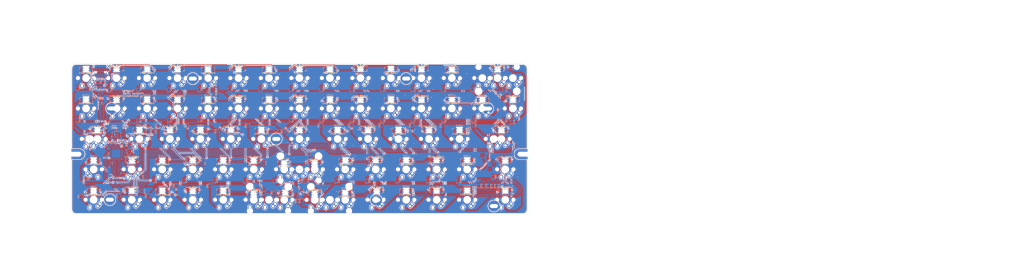
<source format=kicad_pcb>
(kicad_pcb (version 20171130) (host pcbnew "(5.1.9)-1")
  (layers (0 F.Cu signal) (31 B.Cu signal) (34 B.Paste user) (35 F.Paste user) (36 B.SilkS user) (37 F.SilkS user) (38 B.Mask user) (39 F.Mask user) (44 Edge.Cuts user))
  (net 0 "")
  (net 1 "Net-(C1-Pad1)")
  (net 2 GND)
  (net 3 +5V)
  (net 4 Row0)
  (net 5 "Net-(D1-Pad2)")
  (net 6 "Net-(D2-Pad2)")
  (net 7 "Net-(D3-Pad2)")
  (net 8 "Net-(D4-Pad2)")
  (net 9 "Net-(D5-Pad2)")
  (net 10 "Net-(D6-Pad2)")
  (net 11 "Net-(D7-Pad2)")
  (net 12 "Net-(D8-Pad2)")
  (net 13 "Net-(D9-Pad2)")
  (net 14 "Net-(D10-Pad2)")
  (net 15 "Net-(D11-Pad2)")
  (net 16 "Net-(D12-Pad2)")
  (net 17 "Net-(D13-Pad2)")
  (net 18 "Net-(D14-Pad2)")
  (net 19 "Net-(D15-Pad2)")
  (net 20 "Net-(D16-Pad2)")
  (net 21 Row1)
  (net 22 "Net-(D17-Pad2)")
  (net 23 "Net-(D18-Pad2)")
  (net 24 "Net-(D19-Pad2)")
  (net 25 "Net-(D20-Pad2)")
  (net 26 "Net-(D21-Pad2)")
  (net 27 "Net-(D22-Pad2)")
  (net 28 "Net-(D23-Pad2)")
  (net 29 "Net-(D24-Pad2)")
  (net 30 "Net-(D25-Pad2)")
  (net 31 "Net-(D26-Pad2)")
  (net 32 "Net-(D27-Pad2)")
  (net 33 "Net-(D28-Pad2)")
  (net 34 "Net-(D29-Pad2)")
  (net 35 "Net-(D30-Pad2)")
  (net 36 Row2)
  (net 37 "Net-(D31-Pad2)")
  (net 38 "Net-(D32-Pad2)")
  (net 39 "Net-(D33-Pad2)")
  (net 40 "Net-(D34-Pad2)")
  (net 41 "Net-(D35-Pad2)")
  (net 42 "Net-(D36-Pad2)")
  (net 43 "Net-(D38-Pad2)")
  (net 44 "Net-(D40-Pad2)")
  (net 45 "Net-(D41-Pad2)")
  (net 46 "Net-(D42-Pad2)")
  (net 47 "Net-(D43-Pad2)")
  (net 48 "Net-(D44-Pad2)")
  (net 49 "Net-(D45-Pad2)")
  (net 50 "Net-(D46-Pad2)")
  (net 51 Row3)
  (net 52 "Net-(D47-Pad2)")
  (net 53 "Net-(D48-Pad2)")
  (net 54 "Net-(D49-Pad2)")
  (net 55 "Net-(D50-Pad2)")
  (net 56 "Net-(D51-Pad2)")
  (net 57 "Net-(D53-Pad2)")
  (net 58 "Net-(D55-Pad2)")
  (net 59 "Net-(D56-Pad2)")
  (net 60 "Net-(D57-Pad2)")
  (net 61 "Net-(D58-Pad2)")
  (net 62 "Net-(D59-Pad2)")
  (net 63 "Net-(D60-Pad2)")
  (net 64 Row4)
  (net 65 "Net-(D71-Pad2)")
  (net 66 "Net-(D72-Pad2)")
  (net 67 "Net-(D73-Pad2)")
  (net 68 "Net-(D74-Pad2)")
  (net 69 "Net-(D75-Pad2)")
  (net 70 Col0)
  (net 71 Col1)
  (net 72 Col2)
  (net 73 Col3)
  (net 74 Col4)
  (net 75 Col5)
  (net 76 Col6)
  (net 77 Col7)
  (net 78 Col8)
  (net 79 Col9)
  (net 80 Col10)
  (net 81 Col11)
  (net 82 Col12)
  (net 83 Col13)
  (net 84 Col14)
  (net 85 "Net-(R1-Pad1)")
  (net 86 "Net-(R2-Pad1)")
  (net 87 D+)
  (net 88 D-)
  (net 89 "Net-(R3-Pad1)")
  (net 90 "Net-(R4-Pad2)")
  (net 91 "Net-(D52-Pad2)")
  (net 92 "Net-(D54-Pad2)")
  (net 93 "Net-(D39-Pad2)")
  (net 94 "Net-(D61-Pad2)")
  (net 95 "Net-(D62-Pad2)")
  (net 96 "Net-(D63-Pad2)")
  (net 97 "Net-(D64-Pad2)")
  (net 98 "Net-(D65-Pad2)")
  (net 99 "Net-(D66-Pad2)")
  (net 100 "Net-(D67-Pad2)")
  (net 101 "Net-(D69-Pad2)")
  (net 102 "Net-(D70-Pad2)")
  (net 103 VBUS)
  (net 104 "Net-(LED1-Pad2)")
  (net 105 "Net-(LED1-Pad4)")
  (net 106 "Net-(LED2-Pad4)")
  (net 107 "Net-(LED4-Pad4)")
  (net 108 "Net-(LED10-Pad2)")
  (net 109 "Net-(LED10-Pad4)")
  (net 110 "Net-(LED11-Pad4)")
  (net 111 "Net-(LED12-Pad4)")
  (net 112 "Net-(LED13-Pad4)")
  (net 113 "Net-(LED20-Pad4)")
  (net 114 "Net-(LED21-Pad4)")
  (net 115 "Net-(LED22-Pad4)")
  (net 116 "Net-(LED23-Pad4)")
  (net 117 "Net-(LED24-Pad2)")
  (net 118 "Net-(LED25-Pad2)")
  (net 119 "Net-(LED28-Pad4)")
  (net 120 "Net-(LED29-Pad4)")
  (net 121 "Net-(LED30-Pad4)")
  (net 122 "Net-(LED42-Pad2)")
  (net 123 "Net-(LED44-Pad2)")
  (net 124 "Net-(LED45-Pad4)")
  (net 125 LED)
  (net 126 "Net-(U2-Pad4)")
  (net 127 "Net-(U2-Pad3)")
  (net 128 "Net-(LED30-Pad2)")
  (net 129 "Net-(LED60-Pad2)")
  (net 130 "Net-(LED74-Pad4)")
  (net 131 "Net-(LED59-Pad4)")
  (net 132 "Net-(LED43-Pad4)")
  (net 133 "Net-(LED12-Pad2)")
  (net 134 "Net-(LED27-Pad2)")
  (net 135 "Net-(LED58-Pad2)")
  (net 136 "Net-(LED57-Pad4)")
  (net 137 "Net-(LED72-Pad4)")
  (net 138 "Net-(LED41-Pad4)")
  (net 139 "Net-(LED26-Pad4)")
  (net 140 "Net-(LED40-Pad2)")
  (net 141 "Net-(LED56-Pad2)")
  (net 142 "Net-(LED24-Pad4)")
  (net 143 "Net-(LED39-Pad4)")
  (net 144 "Net-(LED55-Pad4)")
  (net 145 "Net-(LED70-Pad4)")
  (net 146 "Net-(LED8-Pad4)")
  (net 147 "Net-(LED23-Pad2)")
  (net 148 "Net-(LED38-Pad2)")
  (net 149 "Net-(LED54-Pad2)")
  (net 150 "Net-(LED67-Pad4)")
  (net 151 "Net-(LED6-Pad4)")
  (net 152 "Net-(LED22-Pad2)")
  (net 153 "Net-(LED21-Pad2)")
  (net 154 "Net-(LED35-Pad2)")
  (net 155 "Net-(LED36-Pad4)")
  (net 156 "Net-(LED51-Pad2)")
  (net 157 "Net-(LED52-Pad4)")
  (net 158 "Net-(U3-Pad27)")
  (net 159 "Net-(U3-Pad22)")
  (net 160 "Net-(U3-Pad17)")
  (net 161 "Net-(U3-Pad16)")
  (net 162 "Net-(U3-Pad12)")
  (net 163 "Net-(U3-Pad42)")
  (net 164 "Net-(U3-Pad36)")
  (net 165 "Net-(LED65-Pad4)")
  (net 166 "Net-(LED19-Pad4)")
  (net 167 "Net-(LED20-Pad2)")
  (net 168 "Net-(LED19-Pad2)")
  (net 169 "Net-(LED33-Pad2)")
  (net 170 "Net-(LED34-Pad4)")
  (net 171 "Net-(LED49-Pad2)")
  (net 172 "Net-(LED50-Pad4)")
  (net 173 "Net-(LED17-Pad4)")
  (net 174 "Net-(LED18-Pad2)")
  (net 175 "Net-(LED16-Pad4)")
  (net 176 "Net-(LED17-Pad2)")
  (net 177 "Net-(LED18-Pad4)")
  (net 178 "Net-(LED31-Pad4)")
  (net 179 "Net-(LED32-Pad4)")
  (net 180 "Net-(LED46-Pad4)")
  (net 181 "Net-(LED47-Pad2)")
  (net 182 "Net-(LED48-Pad4)")
  (net 183 "Net-(LED61-Pad4)")
  (net 184 "Net-(LED63-Pad4)")
  (net 185 "Net-(R5-Pad2)")
  (net 186 "Net-(R6-Pad2)")
  (net 187 "Net-(USB1-Pad3)")
  (net 188 "Net-(USB1-Pad9)")
  (module graphics:moonlogo (layer B.Cu) (at 352.67138 174.51832 180)
    (fp_text reference G*** hide)
    (fp_text value LOGO hide)
    (pad 5 smd custom (at 0.1524 4.7752 180) (size 0.2 0.2) (layers B.Cu B.Paste B.Mask) (options (clearance outline) (anchor circle)) (primitives (gr_poly (pts (xy 0.604688 0.96679) (xy 0.951486 0.570446) (xy 1.309709 0.77527) (xy 1.532257 0.895274) (xy 1.694305 0.969518) (xy 1.736317 0.981113) (xy 1.736063 0.915805) (xy 1.665029 0.745648) (xy 1.570237 0.565033) (xy 1.335774 0.147933) (xy 1.71352 -0.193495) (xy 1.919153 -0.387108) (xy 1.99761 -0.493748) (xy 1.939481 -0.523619) (xy 1.735356 -0.486924) (xy 1.4986 -0.426577) (xy 1.075266 -0.314553) (xy 0.855666 -0.737385) (xy 0.730418 -0.969415) (xy 0.656777 -1.067049) (xy 0.612367 -1.04821) (xy 0.581655 -0.956875) (xy 0.538687 -0.708884) (xy 0.526089 -0.518043) (xy 0.509496 -0.367524) (xy 0.438507 -0.269647) (xy 0.278601 -0.203877) (xy -0.004746 -0.149677) (xy -0.12276 -0.132055) (xy -0.5334 -0.072524) (xy -0.327082 0.011595) (xy 0.226924 0.011595) (xy 0.313266 -0.01397) (xy 0.568283 -0.127778) (xy 0.685876 -0.332356) (xy 0.697815 -0.4464) (xy 0.701364 -0.668867) (xy 0.845982 -0.406771) (xy 0.961687 -0.233617) (xy 1.08219 -0.183812) (xy 1.233957 -0.211763) (xy 1.477314 -0.278851) (xy 1.285656 -0.074841) (xy 1.161046 0.075255) (xy 1.148009 0.188715) (xy 1.234751 0.343985) (xy 1.325388 0.505927) (xy 1.298235 0.5509) (xy 1.143822 0.487811) (xy 1.104045 0.466879) (xy 0.957753 0.42527) (xy 0.81152 0.493109) (xy 0.718736 0.572712) (xy 0.505182 0.770466) (xy 0.564024 0.495726) (xy 0.587492 0.299073) (xy 0.521489 0.191439) (xy 0.3834 0.122567) (xy 0.23165 0.051839) (xy 0.226924 0.011595) (xy -0.327082 0.011595) (xy -0.042374 0.127674) (xy 0.225173 0.242659) (xy 0.366926 0.331034) (xy 0.415706 0.425482) (xy 0.404333 0.558686) (xy 0.402126 0.570335) (xy 0.351968 0.838417) (xy 0.306744 1.087966) (xy 0.257889 1.363133) (xy 0.604688 0.96679)) (width 0.01))))
    (pad 4 smd custom (at -2.7432 1.3716 180) (size 0.2 0.2) (layers B.Cu B.Paste B.Mask) (options (clearance outline) (anchor circle)) (primitives (gr_poly (pts (xy -0.673774 3.850686) (xy -0.405178 3.746184) (xy -0.345255 3.719315) (xy 0.140495 3.41472) (xy 0.510438 3.012329) (xy 0.763625 2.538767) (xy 0.899107 2.020664) (xy 0.915937 1.484645) (xy 0.813164 0.957338) (xy 0.589841 0.46537) (xy 0.245019 0.03537) (xy -0.202222 -0.294987) (xy -0.750625 -0.509611) (xy -1.351326 -0.586846) (xy -1.950954 -0.521623) (xy -2.113275 -0.476539) (xy -2.548581 -0.258566) (xy -2.947846 0.078049) (xy -2.948965 0.079217) (xy -2.539784 0.079217) (xy -2.467732 -0.014863) (xy -2.231883 -0.148302) (xy -2.135855 -0.193223) (xy -1.738014 -0.31046) (xy -1.281546 -0.349525) (xy -0.844492 -0.308063) (xy -0.613424 -0.239192) (xy -0.170422 0.026392) (xy 0.210785 0.407651) (xy 0.501837 0.863518) (xy 0.674371 1.352928) (xy 0.709545 1.6764) (xy 0.64383 2.104833) (xy 0.467222 2.557991) (xy 0.21053 2.967888) (xy 0.03811 3.158066) (xy -0.233064 3.412066) (xy -0.163099 3.158066) (xy -0.127416 2.942002) (xy -0.103084 2.627758) (xy -0.095599 2.3114) (xy -0.111437 1.94137) (xy -0.168086 1.658477) (xy -0.284744 1.38191) (xy -0.342088 1.273867) (xy -0.700151 0.778913) (xy -1.150537 0.424403) (xy -1.684792 0.215443) (xy -2.193631 0.156116) (xy -2.448323 0.135641) (xy -2.539784 0.079217) (xy -2.948965 0.079217) (xy -3.151086 0.29015) (xy -3.29034 0.452742) (xy -3.337901 0.533246) (xy -3.336755 0.535335) (xy -3.243697 0.531872) (xy -3.042298 0.485922) (xy -2.883183 0.440058) (xy -2.326742 0.352043) (xy -1.783501 0.425586) (xy -1.27839 0.653314) (xy -0.836337 1.027859) (xy -0.815359 1.051421) (xy -0.498106 1.500523) (xy -0.330719 1.971267) (xy -0.29275 2.386654) (xy -0.341608 2.8851) (xy -0.503783 3.31102) (xy -0.695919 3.602191) (xy -0.811897 3.781109) (xy -0.806931 3.863134) (xy -0.673774 3.850686)) (width 0.01))))
    (pad 3 smd custom (at 3.9116 -2.9972 180) (size 0.2 0.2) (layers B.Cu B.Paste B.Mask) (options (clearance outline) (anchor circle)) (primitives (gr_poly (pts (xy -3.249402 4.961416) (xy -3.601079 4.417697) (xy -3.825199 3.795373) (xy -3.914997 3.134512) (xy -3.863706 2.475183) (xy -3.742399 2.041772) (xy -3.467774 1.515876) (xy -3.066878 1.019704) (xy -2.582098 0.598055) (xy -2.115145 0.322086) (xy -1.801268 0.190313) (xy -1.528859 0.116982) (xy -1.222792 0.087377) (xy -0.905934 0.085253) (xy -0.472045 0.110794) (xy -0.084036 0.170011) (xy 0.136978 0.231418) (xy 0.502557 0.369076) (xy 0.227613 0.021931) (xy -0.166983 -0.387816) (xy -0.641227 -0.744429) (xy -1.129201 -0.999549) (xy -1.202267 -1.027055) (xy -1.701118 -1.148507) (xy -2.269491 -1.200487) (xy -2.829643 -1.179971) (xy -3.231481 -1.10604) (xy -3.894313 -0.838272) (xy -4.461508 -0.446156) (xy -4.923666 0.048928) (xy -5.271389 0.625598) (xy -5.495276 1.262476) (xy -5.58593 1.938181) (xy -5.581132 2.00217) (xy -5.34354 2.00217) (xy -5.26328 1.361183) (xy -5.048258 0.747851) (xy -4.70265 0.18802) (xy -4.230628 -0.292463) (xy -4.04556 -0.430769) (xy -3.411369 -0.772033) (xy -2.742235 -0.952006) (xy -2.054494 -0.967963) (xy -1.489305 -0.857101) (xy -1.17361 -0.732096) (xy -0.828158 -0.5496) (xy -0.648709 -0.433768) (xy -0.229142 -0.135467) (xy -0.924195 -0.135467) (xy -1.687559 -0.061175) (xy -2.367981 0.15721) (xy -2.956159 0.512952) (xy -3.442793 0.999318) (xy -3.818581 1.609571) (xy -4.007811 2.097508) (xy -4.125458 2.669913) (xy -4.147491 3.275448) (xy -4.07533 3.850265) (xy -3.960543 4.222107) (xy -3.882602 4.42941) (xy -3.850247 4.558885) (xy -3.853052 4.57554) (xy -3.939956 4.553963) (xy -4.106538 4.439913) (xy -4.316331 4.264144) (xy -4.532872 4.057407) (xy -4.719692 3.850457) (xy -4.734018 3.8326) (xy -5.083083 3.263724) (xy -5.284865 2.644966) (xy -5.34354 2.00217) (xy -5.581132 2.00217) (xy -5.53395 2.631331) (xy -5.329938 3.320548) (xy -5.252922 3.492132) (xy -4.930423 3.992674) (xy -4.481894 4.453573) (xy -3.950596 4.839022) (xy -3.379789 5.113214) (xy -3.238615 5.159406) (xy -3.031296 5.22062) (xy -3.249402 4.961416)) (width 0.01))))
    (pad 2 smd custom (at -4.064 -3.0988 180) (size 0.2 0.2) (layers B.Cu B.Paste B.Mask) (options (clearance outline) (anchor circle)) (primitives (gr_poly (pts (xy -0.127405 0.252897) (xy 0.032636 0.119398) (xy 0.169207 -0.001492) (xy 0.508236 -0.307784) (xy 0.783284 -0.101327) (xy 1.033129 0.080671) (xy 1.166888 0.154049) (xy 1.201027 0.115563) (xy 1.152009 -0.038031) (xy 1.099487 -0.163618) (xy 1.002459 -0.402949) (xy 0.941707 -0.577767) (xy 0.931333 -0.626228) (xy 0.993963 -0.712169) (xy 1.154629 -0.856757) (xy 1.291166 -0.96324) (xy 1.651 -1.229929) (xy 0.65318 -1.176867) (xy 0.506237 -1.6002) (xy 0.420122 -1.841147) (xy 0.369718 -1.938028) (xy 0.335473 -1.906839) (xy 0.299241 -1.769534) (xy 0.217677 -1.437939) (xy 0.145139 -1.235538) (xy 0.050496 -1.12702) (xy -0.097382 -1.077076) (xy -0.329627 -1.050397) (xy -0.335256 -1.049867) (xy -0.784365 -1.007534) (xy -0.594505 -0.915843) (xy -0.211667 -0.915843) (xy 0.042333 -0.962233) (xy 0.244762 -1.042761) (xy 0.329479 -1.210197) (xy 0.331134 -1.219745) (xy 0.365936 -1.430867) (xy 0.455715 -1.1912) (xy 0.54356 -1.024665) (xy 0.673812 -0.983952) (xy 0.796472 -1.001728) (xy 1.047449 -1.051923) (xy 0.871471 -0.860395) (xy 0.751665 -0.67976) (xy 0.760662 -0.500479) (xy 0.772233 -0.467874) (xy 0.816999 -0.331175) (xy 0.775519 -0.319915) (xy 0.648699 -0.398105) (xy 0.496077 -0.478801) (xy 0.382293 -0.451506) (xy 0.264488 -0.345392) (xy 0.08055 -0.161455) (xy 0.133964 -0.42852) (xy 0.149552 -0.631948) (xy 0.069643 -0.753831) (xy -0.012145 -0.805714) (xy -0.211667 -0.915843) (xy -0.594505 -0.915843) (xy -0.392183 -0.818134) (xy -0.169587 -0.697771) (xy -0.027481 -0.596218) (xy 0 -0.556423) (xy -0.022732 -0.438466) (xy -0.080476 -0.220586) (xy -0.118714 -0.089656) (xy -0.180883 0.137561) (xy -0.207938 0.280126) (xy -0.203625 0.3048) (xy -0.127405 0.252897)) (width 0.01))))
    (pad 1 smd custom (at -5.5372 -0.8128 180) (size 0.2 0.2) (layers B.Cu B.Paste B.Mask) (options (clearance outline) (anchor circle)) (primitives (gr_poly (pts (xy -0.55518 0.85863) (xy -0.509765 0.653328) (xy -0.490966 0.549325) (xy -0.42797 0.1778) (xy -0.006552 0.134693) (xy 0.414866 0.091587) (xy 0.053986 -0.100395) (xy -0.147207 -0.221298) (xy -0.248594 -0.342923) (xy -0.259537 -0.509355) (xy -0.189399 -0.764683) (xy -0.125165 -0.944034) (xy -0.078942 -1.089218) (xy -0.075474 -1.134534) (xy -0.141429 -1.080192) (xy -0.287981 -0.941063) (xy -0.4021 -0.82839) (xy -0.708243 -0.522246) (xy -1.030876 -0.741481) (xy -1.22808 -0.865024) (xy -1.359602 -0.927883) (xy -1.385394 -0.928829) (xy -1.369763 -0.841772) (xy -1.293439 -0.658429) (xy -1.243506 -0.556318) (xy -1.069732 -0.215693) (xy -1.4281 0.050753) (xy -1.482647 0.091309) (xy -1.093762 0.091309) (xy -1.08741 0.039397) (xy -1.025445 -0.032786) (xy -0.940438 -0.209409) (xy -0.948468 -0.322257) (xy -0.96169 -0.420382) (xy -0.86433 -0.428848) (xy -0.790413 -0.412307) (xy -0.608058 -0.403142) (xy -0.520707 -0.45034) (xy -0.436624 -0.539714) (xy -0.408326 -0.48283) (xy -0.431933 -0.372116) (xy -0.426964 -0.207559) (xy -0.352972 -0.151391) (xy -0.231159 -0.060592) (xy -0.259668 0.023566) (xy -0.383579 0.0508) (xy -0.534479 0.124755) (xy -0.584497 0.2413) (xy -0.62197 0.4318) (xy -0.686915 0.233697) (xy -0.779358 0.086773) (xy -0.948299 0.073175) (xy -0.954683 0.074367) (xy -1.093762 0.091309) (xy -1.482647 0.091309) (xy -1.786467 0.317199) (xy -1.329439 0.289833) (xy -0.872411 0.262466) (xy -0.74912 0.627592) (xy -0.669332 0.836225) (xy -0.607363 0.949605) (xy -0.589895 0.956784) (xy -0.55518 0.85863)) (width 0.01))))
  )
  (module Diode_SMD:D_0805_2012Metric (layer B.Cu) (at 118.3132 128.8161 90)
    (fp_text reference D2 (at 0 1.65 90) (layer B.SilkS) (effects (justify mirror)))
    (fp_text value D_Small)
    (pad 2 smd roundrect (at 0.9375 0 90) (size 0.975 1.4) (layers B.Cu B.Paste B.Mask) (net 6 "Net-(D2-Pad2)"))
    (pad 1 smd roundrect (at -0.9375 0 90) (size 0.975 1.4) (layers B.Cu B.Paste B.Mask) (net 4 Row0))
  )
  (module Diode_SMD:D_0805_2012Metric (layer B.Cu) (at 186.2836 154.7876 270)
    (fp_text reference D35 (at 0 1.65 90) (layer B.SilkS) (effects (justify mirror)))
    (fp_text value D_Small)
    (pad 1 smd roundrect (at -0.9375 0 270) (size 0.975 1.4) (layers B.Cu B.Paste B.Mask) (net 36 Row2))
    (pad 2 smd roundrect (at 0.9375 0 270) (size 0.975 1.4) (layers B.Cu B.Paste B.Mask) (net 41 "Net-(D35-Pad2)"))
  )
  (module Diode_SMD:D_0805_2012Metric (layer B.Cu) (at 346.075 151.13 270)
    (fp_text reference D44 (at -0.015 -1.4605 90) (layer B.SilkS) (effects (justify mirror)))
    (fp_text value D_Small)
    (pad 2 smd roundrect (at 0.9375 0 270) (size 0.975 1.4) (layers B.Cu B.Paste B.Mask) (net 48 "Net-(D44-Pad2)"))
    (pad 1 smd roundrect (at -0.9375 0 270) (size 0.975 1.4) (layers B.Cu B.Paste B.Mask) (net 36 Row2))
  )
  (module Resistor_SMD:R_0805_2012Metric (layer B.Cu) (at 119.5832 183.6928 90)
    (fp_text reference R4 (at 0 1.65 90) (layer B.SilkS) (effects (justify mirror)))
    (fp_text value 10k)
    (pad 2 smd roundrect (at 0.9375 0 90) (size 0.975 1.4) (layers B.Cu B.Paste B.Mask) (net 90 "Net-(R4-Pad2)"))
    (pad 1 smd roundrect (at -0.9375 0 90) (size 0.975 1.4) (layers B.Cu B.Paste B.Mask) (net 2 GND))
  )
  (module Capacitor_SMD:C_0805_2012Metric (layer B.Cu) (at 368.5032 132.334)
    (fp_text reference C33 (at 0 1.68) (layer B.SilkS) (effects (justify mirror)))
    (fp_text value 0.1uF)
    (pad 2 smd roundrect (at 0.95 0) (size 1 1.45) (layers B.Cu B.Paste B.Mask) (net 2 GND))
    (pad 1 smd roundrect (at -0.95 0) (size 1 1.45) (layers B.Cu B.Paste B.Mask) (net 3 +5V))
  )
  (module MX_Alps_Hybrid:MX-1U-NoLED (layer F.Cu) (at 261.14375 159.54375 180)
    (fp_text reference MX39)
    (fp_text value H)
    (pad 2 thru_hole oval (at 2.5 -4.5 266.0548) (size 2.831378 2.25) (drill 1.47 (offset 0.290689 0)) (layers *.Cu B.Mask) (net 93 "Net-(D39-Pad2)"))
    (pad 2 thru_hole circle (at 2.54 -5.08 180) (size 2.25 2.25) (drill 1.47) (layers *.Cu B.Mask) (net 93 "Net-(D39-Pad2)"))
    (pad 1 thru_hole oval (at -3.81 -2.54 228.0996) (size 4.211556 2.25) (drill 1.47 (offset 0.980778 0)) (layers *.Cu B.Mask) (net 78 Col8))
    (pad "" np_thru_hole circle (at 0 0 180) (size 3.9878 3.9878) (drill 3.9878) (layers *.Cu *.Mask))
    (pad 1 thru_hole circle (at -2.5 -4 180) (size 2.25 2.25) (drill 1.47) (layers *.Cu B.Mask) (net 78 Col8))
    (pad "" np_thru_hole circle (at -5.08 0 228.0996) (size 1.75 1.75) (drill 1.75) (layers *.Cu *.Mask))
    (pad "" np_thru_hole circle (at 5.08 0 228.0996) (size 1.75 1.75) (drill 1.75) (layers *.Cu *.Mask))
  )
  (module MX_Alps_Hybrid:MX-1U-NoLED (layer F.Cu) (at 218.28125 121.44375 180)
    (fp_text reference MX7)
    (fp_text value 5)
    (pad 2 thru_hole oval (at 2.5 -4.5 266.0548) (size 2.831378 2.25) (drill 1.47 (offset 0.290689 0)) (layers *.Cu B.Mask) (net 11 "Net-(D7-Pad2)"))
    (pad 2 thru_hole circle (at 2.54 -5.08 180) (size 2.25 2.25) (drill 1.47) (layers *.Cu B.Mask) (net 11 "Net-(D7-Pad2)"))
    (pad 1 thru_hole oval (at -3.81 -2.54 228.0996) (size 4.211556 2.25) (drill 1.47 (offset 0.980778 0)) (layers *.Cu B.Mask) (net 76 Col6))
    (pad "" np_thru_hole circle (at 0 0 180) (size 3.9878 3.9878) (drill 3.9878) (layers *.Cu *.Mask))
    (pad 1 thru_hole circle (at -2.5 -4 180) (size 2.25 2.25) (drill 1.47) (layers *.Cu B.Mask) (net 76 Col6))
    (pad "" np_thru_hole circle (at -5.08 0 228.0996) (size 1.75 1.75) (drill 1.75) (layers *.Cu *.Mask))
    (pad "" np_thru_hole circle (at 5.08 0 228.0996) (size 1.75 1.75) (drill 1.75) (layers *.Cu *.Mask))
  )
  (module MX_Alps_Hybrid:MX-1U-NoLED (layer F.Cu) (at 208.75625 178.59375 180)
    (fp_text reference MX51)
    (fp_text value B)
    (pad 2 thru_hole oval (at 2.5 -4.5 266.0548) (size 2.831378 2.25) (drill 1.47 (offset 0.290689 0)) (layers *.Cu B.Mask) (net 56 "Net-(D51-Pad2)"))
    (pad 2 thru_hole circle (at 2.54 -5.08 180) (size 2.25 2.25) (drill 1.47) (layers *.Cu B.Mask) (net 56 "Net-(D51-Pad2)"))
    (pad 1 thru_hole oval (at -3.81 -2.54 228.0996) (size 4.211556 2.25) (drill 1.47 (offset 0.980778 0)) (layers *.Cu B.Mask) (net 75 Col5))
    (pad "" np_thru_hole circle (at 0 0 180) (size 3.9878 3.9878) (drill 3.9878) (layers *.Cu *.Mask))
    (pad 1 thru_hole circle (at -2.5 -4 180) (size 2.25 2.25) (drill 1.47) (layers *.Cu B.Mask) (net 75 Col5))
    (pad "" np_thru_hole circle (at -5.08 0 228.0996) (size 1.75 1.75) (drill 1.75) (layers *.Cu *.Mask))
    (pad "" np_thru_hole circle (at 5.08 0 228.0996) (size 1.75 1.75) (drill 1.75) (layers *.Cu *.Mask))
  )
  (module MX_Alps_Hybrid:MX-1U-NoLED (layer F.Cu) (at 151.60625 197.64375 180)
    (fp_text reference MX63)
    (fp_text value L-ALT)
    (pad "" np_thru_hole circle (at 5.08 0 228.0996) (size 1.75 1.75) (drill 1.75) (layers *.Cu *.Mask))
    (pad "" np_thru_hole circle (at -5.08 0 228.0996) (size 1.75 1.75) (drill 1.75) (layers *.Cu *.Mask))
    (pad 1 thru_hole circle (at -2.5 -4 180) (size 2.25 2.25) (drill 1.47) (layers *.Cu B.Mask) (net 72 Col2))
    (pad "" np_thru_hole circle (at 0 0 180) (size 3.9878 3.9878) (drill 3.9878) (layers *.Cu *.Mask))
    (pad 1 thru_hole oval (at -3.81 -2.54 228.0996) (size 4.211556 2.25) (drill 1.47 (offset 0.980778 0)) (layers *.Cu B.Mask) (net 72 Col2))
    (pad 2 thru_hole circle (at 2.54 -5.08 180) (size 2.25 2.25) (drill 1.47) (layers *.Cu B.Mask) (net 96 "Net-(D63-Pad2)"))
    (pad 2 thru_hole oval (at 2.5 -4.5 266.0548) (size 2.831378 2.25) (drill 1.47 (offset 0.290689 0)) (layers *.Cu B.Mask) (net 96 "Net-(D63-Pad2)"))
  )
  (module Diode_SMD:D_0805_2012Metric (layer B.Cu) (at 181.42712 188.9125 270)
    (fp_text reference D65 (at 0 1.65 90) (layer B.SilkS) (effects (justify mirror)))
    (fp_text value D_Small)
    (pad 1 smd roundrect (at -0.9375 0 270) (size 0.975 1.4) (layers B.Cu B.Paste B.Mask) (net 64 Row4))
    (pad 2 smd roundrect (at 0.9375 0 270) (size 0.975 1.4) (layers B.Cu B.Paste B.Mask) (net 98 "Net-(D65-Pad2)"))
  )
  (module MX_Alps_Hybrid:MX-1U-NoLED (layer F.Cu) (at 189.70625 197.64375 180)
    (fp_text reference MX65)
    (fp_text value "LEFT SPACE")
    (pad "" np_thru_hole circle (at 5.08 0 228.0996) (size 1.75 1.75) (drill 1.75) (layers *.Cu *.Mask))
    (pad "" np_thru_hole circle (at -5.08 0 228.0996) (size 1.75 1.75) (drill 1.75) (layers *.Cu *.Mask))
    (pad 1 thru_hole circle (at -2.5 -4 180) (size 2.25 2.25) (drill 1.47) (layers *.Cu B.Mask) (net 74 Col4))
    (pad "" np_thru_hole circle (at 0 0 180) (size 3.9878 3.9878) (drill 3.9878) (layers *.Cu *.Mask))
    (pad 1 thru_hole oval (at -3.81 -2.54 228.0996) (size 4.211556 2.25) (drill 1.47 (offset 0.980778 0)) (layers *.Cu B.Mask) (net 74 Col4))
    (pad 2 thru_hole circle (at 2.54 -5.08 180) (size 2.25 2.25) (drill 1.47) (layers *.Cu B.Mask) (net 98 "Net-(D65-Pad2)"))
    (pad 2 thru_hole oval (at 2.5 -4.5 266.0548) (size 2.831378 2.25) (drill 1.47 (offset 0.290689 0)) (layers *.Cu B.Mask) (net 98 "Net-(D65-Pad2)"))
  )
  (module Diode_SMD:D_0805_2012Metric (layer B.Cu) (at 360.3625 188.9125 90)
    (fp_text reference D71 (at 0 1.65 90) (layer B.SilkS) (effects (justify mirror)))
    (fp_text value D_Small)
    (pad 2 smd roundrect (at 0.9375 0 90) (size 0.975 1.4) (layers B.Cu B.Paste B.Mask) (net 65 "Net-(D71-Pad2)"))
    (pad 1 smd roundrect (at -0.9375 0 90) (size 0.975 1.4) (layers B.Cu B.Paste B.Mask) (net 64 Row4))
  )
  (module Capacitor_SMD:C_0805_2012Metric (layer B.Cu) (at 366.21716 189.42304)
    (fp_text reference C36 (at 0 1.68 180) (layer B.SilkS) (effects (justify mirror)))
    (fp_text value 0.1uF)
    (pad 2 smd roundrect (at 0.95 0) (size 1 1.45) (layers B.Cu B.Paste B.Mask) (net 2 GND))
    (pad 1 smd roundrect (at -0.95 0) (size 1 1.45) (layers B.Cu B.Paste B.Mask) (net 3 +5V))
  )
  (module Diode_SMD:D_0805_2012Metric (layer B.Cu) (at 269.875 128.5875 90)
    (fp_text reference D10 (at 0 1.65 90) (layer B.SilkS) (effects (justify mirror)))
    (fp_text value D_Small)
    (pad 1 smd roundrect (at -0.9375 0 90) (size 0.975 1.4) (layers B.Cu B.Paste B.Mask) (net 4 Row0))
    (pad 2 smd roundrect (at 0.9375 0 90) (size 0.975 1.4) (layers B.Cu B.Paste B.Mask) (net 14 "Net-(D10-Pad2)"))
  )
  (module MX_Alps_Hybrid:MX-1U-NoLED (layer F.Cu) (at 370.68125 140.49375 180)
    (fp_text reference MX30)
    (fp_text value R-BRACKET)
    (pad "" np_thru_hole circle (at 5.08 0 228.0996) (size 1.75 1.75) (drill 1.75) (layers *.Cu *.Mask))
    (pad "" np_thru_hole circle (at -5.08 0 228.0996) (size 1.75 1.75) (drill 1.75) (layers *.Cu *.Mask))
    (pad 1 thru_hole circle (at -2.5 -4 180) (size 2.25 2.25) (drill 1.47) (layers *.Cu B.Mask) (net 84 Col14))
    (pad "" np_thru_hole circle (at 0 0 180) (size 3.9878 3.9878) (drill 3.9878) (layers *.Cu *.Mask))
    (pad 1 thru_hole oval (at -3.81 -2.54 228.0996) (size 4.211556 2.25) (drill 1.47 (offset 0.980778 0)) (layers *.Cu B.Mask) (net 84 Col14))
    (pad 2 thru_hole circle (at 2.54 -5.08 180) (size 2.25 2.25) (drill 1.47) (layers *.Cu B.Mask) (net 35 "Net-(D30-Pad2)"))
    (pad 2 thru_hole oval (at 2.5 -4.5 266.0548) (size 2.831378 2.25) (drill 1.47 (offset 0.290689 0)) (layers *.Cu B.Mask) (net 35 "Net-(D30-Pad2)"))
  )
  (module 2moons:MoutingHole_Oval_7mm_5.0x2.5mm (layer F.Cu) (at 354.8376 140.5676)
    (fp_text reference H9 hide)
    (fp_text value Hole hide)
    (pad 1 thru_hole circle (at 0 0) (size 7 7) (drill oval 5 2.5) (layers *.Cu *.Mask))
  )
  (module 2moons:MoutingHole_Oval_7mm_5.0x2.5mm (layer F.Cu) (at 304.01344 121.7676)
    (fp_text reference H8 hide)
    (fp_text value Hole hide)
    (pad 1 thru_hole circle (at 0 0) (size 7 7) (drill oval 5 2.5) (layers *.Cu *.Mask))
  )
  (module 2moons:3MoutingHole_Oval_7mm_5.0x2.5mm (layer F.Cu) (at 351.63864 193.2054)
    (fp_text reference H7 hide)
    (fp_text value Hole hide)
    (pad 1 thru_hole circle (at 7.19896 8.3622) (size 7 7) (drill oval 5 2.5) (layers *.Cu *.Mask))
  )
  (module 2moons:MoutingHole_Oval_7mm_5.0x2.5mm (layer F.Cu) (at 285.3176 197.7476)
    (fp_text reference H6 hide)
    (fp_text value Hole hide)
    (pad 1 thru_hole circle (at 0 0) (size 7 7) (drill oval 5 2.5) (layers *.Cu *.Mask))
  )
  (module 2moons:MoutingHole_Oval_7mm_5.0x2.5mm (layer F.Cu) (at 222.8376 159.5676)
    (fp_text reference H5 hide)
    (fp_text value Hole hide)
    (pad 1 thru_hole circle (at 0 0) (size 7 7) (drill oval 5 2.5) (layers *.Cu *.Mask))
  )
  (module 2moons:MoutingHole_Oval_7mm_5.0x2.5mm (layer F.Cu) (at 170.66288 121.7676)
    (fp_text reference H4 hide)
    (fp_text value Hole hide)
    (pad 1 thru_hole circle (at 0 0) (size 7 7) (drill oval 5 2.5) (layers *.Cu *.Mask))
  )
  (module 2moons:2MoutingHole_Oval_7mm_5.0x2.5mm (layer F.Cu) (at 128.99083 194.39603)
    (fp_text reference H3 hide)
    (fp_text value Hole hide)
    (pad 1 thru_hole circle (at -10.15323 3.17157) (size 7 7) (drill oval 5 2.5) (layers *.Cu *.Mask))
  )
  (module 2moons:MoutingHole_Oval_7mm_5.0x2.5mm (layer F.Cu) (at 120.0376 140.4676)
    (fp_text reference H2 hide)
    (fp_text value Hole hide)
    (pad 1 thru_hole circle (at 0 0) (size 7 7) (drill oval 5 2.5) (layers *.Cu *.Mask))
  )
  (module 2moons:halfSideHole (layer F.Cu) (at 94.8376 169.0676)
    (fp_text reference H1 hide)
    (fp_text value Hole hide)
    (fp_line (start 4.75 -1.5) (end 0 -1.5) (layer Edge.Cuts) (width 0.01))
    (fp_line (start 0 1.5) (end 4.7 1.5) (layer Edge.Cuts) (width 0.01))
    (fp_arc (start 4.7 0) (end 4.7 1.5) (angle -178.0908565) (layer Edge.Cuts) (width 0.01))
    (pad 1 thru_hole custom (at 7.25 0) (size 1.524 1.524) (drill 0.001) (layers *.Cu *.Mask) (options (clearance outline) (anchor circle)) (primitives (gr_poly (pts (xy -4.718218 -3.177522) (xy -4.614065 -3.177521) (xy -4.511859 -3.177518) (xy -4.411614 -3.177515) (xy -4.313344 -3.17751) (xy -4.21706 -3.177503) (xy -4.122777 -3.177496) (xy -4.030507 -3.177487) (xy -3.940263 -3.177477) (xy -3.85206 -3.177466) (xy -3.765909 -3.177453) (xy -3.681824 -3.17744) (xy -3.599818 -3.177425) (xy -3.519905 -3.177409) (xy -3.442096 -3.177392) (xy -3.366407 -3.177374) (xy -3.292849 -3.177354) (xy -3.221436 -3.177334) (xy -3.15218 -3.177312) (xy -3.085096 -3.177289) (xy -3.020196 -3.177265) (xy -2.957494 -3.17724) (xy -2.897002 -3.177214) (xy -2.838734 -3.177186) (xy -2.782702 -3.177158) (xy -2.72892 -3.177128) (xy -2.677402 -3.177098) (xy -2.628159 -3.177066) (xy -2.581206 -3.177033) (xy -2.536556 -3.176999) (xy -2.494221 -3.176964) (xy -2.454214 -3.176928) (xy -2.41655 -3.176891) (xy -2.381241 -3.176853) (xy -2.348299 -3.176814) (xy -2.31774 -3.176774) (xy -2.289574 -3.176732) (xy -2.263816 -3.17669) (xy -2.240479 -3.176647) (xy -2.219576 -3.176602) (xy -2.20112 -3.176557) (xy -2.185124 -3.176511) (xy -2.171601 -3.176464) (xy -2.160565 -3.176415) (xy -2.152028 -3.176366) (xy -2.146004 -3.176316) (xy -2.142506 -3.176265) (xy -2.14234 -3.176261) (xy -2.084178 -3.174348) (xy -2.027866 -3.171594) (xy -1.972843 -3.167952) (xy -1.918546 -3.163376) (xy -1.864413 -3.157817) (xy -1.809883 -3.151231) (xy -1.76007 -3.144395) (xy -1.671584 -3.13032) (xy -1.583722 -3.113797) (xy -1.49653 -3.094849) (xy -1.410055 -3.0735) (xy -1.324344 -3.049774) (xy -1.239442 -3.023694) (xy -1.155397 -2.995283) (xy -1.072255 -2.964564) (xy -0.990062 -2.931562) (xy -0.908865 -2.8963) (xy -0.82871 -2.8588) (xy -0.749644 -2.819087) (xy -0.671713 -2.777183) (xy -0.594964 -2.733113) (xy -0.519442 -2.6869) (xy -0.445195 -2.638567) (xy -0.37227 -2.588137) (xy -0.300711 -2.535635) (xy -0.230567 -2.481083) (xy -0.161882 -2.424505) (xy -0.094705 -2.365925) (xy -0.029081 -2.305365) (xy 0.034943 -2.242849) (xy 0.04272 -2.235011) (xy 0.105418 -2.169813) (xy 0.166059 -2.103127) (xy 0.224633 -2.034971) (xy 0.281128 -1.965361) (xy 0.335533 -1.894315) (xy 0.387836 -1.82185) (xy 0.438027 -1.747983) (xy 0.486093 -1.672733) (xy 0.532024 -1.596115) (xy 0.575809 -1.518148) (xy 0.617435 -1.438848) (xy 0.656892 -1.358233) (xy 0.694168 -1.27632) (xy 0.729253 -1.193127) (xy 0.737396 -1.172845) (xy 0.769419 -1.088884) (xy 0.799008 -1.004202) (xy 0.826157 -0.918831) (xy 0.850858 -0.832802) (xy 0.873104 -0.746147) (xy 0.892888 -0.658897) (xy 0.910203 -0.571084) (xy 0.925041 -0.482738) (xy 0.937396 -0.393892) (xy 0.94726 -0.304575) (xy 0.953843 -0.22606) (xy 0.957902 -0.158258) (xy 0.960513 -0.089028) (xy 0.961671 -0.019036) (xy 0.961367 0.051054) (xy 0.959597 0.120578) (xy 0.957691 0.164465) (xy 0.951982 0.252224) (xy 0.943757 0.340013) (xy 0.933038 0.42773) (xy 0.919847 0.515272) (xy 0.904203 0.602538) (xy 0.886129 0.689424) (xy 0.865645 0.77583) (xy 0.842773 0.861652) (xy 0.817534 0.946789) (xy 0.789949 1.031138) (xy 0.76129 1.11125) (xy 0.728867 1.194539) (xy 0.694146 1.276776) (xy 0.657159 1.357914) (xy 0.617942 1.437907) (xy 0.576528 1.516708) (xy 0.532951 1.59427) (xy 0.487243 1.670546) (xy 0.439441 1.745491) (xy 0.389576 1.819056) (xy 0.337684 1.891196) (xy 0.283797 1.961864) (xy 0.227949 2.031012) (xy 0.170175 2.098595) (xy 0.110508 2.164566) (xy 0.048983 2.228878) (xy -0.014369 2.291484) (xy -0.079511 2.352337) (xy -0.146411 2.411391) (xy -0.215035 2.4686) (xy -0.230254 2.480848) (xy -0.301198 2.535967) (xy -0.373499 2.588951) (xy -0.447111 2.63978) (xy -0.521988 2.688437) (xy -0.598086 2.734903) (xy -0.675358 2.779161) (xy -0.753758 2.821192) (xy -0.833242 2.860977) (xy -0.913763 2.8985) (xy -0.995276 2.933741) (xy -1.077736 2.966683) (xy -1.161097 2.997307) (xy -1.245313 3.025595) (xy -1.330338 3.051529) (xy -1.416128 3.07509) (xy -1.502636 3.096262) (xy -1.589818 3.115025) (xy -1.677626 3.131361) (xy -1.766017 3.145252) (xy -1.854943 3.15668) (xy -1.944361 3.165627) (xy -1.9493 3.166048) (xy -1.97842 3.168376) (xy -2.006903 3.170384) (xy -2.035329 3.172101) (xy -2.064274 3.173559) (xy -2.094317 3.174788) (xy -2.126034 3.175818) (xy -2.14234 3.17626) (xy -2.145642 3.176311) (xy -2.151471 3.176361) (xy -2.159813 3.17641) (xy -2.170657 3.176459) (xy -2.183987 3.176506) (xy -2.199792 3.176553) (xy -2.218058 3.176598) (xy -2.238772 3.176642) (xy -2.26192 3.176686) (xy -2.287491 3.176728) (xy -2.31547 3.176769) (xy -2.345845 3.17681) (xy -2.378602 3.176849) (xy -2.413728 3.176887) (xy -2.45121 3.176924) (xy -2.491035 3.17696) (xy -2.53319 3.176995) (xy -2.577662 3.177029) (xy -2.624437 3.177062) (xy -2.673502 3.177094) (xy -2.724845 3.177125) (xy -2.778452 3.177155) (xy -2.834309 3.177183) (xy -2.892405 3.177211) (xy -2.952725 3.177237) (xy -3.015256 3.177262) (xy -3.079986 3.177286) (xy -3.146902 3.177309) (xy -3.215989 3.177331) (xy -3.287235 3.177352) (xy -3.360627 3.177371) (xy -3.436152 3.17739) (xy -3.513797 3.177407) (xy -3.593547 3.177423) (xy -3.675391 3.177438) (xy -3.759316 3.177451) (xy -3.845307 3.177464) (xy -3.933352 3.177475) (xy -4.023437 3.177485) (xy -4.115551 3.177494) (xy -4.209678 3.177502) (xy -4.305807 3.177508) (xy -4.403925 3.177513) (xy -4.504017 3.177517) (xy -4.606071 3.17752) (xy -4.710074 3.177521) (xy -4.718218 3.177521) (xy -7.2452 3.17754) (xy -7.2452 1.5875) (xy -4.866173 1.587482) (xy -4.765981 1.587481) (xy -4.667714 1.587478) (xy -4.571387 1.587474) (xy -4.477011 1.587469) (xy -4.384603 1.587462) (xy -4.294176 1.587454) (xy -4.205743 1.587445) (xy -4.11932 1.587435) (xy -4.034919 1.587423) (xy -3.952555 1.58741) (xy -3.872241 1.587396) (xy -3.793993 1.587381) (xy -3.717823 1.587364) (xy -3.643746 1.587346) (xy -3.571776 1.587327) (xy -3.501927 1.587307) (xy -3.434212 1.587286) (xy -3.368646 1.587263) (xy -3.305243 1.58724) (xy -3.244017 1.587215) (xy -3.184981 1.587189) (xy -3.12815 1.587161) (xy -3.073537 1.587133) (xy -3.021158 1.587103) (xy -2.971025 1.587073) (xy -2.923152 1.587041) (xy -2.877554 1.587008) (xy -2.834245 1.586974) (xy -2.793239 1.586939) (xy -2.754549 1.586903) (xy -2.71819 1.586865) (xy -2.684175 1.586827) (xy -2.652519 1.586788) (xy -2.623236 1.586747) (xy -2.596339 1.586705) (xy -2.571843 1.586663) (xy -2.549761 1.586619) (xy -2.530108 1.586574) (xy -2.512897 1.586528) (xy -2.498143 1.586482) (xy -2.48586 1.586434) (xy -2.47606 1.586385) (xy -2.46876 1.586335) (xy -2.463972 1.586284) (xy -2.461745 1.586234) (xy -2.397222 1.581909) (xy -2.333623 1.575224) (xy -2.270909 1.566169) (xy -2.209038 1.554732) (xy -2.147972 1.540903) (xy -2.087671 1.524673) (xy -2.028094 1.50603) (xy -1.969202 1.484964) (xy -1.910954 1.461466) (xy -1.853312 1.435523) (xy -1.81849 1.418525) (xy -1.763604 1.389638) (xy -1.710383 1.358981) (xy -1.658659 1.326438) (xy -1.608264 1.291896) (xy -1.559032 1.255239) (xy -1.510795 1.216354) (xy -1.4667 1.178108) (xy -1.460057 1.172014) (xy -1.451966 1.164373) (xy -1.442717 1.155478) (xy -1.432604 1.14562) (xy -1.421918 1.135092) (xy -1.410952 1.124186) (xy -1.399997 1.113195) (xy -1.389346 1.102409) (xy -1.379291 1.092123) (xy -1.370124 1.082626) (xy -1.362137 1.074213) (xy -1.355622 1.067174) (xy -1.354137 1.06553) (xy -1.313994 1.01919) (xy -1.276231 0.972347) (xy -1.240706 0.924791) (xy -1.207276 0.876313) (xy -1.175798 0.826703) (xy -1.146131 0.775753) (xy -1.11813 0.723252) (xy -1.109829 0.706755) (xy -1.082481 0.648854) (xy -1.057577 0.590271) (xy -1.035119 0.531018) (xy -1.015111 0.471108) (xy -0.997557 0.410554) (xy -0.982461 0.349368) (xy -0.969826 0.287564) (xy -0.959658 0.225154) (xy -0.954358 0.18415) (xy -0.951831 0.161377) (xy -0.949722 0.140021) (xy -0.948003 0.119552) (xy -0.946644 0.099441) (xy -0.945616 0.07916) (xy -0.94489 0.058182) (xy -0.944436 0.035976) (xy -0.944226 0.012015) (xy -0.944204 0) (xy -0.944309 -0.024969) (xy -0.944644 -0.047933) (xy -0.945239 -0.069423) (xy -0.946121 -0.089965) (xy -0.947321 -0.11009) (xy -0.948868 -0.130325) (xy -0.95079 -0.151199) (xy -0.953117 -0.17324) (xy -0.954358 -0.18415) (xy -0.962882 -0.246596) (xy -0.973892 -0.308596) (xy -0.98736 -0.370076) (xy -1.003259 -0.430959) (xy -1.021563 -0.49117) (xy -1.042243 -0.550632) (xy -1.065272 -0.60927) (xy -1.090624 -0.667008) (xy -1.118271 -0.723771) (xy -1.148185 -0.779482) (xy -1.180339 -0.834065) (xy -1.19835 -0.86262) (xy -1.227023 -0.905442) (xy -1.257231 -0.94742) (xy -1.289226 -0.988883) (xy -1.323261 -1.030161) (xy -1.353573 -1.064889) (xy -1.359725 -1.071613) (xy -1.367429 -1.079789) (xy -1.376392 -1.089125) (xy -1.386322 -1.099326) (xy -1.396926 -1.110101) (xy -1.40791 -1.121155) (xy -1.418981 -1.132196) (xy -1.429848 -1.14293) (xy -1.440216 -1.153065) (xy -1.449793 -1.162307) (xy -1.458286 -1.170362) (xy -1.465402 -1.176938) (xy -1.4667 -1.178109) (xy -1.515478 -1.220207) (xy -1.565555 -1.260134) (xy -1.616898 -1.297872) (xy -1.669473 -1.333404) (xy -1.723244 -1.366714) (xy -1.778179 -1.397784) (xy -1.834242 -1.426596) (xy -1.8914 -1.453135) (xy -1.949618 -1.477382) (xy -2.008862 -1.499321) (xy -2.069099 -1.518935) (xy -2.130293 -1.536206) (xy -2.19241 -1.551117) (xy -2.2266 -1.558236) (xy -2.276103 -1.567145) (xy -2.326191 -1.574444) (xy -2.377286 -1.580186) (xy -2.429809 -1.584419) (xy -2.461745 -1.586235) (xy -2.464093 -1.586287) (xy -2.468967 -1.586338) (xy -2.476352 -1.586388) (xy -2.486236 -1.586436) (xy -2.498604 -1.586484) (xy -2.513441 -1.586531) (xy -2.530735 -1.586577) (xy -2.550471 -1.586622) (xy -2.572635 -1.586665) (xy -2.597213 -1.586708) (xy -2.624191 -1.586749) (xy -2.653555 -1.58679) (xy -2.685292 -1.586829) (xy -2.719386 -1.586868) (xy -2.755825 -1.586905) (xy -2.794593 -1.586941) (xy -2.835678 -1.586976) (xy -2.879065 -1.58701) (xy -2.924741 -1.587043) (xy -2.97269 -1.587075) (xy -3.022899 -1.587106) (xy -3.075355 -1.587135) (xy -3.130043 -1.587163) (xy -3.186949 -1.587191) (xy -3.24606 -1.587217) (xy -3.30736 -1.587241) (xy -3.370837 -1.587265) (xy -3.436476 -1.587288) (xy -3.504264 -1.587309) (xy -3.574185 -1.587329) (xy -3.646227 -1.587348) (xy -3.720376 -1.587366) (xy -3.796616 -1.587382) (xy -3.874935 -1.587398) (xy -3.955318 -1.587412) (xy -4.037751 -1.587424) (xy -4.122221 -1.587436) (xy -4.208713 -1.587446) (xy -4.297214 -1.587455) (xy -4.387709 -1.587463) (xy -4.480184 -1.58747) (xy -4.574626 -1.587475) (xy -4.67102 -1.587479) (xy -4.769352 -1.587482) (xy -4.866173 -1.587483) (xy -7.2452 -1.5875) (xy -7.2452 -3.17754) (xy -4.718218 -3.177522)) (width 0.01))))
  )
  (module 2moons:halfSideHole (layer F.Cu) (at 379.8376 169.0676 180)
    (fp_text reference H10 hide)
    (fp_text value Hole hide)
    (fp_line (start 0 1.5) (end 4.7 1.5) (layer Edge.Cuts) (width 0.01))
    (fp_line (start 4.75 -1.5) (end 0 -1.5) (layer Edge.Cuts) (width 0.01))
    (fp_arc (start 4.7 0) (end 4.7 1.5) (angle -178.0908565) (layer Edge.Cuts) (width 0.01))
    (pad 1 thru_hole custom (at 7.25 0 180) (size 1.524 1.524) (drill 0.001) (layers *.Cu *.Mask) (options (clearance outline) (anchor circle)) (primitives (gr_poly (pts (xy -4.718218 -3.177522) (xy -4.614065 -3.177521) (xy -4.511859 -3.177518) (xy -4.411614 -3.177515) (xy -4.313344 -3.17751) (xy -4.21706 -3.177503) (xy -4.122777 -3.177496) (xy -4.030507 -3.177487) (xy -3.940263 -3.177477) (xy -3.85206 -3.177466) (xy -3.765909 -3.177453) (xy -3.681824 -3.17744) (xy -3.599818 -3.177425) (xy -3.519905 -3.177409) (xy -3.442096 -3.177392) (xy -3.366407 -3.177374) (xy -3.292849 -3.177354) (xy -3.221436 -3.177334) (xy -3.15218 -3.177312) (xy -3.085096 -3.177289) (xy -3.020196 -3.177265) (xy -2.957494 -3.17724) (xy -2.897002 -3.177214) (xy -2.838734 -3.177186) (xy -2.782702 -3.177158) (xy -2.72892 -3.177128) (xy -2.677402 -3.177098) (xy -2.628159 -3.177066) (xy -2.581206 -3.177033) (xy -2.536556 -3.176999) (xy -2.494221 -3.176964) (xy -2.454214 -3.176928) (xy -2.41655 -3.176891) (xy -2.381241 -3.176853) (xy -2.348299 -3.176814) (xy -2.31774 -3.176774) (xy -2.289574 -3.176732) (xy -2.263816 -3.17669) (xy -2.240479 -3.176647) (xy -2.219576 -3.176602) (xy -2.20112 -3.176557) (xy -2.185124 -3.176511) (xy -2.171601 -3.176464) (xy -2.160565 -3.176415) (xy -2.152028 -3.176366) (xy -2.146004 -3.176316) (xy -2.142506 -3.176265) (xy -2.14234 -3.176261) (xy -2.084178 -3.174348) (xy -2.027866 -3.171594) (xy -1.972843 -3.167952) (xy -1.918546 -3.163376) (xy -1.864413 -3.157817) (xy -1.809883 -3.151231) (xy -1.76007 -3.144395) (xy -1.671584 -3.13032) (xy -1.583722 -3.113797) (xy -1.49653 -3.094849) (xy -1.410055 -3.0735) (xy -1.324344 -3.049774) (xy -1.239442 -3.023694) (xy -1.155397 -2.995283) (xy -1.072255 -2.964564) (xy -0.990062 -2.931562) (xy -0.908865 -2.8963) (xy -0.82871 -2.8588) (xy -0.749644 -2.819087) (xy -0.671713 -2.777183) (xy -0.594964 -2.733113) (xy -0.519442 -2.6869) (xy -0.445195 -2.638567) (xy -0.37227 -2.588137) (xy -0.300711 -2.535635) (xy -0.230567 -2.481083) (xy -0.161882 -2.424505) (xy -0.094705 -2.365925) (xy -0.029081 -2.305365) (xy 0.034943 -2.242849) (xy 0.04272 -2.235011) (xy 0.105418 -2.169813) (xy 0.166059 -2.103127) (xy 0.224633 -2.034971) (xy 0.281128 -1.965361) (xy 0.335533 -1.894315) (xy 0.387836 -1.82185) (xy 0.438027 -1.747983) (xy 0.486093 -1.672733) (xy 0.532024 -1.596115) (xy 0.575809 -1.518148) (xy 0.617435 -1.438848) (xy 0.656892 -1.358233) (xy 0.694168 -1.27632) (xy 0.729253 -1.193127) (xy 0.737396 -1.172845) (xy 0.769419 -1.088884) (xy 0.799008 -1.004202) (xy 0.826157 -0.918831) (xy 0.850858 -0.832802) (xy 0.873104 -0.746147) (xy 0.892888 -0.658897) (xy 0.910203 -0.571084) (xy 0.925041 -0.482738) (xy 0.937396 -0.393892) (xy 0.94726 -0.304575) (xy 0.953843 -0.22606) (xy 0.957902 -0.158258) (xy 0.960513 -0.089028) (xy 0.961671 -0.019036) (xy 0.961367 0.051054) (xy 0.959597 0.120578) (xy 0.957691 0.164465) (xy 0.951982 0.252224) (xy 0.943757 0.340013) (xy 0.933038 0.42773) (xy 0.919847 0.515272) (xy 0.904203 0.602538) (xy 0.886129 0.689424) (xy 0.865645 0.77583) (xy 0.842773 0.861652) (xy 0.817534 0.946789) (xy 0.789949 1.031138) (xy 0.76129 1.11125) (xy 0.728867 1.194539) (xy 0.694146 1.276776) (xy 0.657159 1.357914) (xy 0.617942 1.437907) (xy 0.576528 1.516708) (xy 0.532951 1.59427) (xy 0.487243 1.670546) (xy 0.439441 1.745491) (xy 0.389576 1.819056) (xy 0.337684 1.891196) (xy 0.283797 1.961864) (xy 0.227949 2.031012) (xy 0.170175 2.098595) (xy 0.110508 2.164566) (xy 0.048983 2.228878) (xy -0.014369 2.291484) (xy -0.079511 2.352337) (xy -0.146411 2.411391) (xy -0.215035 2.4686) (xy -0.230254 2.480848) (xy -0.301198 2.535967) (xy -0.373499 2.588951) (xy -0.447111 2.63978) (xy -0.521988 2.688437) (xy -0.598086 2.734903) (xy -0.675358 2.779161) (xy -0.753758 2.821192) (xy -0.833242 2.860977) (xy -0.913763 2.8985) (xy -0.995276 2.933741) (xy -1.077736 2.966683) (xy -1.161097 2.997307) (xy -1.245313 3.025595) (xy -1.330338 3.051529) (xy -1.416128 3.07509) (xy -1.502636 3.096262) (xy -1.589818 3.115025) (xy -1.677626 3.131361) (xy -1.766017 3.145252) (xy -1.854943 3.15668) (xy -1.944361 3.165627) (xy -1.9493 3.166048) (xy -1.97842 3.168376) (xy -2.006903 3.170384) (xy -2.035329 3.172101) (xy -2.064274 3.173559) (xy -2.094317 3.174788) (xy -2.126034 3.175818) (xy -2.14234 3.17626) (xy -2.145642 3.176311) (xy -2.151471 3.176361) (xy -2.159813 3.17641) (xy -2.170657 3.176459) (xy -2.183987 3.176506) (xy -2.199792 3.176553) (xy -2.218058 3.176598) (xy -2.238772 3.176642) (xy -2.26192 3.176686) (xy -2.287491 3.176728) (xy -2.31547 3.176769) (xy -2.345845 3.17681) (xy -2.378602 3.176849) (xy -2.413728 3.176887) (xy -2.45121 3.176924) (xy -2.491035 3.17696) (xy -2.53319 3.176995) (xy -2.577662 3.177029) (xy -2.624437 3.177062) (xy -2.673502 3.177094) (xy -2.724845 3.177125) (xy -2.778452 3.177155) (xy -2.834309 3.177183) (xy -2.892405 3.177211) (xy -2.952725 3.177237) (xy -3.015256 3.177262) (xy -3.079986 3.177286) (xy -3.146902 3.177309) (xy -3.215989 3.177331) (xy -3.287235 3.177352) (xy -3.360627 3.177371) (xy -3.436152 3.17739) (xy -3.513797 3.177407) (xy -3.593547 3.177423) (xy -3.675391 3.177438) (xy -3.759316 3.177451) (xy -3.845307 3.177464) (xy -3.933352 3.177475) (xy -4.023437 3.177485) (xy -4.115551 3.177494) (xy -4.209678 3.177502) (xy -4.305807 3.177508) (xy -4.403925 3.177513) (xy -4.504017 3.177517) (xy -4.606071 3.17752) (xy -4.710074 3.177521) (xy -4.718218 3.177521) (xy -7.2452 3.17754) (xy -7.2452 1.5875) (xy -4.866173 1.587482) (xy -4.765981 1.587481) (xy -4.667714 1.587478) (xy -4.571387 1.587474) (xy -4.477011 1.587469) (xy -4.384603 1.587462) (xy -4.294176 1.587454) (xy -4.205743 1.587445) (xy -4.11932 1.587435) (xy -4.034919 1.587423) (xy -3.952555 1.58741) (xy -3.872241 1.587396) (xy -3.793993 1.587381) (xy -3.717823 1.587364) (xy -3.643746 1.587346) (xy -3.571776 1.587327) (xy -3.501927 1.587307) (xy -3.434212 1.587286) (xy -3.368646 1.587263) (xy -3.305243 1.58724) (xy -3.244017 1.587215) (xy -3.184981 1.587189) (xy -3.12815 1.587161) (xy -3.073537 1.587133) (xy -3.021158 1.587103) (xy -2.971025 1.587073) (xy -2.923152 1.587041) (xy -2.877554 1.587008) (xy -2.834245 1.586974) (xy -2.793239 1.586939) (xy -2.754549 1.586903) (xy -2.71819 1.586865) (xy -2.684175 1.586827) (xy -2.652519 1.586788) (xy -2.623236 1.586747) (xy -2.596339 1.586705) (xy -2.571843 1.586663) (xy -2.549761 1.586619) (xy -2.530108 1.586574) (xy -2.512897 1.586528) (xy -2.498143 1.586482) (xy -2.48586 1.586434) (xy -2.47606 1.586385) (xy -2.46876 1.586335) (xy -2.463972 1.586284) (xy -2.461745 1.586234) (xy -2.397222 1.581909) (xy -2.333623 1.575224) (xy -2.270909 1.566169) (xy -2.209038 1.554732) (xy -2.147972 1.540903) (xy -2.087671 1.524673) (xy -2.028094 1.50603) (xy -1.969202 1.484964) (xy -1.910954 1.461466) (xy -1.853312 1.435523) (xy -1.81849 1.418525) (xy -1.763604 1.389638) (xy -1.710383 1.358981) (xy -1.658659 1.326438) (xy -1.608264 1.291896) (xy -1.559032 1.255239) (xy -1.510795 1.216354) (xy -1.4667 1.178108) (xy -1.460057 1.172014) (xy -1.451966 1.164373) (xy -1.442717 1.155478) (xy -1.432604 1.14562) (xy -1.421918 1.135092) (xy -1.410952 1.124186) (xy -1.399997 1.113195) (xy -1.389346 1.102409) (xy -1.379291 1.092123) (xy -1.370124 1.082626) (xy -1.362137 1.074213) (xy -1.355622 1.067174) (xy -1.354137 1.06553) (xy -1.313994 1.01919) (xy -1.276231 0.972347) (xy -1.240706 0.924791) (xy -1.207276 0.876313) (xy -1.175798 0.826703) (xy -1.146131 0.775753) (xy -1.11813 0.723252) (xy -1.109829 0.706755) (xy -1.082481 0.648854) (xy -1.057577 0.590271) (xy -1.035119 0.531018) (xy -1.015111 0.471108) (xy -0.997557 0.410554) (xy -0.982461 0.349368) (xy -0.969826 0.287564) (xy -0.959658 0.225154) (xy -0.954358 0.18415) (xy -0.951831 0.161377) (xy -0.949722 0.140021) (xy -0.948003 0.119552) (xy -0.946644 0.099441) (xy -0.945616 0.07916) (xy -0.94489 0.058182) (xy -0.944436 0.035976) (xy -0.944226 0.012015) (xy -0.944204 0) (xy -0.944309 -0.024969) (xy -0.944644 -0.047933) (xy -0.945239 -0.069423) (xy -0.946121 -0.089965) (xy -0.947321 -0.11009) (xy -0.948868 -0.130325) (xy -0.95079 -0.151199) (xy -0.953117 -0.17324) (xy -0.954358 -0.18415) (xy -0.962882 -0.246596) (xy -0.973892 -0.308596) (xy -0.98736 -0.370076) (xy -1.003259 -0.430959) (xy -1.021563 -0.49117) (xy -1.042243 -0.550632) (xy -1.065272 -0.60927) (xy -1.090624 -0.667008) (xy -1.118271 -0.723771) (xy -1.148185 -0.779482) (xy -1.180339 -0.834065) (xy -1.19835 -0.86262) (xy -1.227023 -0.905442) (xy -1.257231 -0.94742) (xy -1.289226 -0.988883) (xy -1.323261 -1.030161) (xy -1.353573 -1.064889) (xy -1.359725 -1.071613) (xy -1.367429 -1.079789) (xy -1.376392 -1.089125) (xy -1.386322 -1.099326) (xy -1.396926 -1.110101) (xy -1.40791 -1.121155) (xy -1.418981 -1.132196) (xy -1.429848 -1.14293) (xy -1.440216 -1.153065) (xy -1.449793 -1.162307) (xy -1.458286 -1.170362) (xy -1.465402 -1.176938) (xy -1.4667 -1.178109) (xy -1.515478 -1.220207) (xy -1.565555 -1.260134) (xy -1.616898 -1.297872) (xy -1.669473 -1.333404) (xy -1.723244 -1.366714) (xy -1.778179 -1.397784) (xy -1.834242 -1.426596) (xy -1.8914 -1.453135) (xy -1.949618 -1.477382) (xy -2.008862 -1.499321) (xy -2.069099 -1.518935) (xy -2.130293 -1.536206) (xy -2.19241 -1.551117) (xy -2.2266 -1.558236) (xy -2.276103 -1.567145) (xy -2.326191 -1.574444) (xy -2.377286 -1.580186) (xy -2.429809 -1.584419) (xy -2.461745 -1.586235) (xy -2.464093 -1.586287) (xy -2.468967 -1.586338) (xy -2.476352 -1.586388) (xy -2.486236 -1.586436) (xy -2.498604 -1.586484) (xy -2.513441 -1.586531) (xy -2.530735 -1.586577) (xy -2.550471 -1.586622) (xy -2.572635 -1.586665) (xy -2.597213 -1.586708) (xy -2.624191 -1.586749) (xy -2.653555 -1.58679) (xy -2.685292 -1.586829) (xy -2.719386 -1.586868) (xy -2.755825 -1.586905) (xy -2.794593 -1.586941) (xy -2.835678 -1.586976) (xy -2.879065 -1.58701) (xy -2.924741 -1.587043) (xy -2.97269 -1.587075) (xy -3.022899 -1.587106) (xy -3.075355 -1.587135) (xy -3.130043 -1.587163) (xy -3.186949 -1.587191) (xy -3.24606 -1.587217) (xy -3.30736 -1.587241) (xy -3.370837 -1.587265) (xy -3.436476 -1.587288) (xy -3.504264 -1.587309) (xy -3.574185 -1.587329) (xy -3.646227 -1.587348) (xy -3.720376 -1.587366) (xy -3.796616 -1.587382) (xy -3.874935 -1.587398) (xy -3.955318 -1.587412) (xy -4.037751 -1.587424) (xy -4.122221 -1.587436) (xy -4.208713 -1.587446) (xy -4.297214 -1.587455) (xy -4.387709 -1.587463) (xy -4.480184 -1.58747) (xy -4.574626 -1.587475) (xy -4.67102 -1.587479) (xy -4.769352 -1.587482) (xy -4.866173 -1.587483) (xy -7.2452 -1.5875) (xy -7.2452 -3.17754) (xy -4.718218 -3.177522)) (width 0.01))))
  )
  (module Type-C:HRO-TYPE-C-31-M-12-HandSoldering (layer B.Cu) (at 113.0554 111.47552)
    (fp_text reference USB1 (at 0 10.2) (layer B.SilkS) (effects (justify mirror)))
    (fp_text value HRO-TYPE-C-31-M-12)
    (pad 12 smd rect (at 3.225 8.195) (size 0.6 2.45) (layers B.Cu B.Paste B.Mask) (net 2 GND))
    (pad 1 smd rect (at -3.225 8.195) (size 0.6 2.45) (layers B.Cu B.Paste B.Mask) (net 2 GND))
    (pad 11 smd rect (at 2.45 8.195) (size 0.6 2.45) (layers B.Cu B.Paste B.Mask) (net 103 VBUS))
    (pad 2 smd rect (at -2.45 8.195) (size 0.6 2.45) (layers B.Cu B.Paste B.Mask) (net 103 VBUS))
    (pad 3 smd rect (at -1.75 8.195) (size 0.3 2.45) (layers B.Cu B.Paste B.Mask) (net 187 "Net-(USB1-Pad3)"))
    (pad 10 smd rect (at 1.75 8.195) (size 0.3 2.45) (layers B.Cu B.Paste B.Mask) (net 186 "Net-(R6-Pad2)"))
    (pad 4 smd rect (at -1.25 8.195) (size 0.3 2.45) (layers B.Cu B.Paste B.Mask) (net 185 "Net-(R5-Pad2)"))
    (pad 9 smd rect (at 1.25 8.195) (size 0.3 2.45) (layers B.Cu B.Paste B.Mask) (net 188 "Net-(USB1-Pad9)"))
    (pad 5 smd rect (at -0.75 8.195) (size 0.3 2.45) (layers B.Cu B.Paste B.Mask) (net 88 D-))
    (pad 8 smd rect (at 0.75 8.195) (size 0.3 2.45) (layers B.Cu B.Paste B.Mask) (net 87 D+))
    (pad 7 smd rect (at 0.25 8.195) (size 0.3 2.45) (layers B.Cu B.Paste B.Mask) (net 88 D-))
    (pad 6 smd rect (at -0.25 8.195) (size 0.3 2.45) (layers B.Cu B.Paste B.Mask) (net 87 D+))
    (pad "" np_thru_hole circle (at 2.89 6.25) (size 0.65 0.65) (drill 0.65) (layers *.Cu *.Mask))
    (pad "" np_thru_hole circle (at -2.89 6.25) (size 0.65 0.65) (drill 0.65) (layers *.Cu *.Mask))
    (pad 13 thru_hole oval (at -4.32 6.78) (size 1 2.1) (drill oval 0.6 1.7) (layers *.Cu F.Mask) (net 2 GND))
    (pad 13 thru_hole oval (at 4.32 6.78) (size 1 2.1) (drill oval 0.6 1.7) (layers *.Cu F.Mask) (net 2 GND))
    (pad 13 thru_hole oval (at -4.32 2.6) (size 1 1.6) (drill oval 0.6 1.2) (layers *.Cu F.Mask) (net 2 GND))
    (pad 13 thru_hole oval (at 4.32 2.6) (size 1 1.6) (drill oval 0.6 1.2) (layers *.Cu F.Mask) (net 2 GND))
  )
  (module Package_DFN_QFN:QFN-44-1EP_7x7mm_P0.5mm_EP5.2x5.2mm (layer B.Cu) (at 122.7836 168.6052 270)
    (fp_text reference U3 (at 0 4.82 90) (layer B.SilkS) (effects (justify mirror)))
    (fp_text value ATmega32U4-MU)
    (pad 45 smd rect (at 0 0 270) (size 5.2 5.2) (layers B.Cu B.Mask) (net 2 GND))
    (pad 44 smd roundrect (at -2.5 3.3375 270) (size 0.25 1.075) (layers B.Cu B.Paste B.Mask) (net 3 +5V))
    (pad 43 smd roundrect (at -2 3.3375 270) (size 0.25 1.075) (layers B.Cu B.Paste B.Mask) (net 2 GND))
    (pad 42 smd roundrect (at -1.5 3.3375 270) (size 0.25 1.075) (layers B.Cu B.Paste B.Mask) (net 163 "Net-(U3-Pad42)"))
    (pad 41 smd roundrect (at -1 3.3375 270) (size 0.25 1.075) (layers B.Cu B.Paste B.Mask) (net 70 Col0))
    (pad 40 smd roundrect (at -0.5 3.3375 270) (size 0.25 1.075) (layers B.Cu B.Paste B.Mask) (net 64 Row4))
    (pad 39 smd roundrect (at 0 3.3375 270) (size 0.25 1.075) (layers B.Cu B.Paste B.Mask) (net 72 Col2))
    (pad 38 smd roundrect (at 0.5 3.3375 270) (size 0.25 1.075) (layers B.Cu B.Paste B.Mask) (net 73 Col3))
    (pad 37 smd roundrect (at 1 3.3375 270) (size 0.25 1.075) (layers B.Cu B.Paste B.Mask) (net 51 Row3))
    (pad 36 smd roundrect (at 1.5 3.3375 270) (size 0.25 1.075) (layers B.Cu B.Paste B.Mask) (net 164 "Net-(U3-Pad36)"))
    (pad 35 smd roundrect (at 2 3.3375 270) (size 0.25 1.075) (layers B.Cu B.Paste B.Mask) (net 2 GND))
    (pad 34 smd roundrect (at 2.5 3.3375 270) (size 0.25 1.075) (layers B.Cu B.Paste B.Mask) (net 3 +5V))
    (pad 33 smd roundrect (at 3.3375 2.5 270) (size 1.075 0.25) (layers B.Cu B.Paste B.Mask) (net 90 "Net-(R4-Pad2)"))
    (pad 32 smd roundrect (at 3.3375 2 270) (size 1.075 0.25) (layers B.Cu B.Paste B.Mask) (net 74 Col4))
    (pad 31 smd roundrect (at 3.3375 1.5 270) (size 1.075 0.25) (layers B.Cu B.Paste B.Mask) (net 75 Col5))
    (pad 30 smd roundrect (at 3.3375 1 270) (size 1.075 0.25) (layers B.Cu B.Paste B.Mask) (net 76 Col6))
    (pad 29 smd roundrect (at 3.3375 0.5 270) (size 1.075 0.25) (layers B.Cu B.Paste B.Mask) (net 77 Col7))
    (pad 28 smd roundrect (at 3.3375 0 270) (size 1.075 0.25) (layers B.Cu B.Paste B.Mask) (net 78 Col8))
    (pad 27 smd roundrect (at 3.3375 -0.5 270) (size 1.075 0.25) (layers B.Cu B.Paste B.Mask) (net 158 "Net-(U3-Pad27)"))
    (pad 26 smd roundrect (at 3.3375 -1 270) (size 1.075 0.25) (layers B.Cu B.Paste B.Mask) (net 79 Col9))
    (pad 25 smd roundrect (at 3.3375 -1.5 270) (size 1.075 0.25) (layers B.Cu B.Paste B.Mask) (net 80 Col10))
    (pad 24 smd roundrect (at 3.3375 -2 270) (size 1.075 0.25) (layers B.Cu B.Paste B.Mask) (net 3 +5V))
    (pad 23 smd roundrect (at 3.3375 -2.5 270) (size 1.075 0.25) (layers B.Cu B.Paste B.Mask) (net 2 GND))
    (pad 22 smd roundrect (at 2.5 -3.3375 270) (size 0.25 1.075) (layers B.Cu B.Paste B.Mask) (net 159 "Net-(U3-Pad22)"))
    (pad 21 smd roundrect (at 2 -3.3375 270) (size 0.25 1.075) (layers B.Cu B.Paste B.Mask) (net 81 Col11))
    (pad 20 smd roundrect (at 1.5 -3.3375 270) (size 0.25 1.075) (layers B.Cu B.Paste B.Mask) (net 82 Col12))
    (pad 19 smd roundrect (at 1 -3.3375 270) (size 0.25 1.075) (layers B.Cu B.Paste B.Mask) (net 83 Col13))
    (pad 18 smd roundrect (at 0.5 -3.3375 270) (size 0.25 1.075) (layers B.Cu B.Paste B.Mask) (net 84 Col14))
    (pad 17 smd roundrect (at 0 -3.3375 270) (size 0.25 1.075) (layers B.Cu B.Paste B.Mask) (net 160 "Net-(U3-Pad17)"))
    (pad 16 smd roundrect (at -0.5 -3.3375 270) (size 0.25 1.075) (layers B.Cu B.Paste B.Mask) (net 161 "Net-(U3-Pad16)"))
    (pad 15 smd roundrect (at -1 -3.3375 270) (size 0.25 1.075) (layers B.Cu B.Paste B.Mask) (net 2 GND))
    (pad 14 smd roundrect (at -1.5 -3.3375 270) (size 0.25 1.075) (layers B.Cu B.Paste B.Mask) (net 3 +5V))
    (pad 13 smd roundrect (at -2 -3.3375 270) (size 0.25 1.075) (layers B.Cu B.Paste B.Mask) (net 85 "Net-(R1-Pad1)"))
    (pad 12 smd roundrect (at -2.5 -3.3375 270) (size 0.25 1.075) (layers B.Cu B.Paste B.Mask) (net 162 "Net-(U3-Pad12)"))
    (pad 11 smd roundrect (at -3.3375 -2.5 270) (size 1.075 0.25) (layers B.Cu B.Paste B.Mask) (net 125 LED))
    (pad 10 smd roundrect (at -3.3375 -2 270) (size 1.075 0.25) (layers B.Cu B.Paste B.Mask) (net 71 Col1))
    (pad 9 smd roundrect (at -3.3375 -1.5 270) (size 1.075 0.25) (layers B.Cu B.Paste B.Mask) (net 36 Row2))
    (pad 8 smd roundrect (at -3.3375 -1 270) (size 1.075 0.25) (layers B.Cu B.Paste B.Mask) (net 21 Row1))
    (pad 7 smd roundrect (at -3.3375 -0.5 270) (size 1.075 0.25) (layers B.Cu B.Paste B.Mask) (net 3 +5V))
    (pad 6 smd roundrect (at -3.3375 0 270) (size 1.075 0.25) (layers B.Cu B.Paste B.Mask) (net 1 "Net-(C1-Pad1)"))
    (pad 5 smd roundrect (at -3.3375 0.5 270) (size 1.075 0.25) (layers B.Cu B.Paste B.Mask) (net 2 GND))
    (pad 4 smd roundrect (at -3.3375 1 270) (size 1.075 0.25) (layers B.Cu B.Paste B.Mask) (net 86 "Net-(R2-Pad1)"))
    (pad 3 smd roundrect (at -3.3375 1.5 270) (size 1.075 0.25) (layers B.Cu B.Paste B.Mask) (net 89 "Net-(R3-Pad1)"))
    (pad 2 smd roundrect (at -3.3375 2 270) (size 1.075 0.25) (layers B.Cu B.Paste B.Mask) (net 3 +5V))
    (pad 1 smd roundrect (at -3.3375 2.5 270) (size 1.075 0.25) (layers B.Cu B.Paste B.Mask) (net 4 Row0))
  )
  (module random-keyboard-parts:JST-SR-4 (layer B.Cu) (at 186.182 129.9845 270)
    (fp_text reference J2 (at 0 6.5 90) (layer B.SilkS) (effects (justify mirror)))
    (fp_text value Conn_01x04)
    (pad "" smd rect (at 2.8 0.9 270) (size 1.2 1.8) (layers B.Cu B.Paste B.Mask))
    (pad "" smd rect (at -2.8 0.9 270) (size 1.2 1.8) (layers B.Cu B.Paste B.Mask))
    (pad 1 smd rect (at -1.5 4.775 270) (size 0.6 1.55) (layers B.Cu B.Paste B.Mask) (net 3 +5V))
    (pad 2 smd rect (at -0.5 4.775 270) (size 0.6 1.55) (layers B.Cu B.Paste B.Mask) (net 88 D-))
    (pad 4 smd rect (at 1.5 4.775 270) (size 0.6 1.55) (layers B.Cu B.Paste B.Mask) (net 2 GND))
    (pad 3 smd rect (at 0.5 4.775 270) (size 0.6 1.55) (layers B.Cu B.Paste B.Mask) (net 87 D+))
  )
  (module Capacitor_SMD:C_0805_2012Metric (layer B.Cu) (at 156.35224 151.40432)
    (fp_text reference C8 (at 0 1.68) (layer B.SilkS) (effects (justify mirror)))
    (fp_text value 0.1uF)
    (pad 2 smd roundrect (at 0.95 0) (size 1 1.45) (layers B.Cu B.Paste B.Mask) (net 2 GND))
    (pad 1 smd roundrect (at -0.95 0) (size 1 1.45) (layers B.Cu B.Paste B.Mask) (net 3 +5V))
  )
  (module Resistor_SMD:R_0805_2012Metric (layer B.Cu) (at 369.0112 115.2671 90)
    (fp_text reference R7 (at 0 1.65 270) (layer B.SilkS) (effects (justify mirror)))
    (fp_text value 510)
    (pad 2 smd roundrect (at 0.9125 0 90) (size 1.025 1.4) (layers B.Cu B.Paste B.Mask) (roundrect_rratio 0.243902) (net 124 "Net-(LED45-Pad4)"))
    (pad 1 smd roundrect (at -0.9125 0 90) (size 1.025 1.4) (layers B.Cu B.Paste B.Mask) (roundrect_rratio 0.243902) (net 125 LED))
  )
  (module Resistor_SMD:R_0805_2012Metric (layer B.Cu) (at 114.3254 124.1298 90)
    (fp_text reference R6 (at 0 1.65 90) (layer B.SilkS) (effects (justify mirror)))
    (fp_text value 5.1kΩ)
    (pad 2 smd roundrect (at 0.9125 0 90) (size 1.025 1.4) (layers B.Cu B.Paste B.Mask) (roundrect_rratio 0.243902) (net 186 "Net-(R6-Pad2)"))
    (pad 1 smd roundrect (at -0.9125 0 90) (size 1.025 1.4) (layers B.Cu B.Paste B.Mask) (roundrect_rratio 0.243902) (net 2 GND))
  )
  (module Resistor_SMD:R_0805_2012Metric (layer B.Cu) (at 111.5187 124.1552 90)
    (fp_text reference R5 (at 0 1.65 90) (layer B.SilkS) (effects (justify mirror)))
    (fp_text value 5.1kΩ)
    (pad 2 smd roundrect (at 0.9125 0 90) (size 1.025 1.4) (layers B.Cu B.Paste B.Mask) (roundrect_rratio 0.243902) (net 185 "Net-(R5-Pad2)"))
    (pad 1 smd roundrect (at -0.9125 0 90) (size 1.025 1.4) (layers B.Cu B.Paste B.Mask) (roundrect_rratio 0.243902) (net 2 GND))
  )
  (module Fuse:Fuse_1206_3216Metric (layer B.Cu) (at 112.8014 127.5842)
    (fp_text reference F2 (at 0 1.82) (layer B.SilkS) (effects (justify mirror)))
    (fp_text value 500mA)
    (pad 2 smd roundrect (at 1.4 0) (size 1.25 1.75) (layers B.Cu B.Paste B.Mask) (roundrect_rratio 0.2) (net 103 VBUS))
    (pad 1 smd roundrect (at -1.4 0) (size 1.25 1.75) (layers B.Cu B.Paste B.Mask) (roundrect_rratio 0.2) (net 3 +5V))
  )
  (module Capacitor_SMD:C_0805_2012Metric (layer B.Cu) (at 170.64228 189.484)
    (fp_text reference C10 (at 0 1.68) (layer B.SilkS) (effects (justify mirror)))
    (fp_text value 0.1uF)
    (pad 2 smd roundrect (at 0.95 0) (size 1 1.45) (layers B.Cu B.Paste B.Mask) (net 2 GND))
    (pad 1 smd roundrect (at -0.95 0) (size 1 1.45) (layers B.Cu B.Paste B.Mask) (net 3 +5V))
  )
  (module Capacitor_SMD:C_0805_2012Metric (layer B.Cu) (at 176.6824 174.8688 90)
    (fp_text reference C9 (at 0 1.68 90) (layer B.SilkS) (effects (justify mirror)))
    (fp_text value 0.1uF)
    (pad 2 smd roundrect (at 0.95 0 90) (size 1 1.45) (layers B.Cu B.Paste B.Mask) (net 2 GND))
    (pad 1 smd roundrect (at -0.95 0 90) (size 1 1.45) (layers B.Cu B.Paste B.Mask) (net 3 +5V))
  )
  (module Capacitor_SMD:C_0805_2012Metric (layer B.Cu) (at 161.13252 132.36448)
    (fp_text reference C7 (at 0 1.68) (layer B.SilkS) (effects (justify mirror)))
    (fp_text value 0.1uF)
    (pad 2 smd roundrect (at 0.95 0) (size 1 1.45) (layers B.Cu B.Paste B.Mask) (net 2 GND))
    (pad 1 smd roundrect (at -0.95 0) (size 1 1.45) (layers B.Cu B.Paste B.Mask) (net 3 +5V))
  )
  (module LED_kicad_footprints:YS-SK6812MINI-E (layer B.Cu) (at 132.55625 192.0875 180)
    (fp_text reference LED62 (at 0 -2.8) (layer B.SilkS) (effects (justify mirror)))
    (fp_text value YS-SK6812MINI-E)
    (fp_line (start 1.7 1.5) (end -1.7 1.5) (layer Edge.Cuts) (width 0.12))
    (fp_line (start 1.7 -1.5) (end 1.7 1.5) (layer Edge.Cuts) (width 0.12))
    (fp_line (start -1.7 -1.5) (end 1.7 -1.5) (layer Edge.Cuts) (width 0.12))
    (fp_line (start -1.7 1.5) (end -1.7 -1.5) (layer Edge.Cuts) (width 0.12))
    (fp_text user G (at -4 -0.75) (layer B.SilkS) (effects (justify mirror)))
    (fp_text user I (at -4 0.75) (layer B.SilkS) (effects (justify mirror)))
    (fp_text user O (at 4 -0.75) (layer B.SilkS) (effects (justify mirror)))
    (fp_text user V (at 4 0.75) (layer B.SilkS) (effects (justify mirror)))
    (fp_text user "Up Side" (at 0 2.25) (layer F.SilkS))
    (fp_text user "Bottom Side" (at 0 2.25) (layer B.SilkS) (effects (justify mirror)))
    (pad 1 smd rect (at 2.5 0.75 180) (size 1.8 0.82) (layers B.Cu B.Paste B.Mask) (net 3 +5V))
    (pad 2 smd rect (at 2.5 -0.75 180) (size 1.8 0.82) (layers B.Cu B.Paste B.Mask) (net 183 "Net-(LED61-Pad4)"))
    (pad 3 smd rect (at -2.5 -0.75 180) (size 1.8 0.82) (layers B.Cu B.Paste B.Mask) (net 2 GND))
    (pad 4 smd rect (at -2.5 0.75 180) (size 1.8 0.82) (layers B.Cu B.Paste B.Mask) (net 181 "Net-(LED47-Pad2)"))
  )
  (module LED_kicad_footprints:YS-SK6812MINI-E (layer B.Cu) (at 108.74375 192.0875)
    (fp_text reference LED61 (at 0 -2.8) (layer B.SilkS) (effects (justify mirror)))
    (fp_text value YS-SK6812MINI-E)
    (fp_line (start 1.7 1.5) (end -1.7 1.5) (layer Edge.Cuts) (width 0.12))
    (fp_line (start 1.7 -1.5) (end 1.7 1.5) (layer Edge.Cuts) (width 0.12))
    (fp_line (start -1.7 -1.5) (end 1.7 -1.5) (layer Edge.Cuts) (width 0.12))
    (fp_line (start -1.7 1.5) (end -1.7 -1.5) (layer Edge.Cuts) (width 0.12))
    (fp_text user G (at -4 -0.75) (layer B.SilkS) (effects (justify mirror)))
    (fp_text user I (at -4 0.75) (layer B.SilkS) (effects (justify mirror)))
    (fp_text user O (at 4 -0.75) (layer B.SilkS) (effects (justify mirror)))
    (fp_text user V (at 4 0.75) (layer B.SilkS) (effects (justify mirror)))
    (fp_text user "Up Side" (at 0 2.25) (layer F.SilkS))
    (fp_text user "Bottom Side" (at 0 2.25) (layer B.SilkS) (effects (justify mirror)))
    (pad 1 smd rect (at 2.5 0.75) (size 1.8 0.82) (layers B.Cu B.Paste B.Mask) (net 3 +5V))
    (pad 2 smd rect (at 2.5 -0.75) (size 1.8 0.82) (layers B.Cu B.Paste B.Mask) (net 180 "Net-(LED46-Pad4)"))
    (pad 3 smd rect (at -2.5 -0.75) (size 1.8 0.82) (layers B.Cu B.Paste B.Mask) (net 2 GND))
    (pad 4 smd rect (at -2.5 0.75) (size 1.8 0.82) (layers B.Cu B.Paste B.Mask) (net 183 "Net-(LED61-Pad4)"))
  )
  (module LED_kicad_footprints:YS-SK6812MINI-E (layer B.Cu) (at 132.675 173.0375 180)
    (fp_text reference LED47 (at 0 -2.8) (layer B.SilkS) (effects (justify mirror)))
    (fp_text value YS-SK6812MINI-E)
    (fp_line (start 1.7 1.5) (end -1.7 1.5) (layer Edge.Cuts) (width 0.12))
    (fp_line (start 1.7 -1.5) (end 1.7 1.5) (layer Edge.Cuts) (width 0.12))
    (fp_line (start -1.7 -1.5) (end 1.7 -1.5) (layer Edge.Cuts) (width 0.12))
    (fp_line (start -1.7 1.5) (end -1.7 -1.5) (layer Edge.Cuts) (width 0.12))
    (fp_text user G (at -4 -0.75) (layer B.SilkS) (effects (justify mirror)))
    (fp_text user I (at -4 0.75) (layer B.SilkS) (effects (justify mirror)))
    (fp_text user O (at 4 -0.75) (layer B.SilkS) (effects (justify mirror)))
    (fp_text user V (at 4 0.75) (layer B.SilkS) (effects (justify mirror)))
    (fp_text user "Up Side" (at 0 2.25) (layer F.SilkS))
    (fp_text user "Bottom Side" (at 0 2.25) (layer B.SilkS) (effects (justify mirror)))
    (pad 1 smd rect (at 2.5 0.75 180) (size 1.8 0.82) (layers B.Cu B.Paste B.Mask) (net 3 +5V))
    (pad 2 smd rect (at 2.5 -0.75 180) (size 1.8 0.82) (layers B.Cu B.Paste B.Mask) (net 181 "Net-(LED47-Pad2)"))
    (pad 3 smd rect (at -2.5 -0.75 180) (size 1.8 0.82) (layers B.Cu B.Paste B.Mask) (net 2 GND))
    (pad 4 smd rect (at -2.5 0.75 180) (size 1.8 0.82) (layers B.Cu B.Paste B.Mask) (net 176 "Net-(LED17-Pad2)"))
  )
  (module LED_kicad_footprints:YS-SK6812MINI-E (layer B.Cu) (at 108.74375 173.0375)
    (fp_text reference LED46 (at 0 -2.8) (layer B.SilkS) (effects (justify mirror)))
    (fp_text value YS-SK6812MINI-E)
    (fp_line (start 1.7 1.5) (end -1.7 1.5) (layer Edge.Cuts) (width 0.12))
    (fp_line (start 1.7 -1.5) (end 1.7 1.5) (layer Edge.Cuts) (width 0.12))
    (fp_line (start -1.7 -1.5) (end 1.7 -1.5) (layer Edge.Cuts) (width 0.12))
    (fp_line (start -1.7 1.5) (end -1.7 -1.5) (layer Edge.Cuts) (width 0.12))
    (fp_text user G (at -4 -0.75) (layer B.SilkS) (effects (justify mirror)))
    (fp_text user I (at -4 0.75) (layer B.SilkS) (effects (justify mirror)))
    (fp_text user O (at 4 -0.75) (layer B.SilkS) (effects (justify mirror)))
    (fp_text user V (at 4 0.75) (layer B.SilkS) (effects (justify mirror)))
    (fp_text user "Up Side" (at 0 2.25) (layer F.SilkS))
    (fp_text user "Bottom Side" (at 0 2.25) (layer B.SilkS) (effects (justify mirror)))
    (pad 1 smd rect (at 2.5 0.75) (size 1.8 0.82) (layers B.Cu B.Paste B.Mask) (net 3 +5V))
    (pad 2 smd rect (at 2.5 -0.75) (size 1.8 0.82) (layers B.Cu B.Paste B.Mask) (net 178 "Net-(LED31-Pad4)"))
    (pad 3 smd rect (at -2.5 -0.75) (size 1.8 0.82) (layers B.Cu B.Paste B.Mask) (net 2 GND))
    (pad 4 smd rect (at -2.5 0.75) (size 1.8 0.82) (layers B.Cu B.Paste B.Mask) (net 180 "Net-(LED46-Pad4)"))
  )
  (module LED_kicad_footprints:YS-SK6812MINI-E (layer B.Cu) (at 111.125 153.9875 180)
    (fp_text reference LED31 (at 0 -2.8) (layer B.SilkS) (effects (justify mirror)))
    (fp_text value YS-SK6812MINI-E)
    (fp_line (start 1.7 1.5) (end -1.7 1.5) (layer Edge.Cuts) (width 0.12))
    (fp_line (start 1.7 -1.5) (end 1.7 1.5) (layer Edge.Cuts) (width 0.12))
    (fp_line (start -1.7 -1.5) (end 1.7 -1.5) (layer Edge.Cuts) (width 0.12))
    (fp_line (start -1.7 1.5) (end -1.7 -1.5) (layer Edge.Cuts) (width 0.12))
    (fp_text user G (at -4 -0.75) (layer B.SilkS) (effects (justify mirror)))
    (fp_text user I (at -4 0.75) (layer B.SilkS) (effects (justify mirror)))
    (fp_text user O (at 4 -0.75) (layer B.SilkS) (effects (justify mirror)))
    (fp_text user V (at 4 0.75) (layer B.SilkS) (effects (justify mirror)))
    (fp_text user "Up Side" (at 0 2.25) (layer F.SilkS))
    (fp_text user "Bottom Side" (at 0 2.25) (layer B.SilkS) (effects (justify mirror)))
    (pad 1 smd rect (at 2.5 0.75 180) (size 1.8 0.82) (layers B.Cu B.Paste B.Mask) (net 3 +5V))
    (pad 2 smd rect (at 2.5 -0.75 180) (size 1.8 0.82) (layers B.Cu B.Paste B.Mask) (net 175 "Net-(LED16-Pad4)"))
    (pad 3 smd rect (at -2.5 -0.75 180) (size 1.8 0.82) (layers B.Cu B.Paste B.Mask) (net 2 GND))
    (pad 4 smd rect (at -2.5 0.75 180) (size 1.8 0.82) (layers B.Cu B.Paste B.Mask) (net 178 "Net-(LED31-Pad4)"))
  )
  (module LED_kicad_footprints:YS-SK6812MINI-E (layer B.Cu) (at 123.03125 134.9375 180)
    (fp_text reference LED17 (at 0 -2.8) (layer B.SilkS) (effects (justify mirror)))
    (fp_text value YS-SK6812MINI-E)
    (fp_line (start 1.7 1.5) (end -1.7 1.5) (layer Edge.Cuts) (width 0.12))
    (fp_line (start 1.7 -1.5) (end 1.7 1.5) (layer Edge.Cuts) (width 0.12))
    (fp_line (start -1.7 -1.5) (end 1.7 -1.5) (layer Edge.Cuts) (width 0.12))
    (fp_line (start -1.7 1.5) (end -1.7 -1.5) (layer Edge.Cuts) (width 0.12))
    (fp_text user G (at -4 -0.75) (layer B.SilkS) (effects (justify mirror)))
    (fp_text user I (at -4 0.75) (layer B.SilkS) (effects (justify mirror)))
    (fp_text user O (at 4 -0.75) (layer B.SilkS) (effects (justify mirror)))
    (fp_text user V (at 4 0.75) (layer B.SilkS) (effects (justify mirror)))
    (fp_text user "Up Side" (at 0 2.25) (layer F.SilkS))
    (fp_text user "Bottom Side" (at 0 2.25) (layer B.SilkS) (effects (justify mirror)))
    (pad 1 smd rect (at 2.5 0.75 180) (size 1.8 0.82) (layers B.Cu B.Paste B.Mask) (net 3 +5V))
    (pad 2 smd rect (at 2.5 -0.75 180) (size 1.8 0.82) (layers B.Cu B.Paste B.Mask) (net 176 "Net-(LED17-Pad2)"))
    (pad 3 smd rect (at -2.5 -0.75 180) (size 1.8 0.82) (layers B.Cu B.Paste B.Mask) (net 2 GND))
    (pad 4 smd rect (at -2.5 0.75 180) (size 1.8 0.82) (layers B.Cu B.Paste B.Mask) (net 173 "Net-(LED17-Pad4)"))
  )
  (module LED_kicad_footprints:YS-SK6812MINI-E (layer B.Cu) (at 103.98125 134.9375)
    (fp_text reference LED16 (at 0 -2.8) (layer B.SilkS) (effects (justify mirror)))
    (fp_text value YS-SK6812MINI-E)
    (fp_line (start 1.7 1.5) (end -1.7 1.5) (layer Edge.Cuts) (width 0.12))
    (fp_line (start 1.7 -1.5) (end 1.7 1.5) (layer Edge.Cuts) (width 0.12))
    (fp_line (start -1.7 -1.5) (end 1.7 -1.5) (layer Edge.Cuts) (width 0.12))
    (fp_line (start -1.7 1.5) (end -1.7 -1.5) (layer Edge.Cuts) (width 0.12))
    (fp_text user G (at -4 -0.75) (layer B.SilkS) (effects (justify mirror)))
    (fp_text user I (at -4 0.75) (layer B.SilkS) (effects (justify mirror)))
    (fp_text user O (at 4 -0.75) (layer B.SilkS) (effects (justify mirror)))
    (fp_text user V (at 4 0.75) (layer B.SilkS) (effects (justify mirror)))
    (fp_text user "Up Side" (at 0 2.25) (layer F.SilkS))
    (fp_text user "Bottom Side" (at 0 2.25) (layer B.SilkS) (effects (justify mirror)))
    (pad 1 smd rect (at 2.5 0.75) (size 1.8 0.82) (layers B.Cu B.Paste B.Mask) (net 3 +5V))
    (pad 2 smd rect (at 2.5 -0.75) (size 1.8 0.82) (layers B.Cu B.Paste B.Mask) (net 105 "Net-(LED1-Pad4)"))
    (pad 3 smd rect (at -2.5 -0.75) (size 1.8 0.82) (layers B.Cu B.Paste B.Mask) (net 2 GND))
    (pad 4 smd rect (at -2.5 0.75) (size 1.8 0.82) (layers B.Cu B.Paste B.Mask) (net 175 "Net-(LED16-Pad4)"))
  )
  (module LED_kicad_footprints:YS-SK6812MINI-E (layer B.Cu) (at 123.03125 115.8875 180)
    (fp_text reference LED2 (at 0 -2.8) (layer B.SilkS) (effects (justify mirror)))
    (fp_text value YS-SK6812MINI-E)
    (fp_line (start 1.7 1.5) (end -1.7 1.5) (layer Edge.Cuts) (width 0.12))
    (fp_line (start 1.7 -1.5) (end 1.7 1.5) (layer Edge.Cuts) (width 0.12))
    (fp_line (start -1.7 -1.5) (end 1.7 -1.5) (layer Edge.Cuts) (width 0.12))
    (fp_line (start -1.7 1.5) (end -1.7 -1.5) (layer Edge.Cuts) (width 0.12))
    (fp_text user G (at -4 -0.75) (layer B.SilkS) (effects (justify mirror)))
    (fp_text user I (at -4 0.75) (layer B.SilkS) (effects (justify mirror)))
    (fp_text user O (at 4 -0.75) (layer B.SilkS) (effects (justify mirror)))
    (fp_text user V (at 4 0.75) (layer B.SilkS) (effects (justify mirror)))
    (fp_text user "Up Side" (at 0 2.25) (layer F.SilkS))
    (fp_text user "Bottom Side" (at 0 2.25) (layer B.SilkS) (effects (justify mirror)))
    (pad 1 smd rect (at 2.5 0.75 180) (size 1.8 0.82) (layers B.Cu B.Paste B.Mask) (net 3 +5V))
    (pad 2 smd rect (at 2.5 -0.75 180) (size 1.8 0.82) (layers B.Cu B.Paste B.Mask) (net 173 "Net-(LED17-Pad4)"))
    (pad 3 smd rect (at -2.5 -0.75 180) (size 1.8 0.82) (layers B.Cu B.Paste B.Mask) (net 2 GND))
    (pad 4 smd rect (at -2.5 0.75 180) (size 1.8 0.82) (layers B.Cu B.Paste B.Mask) (net 106 "Net-(LED2-Pad4)"))
  )
  (module LED_kicad_footprints:YS-SK6812MINI-E (layer B.Cu) (at 103.98125 115.8875)
    (fp_text reference LED1 (at 0 -2.8) (layer B.SilkS) (effects (justify mirror)))
    (fp_text value YS-SK6812MINI-E)
    (fp_line (start 1.7 1.5) (end -1.7 1.5) (layer Edge.Cuts) (width 0.12))
    (fp_line (start 1.7 -1.5) (end 1.7 1.5) (layer Edge.Cuts) (width 0.12))
    (fp_line (start -1.7 -1.5) (end 1.7 -1.5) (layer Edge.Cuts) (width 0.12))
    (fp_line (start -1.7 1.5) (end -1.7 -1.5) (layer Edge.Cuts) (width 0.12))
    (fp_text user G (at -4 -0.75) (layer B.SilkS) (effects (justify mirror)))
    (fp_text user I (at -4 0.75) (layer B.SilkS) (effects (justify mirror)))
    (fp_text user O (at 4 -0.75) (layer B.SilkS) (effects (justify mirror)))
    (fp_text user V (at 4 0.75) (layer B.SilkS) (effects (justify mirror)))
    (fp_text user "Up Side" (at 0 2.25) (layer F.SilkS))
    (fp_text user "Bottom Side" (at 0 2.25) (layer B.SilkS) (effects (justify mirror)))
    (pad 1 smd rect (at 2.5 0.75) (size 1.8 0.82) (layers B.Cu B.Paste B.Mask) (net 3 +5V))
    (pad 2 smd rect (at 2.5 -0.75) (size 1.8 0.82) (layers B.Cu B.Paste B.Mask) (net 104 "Net-(LED1-Pad2)"))
    (pad 3 smd rect (at -2.5 -0.75) (size 1.8 0.82) (layers B.Cu B.Paste B.Mask) (net 2 GND))
    (pad 4 smd rect (at -2.5 0.75) (size 1.8 0.82) (layers B.Cu B.Paste B.Mask) (net 105 "Net-(LED1-Pad4)"))
  )
  (module Capacitor_SMD:C_0805_2012Metric (layer B.Cu) (at 138.7856 192.3288 90)
    (fp_text reference C39 (at 0 1.68 90) (layer B.SilkS) (effects (justify mirror)))
    (fp_text value 0.1uF)
    (pad 2 smd roundrect (at 0.95 0 90) (size 1 1.45) (layers B.Cu B.Paste B.Mask) (net 2 GND))
    (pad 1 smd roundrect (at -0.95 0 90) (size 1 1.45) (layers B.Cu B.Paste B.Mask) (net 3 +5V))
  )
  (module Capacitor_SMD:C_0805_2012Metric (layer B.Cu) (at 132.64388 170.4594)
    (fp_text reference C38 (at 0 1.68) (layer B.SilkS) (effects (justify mirror)))
    (fp_text value 0.1uF)
    (pad 2 smd roundrect (at 0.95 0) (size 1 1.45) (layers B.Cu B.Paste B.Mask) (net 2 GND))
    (pad 1 smd roundrect (at -0.95 0) (size 1 1.45) (layers B.Cu B.Paste B.Mask) (net 3 +5V))
  )
  (module Capacitor_SMD:C_0805_2012Metric (layer B.Cu) (at 123.02744 132.37464)
    (fp_text reference C37 (at 0 1.68) (layer B.SilkS) (effects (justify mirror)))
    (fp_text value 0.1uF)
    (pad 2 smd roundrect (at 0.95 0) (size 1 1.45) (layers B.Cu B.Paste B.Mask) (net 2 GND))
    (pad 1 smd roundrect (at -0.95 0) (size 1 1.45) (layers B.Cu B.Paste B.Mask) (net 3 +5V))
  )
  (module Capacitor_SMD:C_0805_2012Metric (layer B.Cu) (at 123.0122 113.3602)
    (fp_text reference C26 (at 0 1.68) (layer B.SilkS) (effects (justify mirror)))
    (fp_text value 0.1uF)
    (pad 2 smd roundrect (at 0.95 0) (size 1 1.45) (layers B.Cu B.Paste B.Mask) (net 2 GND))
    (pad 1 smd roundrect (at -0.95 0) (size 1 1.45) (layers B.Cu B.Paste B.Mask) (net 3 +5V))
  )
  (module LED_kicad_footprints:YS-SK6812MINI-E (layer B.Cu) (at 208.75625 193.675 180)
    (fp_text reference LED66 (at 0 -2.8) (layer B.SilkS) (effects (justify mirror)))
    (fp_text value YS-SK6812MINI-E)
    (fp_line (start -1.7 1.5) (end -1.7 -1.5) (layer Edge.Cuts) (width 0.12))
    (fp_line (start -1.7 -1.5) (end 1.7 -1.5) (layer Edge.Cuts) (width 0.12))
    (fp_line (start 1.7 -1.5) (end 1.7 1.5) (layer Edge.Cuts) (width 0.12))
    (fp_line (start 1.7 1.5) (end -1.7 1.5) (layer Edge.Cuts) (width 0.12))
    (fp_text user G (at -4 -0.75) (layer B.SilkS) (effects (justify mirror)))
    (fp_text user I (at -4 0.75) (layer B.SilkS) (effects (justify mirror)))
    (fp_text user O (at 4 -0.75) (layer B.SilkS) (effects (justify mirror)))
    (fp_text user V (at 4 0.75) (layer B.SilkS) (effects (justify mirror)))
    (fp_text user "Up Side" (at 0 2.25) (layer F.SilkS))
    (fp_text user "Bottom Side" (at 0 2.25) (layer B.SilkS) (effects (justify mirror)))
    (pad 1 smd rect (at 2.5 0.75 180) (size 1.8 0.82) (layers B.Cu B.Paste B.Mask) (net 3 +5V))
    (pad 2 smd rect (at 2.5 -0.75 180) (size 1.8 0.82) (layers B.Cu B.Paste B.Mask) (net 165 "Net-(LED65-Pad4)"))
    (pad 3 smd rect (at -2.5 -0.75 180) (size 1.8 0.82) (layers B.Cu B.Paste B.Mask) (net 2 GND))
    (pad 4 smd rect (at -2.5 0.75 180) (size 1.8 0.82) (layers B.Cu B.Paste B.Mask) (net 156 "Net-(LED51-Pad2)"))
  )
  (module LED_kicad_footprints:YS-SK6812MINI-E (layer B.Cu) (at 227.80625 174.625)
    (fp_text reference LED52 (at 0 -2.8) (layer B.SilkS) (effects (justify mirror)))
    (fp_text value YS-SK6812MINI-E)
    (fp_line (start -1.7 1.5) (end -1.7 -1.5) (layer Edge.Cuts) (width 0.12))
    (fp_line (start -1.7 -1.5) (end 1.7 -1.5) (layer Edge.Cuts) (width 0.12))
    (fp_line (start 1.7 -1.5) (end 1.7 1.5) (layer Edge.Cuts) (width 0.12))
    (fp_line (start 1.7 1.5) (end -1.7 1.5) (layer Edge.Cuts) (width 0.12))
    (fp_text user G (at -4 -0.75) (layer B.SilkS) (effects (justify mirror)))
    (fp_text user I (at -4 0.75) (layer B.SilkS) (effects (justify mirror)))
    (fp_text user O (at 4 -0.75) (layer B.SilkS) (effects (justify mirror)))
    (fp_text user V (at 4 0.75) (layer B.SilkS) (effects (justify mirror)))
    (fp_text user "Up Side" (at 0 2.25) (layer F.SilkS))
    (fp_text user "Bottom Side" (at 0 2.25) (layer B.SilkS) (effects (justify mirror)))
    (pad 1 smd rect (at 2.5 0.75) (size 1.8 0.82) (layers B.Cu B.Paste B.Mask) (net 3 +5V))
    (pad 2 smd rect (at 2.5 -0.75) (size 1.8 0.82) (layers B.Cu B.Paste B.Mask) (net 155 "Net-(LED36-Pad4)"))
    (pad 3 smd rect (at -2.5 -0.75) (size 1.8 0.82) (layers B.Cu B.Paste B.Mask) (net 2 GND))
    (pad 4 smd rect (at -2.5 0.75) (size 1.8 0.82) (layers B.Cu B.Paste B.Mask) (net 157 "Net-(LED52-Pad4)"))
  )
  (module Capacitor_SMD:C_0805_2012Metric (layer B.Cu) (at 210.2104 191.1096)
    (fp_text reference C25 (at 0 1.68) (layer B.SilkS) (effects (justify mirror)))
    (fp_text value 0.1uF)
    (pad 2 smd roundrect (at 0.95 0) (size 1 1.45) (layers B.Cu B.Paste B.Mask) (net 2 GND))
    (pad 1 smd roundrect (at -0.95 0) (size 1 1.45) (layers B.Cu B.Paste B.Mask) (net 3 +5V))
  )
  (module LED_kicad_footprints:YS-SK6812MINI-E (layer B.Cu) (at 246.85625 193.675 180)
    (fp_text reference LED69 (at 0 -2.8) (layer B.SilkS) (effects (justify mirror)))
    (fp_text value YS-SK6812MINI-E)
    (fp_line (start -1.7 1.5) (end -1.7 -1.5) (layer Edge.Cuts) (width 0.12))
    (fp_line (start -1.7 -1.5) (end 1.7 -1.5) (layer Edge.Cuts) (width 0.12))
    (fp_line (start 1.7 -1.5) (end 1.7 1.5) (layer Edge.Cuts) (width 0.12))
    (fp_line (start 1.7 1.5) (end -1.7 1.5) (layer Edge.Cuts) (width 0.12))
    (fp_text user G (at -4 -0.75) (layer B.SilkS) (effects (justify mirror)))
    (fp_text user I (at -4 0.75) (layer B.SilkS) (effects (justify mirror)))
    (fp_text user O (at 4 -0.75) (layer B.SilkS) (effects (justify mirror)))
    (fp_text user V (at 4 0.75) (layer B.SilkS) (effects (justify mirror)))
    (fp_text user "Up Side" (at 0 2.25) (layer F.SilkS))
    (fp_text user "Bottom Side" (at 0 2.25) (layer B.SilkS) (effects (justify mirror)))
    (pad 1 smd rect (at 2.5 0.75 180) (size 1.8 0.82) (layers B.Cu B.Paste B.Mask) (net 3 +5V))
    (pad 2 smd rect (at 2.5 -0.75 180) (size 1.8 0.82) (layers B.Cu B.Paste B.Mask) (net 150 "Net-(LED67-Pad4)"))
    (pad 3 smd rect (at -2.5 -0.75 180) (size 1.8 0.82) (layers B.Cu B.Paste B.Mask) (net 2 GND))
    (pad 4 smd rect (at -2.5 0.75 180) (size 1.8 0.82) (layers B.Cu B.Paste B.Mask) (net 149 "Net-(LED54-Pad2)"))
  )
  (module Capacitor_SMD:C_0805_2012Metric (layer B.Cu) (at 248.4628 191.1096)
    (fp_text reference C24 (at 0 1.68) (layer B.SilkS) (effects (justify mirror)))
    (fp_text value 0.1uF)
    (pad 2 smd roundrect (at 0.95 0) (size 1 1.45) (layers B.Cu B.Paste B.Mask) (net 2 GND))
    (pad 1 smd roundrect (at -0.95 0) (size 1 1.45) (layers B.Cu B.Paste B.Mask) (net 3 +5V))
  )
  (module LED_kicad_footprints:YS-SK6812MINI-E (layer B.Cu) (at 265.8872 193.3956)
    (fp_text reference LED70 (at 0 -2.8) (layer B.SilkS) (effects (justify mirror)))
    (fp_text value WS2812B-Worldsemi-unnamed-rescue)
    (fp_line (start -1.7 1.5) (end -1.7 -1.5) (layer Edge.Cuts) (width 0.12))
    (fp_line (start -1.7 -1.5) (end 1.7 -1.5) (layer Edge.Cuts) (width 0.12))
    (fp_line (start 1.7 -1.5) (end 1.7 1.5) (layer Edge.Cuts) (width 0.12))
    (fp_line (start 1.7 1.5) (end -1.7 1.5) (layer Edge.Cuts) (width 0.12))
    (fp_text user G (at -4 -0.75) (layer B.SilkS) (effects (justify mirror)))
    (fp_text user I (at -4 0.75) (layer B.SilkS) (effects (justify mirror)))
    (fp_text user O (at 4 -0.75) (layer B.SilkS) (effects (justify mirror)))
    (fp_text user V (at 4 0.75) (layer B.SilkS) (effects (justify mirror)))
    (fp_text user "Up Side" (at 0 2.25) (layer F.SilkS))
    (fp_text user "Bottom Side" (at 0 2.25) (layer B.SilkS) (effects (justify mirror)))
    (pad 1 smd rect (at 2.5 0.75) (size 1.8 0.82) (layers B.Cu B.Paste B.Mask) (net 3 +5V))
    (pad 2 smd rect (at 2.5 -0.75) (size 1.8 0.82) (layers B.Cu B.Paste B.Mask) (net 144 "Net-(LED55-Pad4)"))
    (pad 3 smd rect (at -2.5 -0.75) (size 1.8 0.82) (layers B.Cu B.Paste B.Mask) (net 2 GND))
    (pad 4 smd rect (at -2.5 0.75) (size 1.8 0.82) (layers B.Cu B.Paste B.Mask) (net 145 "Net-(LED70-Pad4)"))
  )
  (module LED_kicad_footprints:YS-SK6812MINI-E (layer B.Cu) (at 261.14375 153.9875)
    (fp_text reference LED39 (at 0 -2.8) (layer B.SilkS) (effects (justify mirror)))
    (fp_text value YS-SK6812MINI-E)
    (fp_line (start -1.7 1.5) (end -1.7 -1.5) (layer Edge.Cuts) (width 0.12))
    (fp_line (start -1.7 -1.5) (end 1.7 -1.5) (layer Edge.Cuts) (width 0.12))
    (fp_line (start 1.7 -1.5) (end 1.7 1.5) (layer Edge.Cuts) (width 0.12))
    (fp_line (start 1.7 1.5) (end -1.7 1.5) (layer Edge.Cuts) (width 0.12))
    (fp_text user G (at -4 -0.75) (layer B.SilkS) (effects (justify mirror)))
    (fp_text user I (at -4 0.75) (layer B.SilkS) (effects (justify mirror)))
    (fp_text user O (at 4 -0.75) (layer B.SilkS) (effects (justify mirror)))
    (fp_text user V (at 4 0.75) (layer B.SilkS) (effects (justify mirror)))
    (fp_text user "Up Side" (at 0 2.25) (layer F.SilkS))
    (fp_text user "Bottom Side" (at 0 2.25) (layer B.SilkS) (effects (justify mirror)))
    (pad 1 smd rect (at 2.5 0.75) (size 1.8 0.82) (layers B.Cu B.Paste B.Mask) (net 3 +5V))
    (pad 2 smd rect (at 2.5 -0.75) (size 1.8 0.82) (layers B.Cu B.Paste B.Mask) (net 142 "Net-(LED24-Pad4)"))
    (pad 3 smd rect (at -2.5 -0.75) (size 1.8 0.82) (layers B.Cu B.Paste B.Mask) (net 2 GND))
    (pad 4 smd rect (at -2.5 0.75) (size 1.8 0.82) (layers B.Cu B.Paste B.Mask) (net 143 "Net-(LED39-Pad4)"))
  )
  (module MX_Alps_Hybrid:MX-2U-ReversedStabilizers-NoLED (layer F.Cu) (at 361.15625 121.44375 180)
    (fp_text reference MX45)
    (fp_text value "BACKSPACE 2U")
    (pad "" np_thru_hole circle (at 11.938 -8.255 180) (size 3.9878 3.9878) (drill 3.9878) (layers *.Cu *.Mask))
    (pad "" np_thru_hole circle (at -11.938 -8.255 180) (size 3.9878 3.9878) (drill 3.9878) (layers *.Cu *.Mask))
    (pad "" np_thru_hole circle (at 11.938 6.985 180) (size 3.048 3.048) (drill 3.048) (layers *.Cu *.Mask))
    (pad "" np_thru_hole circle (at -11.938 6.985 180) (size 3.048 3.048) (drill 3.048) (layers *.Cu *.Mask))
    (pad "" np_thru_hole circle (at 5.08 0 228.0996) (size 1.75 1.75) (drill 1.75) (layers *.Cu *.Mask))
    (pad "" np_thru_hole circle (at -5.08 0 228.0996) (size 1.75 1.75) (drill 1.75) (layers *.Cu *.Mask))
    (pad 1 thru_hole circle (at -2.5 -4 180) (size 2.25 2.25) (drill 1.47) (layers *.Cu B.Mask) (net 84 Col14))
    (pad "" np_thru_hole circle (at 0 0 180) (size 3.9878 3.9878) (drill 3.9878) (layers *.Cu *.Mask))
    (pad 1 thru_hole oval (at -3.81 -2.54 228.0996) (size 4.211556 2.25) (drill 1.47 (offset 0.980778 0)) (layers *.Cu B.Mask) (net 84 Col14))
    (pad 2 thru_hole circle (at 2.54 -5.08 180) (size 2.25 2.25) (drill 1.47) (layers *.Cu B.Mask) (net 49 "Net-(D45-Pad2)"))
    (pad 2 thru_hole oval (at 2.5 -4.5 266.0548) (size 2.831378 2.25) (drill 1.47 (offset 0.290689 0)) (layers *.Cu B.Mask) (net 49 "Net-(D45-Pad2)"))
  )
  (module MX_Alps_Hybrid:MX-2U-NoLED (layer F.Cu) (at 237.33125 178.59375 180)
    (fp_text reference MX53)
    (fp_text value M2)
    (pad "" np_thru_hole circle (at 11.938 8.255 180) (size 3.9878 3.9878) (drill 3.9878) (layers *.Cu *.Mask))
    (pad "" np_thru_hole circle (at -11.938 8.255 180) (size 3.9878 3.9878) (drill 3.9878) (layers *.Cu *.Mask))
    (pad "" np_thru_hole circle (at 11.938 -6.985 180) (size 3.048 3.048) (drill 3.048) (layers *.Cu *.Mask))
    (pad "" np_thru_hole circle (at -11.938 -6.985 180) (size 3.048 3.048) (drill 3.048) (layers *.Cu *.Mask))
    (pad "" np_thru_hole circle (at 5.08 0 228.0996) (size 1.75 1.75) (drill 1.75) (layers *.Cu *.Mask))
    (pad "" np_thru_hole circle (at -5.08 0 228.0996) (size 1.75 1.75) (drill 1.75) (layers *.Cu *.Mask))
    (pad 1 thru_hole circle (at -2.5 -4 180) (size 2.25 2.25) (drill 1.47) (layers *.Cu B.Mask) (net 77 Col7))
    (pad "" np_thru_hole circle (at 0 0 180) (size 3.9878 3.9878) (drill 3.9878) (layers *.Cu *.Mask))
    (pad 1 thru_hole oval (at -3.81 -2.54 228.0996) (size 4.211556 2.25) (drill 1.47 (offset 0.980778 0)) (layers *.Cu B.Mask) (net 77 Col7))
    (pad 2 thru_hole circle (at 2.54 -5.08 180) (size 2.25 2.25) (drill 1.47) (layers *.Cu B.Mask) (net 57 "Net-(D53-Pad2)"))
    (pad 2 thru_hole oval (at 2.5 -4.5 266.0548) (size 2.831378 2.25) (drill 1.47 (offset 0.290689 0)) (layers *.Cu B.Mask) (net 57 "Net-(D53-Pad2)"))
  )
  (module MX_Alps_Hybrid:MX-2U-NoLED (layer F.Cu) (at 256.38125 197.64375 180)
    (fp_text reference MX69-1)
    (fp_text value "RIGHT CENTRE")
    (pad "" np_thru_hole circle (at 11.938 8.255 180) (size 3.9878 3.9878) (drill 3.9878) (layers *.Cu *.Mask))
    (pad "" np_thru_hole circle (at -11.938 8.255 180) (size 3.9878 3.9878) (drill 3.9878) (layers *.Cu *.Mask))
    (pad "" np_thru_hole circle (at 11.938 -6.985 180) (size 3.048 3.048) (drill 3.048) (layers *.Cu *.Mask))
    (pad "" np_thru_hole circle (at -11.938 -6.985 180) (size 3.048 3.048) (drill 3.048) (layers *.Cu *.Mask))
    (pad "" np_thru_hole circle (at 5.08 0 228.0996) (size 1.75 1.75) (drill 1.75) (layers *.Cu *.Mask))
    (pad "" np_thru_hole circle (at -5.08 0 228.0996) (size 1.75 1.75) (drill 1.75) (layers *.Cu *.Mask))
    (pad 1 thru_hole circle (at -2.5 -4 180) (size 2.25 2.25) (drill 1.47) (layers *.Cu B.Mask) (net 78 Col8))
    (pad "" np_thru_hole circle (at 0 0 180) (size 3.9878 3.9878) (drill 3.9878) (layers *.Cu *.Mask))
    (pad 1 thru_hole oval (at -3.81 -2.54 228.0996) (size 4.211556 2.25) (drill 1.47 (offset 0.980778 0)) (layers *.Cu B.Mask) (net 78 Col8))
    (pad 2 thru_hole circle (at 2.54 -5.08 180) (size 2.25 2.25) (drill 1.47) (layers *.Cu B.Mask) (net 101 "Net-(D69-Pad2)"))
    (pad 2 thru_hole oval (at 2.5 -4.5 266.0548) (size 2.831378 2.25) (drill 1.47 (offset 0.290689 0)) (layers *.Cu B.Mask) (net 101 "Net-(D69-Pad2)"))
  )
  (module MX_Alps_Hybrid:MX-2U-NoLED (layer F.Cu) (at 218.28125 197.64375 180)
    (fp_text reference MX66-1)
    (fp_text value "LEFT SPACE")
    (pad "" np_thru_hole circle (at 11.938 8.255 180) (size 3.9878 3.9878) (drill 3.9878) (layers *.Cu *.Mask))
    (pad "" np_thru_hole circle (at -11.938 8.255 180) (size 3.9878 3.9878) (drill 3.9878) (layers *.Cu *.Mask))
    (pad "" np_thru_hole circle (at 11.938 -6.985 180) (size 3.048 3.048) (drill 3.048) (layers *.Cu *.Mask))
    (pad "" np_thru_hole circle (at -11.938 -6.985 180) (size 3.048 3.048) (drill 3.048) (layers *.Cu *.Mask))
    (pad "" np_thru_hole circle (at 5.08 0 228.0996) (size 1.75 1.75) (drill 1.75) (layers *.Cu *.Mask))
    (pad "" np_thru_hole circle (at -5.08 0 228.0996) (size 1.75 1.75) (drill 1.75) (layers *.Cu *.Mask))
    (pad 1 thru_hole circle (at -2.5 -4 180) (size 2.25 2.25) (drill 1.47) (layers *.Cu B.Mask) (net 75 Col5))
    (pad "" np_thru_hole circle (at 0 0 180) (size 3.9878 3.9878) (drill 3.9878) (layers *.Cu *.Mask))
    (pad 1 thru_hole oval (at -3.81 -2.54 228.0996) (size 4.211556 2.25) (drill 1.47 (offset 0.980778 0)) (layers *.Cu B.Mask) (net 75 Col5))
    (pad 2 thru_hole circle (at 2.54 -5.08 180) (size 2.25 2.25) (drill 1.47) (layers *.Cu B.Mask) (net 99 "Net-(D66-Pad2)"))
    (pad 2 thru_hole oval (at 2.5 -4.5 266.0548) (size 2.831378 2.25) (drill 1.47 (offset 0.290689 0)) (layers *.Cu B.Mask) (net 99 "Net-(D66-Pad2)"))
  )
  (module Capacitor_SMD:C_0805_2012Metric (layer B.Cu) (at 284.988 170.4848)
    (fp_text reference C23 (at 0 1.68) (layer B.SilkS) (effects (justify mirror)))
    (fp_text value 0.1uF)
    (pad 2 smd roundrect (at 0.95 0) (size 1 1.45) (layers B.Cu B.Paste B.Mask) (net 2 GND))
    (pad 1 smd roundrect (at -0.95 0) (size 1 1.45) (layers B.Cu B.Paste B.Mask) (net 3 +5V))
  )
  (module LED_kicad_footprints:YS-SK6812MINI-E (layer B.Cu) (at 284.95625 173.0375 180)
    (fp_text reference LED56 (at 0 -2.8) (layer B.SilkS) (effects (justify mirror)))
    (fp_text value YS-SK6812MINI-E)
    (fp_line (start 1.7 1.5) (end -1.7 1.5) (layer Edge.Cuts) (width 0.12))
    (fp_line (start 1.7 -1.5) (end 1.7 1.5) (layer Edge.Cuts) (width 0.12))
    (fp_line (start -1.7 -1.5) (end 1.7 -1.5) (layer Edge.Cuts) (width 0.12))
    (fp_line (start -1.7 1.5) (end -1.7 -1.5) (layer Edge.Cuts) (width 0.12))
    (fp_text user G (at -4 -0.75) (layer B.SilkS) (effects (justify mirror)))
    (fp_text user I (at -4 0.75) (layer B.SilkS) (effects (justify mirror)))
    (fp_text user O (at 4 -0.75) (layer B.SilkS) (effects (justify mirror)))
    (fp_text user V (at 4 0.75) (layer B.SilkS) (effects (justify mirror)))
    (fp_text user "Up Side" (at 0 2.25) (layer F.SilkS))
    (fp_text user "Bottom Side" (at 0 2.25) (layer B.SilkS) (effects (justify mirror)))
    (pad 1 smd rect (at 2.5 0.75 180) (size 1.8 0.82) (layers B.Cu B.Paste B.Mask) (net 3 +5V))
    (pad 2 smd rect (at 2.5 -0.75 180) (size 1.8 0.82) (layers B.Cu B.Paste B.Mask) (net 141 "Net-(LED56-Pad2)"))
    (pad 3 smd rect (at -2.5 -0.75 180) (size 1.8 0.82) (layers B.Cu B.Paste B.Mask) (net 2 GND))
    (pad 4 smd rect (at -2.5 0.75 180) (size 1.8 0.82) (layers B.Cu B.Paste B.Mask) (net 140 "Net-(LED40-Pad2)"))
  )
  (module LED_kicad_footprints:YS-SK6812MINI-E (layer B.Cu) (at 351.63125 134.9375)
    (fp_text reference LED29 (at 0 -2.8) (layer B.SilkS) (effects (justify mirror)))
    (fp_text value YS-SK6812MINI-E)
    (fp_line (start 1.7 1.5) (end -1.7 1.5) (layer Edge.Cuts) (width 0.12))
    (fp_line (start 1.7 -1.5) (end 1.7 1.5) (layer Edge.Cuts) (width 0.12))
    (fp_line (start -1.7 -1.5) (end 1.7 -1.5) (layer Edge.Cuts) (width 0.12))
    (fp_line (start -1.7 1.5) (end -1.7 -1.5) (layer Edge.Cuts) (width 0.12))
    (fp_text user G (at -4 -0.75) (layer B.SilkS) (effects (justify mirror)))
    (fp_text user I (at -4 0.75) (layer B.SilkS) (effects (justify mirror)))
    (fp_text user O (at 4 -0.75) (layer B.SilkS) (effects (justify mirror)))
    (fp_text user V (at 4 0.75) (layer B.SilkS) (effects (justify mirror)))
    (fp_text user "Up Side" (at 0 2.25) (layer F.SilkS))
    (fp_text user "Bottom Side" (at 0 2.25) (layer B.SilkS) (effects (justify mirror)))
    (pad 1 smd rect (at 2.5 0.75) (size 1.8 0.82) (layers B.Cu B.Paste B.Mask) (net 3 +5V))
    (pad 2 smd rect (at 2.5 -0.75) (size 1.8 0.82) (layers B.Cu B.Paste B.Mask) (net 119 "Net-(LED28-Pad4)"))
    (pad 3 smd rect (at -2.5 -0.75) (size 1.8 0.82) (layers B.Cu B.Paste B.Mask) (net 2 GND))
    (pad 4 smd rect (at -2.5 0.75) (size 1.8 0.82) (layers B.Cu B.Paste B.Mask) (net 120 "Net-(LED29-Pad4)"))
  )
  (module LED_kicad_footprints:YS-SK6812MINI-E (layer B.Cu) (at 304.00625 192.0875)
    (fp_text reference LED72 (at 0 -2.8) (layer B.SilkS) (effects (justify mirror)))
    (fp_text value YS-SK6812MINI-E)
    (fp_line (start 1.7 1.5) (end -1.7 1.5) (layer Edge.Cuts) (width 0.12))
    (fp_line (start 1.7 -1.5) (end 1.7 1.5) (layer Edge.Cuts) (width 0.12))
    (fp_line (start -1.7 -1.5) (end 1.7 -1.5) (layer Edge.Cuts) (width 0.12))
    (fp_line (start -1.7 1.5) (end -1.7 -1.5) (layer Edge.Cuts) (width 0.12))
    (fp_text user G (at -4 -0.75) (layer B.SilkS) (effects (justify mirror)))
    (fp_text user I (at -4 0.75) (layer B.SilkS) (effects (justify mirror)))
    (fp_text user O (at 4 -0.75) (layer B.SilkS) (effects (justify mirror)))
    (fp_text user V (at 4 0.75) (layer B.SilkS) (effects (justify mirror)))
    (fp_text user "Up Side" (at 0 2.25) (layer F.SilkS))
    (fp_text user "Bottom Side" (at 0 2.25) (layer B.SilkS) (effects (justify mirror)))
    (pad 1 smd rect (at 2.5 0.75) (size 1.8 0.82) (layers B.Cu B.Paste B.Mask) (net 3 +5V))
    (pad 2 smd rect (at 2.5 -0.75) (size 1.8 0.82) (layers B.Cu B.Paste B.Mask) (net 136 "Net-(LED57-Pad4)"))
    (pad 3 smd rect (at -2.5 -0.75) (size 1.8 0.82) (layers B.Cu B.Paste B.Mask) (net 2 GND))
    (pad 4 smd rect (at -2.5 0.75) (size 1.8 0.82) (layers B.Cu B.Paste B.Mask) (net 137 "Net-(LED72-Pad4)"))
  )
  (module LED_kicad_footprints:YS-SK6812MINI-E (layer B.Cu) (at 332.58125 115.8875)
    (fp_text reference LED13 (at 0 -2.8) (layer B.SilkS) (effects (justify mirror)))
    (fp_text value YS-SK6812MINI-E)
    (fp_line (start 1.7 1.5) (end -1.7 1.5) (layer Edge.Cuts) (width 0.12))
    (fp_line (start 1.7 -1.5) (end 1.7 1.5) (layer Edge.Cuts) (width 0.12))
    (fp_line (start -1.7 -1.5) (end 1.7 -1.5) (layer Edge.Cuts) (width 0.12))
    (fp_line (start -1.7 1.5) (end -1.7 -1.5) (layer Edge.Cuts) (width 0.12))
    (fp_text user G (at -4 -0.75) (layer B.SilkS) (effects (justify mirror)))
    (fp_text user I (at -4 0.75) (layer B.SilkS) (effects (justify mirror)))
    (fp_text user O (at 4 -0.75) (layer B.SilkS) (effects (justify mirror)))
    (fp_text user V (at 4 0.75) (layer B.SilkS) (effects (justify mirror)))
    (fp_text user "Up Side" (at 0 2.25) (layer F.SilkS))
    (fp_text user "Bottom Side" (at 0 2.25) (layer B.SilkS) (effects (justify mirror)))
    (pad 1 smd rect (at 2.5 0.75) (size 1.8 0.82) (layers B.Cu B.Paste B.Mask) (net 3 +5V))
    (pad 2 smd rect (at 2.5 -0.75) (size 1.8 0.82) (layers B.Cu B.Paste B.Mask) (net 111 "Net-(LED12-Pad4)"))
    (pad 3 smd rect (at -2.5 -0.75) (size 1.8 0.82) (layers B.Cu B.Paste B.Mask) (net 2 GND))
    (pad 4 smd rect (at -2.5 0.75) (size 1.8 0.82) (layers B.Cu B.Paste B.Mask) (net 112 "Net-(LED13-Pad4)"))
  )
  (module MX_Alps_Hybrid:MX-1.5U-NoLED (layer F.Cu) (at 365.91875 197.64375 180)
    (fp_text reference MX75)
    (fp_text value R-CTRL)
    (pad "" np_thru_hole circle (at 5.08 0 228.0996) (size 1.75 1.75) (drill 1.75) (layers *.Cu *.Mask))
    (pad "" np_thru_hole circle (at -5.08 0 228.0996) (size 1.75 1.75) (drill 1.75) (layers *.Cu *.Mask))
    (pad 1 thru_hole circle (at -2.5 -4 180) (size 2.25 2.25) (drill 1.47) (layers *.Cu B.Mask) (net 84 Col14))
    (pad "" np_thru_hole circle (at 0 0 180) (size 3.9878 3.9878) (drill 3.9878) (layers *.Cu *.Mask))
    (pad 1 thru_hole oval (at -3.81 -2.54 228.0996) (size 4.211556 2.25) (drill 1.47 (offset 0.980778 0)) (layers *.Cu B.Mask) (net 84 Col14))
    (pad 2 thru_hole circle (at 2.54 -5.08 180) (size 2.25 2.25) (drill 1.47) (layers *.Cu B.Mask) (net 69 "Net-(D75-Pad2)"))
    (pad 2 thru_hole oval (at 2.5 -4.5 266.0548) (size 2.831378 2.25) (drill 1.47 (offset 0.290689 0)) (layers *.Cu B.Mask) (net 69 "Net-(D75-Pad2)"))
  )
  (module MX_Alps_Hybrid:MX-1U-NoLED (layer F.Cu) (at 342.10625 197.64375 180)
    (fp_text reference MX74)
    (fp_text value R-WIN)
    (pad "" np_thru_hole circle (at 5.08 0 228.0996) (size 1.75 1.75) (drill 1.75) (layers *.Cu *.Mask))
    (pad "" np_thru_hole circle (at -5.08 0 228.0996) (size 1.75 1.75) (drill 1.75) (layers *.Cu *.Mask))
    (pad 1 thru_hole circle (at -2.5 -4 180) (size 2.25 2.25) (drill 1.47) (layers *.Cu B.Mask) (net 83 Col13))
    (pad "" np_thru_hole circle (at 0 0 180) (size 3.9878 3.9878) (drill 3.9878) (layers *.Cu *.Mask))
    (pad 1 thru_hole oval (at -3.81 -2.54 228.0996) (size 4.211556 2.25) (drill 1.47 (offset 0.980778 0)) (layers *.Cu B.Mask) (net 83 Col13))
    (pad 2 thru_hole circle (at 2.54 -5.08 180) (size 2.25 2.25) (drill 1.47) (layers *.Cu B.Mask) (net 68 "Net-(D74-Pad2)"))
    (pad 2 thru_hole oval (at 2.5 -4.5 266.0548) (size 2.831378 2.25) (drill 1.47 (offset 0.290689 0)) (layers *.Cu B.Mask) (net 68 "Net-(D74-Pad2)"))
  )
  (module MX_Alps_Hybrid:MX-1U-NoLED (layer F.Cu) (at 323.05625 197.64375 180)
    (fp_text reference MX73)
    (fp_text value R-ALT)
    (pad "" np_thru_hole circle (at 5.08 0 228.0996) (size 1.75 1.75) (drill 1.75) (layers *.Cu *.Mask))
    (pad "" np_thru_hole circle (at -5.08 0 228.0996) (size 1.75 1.75) (drill 1.75) (layers *.Cu *.Mask))
    (pad 1 thru_hole circle (at -2.5 -4 180) (size 2.25 2.25) (drill 1.47) (layers *.Cu B.Mask) (net 82 Col12))
    (pad "" np_thru_hole circle (at 0 0 180) (size 3.9878 3.9878) (drill 3.9878) (layers *.Cu *.Mask))
    (pad 1 thru_hole oval (at -3.81 -2.54 228.0996) (size 4.211556 2.25) (drill 1.47 (offset 0.980778 0)) (layers *.Cu B.Mask) (net 82 Col12))
    (pad 2 thru_hole circle (at 2.54 -5.08 180) (size 2.25 2.25) (drill 1.47) (layers *.Cu B.Mask) (net 67 "Net-(D73-Pad2)"))
    (pad 2 thru_hole oval (at 2.5 -4.5 266.0548) (size 2.831378 2.25) (drill 1.47 (offset 0.290689 0)) (layers *.Cu B.Mask) (net 67 "Net-(D73-Pad2)"))
  )
  (module MX_Alps_Hybrid:MX-1U-NoLED (layer F.Cu) (at 304.00625 197.64375 180)
    (fp_text reference MX72)
    (fp_text value LEFT)
    (pad "" np_thru_hole circle (at 5.08 0 228.0996) (size 1.75 1.75) (drill 1.75) (layers *.Cu *.Mask))
    (pad "" np_thru_hole circle (at -5.08 0 228.0996) (size 1.75 1.75) (drill 1.75) (layers *.Cu *.Mask))
    (pad 1 thru_hole circle (at -2.5 -4 180) (size 2.25 2.25) (drill 1.47) (layers *.Cu B.Mask) (net 81 Col11))
    (pad "" np_thru_hole circle (at 0 0 180) (size 3.9878 3.9878) (drill 3.9878) (layers *.Cu *.Mask))
    (pad 1 thru_hole oval (at -3.81 -2.54 228.0996) (size 4.211556 2.25) (drill 1.47 (offset 0.980778 0)) (layers *.Cu B.Mask) (net 81 Col11))
    (pad 2 thru_hole circle (at 2.54 -5.08 180) (size 2.25 2.25) (drill 1.47) (layers *.Cu B.Mask) (net 66 "Net-(D72-Pad2)"))
    (pad 2 thru_hole oval (at 2.5 -4.5 266.0548) (size 2.831378 2.25) (drill 1.47 (offset 0.290689 0)) (layers *.Cu B.Mask) (net 66 "Net-(D72-Pad2)"))
  )
  (module MX_Alps_Hybrid:MX-1U-NoLED (layer F.Cu) (at 284.95625 197.64375 180)
    (fp_text reference MX71)
    (fp_text value "RIGHT SPACE")
    (pad "" np_thru_hole circle (at 5.08 0 228.0996) (size 1.75 1.75) (drill 1.75) (layers *.Cu *.Mask))
    (pad "" np_thru_hole circle (at -5.08 0 228.0996) (size 1.75 1.75) (drill 1.75) (layers *.Cu *.Mask))
    (pad 1 thru_hole circle (at -2.5 -4 180) (size 2.25 2.25) (drill 1.47) (layers *.Cu B.Mask) (net 80 Col10))
    (pad "" np_thru_hole circle (at 0 0 180) (size 3.9878 3.9878) (drill 3.9878) (layers *.Cu *.Mask))
    (pad 1 thru_hole oval (at -3.81 -2.54 228.0996) (size 4.211556 2.25) (drill 1.47 (offset 0.980778 0)) (layers *.Cu B.Mask) (net 80 Col10))
    (pad 2 thru_hole circle (at 2.54 -5.08 180) (size 2.25 2.25) (drill 1.47) (layers *.Cu B.Mask) (net 65 "Net-(D71-Pad2)"))
    (pad 2 thru_hole oval (at 2.5 -4.5 266.0548) (size 2.831378 2.25) (drill 1.47 (offset 0.290689 0)) (layers *.Cu B.Mask) (net 65 "Net-(D71-Pad2)"))
  )
  (module MX_Alps_Hybrid:MX-1U-NoLED (layer F.Cu) (at 265.90625 197.64375 180)
    (fp_text reference MX70)
    (fp_text value "RIGHT SPACE")
    (pad "" np_thru_hole circle (at 5.08 0 228.0996) (size 1.75 1.75) (drill 1.75) (layers *.Cu *.Mask))
    (pad "" np_thru_hole circle (at -5.08 0 228.0996) (size 1.75 1.75) (drill 1.75) (layers *.Cu *.Mask))
    (pad 1 thru_hole circle (at -2.5 -4 180) (size 2.25 2.25) (drill 1.47) (layers *.Cu B.Mask) (net 79 Col9))
    (pad "" np_thru_hole circle (at 0 0 180) (size 3.9878 3.9878) (drill 3.9878) (layers *.Cu *.Mask))
    (pad 1 thru_hole oval (at -3.81 -2.54 228.0996) (size 4.211556 2.25) (drill 1.47 (offset 0.980778 0)) (layers *.Cu B.Mask) (net 79 Col9))
    (pad 2 thru_hole circle (at 2.54 -5.08 180) (size 2.25 2.25) (drill 1.47) (layers *.Cu B.Mask) (net 102 "Net-(D70-Pad2)"))
    (pad 2 thru_hole oval (at 2.5 -4.5 266.0548) (size 2.831378 2.25) (drill 1.47 (offset 0.290689 0)) (layers *.Cu B.Mask) (net 102 "Net-(D70-Pad2)"))
  )
  (module MX_Alps_Hybrid:MX-1U-NoLED (layer F.Cu) (at 246.85625 197.64375 180)
    (fp_text reference MX69)
    (fp_text value "RIGHT CENTRE")
    (pad "" np_thru_hole circle (at 5.08 0 228.0996) (size 1.75 1.75) (drill 1.75) (layers *.Cu *.Mask))
    (pad "" np_thru_hole circle (at -5.08 0 228.0996) (size 1.75 1.75) (drill 1.75) (layers *.Cu *.Mask))
    (pad 1 thru_hole circle (at -2.5 -4 180) (size 2.25 2.25) (drill 1.47) (layers *.Cu B.Mask) (net 78 Col8))
    (pad "" np_thru_hole circle (at 0 0 180) (size 3.9878 3.9878) (drill 3.9878) (layers *.Cu *.Mask))
    (pad 1 thru_hole oval (at -3.81 -2.54 228.0996) (size 4.211556 2.25) (drill 1.47 (offset 0.980778 0)) (layers *.Cu B.Mask) (net 78 Col8))
    (pad 2 thru_hole circle (at 2.54 -5.08 180) (size 2.25 2.25) (drill 1.47) (layers *.Cu B.Mask) (net 101 "Net-(D69-Pad2)"))
    (pad 2 thru_hole oval (at 2.5 -4.5 266.0548) (size 2.831378 2.25) (drill 1.47 (offset 0.290689 0)) (layers *.Cu B.Mask) (net 101 "Net-(D69-Pad2)"))
  )
  (module MX_Alps_Hybrid:MX-1U-NoLED (layer F.Cu) (at 227.80625 197.64375 180)
    (fp_text reference MX67)
    (fp_text value "LEFT CENTRE")
    (pad "" np_thru_hole circle (at 5.08 0 228.0996) (size 1.75 1.75) (drill 1.75) (layers *.Cu *.Mask))
    (pad "" np_thru_hole circle (at -5.08 0 228.0996) (size 1.75 1.75) (drill 1.75) (layers *.Cu *.Mask))
    (pad 1 thru_hole circle (at -2.5 -4 180) (size 2.25 2.25) (drill 1.47) (layers *.Cu B.Mask) (net 76 Col6))
    (pad "" np_thru_hole circle (at 0 0 180) (size 3.9878 3.9878) (drill 3.9878) (layers *.Cu *.Mask))
    (pad 1 thru_hole oval (at -3.81 -2.54 228.0996) (size 4.211556 2.25) (drill 1.47 (offset 0.980778 0)) (layers *.Cu B.Mask) (net 76 Col6))
    (pad 2 thru_hole circle (at 2.54 -5.08 180) (size 2.25 2.25) (drill 1.47) (layers *.Cu B.Mask) (net 100 "Net-(D67-Pad2)"))
    (pad 2 thru_hole oval (at 2.5 -4.5 266.0548) (size 2.831378 2.25) (drill 1.47 (offset 0.290689 0)) (layers *.Cu B.Mask) (net 100 "Net-(D67-Pad2)"))
  )
  (module MX_Alps_Hybrid:MX-1U-NoLED (layer F.Cu) (at 208.75625 197.64375 180)
    (fp_text reference MX66)
    (fp_text value "LEFT SPACE")
    (pad "" np_thru_hole circle (at 5.08 0 228.0996) (size 1.75 1.75) (drill 1.75) (layers *.Cu *.Mask))
    (pad "" np_thru_hole circle (at -5.08 0 228.0996) (size 1.75 1.75) (drill 1.75) (layers *.Cu *.Mask))
    (pad 1 thru_hole circle (at -2.5 -4 180) (size 2.25 2.25) (drill 1.47) (layers *.Cu B.Mask) (net 75 Col5))
    (pad "" np_thru_hole circle (at 0 0 180) (size 3.9878 3.9878) (drill 3.9878) (layers *.Cu *.Mask))
    (pad 1 thru_hole oval (at -3.81 -2.54 228.0996) (size 4.211556 2.25) (drill 1.47 (offset 0.980778 0)) (layers *.Cu B.Mask) (net 75 Col5))
    (pad 2 thru_hole circle (at 2.54 -5.08 180) (size 2.25 2.25) (drill 1.47) (layers *.Cu B.Mask) (net 99 "Net-(D66-Pad2)"))
    (pad 2 thru_hole oval (at 2.5 -4.5 266.0548) (size 2.831378 2.25) (drill 1.47 (offset 0.290689 0)) (layers *.Cu B.Mask) (net 99 "Net-(D66-Pad2)"))
  )
  (module MX_Alps_Hybrid:MX-1U-NoLED (layer F.Cu) (at 170.65625 197.64375 180)
    (fp_text reference MX64)
    (fp_text value C)
    (pad "" np_thru_hole circle (at 5.08 0 228.0996) (size 1.75 1.75) (drill 1.75) (layers *.Cu *.Mask))
    (pad "" np_thru_hole circle (at -5.08 0 228.0996) (size 1.75 1.75) (drill 1.75) (layers *.Cu *.Mask))
    (pad 1 thru_hole circle (at -2.5 -4 180) (size 2.25 2.25) (drill 1.47) (layers *.Cu B.Mask) (net 73 Col3))
    (pad "" np_thru_hole circle (at 0 0 180) (size 3.9878 3.9878) (drill 3.9878) (layers *.Cu *.Mask))
    (pad 1 thru_hole oval (at -3.81 -2.54 228.0996) (size 4.211556 2.25) (drill 1.47 (offset 0.980778 0)) (layers *.Cu B.Mask) (net 73 Col3))
    (pad 2 thru_hole circle (at 2.54 -5.08 180) (size 2.25 2.25) (drill 1.47) (layers *.Cu B.Mask) (net 97 "Net-(D64-Pad2)"))
    (pad 2 thru_hole oval (at 2.5 -4.5 266.0548) (size 2.831378 2.25) (drill 1.47 (offset 0.290689 0)) (layers *.Cu B.Mask) (net 97 "Net-(D64-Pad2)"))
  )
  (module MX_Alps_Hybrid:MX-1U-NoLED (layer F.Cu) (at 132.55625 197.64375 180)
    (fp_text reference MX62)
    (fp_text value L-WIN)
    (pad "" np_thru_hole circle (at 5.08 0 228.0996) (size 1.75 1.75) (drill 1.75) (layers *.Cu *.Mask))
    (pad "" np_thru_hole circle (at -5.08 0 228.0996) (size 1.75 1.75) (drill 1.75) (layers *.Cu *.Mask))
    (pad 1 thru_hole circle (at -2.5 -4 180) (size 2.25 2.25) (drill 1.47) (layers *.Cu B.Mask) (net 71 Col1))
    (pad "" np_thru_hole circle (at 0 0 180) (size 3.9878 3.9878) (drill 3.9878) (layers *.Cu *.Mask))
    (pad 1 thru_hole oval (at -3.81 -2.54 228.0996) (size 4.211556 2.25) (drill 1.47 (offset 0.980778 0)) (layers *.Cu B.Mask) (net 71 Col1))
    (pad 2 thru_hole circle (at 2.54 -5.08 180) (size 2.25 2.25) (drill 1.47) (layers *.Cu B.Mask) (net 95 "Net-(D62-Pad2)"))
    (pad 2 thru_hole oval (at 2.5 -4.5 266.0548) (size 2.831378 2.25) (drill 1.47 (offset 0.290689 0)) (layers *.Cu B.Mask) (net 95 "Net-(D62-Pad2)"))
  )
  (module MX_Alps_Hybrid:MX-1.5U-NoLED (layer F.Cu) (at 108.74375 197.64375 180)
    (fp_text reference MX61)
    (fp_text value L-CTRL)
    (pad "" np_thru_hole circle (at 5.08 0 228.0996) (size 1.75 1.75) (drill 1.75) (layers *.Cu *.Mask))
    (pad "" np_thru_hole circle (at -5.08 0 228.0996) (size 1.75 1.75) (drill 1.75) (layers *.Cu *.Mask))
    (pad 1 thru_hole circle (at -2.5 -4 180) (size 2.25 2.25) (drill 1.47) (layers *.Cu B.Mask) (net 70 Col0))
    (pad "" np_thru_hole circle (at 0 0 180) (size 3.9878 3.9878) (drill 3.9878) (layers *.Cu *.Mask))
    (pad 1 thru_hole oval (at -3.81 -2.54 228.0996) (size 4.211556 2.25) (drill 1.47 (offset 0.980778 0)) (layers *.Cu B.Mask) (net 70 Col0))
    (pad 2 thru_hole circle (at 2.54 -5.08 180) (size 2.25 2.25) (drill 1.47) (layers *.Cu B.Mask) (net 94 "Net-(D61-Pad2)"))
    (pad 2 thru_hole oval (at 2.5 -4.5 266.0548) (size 2.831378 2.25) (drill 1.47 (offset 0.290689 0)) (layers *.Cu B.Mask) (net 94 "Net-(D61-Pad2)"))
  )
  (module Diode_SMD:D_0805_2012Metric (layer B.Cu) (at 160.3375 188.9125 270)
    (fp_text reference D64 (at 0 1.65 90) (layer B.SilkS) (effects (justify mirror)))
    (fp_text value D_Small)
    (pad 2 smd roundrect (at 0.9375 0 270) (size 0.975 1.4) (layers B.Cu B.Paste B.Mask) (net 97 "Net-(D64-Pad2)"))
    (pad 1 smd roundrect (at -0.9375 0 270) (size 0.975 1.4) (layers B.Cu B.Paste B.Mask) (net 64 Row4))
  )
  (module LED_kicad_footprints:YS-SK6812MINI-E (layer B.Cu) (at 332.58125 134.9375)
    (fp_text reference LED28 (at 0 -2.8) (layer B.SilkS) (effects (justify mirror)))
    (fp_text value YS-SK6812MINI-E)
    (fp_line (start -1.7 1.5) (end -1.7 -1.5) (layer Edge.Cuts) (width 0.12))
    (fp_line (start -1.7 -1.5) (end 1.7 -1.5) (layer Edge.Cuts) (width 0.12))
    (fp_line (start 1.7 -1.5) (end 1.7 1.5) (layer Edge.Cuts) (width 0.12))
    (fp_line (start 1.7 1.5) (end -1.7 1.5) (layer Edge.Cuts) (width 0.12))
    (fp_text user G (at -4 -0.75) (layer B.SilkS) (effects (justify mirror)))
    (fp_text user I (at -4 0.75) (layer B.SilkS) (effects (justify mirror)))
    (fp_text user O (at 4 -0.75) (layer B.SilkS) (effects (justify mirror)))
    (fp_text user V (at 4 0.75) (layer B.SilkS) (effects (justify mirror)))
    (fp_text user "Up Side" (at 0 2.25) (layer F.SilkS))
    (fp_text user "Bottom Side" (at 0 2.25) (layer B.SilkS) (effects (justify mirror)))
    (pad 1 smd rect (at 2.5 0.75) (size 1.8 0.82) (layers B.Cu B.Paste B.Mask) (net 3 +5V))
    (pad 2 smd rect (at 2.5 -0.75) (size 1.8 0.82) (layers B.Cu B.Paste B.Mask) (net 112 "Net-(LED13-Pad4)"))
    (pad 3 smd rect (at -2.5 -0.75) (size 1.8 0.82) (layers B.Cu B.Paste B.Mask) (net 2 GND))
    (pad 4 smd rect (at -2.5 0.75) (size 1.8 0.82) (layers B.Cu B.Paste B.Mask) (net 119 "Net-(LED28-Pad4)"))
  )
  (module LED_kicad_footprints:YS-SK6812MINI-E (layer B.Cu) (at 365.91875 192.024 180)
    (fp_text reference LED75 (at 0 -2.8) (layer B.SilkS) (effects (justify mirror)))
    (fp_text value YS-SK6812MINI-E)
    (fp_line (start -1.7 1.5) (end -1.7 -1.5) (layer Edge.Cuts) (width 0.12))
    (fp_line (start -1.7 -1.5) (end 1.7 -1.5) (layer Edge.Cuts) (width 0.12))
    (fp_line (start 1.7 -1.5) (end 1.7 1.5) (layer Edge.Cuts) (width 0.12))
    (fp_line (start 1.7 1.5) (end -1.7 1.5) (layer Edge.Cuts) (width 0.12))
    (fp_text user G (at -4 -0.75) (layer B.SilkS) (effects (justify mirror)))
    (fp_text user I (at -4 0.75) (layer B.SilkS) (effects (justify mirror)))
    (fp_text user O (at 4 -0.75) (layer B.SilkS) (effects (justify mirror)))
    (fp_text user V (at 4 0.75) (layer B.SilkS) (effects (justify mirror)))
    (fp_text user "Up Side" (at 0 2.25) (layer F.SilkS))
    (fp_text user "Bottom Side" (at 0 2.25) (layer B.SilkS) (effects (justify mirror)))
    (pad 1 smd rect (at 2.5 0.75 180) (size 1.8 0.82) (layers B.Cu B.Paste B.Mask) (net 3 +5V))
    (pad 2 smd rect (at 2.5 -0.75 180) (size 1.8 0.82) (layers B.Cu B.Paste B.Mask) (net 130 "Net-(LED74-Pad4)"))
    (pad 3 smd rect (at -2.5 -0.75 180) (size 1.8 0.82) (layers B.Cu B.Paste B.Mask) (net 2 GND))
    (pad 4 smd rect (at -2.5 0.75 180) (size 1.8 0.82) (layers B.Cu B.Paste B.Mask) (net 129 "Net-(LED60-Pad2)"))
  )
  (module Package_TO_SOT_SMD:SOT-23-6 (layer B.Cu) (at 112.903 130.6068)
    (fp_text reference U2 (at 0 2.9) (layer B.SilkS) (effects (justify mirror)))
    (fp_text value SRV05-4)
    (pad 5 smd rect (at 1.1 0) (size 1.06 0.65) (layers B.Cu B.Paste B.Mask) (net 103 VBUS))
    (pad 6 smd rect (at 1.1 0.95) (size 1.06 0.65) (layers B.Cu B.Paste B.Mask) (net 87 D+))
    (pad 4 smd rect (at 1.1 -0.95) (size 1.06 0.65) (layers B.Cu B.Paste B.Mask) (net 126 "Net-(U2-Pad4)"))
    (pad 3 smd rect (at -1.1 -0.95) (size 1.06 0.65) (layers B.Cu B.Paste B.Mask) (net 127 "Net-(U2-Pad3)"))
    (pad 2 smd rect (at -1.1 0) (size 1.06 0.65) (layers B.Cu B.Paste B.Mask) (net 2 GND))
    (pad 1 smd rect (at -1.1 0.95) (size 1.06 0.65) (layers B.Cu B.Paste B.Mask) (net 88 D-))
  )
  (module LED_kicad_footprints:YS-SK6812MINI-E (layer B.Cu) (at 365.91875 173.0375 180)
    (fp_text reference LED60 (at 0 -2.8) (layer B.SilkS) (effects (justify mirror)))
    (fp_text value YS-SK6812MINI-E)
    (fp_line (start -1.7 1.5) (end -1.7 -1.5) (layer Edge.Cuts) (width 0.12))
    (fp_line (start -1.7 -1.5) (end 1.7 -1.5) (layer Edge.Cuts) (width 0.12))
    (fp_line (start 1.7 -1.5) (end 1.7 1.5) (layer Edge.Cuts) (width 0.12))
    (fp_line (start 1.7 1.5) (end -1.7 1.5) (layer Edge.Cuts) (width 0.12))
    (fp_text user G (at -4 -0.75) (layer B.SilkS) (effects (justify mirror)))
    (fp_text user I (at -4 0.75) (layer B.SilkS) (effects (justify mirror)))
    (fp_text user O (at 4 -0.75) (layer B.SilkS) (effects (justify mirror)))
    (fp_text user V (at 4 0.75) (layer B.SilkS) (effects (justify mirror)))
    (fp_text user "Up Side" (at 0 2.25) (layer F.SilkS))
    (fp_text user "Bottom Side" (at 0 2.25) (layer B.SilkS) (effects (justify mirror)))
    (pad 1 smd rect (at 2.5 0.75 180) (size 1.8 0.82) (layers B.Cu B.Paste B.Mask) (net 3 +5V))
    (pad 2 smd rect (at 2.5 -0.75 180) (size 1.8 0.82) (layers B.Cu B.Paste B.Mask) (net 129 "Net-(LED60-Pad2)"))
    (pad 3 smd rect (at -2.5 -0.75 180) (size 1.8 0.82) (layers B.Cu B.Paste B.Mask) (net 2 GND))
    (pad 4 smd rect (at -2.5 0.75 180) (size 1.8 0.82) (layers B.Cu B.Paste B.Mask) (net 123 "Net-(LED44-Pad2)"))
  )
  (module LED_kicad_footprints:YS-SK6812MINI-E (layer B.Cu) (at 363.5375 153.9875 180)
    (fp_text reference LED44 (at 0 -2.8) (layer B.SilkS) (effects (justify mirror)))
    (fp_text value YS-SK6812MINI-E)
    (fp_line (start -1.7 1.5) (end -1.7 -1.5) (layer Edge.Cuts) (width 0.12))
    (fp_line (start -1.7 -1.5) (end 1.7 -1.5) (layer Edge.Cuts) (width 0.12))
    (fp_line (start 1.7 -1.5) (end 1.7 1.5) (layer Edge.Cuts) (width 0.12))
    (fp_line (start 1.7 1.5) (end -1.7 1.5) (layer Edge.Cuts) (width 0.12))
    (fp_text user G (at -4 -0.75) (layer B.SilkS) (effects (justify mirror)))
    (fp_text user I (at -4 0.75) (layer B.SilkS) (effects (justify mirror)))
    (fp_text user O (at 4 -0.75) (layer B.SilkS) (effects (justify mirror)))
    (fp_text user V (at 4 0.75) (layer B.SilkS) (effects (justify mirror)))
    (fp_text user "Up Side" (at 0 2.25) (layer F.SilkS))
    (fp_text user "Bottom Side" (at 0 2.25) (layer B.SilkS) (effects (justify mirror)))
    (pad 1 smd rect (at 2.5 0.75 180) (size 1.8 0.82) (layers B.Cu B.Paste B.Mask) (net 3 +5V))
    (pad 2 smd rect (at 2.5 -0.75 180) (size 1.8 0.82) (layers B.Cu B.Paste B.Mask) (net 123 "Net-(LED44-Pad2)"))
    (pad 3 smd rect (at -2.5 -0.75 180) (size 1.8 0.82) (layers B.Cu B.Paste B.Mask) (net 2 GND))
    (pad 4 smd rect (at -2.5 0.75 180) (size 1.8 0.82) (layers B.Cu B.Paste B.Mask) (net 128 "Net-(LED30-Pad2)"))
  )
  (module LED_kicad_footprints:YS-SK6812MINI-E (layer B.Cu) (at 370.68125 134.9375 180)
    (fp_text reference LED30 (at 0 -2.8) (layer B.SilkS) (effects (justify mirror)))
    (fp_text value YS-SK6812MINI-E)
    (fp_line (start 1.7 1.5) (end -1.7 1.5) (layer Edge.Cuts) (width 0.12))
    (fp_line (start 1.7 -1.5) (end 1.7 1.5) (layer Edge.Cuts) (width 0.12))
    (fp_line (start -1.7 -1.5) (end 1.7 -1.5) (layer Edge.Cuts) (width 0.12))
    (fp_line (start -1.7 1.5) (end -1.7 -1.5) (layer Edge.Cuts) (width 0.12))
    (fp_text user "Bottom Side" (at 0 2.25) (layer B.SilkS) (effects (justify mirror)))
    (fp_text user "Up Side" (at 0 2.25) (layer F.SilkS))
    (fp_text user V (at 4 0.75) (layer B.SilkS) (effects (justify mirror)))
    (fp_text user O (at 4 -0.75) (layer B.SilkS) (effects (justify mirror)))
    (fp_text user I (at -4 0.75) (layer B.SilkS) (effects (justify mirror)))
    (fp_text user G (at -4 -0.75) (layer B.SilkS) (effects (justify mirror)))
    (pad 4 smd rect (at -2.5 0.75 180) (size 1.8 0.82) (layers B.Cu B.Paste B.Mask) (net 121 "Net-(LED30-Pad4)"))
    (pad 3 smd rect (at -2.5 -0.75 180) (size 1.8 0.82) (layers B.Cu B.Paste B.Mask) (net 2 GND))
    (pad 2 smd rect (at 2.5 -0.75 180) (size 1.8 0.82) (layers B.Cu B.Paste B.Mask) (net 128 "Net-(LED30-Pad2)"))
    (pad 1 smd rect (at 2.5 0.75 180) (size 1.8 0.82) (layers B.Cu B.Paste B.Mask) (net 3 +5V))
  )
  (module LED_kicad_footprints:YS-SK6812MINI-E (layer B.Cu) (at 361.15625 115.8875 180)
    (fp_text reference LED45 (at 0 -2.8) (layer B.SilkS) (effects (justify mirror)))
    (fp_text value YS-SK6812MINI-E)
    (fp_line (start -1.7 1.5) (end -1.7 -1.5) (layer Edge.Cuts) (width 0.12))
    (fp_line (start -1.7 -1.5) (end 1.7 -1.5) (layer Edge.Cuts) (width 0.12))
    (fp_line (start 1.7 -1.5) (end 1.7 1.5) (layer Edge.Cuts) (width 0.12))
    (fp_line (start 1.7 1.5) (end -1.7 1.5) (layer Edge.Cuts) (width 0.12))
    (fp_text user G (at -4 -0.75) (layer B.SilkS) (effects (justify mirror)))
    (fp_text user I (at -4 0.75) (layer B.SilkS) (effects (justify mirror)))
    (fp_text user O (at 4 -0.75) (layer B.SilkS) (effects (justify mirror)))
    (fp_text user V (at 4 0.75) (layer B.SilkS) (effects (justify mirror)))
    (fp_text user "Up Side" (at 0 2.25) (layer F.SilkS))
    (fp_text user "Bottom Side" (at 0 2.25) (layer B.SilkS) (effects (justify mirror)))
    (pad 1 smd rect (at 2.5 0.75 180) (size 1.8 0.82) (layers B.Cu B.Paste B.Mask) (net 3 +5V))
    (pad 2 smd rect (at 2.5 -0.75 180) (size 1.8 0.82) (layers B.Cu B.Paste B.Mask) (net 121 "Net-(LED30-Pad4)"))
    (pad 3 smd rect (at -2.5 -0.75 180) (size 1.8 0.82) (layers B.Cu B.Paste B.Mask) (net 2 GND))
    (pad 4 smd rect (at -2.5 0.75 180) (size 1.8 0.82) (layers B.Cu B.Paste B.Mask) (net 124 "Net-(LED45-Pad4)"))
  )
  (module LED_kicad_footprints:YS-SK6812MINI-E (layer B.Cu) (at 342.10625 191.9732)
    (fp_text reference LED74 (at 0 -2.8) (layer B.SilkS) (effects (justify mirror)))
    (fp_text value YS-SK6812MINI-E)
    (fp_line (start -1.7 1.5) (end -1.7 -1.5) (layer Edge.Cuts) (width 0.12))
    (fp_line (start -1.7 -1.5) (end 1.7 -1.5) (layer Edge.Cuts) (width 0.12))
    (fp_line (start 1.7 -1.5) (end 1.7 1.5) (layer Edge.Cuts) (width 0.12))
    (fp_line (start 1.7 1.5) (end -1.7 1.5) (layer Edge.Cuts) (width 0.12))
    (fp_text user G (at -4 -0.75) (layer B.SilkS) (effects (justify mirror)))
    (fp_text user I (at -4 0.75) (layer B.SilkS) (effects (justify mirror)))
    (fp_text user O (at 4 -0.75) (layer B.SilkS) (effects (justify mirror)))
    (fp_text user V (at 4 0.75) (layer B.SilkS) (effects (justify mirror)))
    (fp_text user "Up Side" (at 0 2.25) (layer F.SilkS))
    (fp_text user "Bottom Side" (at 0 2.25) (layer B.SilkS) (effects (justify mirror)))
    (pad 1 smd rect (at 2.5 0.75) (size 1.8 0.82) (layers B.Cu B.Paste B.Mask) (net 3 +5V))
    (pad 2 smd rect (at 2.5 -0.75) (size 1.8 0.82) (layers B.Cu B.Paste B.Mask) (net 131 "Net-(LED59-Pad4)"))
    (pad 3 smd rect (at -2.5 -0.75) (size 1.8 0.82) (layers B.Cu B.Paste B.Mask) (net 2 GND))
    (pad 4 smd rect (at -2.5 0.75) (size 1.8 0.82) (layers B.Cu B.Paste B.Mask) (net 130 "Net-(LED74-Pad4)"))
  )
  (module LED_kicad_footprints:YS-SK6812MINI-E (layer B.Cu) (at 342.10625 173.0375)
    (fp_text reference LED59 (at 0 -2.8) (layer B.SilkS) (effects (justify mirror)))
    (fp_text value YS-SK6812MINI-E)
    (fp_line (start -1.7 1.5) (end -1.7 -1.5) (layer Edge.Cuts) (width 0.12))
    (fp_line (start -1.7 -1.5) (end 1.7 -1.5) (layer Edge.Cuts) (width 0.12))
    (fp_line (start 1.7 -1.5) (end 1.7 1.5) (layer Edge.Cuts) (width 0.12))
    (fp_line (start 1.7 1.5) (end -1.7 1.5) (layer Edge.Cuts) (width 0.12))
    (fp_text user G (at -4 -0.75) (layer B.SilkS) (effects (justify mirror)))
    (fp_text user I (at -4 0.75) (layer B.SilkS) (effects (justify mirror)))
    (fp_text user O (at 4 -0.75) (layer B.SilkS) (effects (justify mirror)))
    (fp_text user V (at 4 0.75) (layer B.SilkS) (effects (justify mirror)))
    (fp_text user "Up Side" (at 0 2.25) (layer F.SilkS))
    (fp_text user "Bottom Side" (at 0 2.25) (layer B.SilkS) (effects (justify mirror)))
    (pad 1 smd rect (at 2.5 0.75) (size 1.8 0.82) (layers B.Cu B.Paste B.Mask) (net 3 +5V))
    (pad 2 smd rect (at 2.5 -0.75) (size 1.8 0.82) (layers B.Cu B.Paste B.Mask) (net 132 "Net-(LED43-Pad4)"))
    (pad 3 smd rect (at -2.5 -0.75) (size 1.8 0.82) (layers B.Cu B.Paste B.Mask) (net 2 GND))
    (pad 4 smd rect (at -2.5 0.75) (size 1.8 0.82) (layers B.Cu B.Paste B.Mask) (net 131 "Net-(LED59-Pad4)"))
  )
  (module LED_kicad_footprints:YS-SK6812MINI-E (layer B.Cu) (at 337.34375 153.9875)
    (fp_text reference LED43 (at 0 -2.8) (layer B.SilkS) (effects (justify mirror)))
    (fp_text value YS-SK6812MINI-E)
    (fp_line (start -1.7 1.5) (end -1.7 -1.5) (layer Edge.Cuts) (width 0.12))
    (fp_line (start -1.7 -1.5) (end 1.7 -1.5) (layer Edge.Cuts) (width 0.12))
    (fp_line (start 1.7 -1.5) (end 1.7 1.5) (layer Edge.Cuts) (width 0.12))
    (fp_line (start 1.7 1.5) (end -1.7 1.5) (layer Edge.Cuts) (width 0.12))
    (fp_text user G (at -4 -0.75) (layer B.SilkS) (effects (justify mirror)))
    (fp_text user I (at -4 0.75) (layer B.SilkS) (effects (justify mirror)))
    (fp_text user O (at 4 -0.75) (layer B.SilkS) (effects (justify mirror)))
    (fp_text user V (at 4 0.75) (layer B.SilkS) (effects (justify mirror)))
    (fp_text user "Up Side" (at 0 2.25) (layer F.SilkS))
    (fp_text user "Bottom Side" (at 0 2.25) (layer B.SilkS) (effects (justify mirror)))
    (pad 1 smd rect (at 2.5 0.75) (size 1.8 0.82) (layers B.Cu B.Paste B.Mask) (net 3 +5V))
    (pad 2 smd rect (at 2.5 -0.75) (size 1.8 0.82) (layers B.Cu B.Paste B.Mask) (net 120 "Net-(LED29-Pad4)"))
    (pad 3 smd rect (at -2.5 -0.75) (size 1.8 0.82) (layers B.Cu B.Paste B.Mask) (net 2 GND))
    (pad 4 smd rect (at -2.5 0.75) (size 1.8 0.82) (layers B.Cu B.Paste B.Mask) (net 132 "Net-(LED43-Pad4)"))
  )
  (module LED_kicad_footprints:YS-SK6812MINI-E (layer B.Cu) (at 323.05625 192.0875 180)
    (fp_text reference LED73 (at 0 -2.8) (layer B.SilkS) (effects (justify mirror)))
    (fp_text value YS-SK6812MINI-E)
    (fp_line (start -1.7 1.5) (end -1.7 -1.5) (layer Edge.Cuts) (width 0.12))
    (fp_line (start -1.7 -1.5) (end 1.7 -1.5) (layer Edge.Cuts) (width 0.12))
    (fp_line (start 1.7 -1.5) (end 1.7 1.5) (layer Edge.Cuts) (width 0.12))
    (fp_line (start 1.7 1.5) (end -1.7 1.5) (layer Edge.Cuts) (width 0.12))
    (fp_text user G (at -4 -0.75) (layer B.SilkS) (effects (justify mirror)))
    (fp_text user I (at -4 0.75) (layer B.SilkS) (effects (justify mirror)))
    (fp_text user O (at 4 -0.75) (layer B.SilkS) (effects (justify mirror)))
    (fp_text user V (at 4 0.75) (layer B.SilkS) (effects (justify mirror)))
    (fp_text user "Up Side" (at 0 2.25) (layer F.SilkS))
    (fp_text user "Bottom Side" (at 0 2.25) (layer B.SilkS) (effects (justify mirror)))
    (pad 1 smd rect (at 2.5 0.75 180) (size 1.8 0.82) (layers B.Cu B.Paste B.Mask) (net 3 +5V))
    (pad 2 smd rect (at 2.5 -0.75 180) (size 1.8 0.82) (layers B.Cu B.Paste B.Mask) (net 137 "Net-(LED72-Pad4)"))
    (pad 3 smd rect (at -2.5 -0.75 180) (size 1.8 0.82) (layers B.Cu B.Paste B.Mask) (net 2 GND))
    (pad 4 smd rect (at -2.5 0.75 180) (size 1.8 0.82) (layers B.Cu B.Paste B.Mask) (net 135 "Net-(LED58-Pad2)"))
  )
  (module LED_kicad_footprints:YS-SK6812MINI-E (layer B.Cu) (at 323.05625 173.0375 180)
    (fp_text reference LED58 (at 0 -2.8) (layer B.SilkS) (effects (justify mirror)))
    (fp_text value YS-SK6812MINI-E)
    (fp_line (start -1.7 1.5) (end -1.7 -1.5) (layer Edge.Cuts) (width 0.12))
    (fp_line (start -1.7 -1.5) (end 1.7 -1.5) (layer Edge.Cuts) (width 0.12))
    (fp_line (start 1.7 -1.5) (end 1.7 1.5) (layer Edge.Cuts) (width 0.12))
    (fp_line (start 1.7 1.5) (end -1.7 1.5) (layer Edge.Cuts) (width 0.12))
    (fp_text user G (at -4 -0.75) (layer B.SilkS) (effects (justify mirror)))
    (fp_text user I (at -4 0.75) (layer B.SilkS) (effects (justify mirror)))
    (fp_text user O (at 4 -0.75) (layer B.SilkS) (effects (justify mirror)))
    (fp_text user V (at 4 0.75) (layer B.SilkS) (effects (justify mirror)))
    (fp_text user "Up Side" (at 0 2.25) (layer F.SilkS))
    (fp_text user "Bottom Side" (at 0 2.25) (layer B.SilkS) (effects (justify mirror)))
    (pad 1 smd rect (at 2.5 0.75 180) (size 1.8 0.82) (layers B.Cu B.Paste B.Mask) (net 3 +5V))
    (pad 2 smd rect (at 2.5 -0.75 180) (size 1.8 0.82) (layers B.Cu B.Paste B.Mask) (net 135 "Net-(LED58-Pad2)"))
    (pad 3 smd rect (at -2.5 -0.75 180) (size 1.8 0.82) (layers B.Cu B.Paste B.Mask) (net 2 GND))
    (pad 4 smd rect (at -2.5 0.75 180) (size 1.8 0.82) (layers B.Cu B.Paste B.Mask) (net 122 "Net-(LED42-Pad2)"))
  )
  (module LED_kicad_footprints:YS-SK6812MINI-E (layer B.Cu) (at 318.29375 153.9875 180)
    (fp_text reference LED42 (at 0 -2.8) (layer B.SilkS) (effects (justify mirror)))
    (fp_text value YS-SK6812MINI-E)
    (fp_line (start -1.7 1.5) (end -1.7 -1.5) (layer Edge.Cuts) (width 0.12))
    (fp_line (start -1.7 -1.5) (end 1.7 -1.5) (layer Edge.Cuts) (width 0.12))
    (fp_line (start 1.7 -1.5) (end 1.7 1.5) (layer Edge.Cuts) (width 0.12))
    (fp_line (start 1.7 1.5) (end -1.7 1.5) (layer Edge.Cuts) (width 0.12))
    (fp_text user G (at -4 -0.75) (layer B.SilkS) (effects (justify mirror)))
    (fp_text user I (at -4 0.75) (layer B.SilkS) (effects (justify mirror)))
    (fp_text user O (at 4 -0.75) (layer B.SilkS) (effects (justify mirror)))
    (fp_text user V (at 4 0.75) (layer B.SilkS) (effects (justify mirror)))
    (fp_text user "Up Side" (at 0 2.25) (layer F.SilkS))
    (fp_text user "Bottom Side" (at 0 2.25) (layer B.SilkS) (effects (justify mirror)))
    (pad 1 smd rect (at 2.5 0.75 180) (size 1.8 0.82) (layers B.Cu B.Paste B.Mask) (net 3 +5V))
    (pad 2 smd rect (at 2.5 -0.75 180) (size 1.8 0.82) (layers B.Cu B.Paste B.Mask) (net 122 "Net-(LED42-Pad2)"))
    (pad 3 smd rect (at -2.5 -0.75 180) (size 1.8 0.82) (layers B.Cu B.Paste B.Mask) (net 2 GND))
    (pad 4 smd rect (at -2.5 0.75 180) (size 1.8 0.82) (layers B.Cu B.Paste B.Mask) (net 134 "Net-(LED27-Pad2)"))
  )
  (module LED_kicad_footprints:YS-SK6812MINI-E (layer B.Cu) (at 313.53125 134.9375 180)
    (fp_text reference LED27 (at 0 -2.8) (layer B.SilkS) (effects (justify mirror)))
    (fp_text value YS-SK6812MINI-E)
    (fp_line (start -1.7 1.5) (end -1.7 -1.5) (layer Edge.Cuts) (width 0.12))
    (fp_line (start -1.7 -1.5) (end 1.7 -1.5) (layer Edge.Cuts) (width 0.12))
    (fp_line (start 1.7 -1.5) (end 1.7 1.5) (layer Edge.Cuts) (width 0.12))
    (fp_line (start 1.7 1.5) (end -1.7 1.5) (layer Edge.Cuts) (width 0.12))
    (fp_text user G (at -4 -0.75) (layer B.SilkS) (effects (justify mirror)))
    (fp_text user I (at -4 0.75) (layer B.SilkS) (effects (justify mirror)))
    (fp_text user O (at 4 -0.75) (layer B.SilkS) (effects (justify mirror)))
    (fp_text user V (at 4 0.75) (layer B.SilkS) (effects (justify mirror)))
    (fp_text user "Up Side" (at 0 2.25) (layer F.SilkS))
    (fp_text user "Bottom Side" (at 0 2.25) (layer B.SilkS) (effects (justify mirror)))
    (pad 1 smd rect (at 2.5 0.75 180) (size 1.8 0.82) (layers B.Cu B.Paste B.Mask) (net 3 +5V))
    (pad 2 smd rect (at 2.5 -0.75 180) (size 1.8 0.82) (layers B.Cu B.Paste B.Mask) (net 134 "Net-(LED27-Pad2)"))
    (pad 3 smd rect (at -2.5 -0.75 180) (size 1.8 0.82) (layers B.Cu B.Paste B.Mask) (net 2 GND))
    (pad 4 smd rect (at -2.5 0.75 180) (size 1.8 0.82) (layers B.Cu B.Paste B.Mask) (net 133 "Net-(LED12-Pad2)"))
  )
  (module LED_kicad_footprints:YS-SK6812MINI-E (layer B.Cu) (at 313.53125 115.8875 180)
    (fp_text reference LED12 (at 0 -2.8) (layer B.SilkS) (effects (justify mirror)))
    (fp_text value YS-SK6812MINI-E)
    (fp_line (start -1.7 1.5) (end -1.7 -1.5) (layer Edge.Cuts) (width 0.12))
    (fp_line (start -1.7 -1.5) (end 1.7 -1.5) (layer Edge.Cuts) (width 0.12))
    (fp_line (start 1.7 -1.5) (end 1.7 1.5) (layer Edge.Cuts) (width 0.12))
    (fp_line (start 1.7 1.5) (end -1.7 1.5) (layer Edge.Cuts) (width 0.12))
    (fp_text user G (at -4 -0.75) (layer B.SilkS) (effects (justify mirror)))
    (fp_text user I (at -4 0.75) (layer B.SilkS) (effects (justify mirror)))
    (fp_text user O (at 4 -0.75) (layer B.SilkS) (effects (justify mirror)))
    (fp_text user V (at 4 0.75) (layer B.SilkS) (effects (justify mirror)))
    (fp_text user "Up Side" (at 0 2.25) (layer F.SilkS))
    (fp_text user "Bottom Side" (at 0 2.25) (layer B.SilkS) (effects (justify mirror)))
    (pad 1 smd rect (at 2.5 0.75 180) (size 1.8 0.82) (layers B.Cu B.Paste B.Mask) (net 3 +5V))
    (pad 2 smd rect (at 2.5 -0.75 180) (size 1.8 0.82) (layers B.Cu B.Paste B.Mask) (net 133 "Net-(LED12-Pad2)"))
    (pad 3 smd rect (at -2.5 -0.75 180) (size 1.8 0.82) (layers B.Cu B.Paste B.Mask) (net 2 GND))
    (pad 4 smd rect (at -2.5 0.75 180) (size 1.8 0.82) (layers B.Cu B.Paste B.Mask) (net 111 "Net-(LED12-Pad4)"))
  )
  (module LED_kicad_footprints:YS-SK6812MINI-E (layer B.Cu) (at 304.00625 173.0375)
    (fp_text reference LED57 (at 0 -2.8) (layer B.SilkS) (effects (justify mirror)))
    (fp_text value YS-SK6812MINI-E)
    (fp_line (start -1.7 1.5) (end -1.7 -1.5) (layer Edge.Cuts) (width 0.12))
    (fp_line (start -1.7 -1.5) (end 1.7 -1.5) (layer Edge.Cuts) (width 0.12))
    (fp_line (start 1.7 -1.5) (end 1.7 1.5) (layer Edge.Cuts) (width 0.12))
    (fp_line (start 1.7 1.5) (end -1.7 1.5) (layer Edge.Cuts) (width 0.12))
    (fp_text user G (at -4 -0.75) (layer B.SilkS) (effects (justify mirror)))
    (fp_text user I (at -4 0.75) (layer B.SilkS) (effects (justify mirror)))
    (fp_text user O (at 4 -0.75) (layer B.SilkS) (effects (justify mirror)))
    (fp_text user V (at 4 0.75) (layer B.SilkS) (effects (justify mirror)))
    (fp_text user "Up Side" (at 0 2.25) (layer F.SilkS))
    (fp_text user "Bottom Side" (at 0 2.25) (layer B.SilkS) (effects (justify mirror)))
    (pad 1 smd rect (at 2.5 0.75) (size 1.8 0.82) (layers B.Cu B.Paste B.Mask) (net 3 +5V))
    (pad 2 smd rect (at 2.5 -0.75) (size 1.8 0.82) (layers B.Cu B.Paste B.Mask) (net 138 "Net-(LED41-Pad4)"))
    (pad 3 smd rect (at -2.5 -0.75) (size 1.8 0.82) (layers B.Cu B.Paste B.Mask) (net 2 GND))
    (pad 4 smd rect (at -2.5 0.75) (size 1.8 0.82) (layers B.Cu B.Paste B.Mask) (net 136 "Net-(LED57-Pad4)"))
  )
  (module LED_kicad_footprints:YS-SK6812MINI-E (layer B.Cu) (at 299.24375 153.9875)
    (fp_text reference LED41 (at 0 -2.8) (layer B.SilkS) (effects (justify mirror)))
    (fp_text value YS-SK6812MINI-E)
    (fp_line (start -1.7 1.5) (end -1.7 -1.5) (layer Edge.Cuts) (width 0.12))
    (fp_line (start -1.7 -1.5) (end 1.7 -1.5) (layer Edge.Cuts) (width 0.12))
    (fp_line (start 1.7 -1.5) (end 1.7 1.5) (layer Edge.Cuts) (width 0.12))
    (fp_line (start 1.7 1.5) (end -1.7 1.5) (layer Edge.Cuts) (width 0.12))
    (fp_text user G (at -4 -0.75) (layer B.SilkS) (effects (justify mirror)))
    (fp_text user I (at -4 0.75) (layer B.SilkS) (effects (justify mirror)))
    (fp_text user O (at 4 -0.75) (layer B.SilkS) (effects (justify mirror)))
    (fp_text user V (at 4 0.75) (layer B.SilkS) (effects (justify mirror)))
    (fp_text user "Up Side" (at 0 2.25) (layer F.SilkS))
    (fp_text user "Bottom Side" (at 0 2.25) (layer B.SilkS) (effects (justify mirror)))
    (pad 1 smd rect (at 2.5 0.75) (size 1.8 0.82) (layers B.Cu B.Paste B.Mask) (net 3 +5V))
    (pad 2 smd rect (at 2.5 -0.75) (size 1.8 0.82) (layers B.Cu B.Paste B.Mask) (net 139 "Net-(LED26-Pad4)"))
    (pad 3 smd rect (at -2.5 -0.75) (size 1.8 0.82) (layers B.Cu B.Paste B.Mask) (net 2 GND))
    (pad 4 smd rect (at -2.5 0.75) (size 1.8 0.82) (layers B.Cu B.Paste B.Mask) (net 138 "Net-(LED41-Pad4)"))
  )
  (module LED_kicad_footprints:YS-SK6812MINI-E (layer B.Cu) (at 294.48125 134.9375)
    (fp_text reference LED26 (at 0 -2.8) (layer B.SilkS) (effects (justify mirror)))
    (fp_text value YS-SK6812MINI-E)
    (fp_line (start -1.7 1.5) (end -1.7 -1.5) (layer Edge.Cuts) (width 0.12))
    (fp_line (start -1.7 -1.5) (end 1.7 -1.5) (layer Edge.Cuts) (width 0.12))
    (fp_line (start 1.7 -1.5) (end 1.7 1.5) (layer Edge.Cuts) (width 0.12))
    (fp_line (start 1.7 1.5) (end -1.7 1.5) (layer Edge.Cuts) (width 0.12))
    (fp_text user G (at -4 -0.75) (layer B.SilkS) (effects (justify mirror)))
    (fp_text user I (at -4 0.75) (layer B.SilkS) (effects (justify mirror)))
    (fp_text user O (at 4 -0.75) (layer B.SilkS) (effects (justify mirror)))
    (fp_text user V (at 4 0.75) (layer B.SilkS) (effects (justify mirror)))
    (fp_text user "Up Side" (at 0 2.25) (layer F.SilkS))
    (fp_text user "Bottom Side" (at 0 2.25) (layer B.SilkS) (effects (justify mirror)))
    (pad 1 smd rect (at 2.5 0.75) (size 1.8 0.82) (layers B.Cu B.Paste B.Mask) (net 3 +5V))
    (pad 2 smd rect (at 2.5 -0.75) (size 1.8 0.82) (layers B.Cu B.Paste B.Mask) (net 110 "Net-(LED11-Pad4)"))
    (pad 3 smd rect (at -2.5 -0.75) (size 1.8 0.82) (layers B.Cu B.Paste B.Mask) (net 2 GND))
    (pad 4 smd rect (at -2.5 0.75) (size 1.8 0.82) (layers B.Cu B.Paste B.Mask) (net 139 "Net-(LED26-Pad4)"))
  )
  (module LED_kicad_footprints:YS-SK6812MINI-E (layer B.Cu) (at 294.48125 115.8875)
    (fp_text reference LED11 (at 0 -2.8) (layer B.SilkS) (effects (justify mirror)))
    (fp_text value YS-SK6812MINI-E)
    (fp_line (start -1.7 1.5) (end -1.7 -1.5) (layer Edge.Cuts) (width 0.12))
    (fp_line (start -1.7 -1.5) (end 1.7 -1.5) (layer Edge.Cuts) (width 0.12))
    (fp_line (start 1.7 -1.5) (end 1.7 1.5) (layer Edge.Cuts) (width 0.12))
    (fp_line (start 1.7 1.5) (end -1.7 1.5) (layer Edge.Cuts) (width 0.12))
    (fp_text user G (at -4 -0.75) (layer B.SilkS) (effects (justify mirror)))
    (fp_text user I (at -4 0.75) (layer B.SilkS) (effects (justify mirror)))
    (fp_text user O (at 4 -0.75) (layer B.SilkS) (effects (justify mirror)))
    (fp_text user V (at 4 0.75) (layer B.SilkS) (effects (justify mirror)))
    (fp_text user "Up Side" (at 0 2.25) (layer F.SilkS))
    (fp_text user "Bottom Side" (at 0 2.25) (layer B.SilkS) (effects (justify mirror)))
    (pad 1 smd rect (at 2.5 0.75) (size 1.8 0.82) (layers B.Cu B.Paste B.Mask) (net 3 +5V))
    (pad 2 smd rect (at 2.5 -0.75) (size 1.8 0.82) (layers B.Cu B.Paste B.Mask) (net 109 "Net-(LED10-Pad4)"))
    (pad 3 smd rect (at -2.5 -0.75) (size 1.8 0.82) (layers B.Cu B.Paste B.Mask) (net 2 GND))
    (pad 4 smd rect (at -2.5 0.75) (size 1.8 0.82) (layers B.Cu B.Paste B.Mask) (net 110 "Net-(LED11-Pad4)"))
  )
  (module LED_kicad_footprints:YS-SK6812MINI-E (layer B.Cu) (at 285.63125 192.13125 180)
    (fp_text reference LED71 (at 0 -2.8) (layer B.SilkS) (effects (justify mirror)))
    (fp_text value YS-SK6812MINI-E)
    (fp_line (start -1.7 1.5) (end -1.7 -1.5) (layer Edge.Cuts) (width 0.12))
    (fp_line (start -1.7 -1.5) (end 1.7 -1.5) (layer Edge.Cuts) (width 0.12))
    (fp_line (start 1.7 -1.5) (end 1.7 1.5) (layer Edge.Cuts) (width 0.12))
    (fp_line (start 1.7 1.5) (end -1.7 1.5) (layer Edge.Cuts) (width 0.12))
    (fp_text user G (at -4 -0.75) (layer B.SilkS) (effects (justify mirror)))
    (fp_text user I (at -4 0.75) (layer B.SilkS) (effects (justify mirror)))
    (fp_text user O (at 4 -0.75) (layer B.SilkS) (effects (justify mirror)))
    (fp_text user V (at 4 0.75) (layer B.SilkS) (effects (justify mirror)))
    (fp_text user "Up Side" (at 0 2.25) (layer F.SilkS))
    (fp_text user "Bottom Side" (at 0 2.25) (layer B.SilkS) (effects (justify mirror)))
    (pad 1 smd rect (at 2.5 0.75 180) (size 1.8 0.82) (layers B.Cu B.Paste B.Mask) (net 3 +5V))
    (pad 2 smd rect (at 2.5 -0.75 180) (size 1.8 0.82) (layers B.Cu B.Paste B.Mask) (net 145 "Net-(LED70-Pad4)"))
    (pad 3 smd rect (at -2.5 -0.75 180) (size 1.8 0.82) (layers B.Cu B.Paste B.Mask) (net 2 GND))
    (pad 4 smd rect (at -2.5 0.75 180) (size 1.8 0.82) (layers B.Cu B.Paste B.Mask) (net 141 "Net-(LED56-Pad2)"))
  )
  (module LED_kicad_footprints:YS-SK6812MINI-E (layer B.Cu) (at 280.19375 153.9875 180)
    (fp_text reference LED40 (at 0 -2.8) (layer B.SilkS) (effects (justify mirror)))
    (fp_text value YS-SK6812MINI-E)
    (fp_line (start -1.7 1.5) (end -1.7 -1.5) (layer Edge.Cuts) (width 0.12))
    (fp_line (start -1.7 -1.5) (end 1.7 -1.5) (layer Edge.Cuts) (width 0.12))
    (fp_line (start 1.7 -1.5) (end 1.7 1.5) (layer Edge.Cuts) (width 0.12))
    (fp_line (start 1.7 1.5) (end -1.7 1.5) (layer Edge.Cuts) (width 0.12))
    (fp_text user G (at -4 -0.75) (layer B.SilkS) (effects (justify mirror)))
    (fp_text user I (at -4 0.75) (layer B.SilkS) (effects (justify mirror)))
    (fp_text user O (at 4 -0.75) (layer B.SilkS) (effects (justify mirror)))
    (fp_text user V (at 4 0.75) (layer B.SilkS) (effects (justify mirror)))
    (fp_text user "Up Side" (at 0 2.25) (layer F.SilkS))
    (fp_text user "Bottom Side" (at 0 2.25) (layer B.SilkS) (effects (justify mirror)))
    (pad 1 smd rect (at 2.5 0.75 180) (size 1.8 0.82) (layers B.Cu B.Paste B.Mask) (net 3 +5V))
    (pad 2 smd rect (at 2.5 -0.75 180) (size 1.8 0.82) (layers B.Cu B.Paste B.Mask) (net 140 "Net-(LED40-Pad2)"))
    (pad 3 smd rect (at -2.5 -0.75 180) (size 1.8 0.82) (layers B.Cu B.Paste B.Mask) (net 2 GND))
    (pad 4 smd rect (at -2.5 0.75 180) (size 1.8 0.82) (layers B.Cu B.Paste B.Mask) (net 118 "Net-(LED25-Pad2)"))
  )
  (module LED_kicad_footprints:YS-SK6812MINI-E (layer B.Cu) (at 275.43125 134.9375 180)
    (fp_text reference LED25 (at 0 -2.8) (layer B.SilkS) (effects (justify mirror)))
    (fp_text value YS-SK6812MINI-E)
    (fp_line (start -1.7 1.5) (end -1.7 -1.5) (layer Edge.Cuts) (width 0.12))
    (fp_line (start -1.7 -1.5) (end 1.7 -1.5) (layer Edge.Cuts) (width 0.12))
    (fp_line (start 1.7 -1.5) (end 1.7 1.5) (layer Edge.Cuts) (width 0.12))
    (fp_line (start 1.7 1.5) (end -1.7 1.5) (layer Edge.Cuts) (width 0.12))
    (fp_text user G (at -4 -0.75) (layer B.SilkS) (effects (justify mirror)))
    (fp_text user I (at -4 0.75) (layer B.SilkS) (effects (justify mirror)))
    (fp_text user O (at 4 -0.75) (layer B.SilkS) (effects (justify mirror)))
    (fp_text user V (at 4 0.75) (layer B.SilkS) (effects (justify mirror)))
    (fp_text user "Up Side" (at 0 2.25) (layer F.SilkS))
    (fp_text user "Bottom Side" (at 0 2.25) (layer B.SilkS) (effects (justify mirror)))
    (pad 1 smd rect (at 2.5 0.75 180) (size 1.8 0.82) (layers B.Cu B.Paste B.Mask) (net 3 +5V))
    (pad 2 smd rect (at 2.5 -0.75 180) (size 1.8 0.82) (layers B.Cu B.Paste B.Mask) (net 118 "Net-(LED25-Pad2)"))
    (pad 3 smd rect (at -2.5 -0.75 180) (size 1.8 0.82) (layers B.Cu B.Paste B.Mask) (net 2 GND))
    (pad 4 smd rect (at -2.5 0.75 180) (size 1.8 0.82) (layers B.Cu B.Paste B.Mask) (net 108 "Net-(LED10-Pad2)"))
  )
  (module LED_kicad_footprints:YS-SK6812MINI-E (layer B.Cu) (at 275.43125 115.8875 180)
    (fp_text reference LED10 (at 0 -2.8) (layer B.SilkS) (effects (justify mirror)))
    (fp_text value YS-SK6812MINI-E)
    (fp_line (start -1.7 1.5) (end -1.7 -1.5) (layer Edge.Cuts) (width 0.12))
    (fp_line (start -1.7 -1.5) (end 1.7 -1.5) (layer Edge.Cuts) (width 0.12))
    (fp_line (start 1.7 -1.5) (end 1.7 1.5) (layer Edge.Cuts) (width 0.12))
    (fp_line (start 1.7 1.5) (end -1.7 1.5) (layer Edge.Cuts) (width 0.12))
    (fp_text user G (at -4 -0.75) (layer B.SilkS) (effects (justify mirror)))
    (fp_text user I (at -4 0.75) (layer B.SilkS) (effects (justify mirror)))
    (fp_text user O (at 4 -0.75) (layer B.SilkS) (effects (justify mirror)))
    (fp_text user V (at 4 0.75) (layer B.SilkS) (effects (justify mirror)))
    (fp_text user "Up Side" (at 0 2.25) (layer F.SilkS))
    (fp_text user "Bottom Side" (at 0 2.25) (layer B.SilkS) (effects (justify mirror)))
    (pad 1 smd rect (at 2.5 0.75 180) (size 1.8 0.82) (layers B.Cu B.Paste B.Mask) (net 3 +5V))
    (pad 2 smd rect (at 2.5 -0.75 180) (size 1.8 0.82) (layers B.Cu B.Paste B.Mask) (net 108 "Net-(LED10-Pad2)"))
    (pad 3 smd rect (at -2.5 -0.75 180) (size 1.8 0.82) (layers B.Cu B.Paste B.Mask) (net 2 GND))
    (pad 4 smd rect (at -2.5 0.75 180) (size 1.8 0.82) (layers B.Cu B.Paste B.Mask) (net 109 "Net-(LED10-Pad4)"))
  )
  (module LED_kicad_footprints:YS-SK6812MINI-E (layer B.Cu) (at 266.025 172.99375)
    (fp_text reference LED55 (at 0 -2.8) (layer B.SilkS) (effects (justify mirror)))
    (fp_text value WS2812B-Worldsemi-unnamed-rescue)
    (fp_line (start -1.7 1.5) (end -1.7 -1.5) (layer Edge.Cuts) (width 0.12))
    (fp_line (start -1.7 -1.5) (end 1.7 -1.5) (layer Edge.Cuts) (width 0.12))
    (fp_line (start 1.7 -1.5) (end 1.7 1.5) (layer Edge.Cuts) (width 0.12))
    (fp_line (start 1.7 1.5) (end -1.7 1.5) (layer Edge.Cuts) (width 0.12))
    (fp_text user G (at -4 -0.75) (layer B.SilkS) (effects (justify mirror)))
    (fp_text user I (at -4 0.75) (layer B.SilkS) (effects (justify mirror)))
    (fp_text user O (at 4 -0.75) (layer B.SilkS) (effects (justify mirror)))
    (fp_text user V (at 4 0.75) (layer B.SilkS) (effects (justify mirror)))
    (fp_text user "Up Side" (at 0 2.25) (layer F.SilkS))
    (fp_text user "Bottom Side" (at 0 2.25) (layer B.SilkS) (effects (justify mirror)))
    (pad 1 smd rect (at 2.5 0.75) (size 1.8 0.82) (layers B.Cu B.Paste B.Mask) (net 3 +5V))
    (pad 2 smd rect (at 2.5 -0.75) (size 1.8 0.82) (layers B.Cu B.Paste B.Mask) (net 143 "Net-(LED39-Pad4)"))
    (pad 3 smd rect (at -2.5 -0.75) (size 1.8 0.82) (layers B.Cu B.Paste B.Mask) (net 2 GND))
    (pad 4 smd rect (at -2.5 0.75) (size 1.8 0.82) (layers B.Cu B.Paste B.Mask) (net 144 "Net-(LED55-Pad4)"))
  )
  (module LED_kicad_footprints:YS-SK6812MINI-E (layer B.Cu) (at 256.38125 134.9375)
    (fp_text reference LED24 (at 0 -2.8) (layer B.SilkS) (effects (justify mirror)))
    (fp_text value YS-SK6812MINI-E)
    (fp_line (start -1.7 1.5) (end -1.7 -1.5) (layer Edge.Cuts) (width 0.12))
    (fp_line (start -1.7 -1.5) (end 1.7 -1.5) (layer Edge.Cuts) (width 0.12))
    (fp_line (start 1.7 -1.5) (end 1.7 1.5) (layer Edge.Cuts) (width 0.12))
    (fp_line (start 1.7 1.5) (end -1.7 1.5) (layer Edge.Cuts) (width 0.12))
    (fp_text user G (at -4 -0.75) (layer B.SilkS) (effects (justify mirror)))
    (fp_text user I (at -4 0.75) (layer B.SilkS) (effects (justify mirror)))
    (fp_text user O (at 4 -0.75) (layer B.SilkS) (effects (justify mirror)))
    (fp_text user V (at 4 0.75) (layer B.SilkS) (effects (justify mirror)))
    (fp_text user "Up Side" (at 0 2.25) (layer F.SilkS))
    (fp_text user "Bottom Side" (at 0 2.25) (layer B.SilkS) (effects (justify mirror)))
    (pad 1 smd rect (at 2.5 0.75) (size 1.8 0.82) (layers B.Cu B.Paste B.Mask) (net 3 +5V))
    (pad 2 smd rect (at 2.5 -0.75) (size 1.8 0.82) (layers B.Cu B.Paste B.Mask) (net 117 "Net-(LED24-Pad2)"))
    (pad 3 smd rect (at -2.5 -0.75) (size 1.8 0.82) (layers B.Cu B.Paste B.Mask) (net 2 GND))
    (pad 4 smd rect (at -2.5 0.75) (size 1.8 0.82) (layers B.Cu B.Paste B.Mask) (net 142 "Net-(LED24-Pad4)"))
  )
  (module LED_kicad_footprints:YS-SK6812MINI-E (layer B.Cu) (at 256.38125 115.8875)
    (fp_text reference LED9 (at 0 -2.8) (layer B.SilkS) (effects (justify mirror)))
    (fp_text value YS-SK6812MINI-E)
    (fp_line (start -1.7 1.5) (end -1.7 -1.5) (layer Edge.Cuts) (width 0.12))
    (fp_line (start -1.7 -1.5) (end 1.7 -1.5) (layer Edge.Cuts) (width 0.12))
    (fp_line (start 1.7 -1.5) (end 1.7 1.5) (layer Edge.Cuts) (width 0.12))
    (fp_line (start 1.7 1.5) (end -1.7 1.5) (layer Edge.Cuts) (width 0.12))
    (fp_text user G (at -4 -0.75) (layer B.SilkS) (effects (justify mirror)))
    (fp_text user I (at -4 0.75) (layer B.SilkS) (effects (justify mirror)))
    (fp_text user O (at 4 -0.75) (layer B.SilkS) (effects (justify mirror)))
    (fp_text user V (at 4 0.75) (layer B.SilkS) (effects (justify mirror)))
    (fp_text user "Up Side" (at 0 2.25) (layer F.SilkS))
    (fp_text user "Bottom Side" (at 0 2.25) (layer B.SilkS) (effects (justify mirror)))
    (pad 1 smd rect (at 2.5 0.75) (size 1.8 0.82) (layers B.Cu B.Paste B.Mask) (net 3 +5V))
    (pad 2 smd rect (at 2.5 -0.75) (size 1.8 0.82) (layers B.Cu B.Paste B.Mask) (net 146 "Net-(LED8-Pad4)"))
    (pad 3 smd rect (at -2.5 -0.75) (size 1.8 0.82) (layers B.Cu B.Paste B.Mask) (net 2 GND))
    (pad 4 smd rect (at -2.5 0.75) (size 1.8 0.82) (layers B.Cu B.Paste B.Mask) (net 117 "Net-(LED24-Pad2)"))
  )
  (module LED_kicad_footprints:YS-SK6812MINI-E (layer B.Cu) (at 246.85625 174.625 180)
    (fp_text reference LED54 (at 0 -2.8) (layer B.SilkS) (effects (justify mirror)))
    (fp_text value YS-SK6812MINI-E)
    (fp_line (start -1.7 1.5) (end -1.7 -1.5) (layer Edge.Cuts) (width 0.12))
    (fp_line (start -1.7 -1.5) (end 1.7 -1.5) (layer Edge.Cuts) (width 0.12))
    (fp_line (start 1.7 -1.5) (end 1.7 1.5) (layer Edge.Cuts) (width 0.12))
    (fp_line (start 1.7 1.5) (end -1.7 1.5) (layer Edge.Cuts) (width 0.12))
    (fp_text user G (at -4 -0.75) (layer B.SilkS) (effects (justify mirror)))
    (fp_text user I (at -4 0.75) (layer B.SilkS) (effects (justify mirror)))
    (fp_text user O (at 4 -0.75) (layer B.SilkS) (effects (justify mirror)))
    (fp_text user V (at 4 0.75) (layer B.SilkS) (effects (justify mirror)))
    (fp_text user "Up Side" (at 0 2.25) (layer F.SilkS))
    (fp_text user "Bottom Side" (at 0 2.25) (layer B.SilkS) (effects (justify mirror)))
    (pad 1 smd rect (at 2.5 0.75 180) (size 1.8 0.82) (layers B.Cu B.Paste B.Mask) (net 3 +5V))
    (pad 2 smd rect (at 2.5 -0.75 180) (size 1.8 0.82) (layers B.Cu B.Paste B.Mask) (net 149 "Net-(LED54-Pad2)"))
    (pad 3 smd rect (at -2.5 -0.75 180) (size 1.8 0.82) (layers B.Cu B.Paste B.Mask) (net 2 GND))
    (pad 4 smd rect (at -2.5 0.75 180) (size 1.8 0.82) (layers B.Cu B.Paste B.Mask) (net 148 "Net-(LED38-Pad2)"))
  )
  (module LED_kicad_footprints:YS-SK6812MINI-E (layer B.Cu) (at 237.33125 153.9875 180)
    (fp_text reference LED38 (at 0 -2.8) (layer B.SilkS) (effects (justify mirror)))
    (fp_text value YS-SK6812MINI-E)
    (fp_line (start -1.7 1.5) (end -1.7 -1.5) (layer Edge.Cuts) (width 0.12))
    (fp_line (start -1.7 -1.5) (end 1.7 -1.5) (layer Edge.Cuts) (width 0.12))
    (fp_line (start 1.7 -1.5) (end 1.7 1.5) (layer Edge.Cuts) (width 0.12))
    (fp_line (start 1.7 1.5) (end -1.7 1.5) (layer Edge.Cuts) (width 0.12))
    (fp_text user G (at -4 -0.75) (layer B.SilkS) (effects (justify mirror)))
    (fp_text user I (at -4 0.75) (layer B.SilkS) (effects (justify mirror)))
    (fp_text user O (at 4 -0.75) (layer B.SilkS) (effects (justify mirror)))
    (fp_text user V (at 4 0.75) (layer B.SilkS) (effects (justify mirror)))
    (fp_text user "Up Side" (at 0 2.25) (layer F.SilkS))
    (fp_text user "Bottom Side" (at 0 2.25) (layer B.SilkS) (effects (justify mirror)))
    (pad 1 smd rect (at 2.5 0.75 180) (size 1.8 0.82) (layers B.Cu B.Paste B.Mask) (net 3 +5V))
    (pad 2 smd rect (at 2.5 -0.75 180) (size 1.8 0.82) (layers B.Cu B.Paste B.Mask) (net 148 "Net-(LED38-Pad2)"))
    (pad 3 smd rect (at -2.5 -0.75 180) (size 1.8 0.82) (layers B.Cu B.Paste B.Mask) (net 2 GND))
    (pad 4 smd rect (at -2.5 0.75 180) (size 1.8 0.82) (layers B.Cu B.Paste B.Mask) (net 147 "Net-(LED23-Pad2)"))
  )
  (module LED_kicad_footprints:YS-SK6812MINI-E (layer B.Cu) (at 237.33125 134.9375 180)
    (fp_text reference LED23 (at 0 -2.8) (layer B.SilkS) (effects (justify mirror)))
    (fp_text value YS-SK6812MINI-E)
    (fp_line (start -1.7 1.5) (end -1.7 -1.5) (layer Edge.Cuts) (width 0.12))
    (fp_line (start -1.7 -1.5) (end 1.7 -1.5) (layer Edge.Cuts) (width 0.12))
    (fp_line (start 1.7 -1.5) (end 1.7 1.5) (layer Edge.Cuts) (width 0.12))
    (fp_line (start 1.7 1.5) (end -1.7 1.5) (layer Edge.Cuts) (width 0.12))
    (fp_text user G (at -4 -0.75) (layer B.SilkS) (effects (justify mirror)))
    (fp_text user I (at -4 0.75) (layer B.SilkS) (effects (justify mirror)))
    (fp_text user O (at 4 -0.75) (layer B.SilkS) (effects (justify mirror)))
    (fp_text user V (at 4 0.75) (layer B.SilkS) (effects (justify mirror)))
    (fp_text user "Up Side" (at 0 2.25) (layer F.SilkS))
    (fp_text user "Bottom Side" (at 0 2.25) (layer B.SilkS) (effects (justify mirror)))
    (pad 1 smd rect (at 2.5 0.75 180) (size 1.8 0.82) (layers B.Cu B.Paste B.Mask) (net 3 +5V))
    (pad 2 smd rect (at 2.5 -0.75 180) (size 1.8 0.82) (layers B.Cu B.Paste B.Mask) (net 147 "Net-(LED23-Pad2)"))
    (pad 3 smd rect (at -2.5 -0.75 180) (size 1.8 0.82) (layers B.Cu B.Paste B.Mask) (net 2 GND))
    (pad 4 smd rect (at -2.5 0.75 180) (size 1.8 0.82) (layers B.Cu B.Paste B.Mask) (net 116 "Net-(LED23-Pad4)"))
  )
  (module LED_kicad_footprints:YS-SK6812MINI-E (layer B.Cu) (at 237.33125 115.8875 180)
    (fp_text reference LED8 (at 0 -2.8) (layer B.SilkS) (effects (justify mirror)))
    (fp_text value YS-SK6812MINI-E)
    (fp_line (start -1.7 1.5) (end -1.7 -1.5) (layer Edge.Cuts) (width 0.12))
    (fp_line (start -1.7 -1.5) (end 1.7 -1.5) (layer Edge.Cuts) (width 0.12))
    (fp_line (start 1.7 -1.5) (end 1.7 1.5) (layer Edge.Cuts) (width 0.12))
    (fp_line (start 1.7 1.5) (end -1.7 1.5) (layer Edge.Cuts) (width 0.12))
    (fp_text user G (at -4 -0.75) (layer B.SilkS) (effects (justify mirror)))
    (fp_text user I (at -4 0.75) (layer B.SilkS) (effects (justify mirror)))
    (fp_text user O (at 4 -0.75) (layer B.SilkS) (effects (justify mirror)))
    (fp_text user V (at 4 0.75) (layer B.SilkS) (effects (justify mirror)))
    (fp_text user "Up Side" (at 0 2.25) (layer F.SilkS))
    (fp_text user "Bottom Side" (at 0 2.25) (layer B.SilkS) (effects (justify mirror)))
    (pad 1 smd rect (at 2.5 0.75 180) (size 1.8 0.82) (layers B.Cu B.Paste B.Mask) (net 3 +5V))
    (pad 2 smd rect (at 2.5 -0.75 180) (size 1.8 0.82) (layers B.Cu B.Paste B.Mask) (net 116 "Net-(LED23-Pad4)"))
    (pad 3 smd rect (at -2.5 -0.75 180) (size 1.8 0.82) (layers B.Cu B.Paste B.Mask) (net 2 GND))
    (pad 4 smd rect (at -2.5 0.75 180) (size 1.8 0.82) (layers B.Cu B.Paste B.Mask) (net 146 "Net-(LED8-Pad4)"))
  )
  (module LED_kicad_footprints:YS-SK6812MINI-E (layer B.Cu) (at 228.4476 193.2432)
    (fp_text reference LED67 (at 0 -2.8) (layer B.SilkS) (effects (justify mirror)))
    (fp_text value YS-SK6812MINI-E)
    (fp_line (start -1.7 1.5) (end -1.7 -1.5) (layer Edge.Cuts) (width 0.12))
    (fp_line (start -1.7 -1.5) (end 1.7 -1.5) (layer Edge.Cuts) (width 0.12))
    (fp_line (start 1.7 -1.5) (end 1.7 1.5) (layer Edge.Cuts) (width 0.12))
    (fp_line (start 1.7 1.5) (end -1.7 1.5) (layer Edge.Cuts) (width 0.12))
    (fp_text user G (at -4 -0.75) (layer B.SilkS) (effects (justify mirror)))
    (fp_text user I (at -4 0.75) (layer B.SilkS) (effects (justify mirror)))
    (fp_text user O (at 4 -0.75) (layer B.SilkS) (effects (justify mirror)))
    (fp_text user V (at 4 0.75) (layer B.SilkS) (effects (justify mirror)))
    (fp_text user "Up Side" (at 0 2.25) (layer F.SilkS))
    (fp_text user "Bottom Side" (at 0 2.25) (layer B.SilkS) (effects (justify mirror)))
    (pad 1 smd rect (at 2.5 0.75) (size 1.8 0.82) (layers B.Cu B.Paste B.Mask) (net 3 +5V))
    (pad 2 smd rect (at 2.5 -0.75) (size 1.8 0.82) (layers B.Cu B.Paste B.Mask) (net 157 "Net-(LED52-Pad4)"))
    (pad 3 smd rect (at -2.5 -0.75) (size 1.8 0.82) (layers B.Cu B.Paste B.Mask) (net 2 GND))
    (pad 4 smd rect (at -2.5 0.75) (size 1.8 0.82) (layers B.Cu B.Paste B.Mask) (net 150 "Net-(LED67-Pad4)"))
  )
  (module LED_kicad_footprints:YS-SK6812MINI-E (layer B.Cu) (at 213.51875 153.9875)
    (fp_text reference LED36 (at 0 -2.8) (layer B.SilkS) (effects (justify mirror)))
    (fp_text value YS-SK6812MINI-E)
    (fp_line (start -1.7 1.5) (end -1.7 -1.5) (layer Edge.Cuts) (width 0.12))
    (fp_line (start -1.7 -1.5) (end 1.7 -1.5) (layer Edge.Cuts) (width 0.12))
    (fp_line (start 1.7 -1.5) (end 1.7 1.5) (layer Edge.Cuts) (width 0.12))
    (fp_line (start 1.7 1.5) (end -1.7 1.5) (layer Edge.Cuts) (width 0.12))
    (fp_text user G (at -4 -0.75) (layer B.SilkS) (effects (justify mirror)))
    (fp_text user I (at -4 0.75) (layer B.SilkS) (effects (justify mirror)))
    (fp_text user O (at 4 -0.75) (layer B.SilkS) (effects (justify mirror)))
    (fp_text user V (at 4 0.75) (layer B.SilkS) (effects (justify mirror)))
    (fp_text user "Up Side" (at 0 2.25) (layer F.SilkS))
    (fp_text user "Bottom Side" (at 0 2.25) (layer B.SilkS) (effects (justify mirror)))
    (pad 1 smd rect (at 2.5 0.75) (size 1.8 0.82) (layers B.Cu B.Paste B.Mask) (net 3 +5V))
    (pad 2 smd rect (at 2.5 -0.75) (size 1.8 0.82) (layers B.Cu B.Paste B.Mask) (net 115 "Net-(LED22-Pad4)"))
    (pad 3 smd rect (at -2.5 -0.75) (size 1.8 0.82) (layers B.Cu B.Paste B.Mask) (net 2 GND))
    (pad 4 smd rect (at -2.5 0.75) (size 1.8 0.82) (layers B.Cu B.Paste B.Mask) (net 155 "Net-(LED36-Pad4)"))
  )
  (module LED_kicad_footprints:YS-SK6812MINI-E (layer B.Cu) (at 218.28125 134.9375)
    (fp_text reference LED22 (at 0 -2.8) (layer B.SilkS) (effects (justify mirror)))
    (fp_text value YS-SK6812MINI-E)
    (fp_line (start -1.7 1.5) (end -1.7 -1.5) (layer Edge.Cuts) (width 0.12))
    (fp_line (start -1.7 -1.5) (end 1.7 -1.5) (layer Edge.Cuts) (width 0.12))
    (fp_line (start 1.7 -1.5) (end 1.7 1.5) (layer Edge.Cuts) (width 0.12))
    (fp_line (start 1.7 1.5) (end -1.7 1.5) (layer Edge.Cuts) (width 0.12))
    (fp_text user G (at -4 -0.75) (layer B.SilkS) (effects (justify mirror)))
    (fp_text user I (at -4 0.75) (layer B.SilkS) (effects (justify mirror)))
    (fp_text user O (at 4 -0.75) (layer B.SilkS) (effects (justify mirror)))
    (fp_text user V (at 4 0.75) (layer B.SilkS) (effects (justify mirror)))
    (fp_text user "Up Side" (at 0 2.25) (layer F.SilkS))
    (fp_text user "Bottom Side" (at 0 2.25) (layer B.SilkS) (effects (justify mirror)))
    (pad 1 smd rect (at 2.5 0.75) (size 1.8 0.82) (layers B.Cu B.Paste B.Mask) (net 3 +5V))
    (pad 2 smd rect (at 2.5 -0.75) (size 1.8 0.82) (layers B.Cu B.Paste B.Mask) (net 152 "Net-(LED22-Pad2)"))
    (pad 3 smd rect (at -2.5 -0.75) (size 1.8 0.82) (layers B.Cu B.Paste B.Mask) (net 2 GND))
    (pad 4 smd rect (at -2.5 0.75) (size 1.8 0.82) (layers B.Cu B.Paste B.Mask) (net 115 "Net-(LED22-Pad4)"))
  )
  (module LED_kicad_footprints:YS-SK6812MINI-E (layer B.Cu) (at 218.28125 115.8875)
    (fp_text reference LED7 (at 0 -2.8) (layer B.SilkS) (effects (justify mirror)))
    (fp_text value YS-SK6812MINI-E)
    (fp_line (start -1.7 1.5) (end -1.7 -1.5) (layer Edge.Cuts) (width 0.12))
    (fp_line (start -1.7 -1.5) (end 1.7 -1.5) (layer Edge.Cuts) (width 0.12))
    (fp_line (start 1.7 -1.5) (end 1.7 1.5) (layer Edge.Cuts) (width 0.12))
    (fp_line (start 1.7 1.5) (end -1.7 1.5) (layer Edge.Cuts) (width 0.12))
    (fp_text user G (at -4 -0.75) (layer B.SilkS) (effects (justify mirror)))
    (fp_text user I (at -4 0.75) (layer B.SilkS) (effects (justify mirror)))
    (fp_text user O (at 4 -0.75) (layer B.SilkS) (effects (justify mirror)))
    (fp_text user V (at 4 0.75) (layer B.SilkS) (effects (justify mirror)))
    (fp_text user "Up Side" (at 0 2.25) (layer F.SilkS))
    (fp_text user "Bottom Side" (at 0 2.25) (layer B.SilkS) (effects (justify mirror)))
    (pad 1 smd rect (at 2.5 0.75) (size 1.8 0.82) (layers B.Cu B.Paste B.Mask) (net 3 +5V))
    (pad 2 smd rect (at 2.5 -0.75) (size 1.8 0.82) (layers B.Cu B.Paste B.Mask) (net 151 "Net-(LED6-Pad4)"))
    (pad 3 smd rect (at -2.5 -0.75) (size 1.8 0.82) (layers B.Cu B.Paste B.Mask) (net 2 GND))
    (pad 4 smd rect (at -2.5 0.75) (size 1.8 0.82) (layers B.Cu B.Paste B.Mask) (net 152 "Net-(LED22-Pad2)"))
  )
  (module LED_kicad_footprints:YS-SK6812MINI-E (layer B.Cu) (at 208.75625 173.0375 180)
    (fp_text reference LED51 (at 0 -2.8) (layer B.SilkS) (effects (justify mirror)))
    (fp_text value YS-SK6812MINI-E)
    (fp_line (start -1.7 1.5) (end -1.7 -1.5) (layer Edge.Cuts) (width 0.12))
    (fp_line (start -1.7 -1.5) (end 1.7 -1.5) (layer Edge.Cuts) (width 0.12))
    (fp_line (start 1.7 -1.5) (end 1.7 1.5) (layer Edge.Cuts) (width 0.12))
    (fp_line (start 1.7 1.5) (end -1.7 1.5) (layer Edge.Cuts) (width 0.12))
    (fp_text user G (at -4 -0.75) (layer B.SilkS) (effects (justify mirror)))
    (fp_text user I (at -4 0.75) (layer B.SilkS) (effects (justify mirror)))
    (fp_text user O (at 4 -0.75) (layer B.SilkS) (effects (justify mirror)))
    (fp_text user V (at 4 0.75) (layer B.SilkS) (effects (justify mirror)))
    (fp_text user "Up Side" (at 0 2.25) (layer F.SilkS))
    (fp_text user "Bottom Side" (at 0 2.25) (layer B.SilkS) (effects (justify mirror)))
    (pad 1 smd rect (at 2.5 0.75 180) (size 1.8 0.82) (layers B.Cu B.Paste B.Mask) (net 3 +5V))
    (pad 2 smd rect (at 2.5 -0.75 180) (size 1.8 0.82) (layers B.Cu B.Paste B.Mask) (net 156 "Net-(LED51-Pad2)"))
    (pad 3 smd rect (at -2.5 -0.75 180) (size 1.8 0.82) (layers B.Cu B.Paste B.Mask) (net 2 GND))
    (pad 4 smd rect (at -2.5 0.75 180) (size 1.8 0.82) (layers B.Cu B.Paste B.Mask) (net 154 "Net-(LED35-Pad2)"))
  )
  (module LED_kicad_footprints:YS-SK6812MINI-E (layer B.Cu) (at 194.46875 153.9875 180)
    (fp_text reference LED35 (at 0 -2.8) (layer B.SilkS) (effects (justify mirror)))
    (fp_text value YS-SK6812MINI-E)
    (fp_line (start -1.7 1.5) (end -1.7 -1.5) (layer Edge.Cuts) (width 0.12))
    (fp_line (start -1.7 -1.5) (end 1.7 -1.5) (layer Edge.Cuts) (width 0.12))
    (fp_line (start 1.7 -1.5) (end 1.7 1.5) (layer Edge.Cuts) (width 0.12))
    (fp_line (start 1.7 1.5) (end -1.7 1.5) (layer Edge.Cuts) (width 0.12))
    (fp_text user G (at -4 -0.75) (layer B.SilkS) (effects (justify mirror)))
    (fp_text user I (at -4 0.75) (layer B.SilkS) (effects (justify mirror)))
    (fp_text user O (at 4 -0.75) (layer B.SilkS) (effects (justify mirror)))
    (fp_text user V (at 4 0.75) (layer B.SilkS) (effects (justify mirror)))
    (fp_text user "Up Side" (at 0 2.25) (layer F.SilkS))
    (fp_text user "Bottom Side" (at 0 2.25) (layer B.SilkS) (effects (justify mirror)))
    (pad 1 smd rect (at 2.5 0.75 180) (size 1.8 0.82) (layers B.Cu B.Paste B.Mask) (net 3 +5V))
    (pad 2 smd rect (at 2.5 -0.75 180) (size 1.8 0.82) (layers B.Cu B.Paste B.Mask) (net 154 "Net-(LED35-Pad2)"))
    (pad 3 smd rect (at -2.5 -0.75 180) (size 1.8 0.82) (layers B.Cu B.Paste B.Mask) (net 2 GND))
    (pad 4 smd rect (at -2.5 0.75 180) (size 1.8 0.82) (layers B.Cu B.Paste B.Mask) (net 153 "Net-(LED21-Pad2)"))
  )
  (module LED_kicad_footprints:YS-SK6812MINI-E (layer B.Cu) (at 199.23125 134.9375 180)
    (fp_text reference LED21 (at 0 -2.8) (layer B.SilkS) (effects (justify mirror)))
    (fp_text value YS-SK6812MINI-E)
    (fp_line (start -1.7 1.5) (end -1.7 -1.5) (layer Edge.Cuts) (width 0.12))
    (fp_line (start -1.7 -1.5) (end 1.7 -1.5) (layer Edge.Cuts) (width 0.12))
    (fp_line (start 1.7 -1.5) (end 1.7 1.5) (layer Edge.Cuts) (width 0.12))
    (fp_line (start 1.7 1.5) (end -1.7 1.5) (layer Edge.Cuts) (width 0.12))
    (fp_text user G (at -4 -0.75) (layer B.SilkS) (effects (justify mirror)))
    (fp_text user I (at -4 0.75) (layer B.SilkS) (effects (justify mirror)))
    (fp_text user O (at 4 -0.75) (layer B.SilkS) (effects (justify mirror)))
    (fp_text user V (at 4 0.75) (layer B.SilkS) (effects (justify mirror)))
    (fp_text user "Up Side" (at 0 2.25) (layer F.SilkS))
    (fp_text user "Bottom Side" (at 0 2.25) (layer B.SilkS) (effects (justify mirror)))
    (pad 1 smd rect (at 2.5 0.75 180) (size 1.8 0.82) (layers B.Cu B.Paste B.Mask) (net 3 +5V))
    (pad 2 smd rect (at 2.5 -0.75 180) (size 1.8 0.82) (layers B.Cu B.Paste B.Mask) (net 153 "Net-(LED21-Pad2)"))
    (pad 3 smd rect (at -2.5 -0.75 180) (size 1.8 0.82) (layers B.Cu B.Paste B.Mask) (net 2 GND))
    (pad 4 smd rect (at -2.5 0.75 180) (size 1.8 0.82) (layers B.Cu B.Paste B.Mask) (net 114 "Net-(LED21-Pad4)"))
  )
  (module LED_kicad_footprints:YS-SK6812MINI-E (layer B.Cu) (at 199.23125 115.8875 180)
    (fp_text reference LED6 (at 0 -2.8) (layer B.SilkS) (effects (justify mirror)))
    (fp_text value YS-SK6812MINI-E)
    (fp_line (start -1.7 1.5) (end -1.7 -1.5) (layer Edge.Cuts) (width 0.12))
    (fp_line (start -1.7 -1.5) (end 1.7 -1.5) (layer Edge.Cuts) (width 0.12))
    (fp_line (start 1.7 -1.5) (end 1.7 1.5) (layer Edge.Cuts) (width 0.12))
    (fp_line (start 1.7 1.5) (end -1.7 1.5) (layer Edge.Cuts) (width 0.12))
    (fp_text user G (at -4 -0.75) (layer B.SilkS) (effects (justify mirror)))
    (fp_text user I (at -4 0.75) (layer B.SilkS) (effects (justify mirror)))
    (fp_text user O (at 4 -0.75) (layer B.SilkS) (effects (justify mirror)))
    (fp_text user V (at 4 0.75) (layer B.SilkS) (effects (justify mirror)))
    (fp_text user "Up Side" (at 0 2.25) (layer F.SilkS))
    (fp_text user "Bottom Side" (at 0 2.25) (layer B.SilkS) (effects (justify mirror)))
    (pad 1 smd rect (at 2.5 0.75 180) (size 1.8 0.82) (layers B.Cu B.Paste B.Mask) (net 3 +5V))
    (pad 2 smd rect (at 2.5 -0.75 180) (size 1.8 0.82) (layers B.Cu B.Paste B.Mask) (net 114 "Net-(LED21-Pad4)"))
    (pad 3 smd rect (at -2.5 -0.75 180) (size 1.8 0.82) (layers B.Cu B.Paste B.Mask) (net 2 GND))
    (pad 4 smd rect (at -2.5 0.75 180) (size 1.8 0.82) (layers B.Cu B.Paste B.Mask) (net 151 "Net-(LED6-Pad4)"))
  )
  (module LED_kicad_footprints:YS-SK6812MINI-E (layer B.Cu) (at 189.70625 192.0875)
    (fp_text reference LED65 (at 0 -2.8) (layer B.SilkS) (effects (justify mirror)))
    (fp_text value YS-SK6812MINI-E)
    (fp_line (start -1.7 1.5) (end -1.7 -1.5) (layer Edge.Cuts) (width 0.12))
    (fp_line (start -1.7 -1.5) (end 1.7 -1.5) (layer Edge.Cuts) (width 0.12))
    (fp_line (start 1.7 -1.5) (end 1.7 1.5) (layer Edge.Cuts) (width 0.12))
    (fp_line (start 1.7 1.5) (end -1.7 1.5) (layer Edge.Cuts) (width 0.12))
    (fp_text user G (at -4 -0.75) (layer B.SilkS) (effects (justify mirror)))
    (fp_text user I (at -4 0.75) (layer B.SilkS) (effects (justify mirror)))
    (fp_text user O (at 4 -0.75) (layer B.SilkS) (effects (justify mirror)))
    (fp_text user V (at 4 0.75) (layer B.SilkS) (effects (justify mirror)))
    (fp_text user "Up Side" (at 0 2.25) (layer F.SilkS))
    (fp_text user "Bottom Side" (at 0 2.25) (layer B.SilkS) (effects (justify mirror)))
    (pad 1 smd rect (at 2.5 0.75) (size 1.8 0.82) (layers B.Cu B.Paste B.Mask) (net 3 +5V))
    (pad 2 smd rect (at 2.5 -0.75) (size 1.8 0.82) (layers B.Cu B.Paste B.Mask) (net 172 "Net-(LED50-Pad4)"))
    (pad 3 smd rect (at -2.5 -0.75) (size 1.8 0.82) (layers B.Cu B.Paste B.Mask) (net 2 GND))
    (pad 4 smd rect (at -2.5 0.75) (size 1.8 0.82) (layers B.Cu B.Paste B.Mask) (net 165 "Net-(LED65-Pad4)"))
  )
  (module LED_kicad_footprints:YS-SK6812MINI-E (layer B.Cu) (at 189.70625 173.0375)
    (fp_text reference LED50 (at 0 -2.8) (layer B.SilkS) (effects (justify mirror)))
    (fp_text value YS-SK6812MINI-E)
    (fp_line (start -1.7 1.5) (end -1.7 -1.5) (layer Edge.Cuts) (width 0.12))
    (fp_line (start -1.7 -1.5) (end 1.7 -1.5) (layer Edge.Cuts) (width 0.12))
    (fp_line (start 1.7 -1.5) (end 1.7 1.5) (layer Edge.Cuts) (width 0.12))
    (fp_line (start 1.7 1.5) (end -1.7 1.5) (layer Edge.Cuts) (width 0.12))
    (fp_text user G (at -4 -0.75) (layer B.SilkS) (effects (justify mirror)))
    (fp_text user I (at -4 0.75) (layer B.SilkS) (effects (justify mirror)))
    (fp_text user O (at 4 -0.75) (layer B.SilkS) (effects (justify mirror)))
    (fp_text user V (at 4 0.75) (layer B.SilkS) (effects (justify mirror)))
    (fp_text user "Up Side" (at 0 2.25) (layer F.SilkS))
    (fp_text user "Bottom Side" (at 0 2.25) (layer B.SilkS) (effects (justify mirror)))
    (pad 1 smd rect (at 2.5 0.75) (size 1.8 0.82) (layers B.Cu B.Paste B.Mask) (net 3 +5V))
    (pad 2 smd rect (at 2.5 -0.75) (size 1.8 0.82) (layers B.Cu B.Paste B.Mask) (net 170 "Net-(LED34-Pad4)"))
    (pad 3 smd rect (at -2.5 -0.75) (size 1.8 0.82) (layers B.Cu B.Paste B.Mask) (net 2 GND))
    (pad 4 smd rect (at -2.5 0.75) (size 1.8 0.82) (layers B.Cu B.Paste B.Mask) (net 172 "Net-(LED50-Pad4)"))
  )
  (module LED_kicad_footprints:YS-SK6812MINI-E (layer B.Cu) (at 175.41875 153.9875)
    (fp_text reference LED34 (at 0 -2.8) (layer B.SilkS) (effects (justify mirror)))
    (fp_text value YS-SK6812MINI-E)
    (fp_line (start -1.7 1.5) (end -1.7 -1.5) (layer Edge.Cuts) (width 0.12))
    (fp_line (start -1.7 -1.5) (end 1.7 -1.5) (layer Edge.Cuts) (width 0.12))
    (fp_line (start 1.7 -1.5) (end 1.7 1.5) (layer Edge.Cuts) (width 0.12))
    (fp_line (start 1.7 1.5) (end -1.7 1.5) (layer Edge.Cuts) (width 0.12))
    (fp_text user G (at -4 -0.75) (layer B.SilkS) (effects (justify mirror)))
    (fp_text user I (at -4 0.75) (layer B.SilkS) (effects (justify mirror)))
    (fp_text user O (at 4 -0.75) (layer B.SilkS) (effects (justify mirror)))
    (fp_text user V (at 4 0.75) (layer B.SilkS) (effects (justify mirror)))
    (fp_text user "Up Side" (at 0 2.25) (layer F.SilkS))
    (fp_text user "Bottom Side" (at 0 2.25) (layer B.SilkS) (effects (justify mirror)))
    (pad 1 smd rect (at 2.5 0.75) (size 1.8 0.82) (layers B.Cu B.Paste B.Mask) (net 3 +5V))
    (pad 2 smd rect (at 2.5 -0.75) (size 1.8 0.82) (layers B.Cu B.Paste B.Mask) (net 113 "Net-(LED20-Pad4)"))
    (pad 3 smd rect (at -2.5 -0.75) (size 1.8 0.82) (layers B.Cu B.Paste B.Mask) (net 2 GND))
    (pad 4 smd rect (at -2.5 0.75) (size 1.8 0.82) (layers B.Cu B.Paste B.Mask) (net 170 "Net-(LED34-Pad4)"))
  )
  (module LED_kicad_footprints:YS-SK6812MINI-E (layer B.Cu) (at 180.18125 134.9375)
    (fp_text reference LED20 (at 0 -2.8) (layer B.SilkS) (effects (justify mirror)))
    (fp_text value YS-SK6812MINI-E)
    (fp_line (start -1.7 1.5) (end -1.7 -1.5) (layer Edge.Cuts) (width 0.12))
    (fp_line (start -1.7 -1.5) (end 1.7 -1.5) (layer Edge.Cuts) (width 0.12))
    (fp_line (start 1.7 -1.5) (end 1.7 1.5) (layer Edge.Cuts) (width 0.12))
    (fp_line (start 1.7 1.5) (end -1.7 1.5) (layer Edge.Cuts) (width 0.12))
    (fp_text user G (at -4 -0.75) (layer B.SilkS) (effects (justify mirror)))
    (fp_text user I (at -4 0.75) (layer B.SilkS) (effects (justify mirror)))
    (fp_text user O (at 4 -0.75) (layer B.SilkS) (effects (justify mirror)))
    (fp_text user V (at 4 0.75) (layer B.SilkS) (effects (justify mirror)))
    (fp_text user "Up Side" (at 0 2.25) (layer F.SilkS))
    (fp_text user "Bottom Side" (at 0 2.25) (layer B.SilkS) (effects (justify mirror)))
    (pad 1 smd rect (at 2.5 0.75) (size 1.8 0.82) (layers B.Cu B.Paste B.Mask) (net 3 +5V))
    (pad 2 smd rect (at 2.5 -0.75) (size 1.8 0.82) (layers B.Cu B.Paste B.Mask) (net 167 "Net-(LED20-Pad2)"))
    (pad 3 smd rect (at -2.5 -0.75) (size 1.8 0.82) (layers B.Cu B.Paste B.Mask) (net 2 GND))
    (pad 4 smd rect (at -2.5 0.75) (size 1.8 0.82) (layers B.Cu B.Paste B.Mask) (net 113 "Net-(LED20-Pad4)"))
  )
  (module LED_kicad_footprints:YS-SK6812MINI-E (layer B.Cu) (at 180.18125 115.8875)
    (fp_text reference LED5 (at 0 -2.8) (layer B.SilkS) (effects (justify mirror)))
    (fp_text value YS-SK6812MINI-E)
    (fp_line (start -1.7 1.5) (end -1.7 -1.5) (layer Edge.Cuts) (width 0.12))
    (fp_line (start -1.7 -1.5) (end 1.7 -1.5) (layer Edge.Cuts) (width 0.12))
    (fp_line (start 1.7 -1.5) (end 1.7 1.5) (layer Edge.Cuts) (width 0.12))
    (fp_line (start 1.7 1.5) (end -1.7 1.5) (layer Edge.Cuts) (width 0.12))
    (fp_text user G (at -4 -0.75) (layer B.SilkS) (effects (justify mirror)))
    (fp_text user I (at -4 0.75) (layer B.SilkS) (effects (justify mirror)))
    (fp_text user O (at 4 -0.75) (layer B.SilkS) (effects (justify mirror)))
    (fp_text user V (at 4 0.75) (layer B.SilkS) (effects (justify mirror)))
    (fp_text user "Up Side" (at 0 2.25) (layer F.SilkS))
    (fp_text user "Bottom Side" (at 0 2.25) (layer B.SilkS) (effects (justify mirror)))
    (pad 1 smd rect (at 2.5 0.75) (size 1.8 0.82) (layers B.Cu B.Paste B.Mask) (net 3 +5V))
    (pad 2 smd rect (at 2.5 -0.75) (size 1.8 0.82) (layers B.Cu B.Paste B.Mask) (net 107 "Net-(LED4-Pad4)"))
    (pad 3 smd rect (at -2.5 -0.75) (size 1.8 0.82) (layers B.Cu B.Paste B.Mask) (net 2 GND))
    (pad 4 smd rect (at -2.5 0.75) (size 1.8 0.82) (layers B.Cu B.Paste B.Mask) (net 167 "Net-(LED20-Pad2)"))
  )
  (module LED_kicad_footprints:YS-SK6812MINI-E (layer B.Cu) (at 170.65625 192.0875 180)
    (fp_text reference LED64 (at 0 -2.8) (layer B.SilkS) (effects (justify mirror)))
    (fp_text value YS-SK6812MINI-E)
    (fp_line (start -1.7 1.5) (end -1.7 -1.5) (layer Edge.Cuts) (width 0.12))
    (fp_line (start -1.7 -1.5) (end 1.7 -1.5) (layer Edge.Cuts) (width 0.12))
    (fp_line (start 1.7 -1.5) (end 1.7 1.5) (layer Edge.Cuts) (width 0.12))
    (fp_line (start 1.7 1.5) (end -1.7 1.5) (layer Edge.Cuts) (width 0.12))
    (fp_text user G (at -4 -0.75) (layer B.SilkS) (effects (justify mirror)))
    (fp_text user I (at -4 0.75) (layer B.SilkS) (effects (justify mirror)))
    (fp_text user O (at 4 -0.75) (layer B.SilkS) (effects (justify mirror)))
    (fp_text user V (at 4 0.75) (layer B.SilkS) (effects (justify mirror)))
    (fp_text user "Up Side" (at 0 2.25) (layer F.SilkS))
    (fp_text user "Bottom Side" (at 0 2.25) (layer B.SilkS) (effects (justify mirror)))
    (pad 1 smd rect (at 2.5 0.75 180) (size 1.8 0.82) (layers B.Cu B.Paste B.Mask) (net 3 +5V))
    (pad 2 smd rect (at 2.5 -0.75 180) (size 1.8 0.82) (layers B.Cu B.Paste B.Mask) (net 184 "Net-(LED63-Pad4)"))
    (pad 3 smd rect (at -2.5 -0.75 180) (size 1.8 0.82) (layers B.Cu B.Paste B.Mask) (net 2 GND))
    (pad 4 smd rect (at -2.5 0.75 180) (size 1.8 0.82) (layers B.Cu B.Paste B.Mask) (net 171 "Net-(LED49-Pad2)"))
  )
  (module LED_kicad_footprints:YS-SK6812MINI-E (layer B.Cu) (at 170.65625 173.0375 180)
    (fp_text reference LED49 (at 0 -2.8) (layer B.SilkS) (effects (justify mirror)))
    (fp_text value YS-SK6812MINI-E)
    (fp_line (start -1.7 1.5) (end -1.7 -1.5) (layer Edge.Cuts) (width 0.12))
    (fp_line (start -1.7 -1.5) (end 1.7 -1.5) (layer Edge.Cuts) (width 0.12))
    (fp_line (start 1.7 -1.5) (end 1.7 1.5) (layer Edge.Cuts) (width 0.12))
    (fp_line (start 1.7 1.5) (end -1.7 1.5) (layer Edge.Cuts) (width 0.12))
    (fp_text user G (at -4 -0.75) (layer B.SilkS) (effects (justify mirror)))
    (fp_text user I (at -4 0.75) (layer B.SilkS) (effects (justify mirror)))
    (fp_text user O (at 4 -0.75) (layer B.SilkS) (effects (justify mirror)))
    (fp_text user V (at 4 0.75) (layer B.SilkS) (effects (justify mirror)))
    (fp_text user "Up Side" (at 0 2.25) (layer F.SilkS))
    (fp_text user "Bottom Side" (at 0 2.25) (layer B.SilkS) (effects (justify mirror)))
    (pad 1 smd rect (at 2.5 0.75 180) (size 1.8 0.82) (layers B.Cu B.Paste B.Mask) (net 3 +5V))
    (pad 2 smd rect (at 2.5 -0.75 180) (size 1.8 0.82) (layers B.Cu B.Paste B.Mask) (net 171 "Net-(LED49-Pad2)"))
    (pad 3 smd rect (at -2.5 -0.75 180) (size 1.8 0.82) (layers B.Cu B.Paste B.Mask) (net 2 GND))
    (pad 4 smd rect (at -2.5 0.75 180) (size 1.8 0.82) (layers B.Cu B.Paste B.Mask) (net 169 "Net-(LED33-Pad2)"))
  )
  (module LED_kicad_footprints:YS-SK6812MINI-E (layer B.Cu) (at 156.36875 153.9875 180)
    (fp_text reference LED33 (at 0 -2.8) (layer B.SilkS) (effects (justify mirror)))
    (fp_text value YS-SK6812MINI-E)
    (fp_line (start -1.7 1.5) (end -1.7 -1.5) (layer Edge.Cuts) (width 0.12))
    (fp_line (start -1.7 -1.5) (end 1.7 -1.5) (layer Edge.Cuts) (width 0.12))
    (fp_line (start 1.7 -1.5) (end 1.7 1.5) (layer Edge.Cuts) (width 0.12))
    (fp_line (start 1.7 1.5) (end -1.7 1.5) (layer Edge.Cuts) (width 0.12))
    (fp_text user G (at -4 -0.75) (layer B.SilkS) (effects (justify mirror)))
    (fp_text user I (at -4 0.75) (layer B.SilkS) (effects (justify mirror)))
    (fp_text user O (at 4 -0.75) (layer B.SilkS) (effects (justify mirror)))
    (fp_text user V (at 4 0.75) (layer B.SilkS) (effects (justify mirror)))
    (fp_text user "Up Side" (at 0 2.25) (layer F.SilkS))
    (fp_text user "Bottom Side" (at 0 2.25) (layer B.SilkS) (effects (justify mirror)))
    (pad 1 smd rect (at 2.5 0.75 180) (size 1.8 0.82) (layers B.Cu B.Paste B.Mask) (net 3 +5V))
    (pad 2 smd rect (at 2.5 -0.75 180) (size 1.8 0.82) (layers B.Cu B.Paste B.Mask) (net 169 "Net-(LED33-Pad2)"))
    (pad 3 smd rect (at -2.5 -0.75 180) (size 1.8 0.82) (layers B.Cu B.Paste B.Mask) (net 2 GND))
    (pad 4 smd rect (at -2.5 0.75 180) (size 1.8 0.82) (layers B.Cu B.Paste B.Mask) (net 168 "Net-(LED19-Pad2)"))
  )
  (module LED_kicad_footprints:YS-SK6812MINI-E (layer B.Cu) (at 161.13125 134.9375 180)
    (fp_text reference LED19 (at 0 -2.8) (layer B.SilkS) (effects (justify mirror)))
    (fp_text value YS-SK6812MINI-E)
    (fp_line (start -1.7 1.5) (end -1.7 -1.5) (layer Edge.Cuts) (width 0.12))
    (fp_line (start -1.7 -1.5) (end 1.7 -1.5) (layer Edge.Cuts) (width 0.12))
    (fp_line (start 1.7 -1.5) (end 1.7 1.5) (layer Edge.Cuts) (width 0.12))
    (fp_line (start 1.7 1.5) (end -1.7 1.5) (layer Edge.Cuts) (width 0.12))
    (fp_text user G (at -4 -0.75) (layer B.SilkS) (effects (justify mirror)))
    (fp_text user I (at -4 0.75) (layer B.SilkS) (effects (justify mirror)))
    (fp_text user O (at 4 -0.75) (layer B.SilkS) (effects (justify mirror)))
    (fp_text user V (at 4 0.75) (layer B.SilkS) (effects (justify mirror)))
    (fp_text user "Up Side" (at 0 2.25) (layer F.SilkS))
    (fp_text user "Bottom Side" (at 0 2.25) (layer B.SilkS) (effects (justify mirror)))
    (pad 1 smd rect (at 2.5 0.75 180) (size 1.8 0.82) (layers B.Cu B.Paste B.Mask) (net 3 +5V))
    (pad 2 smd rect (at 2.5 -0.75 180) (size 1.8 0.82) (layers B.Cu B.Paste B.Mask) (net 168 "Net-(LED19-Pad2)"))
    (pad 3 smd rect (at -2.5 -0.75 180) (size 1.8 0.82) (layers B.Cu B.Paste B.Mask) (net 2 GND))
    (pad 4 smd rect (at -2.5 0.75 180) (size 1.8 0.82) (layers B.Cu B.Paste B.Mask) (net 166 "Net-(LED19-Pad4)"))
  )
  (module LED_kicad_footprints:YS-SK6812MINI-E (layer B.Cu) (at 161.13125 115.8875 180)
    (fp_text reference LED4 (at 0 -2.8) (layer B.SilkS) (effects (justify mirror)))
    (fp_text value YS-SK6812MINI-E)
    (fp_line (start -1.7 1.5) (end -1.7 -1.5) (layer Edge.Cuts) (width 0.12))
    (fp_line (start -1.7 -1.5) (end 1.7 -1.5) (layer Edge.Cuts) (width 0.12))
    (fp_line (start 1.7 -1.5) (end 1.7 1.5) (layer Edge.Cuts) (width 0.12))
    (fp_line (start 1.7 1.5) (end -1.7 1.5) (layer Edge.Cuts) (width 0.12))
    (fp_text user G (at -4 -0.75) (layer B.SilkS) (effects (justify mirror)))
    (fp_text user I (at -4 0.75) (layer B.SilkS) (effects (justify mirror)))
    (fp_text user O (at 4 -0.75) (layer B.SilkS) (effects (justify mirror)))
    (fp_text user V (at 4 0.75) (layer B.SilkS) (effects (justify mirror)))
    (fp_text user "Up Side" (at 0 2.25) (layer F.SilkS))
    (fp_text user "Bottom Side" (at 0 2.25) (layer B.SilkS) (effects (justify mirror)))
    (pad 1 smd rect (at 2.5 0.75 180) (size 1.8 0.82) (layers B.Cu B.Paste B.Mask) (net 3 +5V))
    (pad 2 smd rect (at 2.5 -0.75 180) (size 1.8 0.82) (layers B.Cu B.Paste B.Mask) (net 166 "Net-(LED19-Pad4)"))
    (pad 3 smd rect (at -2.5 -0.75 180) (size 1.8 0.82) (layers B.Cu B.Paste B.Mask) (net 2 GND))
    (pad 4 smd rect (at -2.5 0.75 180) (size 1.8 0.82) (layers B.Cu B.Paste B.Mask) (net 107 "Net-(LED4-Pad4)"))
  )
  (module LED_kicad_footprints:YS-SK6812MINI-E (layer B.Cu) (at 151.60625 192.0875)
    (fp_text reference LED63 (at 0 -2.8) (layer B.SilkS) (effects (justify mirror)))
    (fp_text value YS-SK6812MINI-E)
    (fp_line (start -1.7 1.5) (end -1.7 -1.5) (layer Edge.Cuts) (width 0.12))
    (fp_line (start -1.7 -1.5) (end 1.7 -1.5) (layer Edge.Cuts) (width 0.12))
    (fp_line (start 1.7 -1.5) (end 1.7 1.5) (layer Edge.Cuts) (width 0.12))
    (fp_line (start 1.7 1.5) (end -1.7 1.5) (layer Edge.Cuts) (width 0.12))
    (fp_text user G (at -4 -0.75) (layer B.SilkS) (effects (justify mirror)))
    (fp_text user I (at -4 0.75) (layer B.SilkS) (effects (justify mirror)))
    (fp_text user O (at 4 -0.75) (layer B.SilkS) (effects (justify mirror)))
    (fp_text user V (at 4 0.75) (layer B.SilkS) (effects (justify mirror)))
    (fp_text user "Up Side" (at 0 2.25) (layer F.SilkS))
    (fp_text user "Bottom Side" (at 0 2.25) (layer B.SilkS) (effects (justify mirror)))
    (pad 1 smd rect (at 2.5 0.75) (size 1.8 0.82) (layers B.Cu B.Paste B.Mask) (net 3 +5V))
    (pad 2 smd rect (at 2.5 -0.75) (size 1.8 0.82) (layers B.Cu B.Paste B.Mask) (net 182 "Net-(LED48-Pad4)"))
    (pad 3 smd rect (at -2.5 -0.75) (size 1.8 0.82) (layers B.Cu B.Paste B.Mask) (net 2 GND))
    (pad 4 smd rect (at -2.5 0.75) (size 1.8 0.82) (layers B.Cu B.Paste B.Mask) (net 184 "Net-(LED63-Pad4)"))
  )
  (module LED_kicad_footprints:YS-SK6812MINI-E (layer B.Cu) (at 151.60625 173.0375)
    (fp_text reference LED48 (at 0 -2.8) (layer B.SilkS) (effects (justify mirror)))
    (fp_text value YS-SK6812MINI-E)
    (fp_line (start -1.7 1.5) (end -1.7 -1.5) (layer Edge.Cuts) (width 0.12))
    (fp_line (start -1.7 -1.5) (end 1.7 -1.5) (layer Edge.Cuts) (width 0.12))
    (fp_line (start 1.7 -1.5) (end 1.7 1.5) (layer Edge.Cuts) (width 0.12))
    (fp_line (start 1.7 1.5) (end -1.7 1.5) (layer Edge.Cuts) (width 0.12))
    (fp_text user G (at -4 -0.75) (layer B.SilkS) (effects (justify mirror)))
    (fp_text user I (at -4 0.75) (layer B.SilkS) (effects (justify mirror)))
    (fp_text user O (at 4 -0.75) (layer B.SilkS) (effects (justify mirror)))
    (fp_text user V (at 4 0.75) (layer B.SilkS) (effects (justify mirror)))
    (fp_text user "Up Side" (at 0 2.25) (layer F.SilkS))
    (fp_text user "Bottom Side" (at 0 2.25) (layer B.SilkS) (effects (justify mirror)))
    (pad 1 smd rect (at 2.5 0.75) (size 1.8 0.82) (layers B.Cu B.Paste B.Mask) (net 3 +5V))
    (pad 2 smd rect (at 2.5 -0.75) (size 1.8 0.82) (layers B.Cu B.Paste B.Mask) (net 179 "Net-(LED32-Pad4)"))
    (pad 3 smd rect (at -2.5 -0.75) (size 1.8 0.82) (layers B.Cu B.Paste B.Mask) (net 2 GND))
    (pad 4 smd rect (at -2.5 0.75) (size 1.8 0.82) (layers B.Cu B.Paste B.Mask) (net 182 "Net-(LED48-Pad4)"))
  )
  (module LED_kicad_footprints:YS-SK6812MINI-E (layer B.Cu) (at 137.31875 153.9875)
    (fp_text reference LED32 (at 0 -2.8) (layer B.SilkS) (effects (justify mirror)))
    (fp_text value YS-SK6812MINI-E)
    (fp_line (start -1.7 1.5) (end -1.7 -1.5) (layer Edge.Cuts) (width 0.12))
    (fp_line (start -1.7 -1.5) (end 1.7 -1.5) (layer Edge.Cuts) (width 0.12))
    (fp_line (start 1.7 -1.5) (end 1.7 1.5) (layer Edge.Cuts) (width 0.12))
    (fp_line (start 1.7 1.5) (end -1.7 1.5) (layer Edge.Cuts) (width 0.12))
    (fp_text user G (at -4 -0.75) (layer B.SilkS) (effects (justify mirror)))
    (fp_text user I (at -4 0.75) (layer B.SilkS) (effects (justify mirror)))
    (fp_text user O (at 4 -0.75) (layer B.SilkS) (effects (justify mirror)))
    (fp_text user V (at 4 0.75) (layer B.SilkS) (effects (justify mirror)))
    (fp_text user "Up Side" (at 0 2.25) (layer F.SilkS))
    (fp_text user "Bottom Side" (at 0 2.25) (layer B.SilkS) (effects (justify mirror)))
    (pad 1 smd rect (at 2.5 0.75) (size 1.8 0.82) (layers B.Cu B.Paste B.Mask) (net 3 +5V))
    (pad 2 smd rect (at 2.5 -0.75) (size 1.8 0.82) (layers B.Cu B.Paste B.Mask) (net 177 "Net-(LED18-Pad4)"))
    (pad 3 smd rect (at -2.5 -0.75) (size 1.8 0.82) (layers B.Cu B.Paste B.Mask) (net 2 GND))
    (pad 4 smd rect (at -2.5 0.75) (size 1.8 0.82) (layers B.Cu B.Paste B.Mask) (net 179 "Net-(LED32-Pad4)"))
  )
  (module LED_kicad_footprints:YS-SK6812MINI-E (layer B.Cu) (at 142.08125 134.9375)
    (fp_text reference LED18 (at 0 -2.8) (layer B.SilkS) (effects (justify mirror)))
    (fp_text value YS-SK6812MINI-E)
    (fp_line (start -1.7 1.5) (end -1.7 -1.5) (layer Edge.Cuts) (width 0.12))
    (fp_line (start -1.7 -1.5) (end 1.7 -1.5) (layer Edge.Cuts) (width 0.12))
    (fp_line (start 1.7 -1.5) (end 1.7 1.5) (layer Edge.Cuts) (width 0.12))
    (fp_line (start 1.7 1.5) (end -1.7 1.5) (layer Edge.Cuts) (width 0.12))
    (fp_text user G (at -4 -0.75) (layer B.SilkS) (effects (justify mirror)))
    (fp_text user I (at -4 0.75) (layer B.SilkS) (effects (justify mirror)))
    (fp_text user O (at 4 -0.75) (layer B.SilkS) (effects (justify mirror)))
    (fp_text user V (at 4 0.75) (layer B.SilkS) (effects (justify mirror)))
    (fp_text user "Up Side" (at 0 2.25) (layer F.SilkS))
    (fp_text user "Bottom Side" (at 0 2.25) (layer B.SilkS) (effects (justify mirror)))
    (pad 1 smd rect (at 2.5 0.75) (size 1.8 0.82) (layers B.Cu B.Paste B.Mask) (net 3 +5V))
    (pad 2 smd rect (at 2.5 -0.75) (size 1.8 0.82) (layers B.Cu B.Paste B.Mask) (net 174 "Net-(LED18-Pad2)"))
    (pad 3 smd rect (at -2.5 -0.75) (size 1.8 0.82) (layers B.Cu B.Paste B.Mask) (net 2 GND))
    (pad 4 smd rect (at -2.5 0.75) (size 1.8 0.82) (layers B.Cu B.Paste B.Mask) (net 177 "Net-(LED18-Pad4)"))
  )
  (module LED_kicad_footprints:YS-SK6812MINI-E (layer B.Cu) (at 142.2 115.84375)
    (fp_text reference LED3 (at 0 -2.8) (layer B.SilkS) (effects (justify mirror)))
    (fp_text value YS-SK6812MINI-E)
    (fp_line (start -1.7 1.5) (end -1.7 -1.5) (layer Edge.Cuts) (width 0.12))
    (fp_line (start -1.7 -1.5) (end 1.7 -1.5) (layer Edge.Cuts) (width 0.12))
    (fp_line (start 1.7 -1.5) (end 1.7 1.5) (layer Edge.Cuts) (width 0.12))
    (fp_line (start 1.7 1.5) (end -1.7 1.5) (layer Edge.Cuts) (width 0.12))
    (fp_text user G (at -4 -0.75) (layer B.SilkS) (effects (justify mirror)))
    (fp_text user I (at -4 0.75) (layer B.SilkS) (effects (justify mirror)))
    (fp_text user O (at 4 -0.75) (layer B.SilkS) (effects (justify mirror)))
    (fp_text user V (at 4 0.75) (layer B.SilkS) (effects (justify mirror)))
    (fp_text user "Up Side" (at 0 2.25) (layer F.SilkS))
    (fp_text user "Bottom Side" (at 0 2.25) (layer B.SilkS) (effects (justify mirror)))
    (pad 1 smd rect (at 2.5 0.75) (size 1.8 0.82) (layers B.Cu B.Paste B.Mask) (net 3 +5V))
    (pad 2 smd rect (at 2.5 -0.75) (size 1.8 0.82) (layers B.Cu B.Paste B.Mask) (net 106 "Net-(LED2-Pad4)"))
    (pad 3 smd rect (at -2.5 -0.75) (size 1.8 0.82) (layers B.Cu B.Paste B.Mask) (net 2 GND))
    (pad 4 smd rect (at -2.5 0.75) (size 1.8 0.82) (layers B.Cu B.Paste B.Mask) (net 174 "Net-(LED18-Pad2)"))
  )
  (module Capacitor_SMD:C_0805_2012Metric (layer B.Cu) (at 365.91875 170.4848)
    (fp_text reference C35 (at 0 1.68) (layer B.SilkS) (effects (justify mirror)))
    (fp_text value 0.1uF)
    (pad 2 smd roundrect (at 0.95 0) (size 1 1.45) (layers B.Cu B.Paste B.Mask) (net 2 GND))
    (pad 1 smd roundrect (at -0.95 0) (size 1 1.45) (layers B.Cu B.Paste B.Mask) (net 3 +5V))
  )
  (module Capacitor_SMD:C_0805_2012Metric (layer B.Cu) (at 363.54 151.4348)
    (fp_text reference C34 (at 0 1.68) (layer B.SilkS) (effects (justify mirror)))
    (fp_text value 0.1uF)
    (pad 2 smd roundrect (at 0.95 0) (size 1 1.45) (layers B.Cu B.Paste B.Mask) (net 2 GND))
    (pad 1 smd roundrect (at -0.95 0) (size 1 1.45) (layers B.Cu B.Paste B.Mask) (net 3 +5V))
  )
  (module Capacitor_SMD:C_0805_2012Metric (layer B.Cu) (at 361.15625 113.3856)
    (fp_text reference C32 (at 0 1.68) (layer B.SilkS) (effects (justify mirror)))
    (fp_text value 0.1uF)
    (pad 2 smd roundrect (at 0.95 0) (size 1 1.45) (layers B.Cu B.Paste B.Mask) (net 2 GND))
    (pad 1 smd roundrect (at -0.95 0) (size 1 1.45) (layers B.Cu B.Paste B.Mask) (net 3 +5V))
  )
  (module Capacitor_SMD:C_0805_2012Metric (layer B.Cu) (at 323.088 189.5348)
    (fp_text reference C31 (at 0 1.68) (layer B.SilkS) (effects (justify mirror)))
    (fp_text value 0.1uF)
    (pad 2 smd roundrect (at 0.95 0) (size 1 1.45) (layers B.Cu B.Paste B.Mask) (net 2 GND))
    (pad 1 smd roundrect (at -0.95 0) (size 1 1.45) (layers B.Cu B.Paste B.Mask) (net 3 +5V))
  )
  (module Capacitor_SMD:C_0805_2012Metric (layer B.Cu) (at 323.05625 170.4848)
    (fp_text reference C30 (at 0 1.68) (layer B.SilkS) (effects (justify mirror)))
    (fp_text value 0.1uF)
    (pad 2 smd roundrect (at 0.95 0) (size 1 1.45) (layers B.Cu B.Paste B.Mask) (net 2 GND))
    (pad 1 smd roundrect (at -0.95 0) (size 1 1.45) (layers B.Cu B.Paste B.Mask) (net 3 +5V))
  )
  (module Capacitor_SMD:C_0805_2012Metric (layer B.Cu) (at 318.29375 151.4348)
    (fp_text reference C29 (at 0 1.68) (layer B.SilkS) (effects (justify mirror)))
    (fp_text value 0.1uF)
    (pad 2 smd roundrect (at 0.95 0) (size 1 1.45) (layers B.Cu B.Paste B.Mask) (net 2 GND))
    (pad 1 smd roundrect (at -0.95 0) (size 1 1.45) (layers B.Cu B.Paste B.Mask) (net 3 +5V))
  )
  (module Capacitor_SMD:C_0805_2012Metric (layer B.Cu) (at 313.53125 132.3848)
    (fp_text reference C28 (at 0 1.68) (layer B.SilkS) (effects (justify mirror)))
    (fp_text value 0.1uF)
    (pad 2 smd roundrect (at 0.95 0) (size 1 1.45) (layers B.Cu B.Paste B.Mask) (net 2 GND))
    (pad 1 smd roundrect (at -0.95 0) (size 1 1.45) (layers B.Cu B.Paste B.Mask) (net 3 +5V))
  )
  (module Capacitor_SMD:C_0805_2012Metric (layer B.Cu) (at 313.5376 113.3856)
    (fp_text reference C27 (at 0 1.68) (layer B.SilkS) (effects (justify mirror)))
    (fp_text value 0.1uF)
    (pad 2 smd roundrect (at 0.95 0) (size 1 1.45) (layers B.Cu B.Paste B.Mask) (net 2 GND))
    (pad 1 smd roundrect (at -0.95 0) (size 1 1.45) (layers B.Cu B.Paste B.Mask) (net 3 +5V))
  )
  (module Capacitor_SMD:C_0805_2012Metric (layer B.Cu) (at 285.6484 189.5856)
    (fp_text reference C22 (at 0 1.68) (layer B.SilkS) (effects (justify mirror)))
    (fp_text value 0.1uF)
    (pad 2 smd roundrect (at 0.95 0) (size 1 1.45) (layers B.Cu B.Paste B.Mask) (net 2 GND))
    (pad 1 smd roundrect (at -0.95 0) (size 1 1.45) (layers B.Cu B.Paste B.Mask) (net 3 +5V))
  )
  (module Capacitor_SMD:C_0805_2012Metric (layer B.Cu) (at 280.162 151.4348)
    (fp_text reference C21 (at 0 1.68) (layer B.SilkS) (effects (justify mirror)))
    (fp_text value 0.1uF)
    (pad 2 smd roundrect (at 0.95 0) (size 1 1.45) (layers B.Cu B.Paste B.Mask) (net 2 GND))
    (pad 1 smd roundrect (at -0.95 0) (size 1 1.45) (layers B.Cu B.Paste B.Mask) (net 3 +5V))
  )
  (module Capacitor_SMD:C_0805_2012Metric (layer B.Cu) (at 275.4376 132.3848)
    (fp_text reference C20 (at 0 1.68) (layer B.SilkS) (effects (justify mirror)))
    (fp_text value 0.1uF)
    (pad 2 smd roundrect (at 0.95 0) (size 1 1.45) (layers B.Cu B.Paste B.Mask) (net 2 GND))
    (pad 1 smd roundrect (at -0.95 0) (size 1 1.45) (layers B.Cu B.Paste B.Mask) (net 3 +5V))
  )
  (module Capacitor_SMD:C_0805_2012Metric (layer B.Cu) (at 275.4376 113.3856)
    (fp_text reference C19 (at 0 1.68) (layer B.SilkS) (effects (justify mirror)))
    (fp_text value 0.1uF)
    (pad 2 smd roundrect (at 0.95 0) (size 1 1.45) (layers B.Cu B.Paste B.Mask) (net 2 GND))
    (pad 1 smd roundrect (at -0.95 0) (size 1 1.45) (layers B.Cu B.Paste B.Mask) (net 3 +5V))
  )
  (module Capacitor_SMD:C_0805_2012Metric (layer B.Cu) (at 245.0973 171.7802)
    (fp_text reference C18 (at 0 1.68) (layer B.SilkS) (effects (justify mirror)))
    (fp_text value 0.1uF)
    (pad 2 smd roundrect (at 0.95 0) (size 1 1.45) (layers B.Cu B.Paste B.Mask) (net 2 GND))
    (pad 1 smd roundrect (at -0.95 0) (size 1 1.45) (layers B.Cu B.Paste B.Mask) (net 3 +5V))
  )
  (module Capacitor_SMD:C_0805_2012Metric (layer B.Cu) (at 237.3224 151.3332)
    (fp_text reference C17 (at 0 1.68) (layer B.SilkS) (effects (justify mirror)))
    (fp_text value 0.1uF)
    (pad 2 smd roundrect (at 0.95 0) (size 1 1.45) (layers B.Cu B.Paste B.Mask) (net 2 GND))
    (pad 1 smd roundrect (at -0.95 0) (size 1 1.45) (layers B.Cu B.Paste B.Mask) (net 3 +5V))
  )
  (module Capacitor_SMD:C_0805_2012Metric (layer B.Cu) (at 237.3224 132.3848)
    (fp_text reference C16 (at 0 1.68) (layer B.SilkS) (effects (justify mirror)))
    (fp_text value 0.1uF)
    (pad 2 smd roundrect (at 0.95 0) (size 1 1.45) (layers B.Cu B.Paste B.Mask) (net 2 GND))
    (pad 1 smd roundrect (at -0.95 0) (size 1 1.45) (layers B.Cu B.Paste B.Mask) (net 3 +5V))
  )
  (module Capacitor_SMD:C_0805_2012Metric (layer B.Cu) (at 237.33125 113.3856)
    (fp_text reference C15 (at 0 1.68) (layer B.SilkS) (effects (justify mirror)))
    (fp_text value 0.1uF)
    (pad 2 smd roundrect (at 0.95 0) (size 1 1.45) (layers B.Cu B.Paste B.Mask) (net 2 GND))
    (pad 1 smd roundrect (at -0.95 0) (size 1 1.45) (layers B.Cu B.Paste B.Mask) (net 3 +5V))
  )
  (module Capacitor_SMD:C_0805_2012Metric (layer B.Cu) (at 214.7316 174.8536 90)
    (fp_text reference C14 (at 0 1.68 90) (layer B.SilkS) (effects (justify mirror)))
    (fp_text value 0.1uF)
    (pad 2 smd roundrect (at 0.95 0 90) (size 1 1.45) (layers B.Cu B.Paste B.Mask) (net 2 GND))
    (pad 1 smd roundrect (at -0.95 0 90) (size 1 1.45) (layers B.Cu B.Paste B.Mask) (net 3 +5V))
  )
  (module Capacitor_SMD:C_0805_2012Metric (layer B.Cu) (at 194.4624 151.4348)
    (fp_text reference C13 (at 0 1.68) (layer B.SilkS) (effects (justify mirror)))
    (fp_text value 0.1uF)
    (pad 2 smd roundrect (at 0.95 0) (size 1 1.45) (layers B.Cu B.Paste B.Mask) (net 2 GND))
    (pad 1 smd roundrect (at -0.95 0) (size 1 1.45) (layers B.Cu B.Paste B.Mask) (net 3 +5V))
  )
  (module Capacitor_SMD:C_0805_2012Metric (layer B.Cu) (at 199.23125 132.3848)
    (fp_text reference C12 (at 0 1.68) (layer B.SilkS) (effects (justify mirror)))
    (fp_text value 0.1uF)
    (pad 2 smd roundrect (at 0.95 0) (size 1 1.45) (layers B.Cu B.Paste B.Mask) (net 2 GND))
    (pad 1 smd roundrect (at -0.95 0) (size 1 1.45) (layers B.Cu B.Paste B.Mask) (net 3 +5V))
  )
  (module Capacitor_SMD:C_0805_2012Metric (layer B.Cu) (at 199.23125 113.3348)
    (fp_text reference C11 (at 0 1.68) (layer B.SilkS) (effects (justify mirror)))
    (fp_text value 0.1uF)
    (pad 2 smd roundrect (at 0.95 0) (size 1 1.45) (layers B.Cu B.Paste B.Mask) (net 2 GND))
    (pad 1 smd roundrect (at -0.95 0) (size 1 1.45) (layers B.Cu B.Paste B.Mask) (net 3 +5V))
  )
  (module Capacitor_SMD:C_0805_2012Metric (layer B.Cu) (at 161.0868 113.29416)
    (fp_text reference C6 (at 0 1.68) (layer B.SilkS) (effects (justify mirror)))
    (fp_text value 0.1uF)
    (pad 2 smd roundrect (at 0.95 0) (size 1 1.45) (layers B.Cu B.Paste B.Mask) (net 2 GND))
    (pad 1 smd roundrect (at -0.95 0) (size 1 1.45) (layers B.Cu B.Paste B.Mask) (net 3 +5V))
  )
  (module Capacitor_SMD:C_0805_2012Metric (layer B.Cu) (at 121.666 152.5755 270)
    (fp_text reference C1 (at 0.0485 1.651 90) (layer B.SilkS) (effects (justify mirror)))
    (fp_text value 1uF)
    (pad 1 smd roundrect (at -0.9375 0 270) (size 0.975 1.4) (layers B.Cu B.Paste B.Mask) (net 1 "Net-(C1-Pad1)"))
    (pad 2 smd roundrect (at 0.9375 0 270) (size 0.975 1.4) (layers B.Cu B.Paste B.Mask) (net 2 GND))
  )
  (module MX_Alps_Hybrid:MX-1.5U-NoLED (layer B.Cu) (at 108.74375 178.59375)
    (fp_text reference MX46)
    (fp_text value L-SHIFT)
    (pad 2 thru_hole oval (at 2.5 4.5 273.9452) (size 2.831378 2.25) (drill 1.47 (offset 0.290689 0)) (layers *.Cu F.Mask) (net 50 "Net-(D46-Pad2)"))
    (pad 2 thru_hole circle (at 2.54 5.08) (size 2.25 2.25) (drill 1.47) (layers *.Cu F.Mask) (net 50 "Net-(D46-Pad2)"))
    (pad 1 thru_hole oval (at -3.81 2.54 311.9004) (size 4.211556 2.25) (drill 1.47 (offset 0.980778 0)) (layers *.Cu F.Mask) (net 70 Col0))
    (pad "" np_thru_hole circle (at 0 0) (size 3.9878 3.9878) (drill 3.9878) (layers *.Cu *.Mask))
    (pad 1 thru_hole circle (at -2.5 4) (size 2.25 2.25) (drill 1.47) (layers *.Cu F.Mask) (net 70 Col0))
    (pad "" np_thru_hole circle (at -5.08 0 311.9004) (size 1.75 1.75) (drill 1.75) (layers *.Cu *.Mask))
    (pad "" np_thru_hole circle (at 5.08 0 311.9004) (size 1.75 1.75) (drill 1.75) (layers *.Cu *.Mask))
  )
  (module MX_Alps_Hybrid:MX-1U-NoLED (layer F.Cu) (at 237.33125 121.44375 180)
    (fp_text reference MX8)
    (fp_text value M5)
    (pad 2 thru_hole oval (at 2.5 -4.5 266.0548) (size 2.831378 2.25) (drill 1.47 (offset 0.290689 0)) (layers *.Cu B.Mask) (net 12 "Net-(D8-Pad2)"))
    (pad 2 thru_hole circle (at 2.54 -5.08 180) (size 2.25 2.25) (drill 1.47) (layers *.Cu B.Mask) (net 12 "Net-(D8-Pad2)"))
    (pad 1 thru_hole oval (at -3.81 -2.54 228.0996) (size 4.211556 2.25) (drill 1.47 (offset 0.980778 0)) (layers *.Cu B.Mask) (net 77 Col7))
    (pad "" np_thru_hole circle (at 0 0 180) (size 3.9878 3.9878) (drill 3.9878) (layers *.Cu *.Mask))
    (pad 1 thru_hole circle (at -2.5 -4 180) (size 2.25 2.25) (drill 1.47) (layers *.Cu B.Mask) (net 77 Col7))
    (pad "" np_thru_hole circle (at -5.08 0 228.0996) (size 1.75 1.75) (drill 1.75) (layers *.Cu *.Mask))
    (pad "" np_thru_hole circle (at 5.08 0 228.0996) (size 1.75 1.75) (drill 1.75) (layers *.Cu *.Mask))
  )
  (module Capacitor_SMD:C_0805_2012Metric (layer B.Cu) (at 130.81 163.4005 270)
    (fp_text reference C2 (at 0 1.65 90) (layer B.SilkS) (effects (justify mirror)))
    (fp_text value 0.1uF)
    (pad 2 smd roundrect (at 0.9375 0 270) (size 0.975 1.4) (layers B.Cu B.Paste B.Mask) (net 2 GND))
    (pad 1 smd roundrect (at -0.9375 0 270) (size 0.975 1.4) (layers B.Cu B.Paste B.Mask) (net 3 +5V))
  )
  (module Capacitor_SMD:C_0805_2012Metric (layer B.Cu) (at 127.4064 181.9656 90)
    (fp_text reference C3 (at 0 1.65 90) (layer B.SilkS) (effects (justify mirror)))
    (fp_text value 0.1uF)
    (pad 1 smd roundrect (at -0.9375 0 90) (size 0.975 1.4) (layers B.Cu B.Paste B.Mask) (net 3 +5V))
    (pad 2 smd roundrect (at 0.9375 0 90) (size 0.975 1.4) (layers B.Cu B.Paste B.Mask) (net 2 GND))
  )
  (module Capacitor_SMD:C_0805_2012Metric (layer B.Cu) (at 118.6561 174.7901 270)
    (fp_text reference C4 (at 0.0485 -1.651 90) (layer B.SilkS) (effects (justify mirror)))
    (fp_text value 0.1uF)
    (pad 2 smd roundrect (at 0.9375 0 270) (size 0.975 1.4) (layers B.Cu B.Paste B.Mask) (net 2 GND))
    (pad 1 smd roundrect (at -0.9375 0 270) (size 0.975 1.4) (layers B.Cu B.Paste B.Mask) (net 3 +5V))
  )
  (module Capacitor_SMD:C_0805_2012Metric (layer B.Cu) (at 118.4148 163.3728 180)
    (fp_text reference C5 (at 0 1.65) (layer B.SilkS) (effects (justify mirror)))
    (fp_text value 10uF)
    (pad 2 smd roundrect (at 0.9375 0 180) (size 0.975 1.4) (layers B.Cu B.Paste B.Mask) (net 2 GND))
    (pad 1 smd roundrect (at -0.9375 0 180) (size 0.975 1.4) (layers B.Cu B.Paste B.Mask) (net 3 +5V))
  )
  (module Diode_SMD:D_0805_2012Metric (layer B.Cu) (at 98.425 127.79375 90)
    (fp_text reference D1 (at 0 1.65 90) (layer B.SilkS) (effects (justify mirror)))
    (fp_text value D_Small)
    (pad 1 smd roundrect (at -0.9375 0 90) (size 0.975 1.4) (layers B.Cu B.Paste B.Mask) (net 4 Row0))
    (pad 2 smd roundrect (at 0.9375 0 90) (size 0.975 1.4) (layers B.Cu B.Paste B.Mask) (net 5 "Net-(D1-Pad2)"))
  )
  (module Diode_SMD:D_0805_2012Metric (layer B.Cu) (at 136.525 128.5875 90)
    (fp_text reference D3 (at 0 1.65 90) (layer B.SilkS) (effects (justify mirror)))
    (fp_text value D_Small)
    (pad 1 smd roundrect (at -0.9375 0 90) (size 0.975 1.4) (layers B.Cu B.Paste B.Mask) (net 4 Row0))
    (pad 2 smd roundrect (at 0.9375 0 90) (size 0.975 1.4) (layers B.Cu B.Paste B.Mask) (net 7 "Net-(D3-Pad2)"))
  )
  (module Diode_SMD:D_0805_2012Metric (layer B.Cu) (at 155.575 128.5875 90)
    (fp_text reference D4 (at 0 1.65 90) (layer B.SilkS) (effects (justify mirror)))
    (fp_text value D_Small)
    (pad 2 smd roundrect (at 0.9375 0 90) (size 0.975 1.4) (layers B.Cu B.Paste B.Mask) (net 8 "Net-(D4-Pad2)"))
    (pad 1 smd roundrect (at -0.9375 0 90) (size 0.975 1.4) (layers B.Cu B.Paste B.Mask) (net 4 Row0))
  )
  (module Diode_SMD:D_0805_2012Metric (layer B.Cu) (at 174.625 128.5875 90)
    (fp_text reference D5 (at 0 1.65 90) (layer B.SilkS) (effects (justify mirror)))
    (fp_text value D_Small)
    (pad 2 smd roundrect (at 0.9375 0 90) (size 0.975 1.4) (layers B.Cu B.Paste B.Mask) (net 9 "Net-(D5-Pad2)"))
    (pad 1 smd roundrect (at -0.9375 0 90) (size 0.975 1.4) (layers B.Cu B.Paste B.Mask) (net 4 Row0))
  )
  (module Diode_SMD:D_0805_2012Metric (layer B.Cu) (at 193.675 128.5875 90)
    (fp_text reference D6 (at 0 1.65 90) (layer B.SilkS) (effects (justify mirror)))
    (fp_text value D_Small)
    (pad 1 smd roundrect (at -0.9375 0 90) (size 0.975 1.4) (layers B.Cu B.Paste B.Mask) (net 4 Row0))
    (pad 2 smd roundrect (at 0.9375 0 90) (size 0.975 1.4) (layers B.Cu B.Paste B.Mask) (net 10 "Net-(D6-Pad2)"))
  )
  (module Diode_SMD:D_0805_2012Metric (layer B.Cu) (at 212.725 128.44375 90)
    (fp_text reference D7 (at 0 1.65 90) (layer B.SilkS) (effects (justify mirror)))
    (fp_text value D_Small)
    (pad 2 smd roundrect (at 0.9375 0 90) (size 0.975 1.4) (layers B.Cu B.Paste B.Mask) (net 11 "Net-(D7-Pad2)"))
    (pad 1 smd roundrect (at -0.9375 0 90) (size 0.975 1.4) (layers B.Cu B.Paste B.Mask) (net 4 Row0))
  )
  (module Diode_SMD:D_0805_2012Metric (layer B.Cu) (at 231.775 128.5875 90)
    (fp_text reference D8 (at 0 1.65 90) (layer B.SilkS) (effects (justify mirror)))
    (fp_text value D_Small)
    (pad 1 smd roundrect (at -0.9375 0 90) (size 0.975 1.4) (layers B.Cu B.Paste B.Mask) (net 4 Row0))
    (pad 2 smd roundrect (at 0.9375 0 90) (size 0.975 1.4) (layers B.Cu B.Paste B.Mask) (net 12 "Net-(D8-Pad2)"))
  )
  (module Diode_SMD:D_0805_2012Metric (layer B.Cu) (at 250.825 128.5875 90)
    (fp_text reference D9 (at 0 1.65 90) (layer B.SilkS) (effects (justify mirror)))
    (fp_text value D_Small)
    (pad 2 smd roundrect (at 0.9375 0 90) (size 0.975 1.4) (layers B.Cu B.Paste B.Mask) (net 13 "Net-(D9-Pad2)"))
    (pad 1 smd roundrect (at -0.9375 0 90) (size 0.975 1.4) (layers B.Cu B.Paste B.Mask) (net 4 Row0))
  )
  (module Diode_SMD:D_0805_2012Metric (layer B.Cu) (at 288.925 128.5875 90)
    (fp_text reference D11 (at 0 1.65 90) (layer B.SilkS) (effects (justify mirror)))
    (fp_text value D_Small)
    (pad 2 smd roundrect (at 0.9375 0 90) (size 0.975 1.4) (layers B.Cu B.Paste B.Mask) (net 15 "Net-(D11-Pad2)"))
    (pad 1 smd roundrect (at -0.9375 0 90) (size 0.975 1.4) (layers B.Cu B.Paste B.Mask) (net 4 Row0))
  )
  (module Diode_SMD:D_0805_2012Metric (layer B.Cu) (at 307.975 128.5875 90)
    (fp_text reference D12 (at 0 1.65 90) (layer B.SilkS) (effects (justify mirror)))
    (fp_text value D_Small)
    (pad 1 smd roundrect (at -0.9375 0 90) (size 0.975 1.4) (layers B.Cu B.Paste B.Mask) (net 4 Row0))
    (pad 2 smd roundrect (at 0.9375 0 90) (size 0.975 1.4) (layers B.Cu B.Paste B.Mask) (net 16 "Net-(D12-Pad2)"))
  )
  (module Diode_SMD:D_0805_2012Metric (layer B.Cu) (at 327.025 128.5875 90)
    (fp_text reference D13 (at 0 1.65 90) (layer B.SilkS) (effects (justify mirror)))
    (fp_text value D_Small)
    (pad 2 smd roundrect (at 0.9375 0 90) (size 0.975 1.4) (layers B.Cu B.Paste B.Mask) (net 17 "Net-(D13-Pad2)"))
    (pad 1 smd roundrect (at -0.9375 0 90) (size 0.975 1.4) (layers B.Cu B.Paste B.Mask) (net 4 Row0))
  )
  (module Diode_SMD:D_0805_2012Metric (layer B.Cu) (at 345.28125 128.5875 90)
    (fp_text reference D14 (at 0 1.65 90) (layer B.SilkS) (effects (justify mirror)))
    (fp_text value D_Small)
    (pad 1 smd roundrect (at -0.9375 0 90) (size 0.975 1.4) (layers B.Cu B.Paste B.Mask) (net 4 Row0))
    (pad 2 smd roundrect (at 0.9375 0 90) (size 0.975 1.4) (layers B.Cu B.Paste B.Mask) (net 18 "Net-(D14-Pad2)"))
  )
  (module Diode_SMD:D_0805_2012Metric (layer B.Cu) (at 365.125 128.44375 90)
    (fp_text reference D15 (at 0 1.65 90) (layer B.SilkS) (effects (justify mirror)))
    (fp_text value D_Small)
    (pad 2 smd roundrect (at 0.9375 0 90) (size 0.975 1.4) (layers B.Cu B.Paste B.Mask) (net 19 "Net-(D15-Pad2)"))
    (pad 1 smd roundrect (at -0.9375 0 90) (size 0.975 1.4) (layers B.Cu B.Paste B.Mask) (net 4 Row0))
  )
  (module Diode_SMD:D_0805_2012Metric (layer B.Cu) (at 98.425 147.6375 90)
    (fp_text reference D16 (at 0 1.65 90) (layer B.SilkS) (effects (justify mirror)))
    (fp_text value D_Small)
    (pad 2 smd roundrect (at 0.9375 0 90) (size 0.975 1.4) (layers B.Cu B.Paste B.Mask) (net 20 "Net-(D16-Pad2)"))
    (pad 1 smd roundrect (at -0.9375 0 90) (size 0.975 1.4) (layers B.Cu B.Paste B.Mask) (net 21 Row1))
  )
  (module Diode_SMD:D_0805_2012Metric (layer B.Cu) (at 117.475 147.6375 90)
    (fp_text reference D17 (at 0 1.65 90) (layer B.SilkS) (effects (justify mirror)))
    (fp_text value D_Small)
    (pad 1 smd roundrect (at -0.9375 0 90) (size 0.975 1.4) (layers B.Cu B.Paste B.Mask) (net 21 Row1))
    (pad 2 smd roundrect (at 0.9375 0 90) (size 0.975 1.4) (layers B.Cu B.Paste B.Mask) (net 22 "Net-(D17-Pad2)"))
  )
  (module Diode_SMD:D_0805_2012Metric (layer B.Cu) (at 136.525 147.6375 90)
    (fp_text reference D18 (at 0 1.65 90) (layer B.SilkS) (effects (justify mirror)))
    (fp_text value D_Small)
    (pad 2 smd roundrect (at 0.9375 0 90) (size 0.975 1.4) (layers B.Cu B.Paste B.Mask) (net 23 "Net-(D18-Pad2)"))
    (pad 1 smd roundrect (at -0.9375 0 90) (size 0.975 1.4) (layers B.Cu B.Paste B.Mask) (net 21 Row1))
  )
  (module Diode_SMD:D_0805_2012Metric (layer B.Cu) (at 155.575 147.6375 90)
    (fp_text reference D19 (at 0 1.65 90) (layer B.SilkS) (effects (justify mirror)))
    (fp_text value D_Small)
    (pad 1 smd roundrect (at -0.9375 0 90) (size 0.975 1.4) (layers B.Cu B.Paste B.Mask) (net 21 Row1))
    (pad 2 smd roundrect (at 0.9375 0 90) (size 0.975 1.4) (layers B.Cu B.Paste B.Mask) (net 24 "Net-(D19-Pad2)"))
  )
  (module Diode_SMD:D_0805_2012Metric (layer B.Cu) (at 174.625 147.49375 90)
    (fp_text reference D20 (at 0 1.65 90) (layer B.SilkS) (effects (justify mirror)))
    (fp_text value D_Small)
    (pad 2 smd roundrect (at 0.9375 0 90) (size 0.975 1.4) (layers B.Cu B.Paste B.Mask) (net 25 "Net-(D20-Pad2)"))
    (pad 1 smd roundrect (at -0.9375 0 90) (size 0.975 1.4) (layers B.Cu B.Paste B.Mask) (net 21 Row1))
  )
  (module Diode_SMD:D_0805_2012Metric (layer B.Cu) (at 193.675 147.6375 90)
    (fp_text reference D21 (at 0 1.65 90) (layer B.SilkS) (effects (justify mirror)))
    (fp_text value D_Small)
    (pad 1 smd roundrect (at -0.9375 0 90) (size 0.975 1.4) (layers B.Cu B.Paste B.Mask) (net 21 Row1))
    (pad 2 smd roundrect (at 0.9375 0 90) (size 0.975 1.4) (layers B.Cu B.Paste B.Mask) (net 26 "Net-(D21-Pad2)"))
  )
  (module Diode_SMD:D_0805_2012Metric (layer B.Cu) (at 212.725 147.6375 90)
    (fp_text reference D22 (at 0 1.65 90) (layer B.SilkS) (effects (justify mirror)))
    (fp_text value D_Small)
    (pad 2 smd roundrect (at 0.9375 0 90) (size 0.975 1.4) (layers B.Cu B.Paste B.Mask) (net 27 "Net-(D22-Pad2)"))
    (pad 1 smd roundrect (at -0.9375 0 90) (size 0.975 1.4) (layers B.Cu B.Paste B.Mask) (net 21 Row1))
  )
  (module Diode_SMD:D_0805_2012Metric (layer B.Cu) (at 231.775 147.6375 90)
    (fp_text reference D23 (at 0 1.65 90) (layer B.SilkS) (effects (justify mirror)))
    (fp_text value D_Small)
    (pad 1 smd roundrect (at -0.9375 0 90) (size 0.975 1.4) (layers B.Cu B.Paste B.Mask) (net 21 Row1))
    (pad 2 smd roundrect (at 0.9375 0 90) (size 0.975 1.4) (layers B.Cu B.Paste B.Mask) (net 28 "Net-(D23-Pad2)"))
  )
  (module Diode_SMD:D_0805_2012Metric (layer B.Cu) (at 250.825 147.6375 90)
    (fp_text reference D24 (at 0 1.65 90) (layer B.SilkS) (effects (justify mirror)))
    (fp_text value D_Small)
    (pad 2 smd roundrect (at 0.9375 0 90) (size 0.975 1.4) (layers B.Cu B.Paste B.Mask) (net 29 "Net-(D24-Pad2)"))
    (pad 1 smd roundrect (at -0.9375 0 90) (size 0.975 1.4) (layers B.Cu B.Paste B.Mask) (net 21 Row1))
  )
  (module Diode_SMD:D_0805_2012Metric (layer B.Cu) (at 269.875 147.6375 90)
    (fp_text reference D25 (at 0 1.65 90) (layer B.SilkS) (effects (justify mirror)))
    (fp_text value D_Small)
    (pad 1 smd roundrect (at -0.9375 0 90) (size 0.975 1.4) (layers B.Cu B.Paste B.Mask) (net 21 Row1))
    (pad 2 smd roundrect (at 0.9375 0 90) (size 0.975 1.4) (layers B.Cu B.Paste B.Mask) (net 30 "Net-(D25-Pad2)"))
  )
  (module Diode_SMD:D_0805_2012Metric (layer B.Cu) (at 288.925 147.6375 90)
    (fp_text reference D26 (at 0 1.65 90) (layer B.SilkS) (effects (justify mirror)))
    (fp_text value D_Small)
    (pad 2 smd roundrect (at 0.9375 0 90) (size 0.975 1.4) (layers B.Cu B.Paste B.Mask) (net 31 "Net-(D26-Pad2)"))
    (pad 1 smd roundrect (at -0.9375 0 90) (size 0.975 1.4) (layers B.Cu B.Paste B.Mask) (net 21 Row1))
  )
  (module Diode_SMD:D_0805_2012Metric (layer B.Cu) (at 307.975 147.6375 90)
    (fp_text reference D27 (at 0 1.65 90) (layer B.SilkS) (effects (justify mirror)))
    (fp_text value D_Small)
    (pad 1 smd roundrect (at -0.9375 0 90) (size 0.975 1.4) (layers B.Cu B.Paste B.Mask) (net 21 Row1))
    (pad 2 smd roundrect (at 0.9375 0 90) (size 0.975 1.4) (layers B.Cu B.Paste B.Mask) (net 32 "Net-(D27-Pad2)"))
  )
  (module Diode_SMD:D_0805_2012Metric (layer B.Cu) (at 327.025 147.6375 90)
    (fp_text reference D28 (at 0 1.65 90) (layer B.SilkS) (effects (justify mirror)))
    (fp_text value D_Small)
    (pad 2 smd roundrect (at 0.9375 0 90) (size 0.975 1.4) (layers B.Cu B.Paste B.Mask) (net 33 "Net-(D28-Pad2)"))
    (pad 1 smd roundrect (at -0.9375 0 90) (size 0.975 1.4) (layers B.Cu B.Paste B.Mask) (net 21 Row1))
  )
  (module Diode_SMD:D_0805_2012Metric (layer B.Cu) (at 346.075 147.6375 90)
    (fp_text reference D29 (at 0 1.65 90) (layer B.SilkS) (effects (justify mirror)))
    (fp_text value D_Small)
    (pad 1 smd roundrect (at -0.9375 0 90) (size 0.975 1.4) (layers B.Cu B.Paste B.Mask) (net 21 Row1))
    (pad 2 smd roundrect (at 0.9375 0 90) (size 0.975 1.4) (layers B.Cu B.Paste B.Mask) (net 34 "Net-(D29-Pad2)"))
  )
  (module Diode_SMD:D_0805_2012Metric (layer B.Cu) (at 365.125 147.6375 90)
    (fp_text reference D30 (at 0 1.65 90) (layer B.SilkS) (effects (justify mirror)))
    (fp_text value D_Small)
    (pad 2 smd roundrect (at 0.9375 0 90) (size 0.975 1.4) (layers B.Cu B.Paste B.Mask) (net 35 "Net-(D30-Pad2)"))
    (pad 1 smd roundrect (at -0.9375 0 90) (size 0.975 1.4) (layers B.Cu B.Paste B.Mask) (net 21 Row1))
  )
  (module Diode_SMD:D_0805_2012Metric (layer B.Cu) (at 146.05 154.925 90)
    (fp_text reference D31 (at 0 1.65 90) (layer B.SilkS) (effects (justify mirror)))
    (fp_text value D_Small)
    (pad 2 smd roundrect (at 0.9375 0 90) (size 0.975 1.4) (layers B.Cu B.Paste B.Mask) (net 37 "Net-(D31-Pad2)"))
    (pad 1 smd roundrect (at -0.9375 0 90) (size 0.975 1.4) (layers B.Cu B.Paste B.Mask) (net 36 Row2))
  )
  (module Diode_SMD:D_0805_2012Metric (layer B.Cu) (at 142.875 154.925 90)
    (fp_text reference D32 (at 0 1.65 90) (layer B.SilkS) (effects (justify mirror)))
    (fp_text value D_Small)
    (pad 2 smd roundrect (at 0.9375 0 90) (size 0.975 1.4) (layers B.Cu B.Paste B.Mask) (net 38 "Net-(D32-Pad2)"))
    (pad 1 smd roundrect (at -0.9375 0 90) (size 0.975 1.4) (layers B.Cu B.Paste B.Mask) (net 36 Row2))
  )
  (module Diode_SMD:D_0805_2012Metric (layer B.Cu) (at 149.2504 151.3332 270)
    (fp_text reference D33 (at 0 1.65 90) (layer B.SilkS) (effects (justify mirror)))
    (fp_text value D_Small)
    (pad 1 smd roundrect (at -0.9375 0 270) (size 0.975 1.4) (layers B.Cu B.Paste B.Mask) (net 36 Row2))
    (pad 2 smd roundrect (at 0.9375 0 270) (size 0.975 1.4) (layers B.Cu B.Paste B.Mask) (net 39 "Net-(D33-Pad2)"))
  )
  (module Diode_SMD:D_0805_2012Metric (layer B.Cu) (at 167.1828 151.13 270)
    (fp_text reference D34 (at 0 1.65 90) (layer B.SilkS) (effects (justify mirror)))
    (fp_text value D_Small)
    (pad 2 smd roundrect (at 0.9375 0 270) (size 0.975 1.4) (layers B.Cu B.Paste B.Mask) (net 40 "Net-(D34-Pad2)"))
    (pad 1 smd roundrect (at -0.9375 0 270) (size 0.975 1.4) (layers B.Cu B.Paste B.Mask) (net 36 Row2))
  )
  (module Diode_SMD:D_0805_2012Metric (layer B.Cu) (at 205.2828 151.2824 270)
    (fp_text reference D36 (at 0 1.65 90) (layer B.SilkS) (effects (justify mirror)))
    (fp_text value D_Small)
    (pad 2 smd roundrect (at 0.9375 0 270) (size 0.975 1.4) (layers B.Cu B.Paste B.Mask) (net 42 "Net-(D36-Pad2)"))
    (pad 1 smd roundrect (at -0.9375 0 270) (size 0.975 1.4) (layers B.Cu B.Paste B.Mask) (net 36 Row2))
  )
  (module Diode_SMD:D_0805_2012Metric (layer B.Cu) (at 269.9004 151.13 270)
    (fp_text reference D40 (at 0 1.65 90) (layer B.SilkS) (effects (justify mirror)))
    (fp_text value D_Small)
    (pad 2 smd roundrect (at 0.9375 0 270) (size 0.975 1.4) (layers B.Cu B.Paste B.Mask) (net 44 "Net-(D40-Pad2)"))
    (pad 1 smd roundrect (at -0.9375 0 270) (size 0.975 1.4) (layers B.Cu B.Paste B.Mask) (net 36 Row2))
  )
  (module Diode_SMD:D_0805_2012Metric (layer B.Cu) (at 288.8996 151.13 270)
    (fp_text reference D41 (at 0 1.65 90) (layer B.SilkS) (effects (justify mirror)))
    (fp_text value D_Small)
    (pad 1 smd roundrect (at -0.9375 0 270) (size 0.975 1.4) (layers B.Cu B.Paste B.Mask) (net 36 Row2))
    (pad 2 smd roundrect (at 0.9375 0 270) (size 0.975 1.4) (layers B.Cu B.Paste B.Mask) (net 45 "Net-(D41-Pad2)"))
  )
  (module Diode_SMD:D_0805_2012Metric (layer B.Cu) (at 307.9496 151.13 270)
    (fp_text reference D42 (at 0 1.65 90) (layer B.SilkS) (effects (justify mirror)))
    (fp_text value D_Small)
    (pad 2 smd roundrect (at 0.9375 0 270) (size 0.975 1.4) (layers B.Cu B.Paste B.Mask) (net 46 "Net-(D42-Pad2)"))
    (pad 1 smd roundrect (at -0.9375 0 270) (size 0.975 1.4) (layers B.Cu B.Paste B.Mask) (net 36 Row2))
  )
  (module Diode_SMD:D_0805_2012Metric (layer B.Cu) (at 327.0504 151.13 270)
    (fp_text reference D43 (at 0 1.65 90) (layer B.SilkS) (effects (justify mirror)))
    (fp_text value D_Small)
    (pad 1 smd roundrect (at -0.9375 0 270) (size 0.975 1.4) (layers B.Cu B.Paste B.Mask) (net 36 Row2))
    (pad 2 smd roundrect (at 0.9375 0 270) (size 0.975 1.4) (layers B.Cu B.Paste B.Mask) (net 47 "Net-(D43-Pad2)"))
  )
  (module Diode_SMD:D_0805_2012Metric (layer B.Cu) (at 369.8875 148.8948 90)
    (fp_text reference D45 (at 0 1.65 90) (layer B.SilkS) (effects (justify mirror)))
    (fp_text value D_Small)
    (pad 1 smd roundrect (at -0.9375 0 90) (size 0.975 1.4) (layers B.Cu B.Paste B.Mask) (net 36 Row2))
    (pad 2 smd roundrect (at 0.9375 0 90) (size 0.975 1.4) (layers B.Cu B.Paste B.Mask) (net 49 "Net-(D45-Pad2)"))
  )
  (module Diode_SMD:D_0805_2012Metric (layer B.Cu) (at 103.5812 184.2516 90)
    (fp_text reference D46 (at 0 1.65 90) (layer B.SilkS) (effects (justify mirror)))
    (fp_text value D_Small)
    (pad 2 smd roundrect (at 0.9375 0 90) (size 0.975 1.4) (layers B.Cu B.Paste B.Mask) (net 50 "Net-(D46-Pad2)"))
    (pad 1 smd roundrect (at -0.9375 0 90) (size 0.975 1.4) (layers B.Cu B.Paste B.Mask) (net 51 Row3))
  )
  (module Diode_SMD:D_0805_2012Metric (layer B.Cu) (at 138.1125 183.5 90)
    (fp_text reference D47 (at 0 1.65 90) (layer B.SilkS) (effects (justify mirror)))
    (fp_text value D_Small)
    (pad 1 smd roundrect (at -0.9375 0 90) (size 0.975 1.4) (layers B.Cu B.Paste B.Mask) (net 51 Row3))
    (pad 2 smd roundrect (at 0.9375 0 90) (size 0.975 1.4) (layers B.Cu B.Paste B.Mask) (net 52 "Net-(D47-Pad2)"))
  )
  (module Diode_SMD:D_0805_2012Metric (layer B.Cu) (at 146.05 185.7375 90)
    (fp_text reference D48 (at 0 1.65 90) (layer B.SilkS) (effects (justify mirror)))
    (fp_text value D_Small)
    (pad 1 smd roundrect (at -0.9375 0 90) (size 0.975 1.4) (layers B.Cu B.Paste B.Mask) (net 51 Row3))
    (pad 2 smd roundrect (at 0.9375 0 90) (size 0.975 1.4) (layers B.Cu B.Paste B.Mask) (net 53 "Net-(D48-Pad2)"))
  )
  (module Diode_SMD:D_0805_2012Metric (layer B.Cu) (at 165.1 185.7375 90)
    (fp_text reference D49 (at 0 1.65 90) (layer B.SilkS) (effects (justify mirror)))
    (fp_text value D_Small)
    (pad 2 smd roundrect (at 0.9375 0 90) (size 0.975 1.4) (layers B.Cu B.Paste B.Mask) (net 54 "Net-(D49-Pad2)"))
    (pad 1 smd roundrect (at -0.9375 0 90) (size 0.975 1.4) (layers B.Cu B.Paste B.Mask) (net 51 Row3))
  )
  (module Diode_SMD:D_0805_2012Metric (layer B.Cu) (at 184.15 185.7375 90)
    (fp_text reference D50 (at 0 1.65 90) (layer B.SilkS) (effects (justify mirror)))
    (fp_text value D_Small)
    (pad 1 smd roundrect (at -0.9375 0 90) (size 0.975 1.4) (layers B.Cu B.Paste B.Mask) (net 51 Row3))
    (pad 2 smd roundrect (at 0.9375 0 90) (size 0.975 1.4) (layers B.Cu B.Paste B.Mask) (net 55 "Net-(D50-Pad2)"))
  )
  (module Diode_SMD:D_0805_2012Metric (layer B.Cu) (at 203.2 185.7375 90)
    (fp_text reference D51 (at 0 1.65 90) (layer B.SilkS) (effects (justify mirror)))
    (fp_text value D_Small)
    (pad 2 smd roundrect (at 0.9375 0 90) (size 0.975 1.4) (layers B.Cu B.Paste B.Mask) (net 56 "Net-(D51-Pad2)"))
    (pad 1 smd roundrect (at -0.9375 0 90) (size 0.975 1.4) (layers B.Cu B.Paste B.Mask) (net 51 Row3))
  )
  (module Diode_SMD:D_0805_2012Metric (layer B.Cu) (at 237.33125 185.7375 90)
    (fp_text reference D53 (at 0 1.65 90) (layer B.SilkS) (effects (justify mirror)))
    (fp_text value D_Small)
    (pad 2 smd roundrect (at 0.9375 0 90) (size 0.975 1.4) (layers B.Cu B.Paste B.Mask) (net 57 "Net-(D53-Pad2)"))
    (pad 1 smd roundrect (at -0.9375 0 90) (size 0.975 1.4) (layers B.Cu B.Paste B.Mask) (net 51 Row3))
  )
  (module Diode_SMD:D_0805_2012Metric (layer B.Cu) (at 260.35 185.7375 90)
    (fp_text reference D55 (at 0 1.65 90) (layer B.SilkS) (effects (justify mirror)))
    (fp_text value D_Small)
    (pad 1 smd roundrect (at -0.9375 0 90) (size 0.975 1.4) (layers B.Cu B.Paste B.Mask) (net 51 Row3))
    (pad 2 smd roundrect (at 0.9375 0 90) (size 0.975 1.4) (layers B.Cu B.Paste B.Mask) (net 58 "Net-(D55-Pad2)"))
  )
  (module Diode_SMD:D_0805_2012Metric (layer B.Cu) (at 279.4 185.7375 90)
    (fp_text reference D56 (at 0 1.65 90) (layer B.SilkS) (effects (justify mirror)))
    (fp_text value D_Small)
    (pad 2 smd roundrect (at 0.9375 0 90) (size 0.975 1.4) (layers B.Cu B.Paste B.Mask) (net 59 "Net-(D56-Pad2)"))
    (pad 1 smd roundrect (at -0.9375 0 90) (size 0.975 1.4) (layers B.Cu B.Paste B.Mask) (net 51 Row3))
  )
  (module Diode_SMD:D_0805_2012Metric (layer B.Cu) (at 298.45 185.59375 90)
    (fp_text reference D57 (at 0 1.65 90) (layer B.SilkS) (effects (justify mirror)))
    (fp_text value D_Small)
    (pad 1 smd roundrect (at -0.9375 0 90) (size 0.975 1.4) (layers B.Cu B.Paste B.Mask) (net 51 Row3))
    (pad 2 smd roundrect (at 0.9375 0 90) (size 0.975 1.4) (layers B.Cu B.Paste B.Mask) (net 60 "Net-(D57-Pad2)"))
  )
  (module Diode_SMD:D_0805_2012Metric (layer B.Cu) (at 317.5 185.7375 90)
    (fp_text reference D58 (at 0 1.65 90) (layer B.SilkS) (effects (justify mirror)))
    (fp_text value D_Small)
    (pad 2 smd roundrect (at 0.9375 0 90) (size 0.975 1.4) (layers B.Cu B.Paste B.Mask) (net 61 "Net-(D58-Pad2)"))
    (pad 1 smd roundrect (at -0.9375 0 90) (size 0.975 1.4) (layers B.Cu B.Paste B.Mask) (net 51 Row3))
  )
  (module Diode_SMD:D_0805_2012Metric (layer B.Cu) (at 336.55 185.7375 90)
    (fp_text reference D59 (at 0 1.65 90) (layer B.SilkS) (effects (justify mirror)))
    (fp_text value D_Small)
    (pad 1 smd roundrect (at -0.9375 0 90) (size 0.975 1.4) (layers B.Cu B.Paste B.Mask) (net 51 Row3))
    (pad 2 smd roundrect (at 0.9375 0 90) (size 0.975 1.4) (layers B.Cu B.Paste B.Mask) (net 62 "Net-(D59-Pad2)"))
  )
  (module Diode_SMD:D_0805_2012Metric (layer B.Cu) (at 358.2416 183.1848 90)
    (fp_text reference D60 (at 0 1.65 90) (layer B.SilkS) (effects (justify mirror)))
    (fp_text value D_Small)
    (pad 2 smd roundrect (at 0.9375 0 90) (size 0.975 1.4) (layers B.Cu B.Paste B.Mask) (net 63 "Net-(D60-Pad2)"))
    (pad 1 smd roundrect (at -0.9375 0 90) (size 0.975 1.4) (layers B.Cu B.Paste B.Mask) (net 51 Row3))
  )
  (module MX_Alps_Hybrid:MX-1U-NoLED (layer F.Cu) (at 103.98125 121.44375 180)
    (fp_text reference MX1)
    (fp_text value ESC)
    (pad 2 thru_hole oval (at 2.5 -4.5 266.0548) (size 2.831378 2.25) (drill 1.47 (offset 0.290689 0)) (layers *.Cu B.Mask) (net 5 "Net-(D1-Pad2)"))
    (pad 2 thru_hole circle (at 2.54 -5.08 180) (size 2.25 2.25) (drill 1.47) (layers *.Cu B.Mask) (net 5 "Net-(D1-Pad2)"))
    (pad 1 thru_hole oval (at -3.81 -2.54 228.0996) (size 4.211556 2.25) (drill 1.47 (offset 0.980778 0)) (layers *.Cu B.Mask) (net 70 Col0))
    (pad "" np_thru_hole circle (at 0 0 180) (size 3.9878 3.9878) (drill 3.9878) (layers *.Cu *.Mask))
    (pad 1 thru_hole circle (at -2.5 -4 180) (size 2.25 2.25) (drill 1.47) (layers *.Cu B.Mask) (net 70 Col0))
    (pad "" np_thru_hole circle (at -5.08 0 228.0996) (size 1.75 1.75) (drill 1.75) (layers *.Cu *.Mask))
    (pad "" np_thru_hole circle (at 5.08 0 228.0996) (size 1.75 1.75) (drill 1.75) (layers *.Cu *.Mask))
  )
  (module MX_Alps_Hybrid:MX-1U-NoLED (layer F.Cu) (at 123.03125 121.44375 180)
    (fp_text reference MX2)
    (fp_text value TILDE)
    (pad "" np_thru_hole circle (at 5.08 0 228.0996) (size 1.75 1.75) (drill 1.75) (layers *.Cu *.Mask))
    (pad "" np_thru_hole circle (at -5.08 0 228.0996) (size 1.75 1.75) (drill 1.75) (layers *.Cu *.Mask))
    (pad 1 thru_hole circle (at -2.5 -4 180) (size 2.25 2.25) (drill 1.47) (layers *.Cu B.Mask) (net 71 Col1))
    (pad "" np_thru_hole circle (at 0 0 180) (size 3.9878 3.9878) (drill 3.9878) (layers *.Cu *.Mask))
    (pad 1 thru_hole oval (at -3.81 -2.54 228.0996) (size 4.211556 2.25) (drill 1.47 (offset 0.980778 0)) (layers *.Cu B.Mask) (net 71 Col1))
    (pad 2 thru_hole circle (at 2.54 -5.08 180) (size 2.25 2.25) (drill 1.47) (layers *.Cu B.Mask) (net 6 "Net-(D2-Pad2)"))
    (pad 2 thru_hole oval (at 2.5 -4.5 266.0548) (size 2.831378 2.25) (drill 1.47 (offset 0.290689 0)) (layers *.Cu B.Mask) (net 6 "Net-(D2-Pad2)"))
  )
  (module MX_Alps_Hybrid:MX-1U-NoLED (layer F.Cu) (at 142.08125 121.44375 180)
    (fp_text reference MX3)
    (fp_text value 1)
    (pad 2 thru_hole oval (at 2.5 -4.5 266.0548) (size 2.831378 2.25) (drill 1.47 (offset 0.290689 0)) (layers *.Cu B.Mask) (net 7 "Net-(D3-Pad2)"))
    (pad 2 thru_hole circle (at 2.54 -5.08 180) (size 2.25 2.25) (drill 1.47) (layers *.Cu B.Mask) (net 7 "Net-(D3-Pad2)"))
    (pad 1 thru_hole oval (at -3.81 -2.54 228.0996) (size 4.211556 2.25) (drill 1.47 (offset 0.980778 0)) (layers *.Cu B.Mask) (net 72 Col2))
    (pad "" np_thru_hole circle (at 0 0 180) (size 3.9878 3.9878) (drill 3.9878) (layers *.Cu *.Mask))
    (pad 1 thru_hole circle (at -2.5 -4 180) (size 2.25 2.25) (drill 1.47) (layers *.Cu B.Mask) (net 72 Col2))
    (pad "" np_thru_hole circle (at -5.08 0 228.0996) (size 1.75 1.75) (drill 1.75) (layers *.Cu *.Mask))
    (pad "" np_thru_hole circle (at 5.08 0 228.0996) (size 1.75 1.75) (drill 1.75) (layers *.Cu *.Mask))
  )
  (module MX_Alps_Hybrid:MX-1U-NoLED (layer F.Cu) (at 161.13125 121.44375 180)
    (fp_text reference MX4)
    (fp_text value 2)
    (pad "" np_thru_hole circle (at 5.08 0 228.0996) (size 1.75 1.75) (drill 1.75) (layers *.Cu *.Mask))
    (pad "" np_thru_hole circle (at -5.08 0 228.0996) (size 1.75 1.75) (drill 1.75) (layers *.Cu *.Mask))
    (pad 1 thru_hole circle (at -2.5 -4 180) (size 2.25 2.25) (drill 1.47) (layers *.Cu B.Mask) (net 73 Col3))
    (pad "" np_thru_hole circle (at 0 0 180) (size 3.9878 3.9878) (drill 3.9878) (layers *.Cu *.Mask))
    (pad 1 thru_hole oval (at -3.81 -2.54 228.0996) (size 4.211556 2.25) (drill 1.47 (offset 0.980778 0)) (layers *.Cu B.Mask) (net 73 Col3))
    (pad 2 thru_hole circle (at 2.54 -5.08 180) (size 2.25 2.25) (drill 1.47) (layers *.Cu B.Mask) (net 8 "Net-(D4-Pad2)"))
    (pad 2 thru_hole oval (at 2.5 -4.5 266.0548) (size 2.831378 2.25) (drill 1.47 (offset 0.290689 0)) (layers *.Cu B.Mask) (net 8 "Net-(D4-Pad2)"))
  )
  (module MX_Alps_Hybrid:MX-1U-NoLED (layer F.Cu) (at 180.18125 121.44375 180)
    (fp_text reference MX5)
    (fp_text value 3)
    (pad 2 thru_hole oval (at 2.5 -4.5 266.0548) (size 2.831378 2.25) (drill 1.47 (offset 0.290689 0)) (layers *.Cu B.Mask) (net 9 "Net-(D5-Pad2)"))
    (pad 2 thru_hole circle (at 2.54 -5.08 180) (size 2.25 2.25) (drill 1.47) (layers *.Cu B.Mask) (net 9 "Net-(D5-Pad2)"))
    (pad 1 thru_hole oval (at -3.81 -2.54 228.0996) (size 4.211556 2.25) (drill 1.47 (offset 0.980778 0)) (layers *.Cu B.Mask) (net 74 Col4))
    (pad "" np_thru_hole circle (at 0 0 180) (size 3.9878 3.9878) (drill 3.9878) (layers *.Cu *.Mask))
    (pad 1 thru_hole circle (at -2.5 -4 180) (size 2.25 2.25) (drill 1.47) (layers *.Cu B.Mask) (net 74 Col4))
    (pad "" np_thru_hole circle (at -5.08 0 228.0996) (size 1.75 1.75) (drill 1.75) (layers *.Cu *.Mask))
    (pad "" np_thru_hole circle (at 5.08 0 228.0996) (size 1.75 1.75) (drill 1.75) (layers *.Cu *.Mask))
  )
  (module MX_Alps_Hybrid:MX-1U-NoLED (layer F.Cu) (at 199.23125 121.44375 180)
    (fp_text reference MX6)
    (fp_text value 4)
    (pad 2 thru_hole oval (at 2.5 -4.5 266.0548) (size 2.831378 2.25) (drill 1.47 (offset 0.290689 0)) (layers *.Cu B.Mask) (net 10 "Net-(D6-Pad2)"))
    (pad 2 thru_hole circle (at 2.54 -5.08 180) (size 2.25 2.25) (drill 1.47) (layers *.Cu B.Mask) (net 10 "Net-(D6-Pad2)"))
    (pad 1 thru_hole oval (at -3.81 -2.54 228.0996) (size 4.211556 2.25) (drill 1.47 (offset 0.980778 0)) (layers *.Cu B.Mask) (net 75 Col5))
    (pad "" np_thru_hole circle (at 0 0 180) (size 3.9878 3.9878) (drill 3.9878) (layers *.Cu *.Mask))
    (pad 1 thru_hole circle (at -2.5 -4 180) (size 2.25 2.25) (drill 1.47) (layers *.Cu B.Mask) (net 75 Col5))
    (pad "" np_thru_hole circle (at -5.08 0 228.0996) (size 1.75 1.75) (drill 1.75) (layers *.Cu *.Mask))
    (pad "" np_thru_hole circle (at 5.08 0 228.0996) (size 1.75 1.75) (drill 1.75) (layers *.Cu *.Mask))
  )
  (module MX_Alps_Hybrid:MX-1U-NoLED (layer F.Cu) (at 256.38125 121.44375 180)
    (fp_text reference MX9)
    (fp_text value 6)
    (pad 2 thru_hole oval (at 2.5 -4.5 266.0548) (size 2.831378 2.25) (drill 1.47 (offset 0.290689 0)) (layers *.Cu B.Mask) (net 13 "Net-(D9-Pad2)"))
    (pad 2 thru_hole circle (at 2.54 -5.08 180) (size 2.25 2.25) (drill 1.47) (layers *.Cu B.Mask) (net 13 "Net-(D9-Pad2)"))
    (pad 1 thru_hole oval (at -3.81 -2.54 228.0996) (size 4.211556 2.25) (drill 1.47 (offset 0.980778 0)) (layers *.Cu B.Mask) (net 78 Col8))
    (pad "" np_thru_hole circle (at 0 0 180) (size 3.9878 3.9878) (drill 3.9878) (layers *.Cu *.Mask))
    (pad 1 thru_hole circle (at -2.5 -4 180) (size 2.25 2.25) (drill 1.47) (layers *.Cu B.Mask) (net 78 Col8))
    (pad "" np_thru_hole circle (at -5.08 0 228.0996) (size 1.75 1.75) (drill 1.75) (layers *.Cu *.Mask))
    (pad "" np_thru_hole circle (at 5.08 0 228.0996) (size 1.75 1.75) (drill 1.75) (layers *.Cu *.Mask))
  )
  (module MX_Alps_Hybrid:MX-1U-NoLED (layer F.Cu) (at 275.43125 121.44375 180)
    (fp_text reference MX10)
    (fp_text value 7)
    (pad 2 thru_hole oval (at 2.5 -4.5 266.0548) (size 2.831378 2.25) (drill 1.47 (offset 0.290689 0)) (layers *.Cu B.Mask) (net 14 "Net-(D10-Pad2)"))
    (pad 2 thru_hole circle (at 2.54 -5.08 180) (size 2.25 2.25) (drill 1.47) (layers *.Cu B.Mask) (net 14 "Net-(D10-Pad2)"))
    (pad 1 thru_hole oval (at -3.81 -2.54 228.0996) (size 4.211556 2.25) (drill 1.47 (offset 0.980778 0)) (layers *.Cu B.Mask) (net 79 Col9))
    (pad "" np_thru_hole circle (at 0 0 180) (size 3.9878 3.9878) (drill 3.9878) (layers *.Cu *.Mask))
    (pad 1 thru_hole circle (at -2.5 -4 180) (size 2.25 2.25) (drill 1.47) (layers *.Cu B.Mask) (net 79 Col9))
    (pad "" np_thru_hole circle (at -5.08 0 228.0996) (size 1.75 1.75) (drill 1.75) (layers *.Cu *.Mask))
    (pad "" np_thru_hole circle (at 5.08 0 228.0996) (size 1.75 1.75) (drill 1.75) (layers *.Cu *.Mask))
  )
  (module MX_Alps_Hybrid:MX-1U-NoLED (layer F.Cu) (at 294.48125 121.44375 180)
    (fp_text reference MX11)
    (fp_text value 8)
    (pad 2 thru_hole oval (at 2.5 -4.5 266.0548) (size 2.831378 2.25) (drill 1.47 (offset 0.290689 0)) (layers *.Cu B.Mask) (net 15 "Net-(D11-Pad2)"))
    (pad 2 thru_hole circle (at 2.54 -5.08 180) (size 2.25 2.25) (drill 1.47) (layers *.Cu B.Mask) (net 15 "Net-(D11-Pad2)"))
    (pad 1 thru_hole oval (at -3.81 -2.54 228.0996) (size 4.211556 2.25) (drill 1.47 (offset 0.980778 0)) (layers *.Cu B.Mask) (net 80 Col10))
    (pad "" np_thru_hole circle (at 0 0 180) (size 3.9878 3.9878) (drill 3.9878) (layers *.Cu *.Mask))
    (pad 1 thru_hole circle (at -2.5 -4 180) (size 2.25 2.25) (drill 1.47) (layers *.Cu B.Mask) (net 80 Col10))
    (pad "" np_thru_hole circle (at -5.08 0 228.0996) (size 1.75 1.75) (drill 1.75) (layers *.Cu *.Mask))
    (pad "" np_thru_hole circle (at 5.08 0 228.0996) (size 1.75 1.75) (drill 1.75) (layers *.Cu *.Mask))
  )
  (module MX_Alps_Hybrid:MX-1U-NoLED (layer F.Cu) (at 313.53125 121.44375 180)
    (fp_text reference MX12)
    (fp_text value 9)
    (pad 2 thru_hole oval (at 2.5 -4.5 266.0548) (size 2.831378 2.25) (drill 1.47 (offset 0.290689 0)) (layers *.Cu B.Mask) (net 16 "Net-(D12-Pad2)"))
    (pad 2 thru_hole circle (at 2.54 -5.08 180) (size 2.25 2.25) (drill 1.47) (layers *.Cu B.Mask) (net 16 "Net-(D12-Pad2)"))
    (pad 1 thru_hole oval (at -3.81 -2.54 228.0996) (size 4.211556 2.25) (drill 1.47 (offset 0.980778 0)) (layers *.Cu B.Mask) (net 81 Col11))
    (pad "" np_thru_hole circle (at 0 0 180) (size 3.9878 3.9878) (drill 3.9878) (layers *.Cu *.Mask))
    (pad 1 thru_hole circle (at -2.5 -4 180) (size 2.25 2.25) (drill 1.47) (layers *.Cu B.Mask) (net 81 Col11))
    (pad "" np_thru_hole circle (at -5.08 0 228.0996) (size 1.75 1.75) (drill 1.75) (layers *.Cu *.Mask))
    (pad "" np_thru_hole circle (at 5.08 0 228.0996) (size 1.75 1.75) (drill 1.75) (layers *.Cu *.Mask))
  )
  (module MX_Alps_Hybrid:MX-1U-NoLED (layer F.Cu) (at 332.58125 121.44375 180)
    (fp_text reference MX13)
    (fp_text value 10)
    (pad 2 thru_hole oval (at 2.5 -4.5 266.0548) (size 2.831378 2.25) (drill 1.47 (offset 0.290689 0)) (layers *.Cu B.Mask) (net 17 "Net-(D13-Pad2)"))
    (pad 2 thru_hole circle (at 2.54 -5.08 180) (size 2.25 2.25) (drill 1.47) (layers *.Cu B.Mask) (net 17 "Net-(D13-Pad2)"))
    (pad 1 thru_hole oval (at -3.81 -2.54 228.0996) (size 4.211556 2.25) (drill 1.47 (offset 0.980778 0)) (layers *.Cu B.Mask) (net 82 Col12))
    (pad "" np_thru_hole circle (at 0 0 180) (size 3.9878 3.9878) (drill 3.9878) (layers *.Cu *.Mask))
    (pad 1 thru_hole circle (at -2.5 -4 180) (size 2.25 2.25) (drill 1.47) (layers *.Cu B.Mask) (net 82 Col12))
    (pad "" np_thru_hole circle (at -5.08 0 228.0996) (size 1.75 1.75) (drill 1.75) (layers *.Cu *.Mask))
    (pad "" np_thru_hole circle (at 5.08 0 228.0996) (size 1.75 1.75) (drill 1.75) (layers *.Cu *.Mask))
  )
  (module MX_Alps_Hybrid:MX-1U-NoLED (layer F.Cu) (at 351.63125 121.44375 180)
    (fp_text reference MX14)
    (fp_text value MINUS)
    (pad 2 thru_hole oval (at 2.5 -4.5 266.0548) (size 2.831378 2.25) (drill 1.47 (offset 0.290689 0)) (layers *.Cu B.Mask) (net 18 "Net-(D14-Pad2)"))
    (pad 2 thru_hole circle (at 2.54 -5.08 180) (size 2.25 2.25) (drill 1.47) (layers *.Cu B.Mask) (net 18 "Net-(D14-Pad2)"))
    (pad 1 thru_hole oval (at -3.81 -2.54 228.0996) (size 4.211556 2.25) (drill 1.47 (offset 0.980778 0)) (layers *.Cu B.Mask) (net 83 Col13))
    (pad "" np_thru_hole circle (at 0 0 180) (size 3.9878 3.9878) (drill 3.9878) (layers *.Cu *.Mask))
    (pad 1 thru_hole circle (at -2.5 -4 180) (size 2.25 2.25) (drill 1.47) (layers *.Cu B.Mask) (net 83 Col13))
    (pad "" np_thru_hole circle (at -5.08 0 228.0996) (size 1.75 1.75) (drill 1.75) (layers *.Cu *.Mask))
    (pad "" np_thru_hole circle (at 5.08 0 228.0996) (size 1.75 1.75) (drill 1.75) (layers *.Cu *.Mask))
  )
  (module MX_Alps_Hybrid:MX-1U-NoLED (layer F.Cu) (at 370.68125 121.44375 180)
    (fp_text reference MX15)
    (fp_text value PLUS)
    (pad 2 thru_hole oval (at 2.5 -4.5 266.0548) (size 2.831378 2.25) (drill 1.47 (offset 0.290689 0)) (layers *.Cu B.Mask) (net 19 "Net-(D15-Pad2)"))
    (pad 2 thru_hole circle (at 2.54 -5.08 180) (size 2.25 2.25) (drill 1.47) (layers *.Cu B.Mask) (net 19 "Net-(D15-Pad2)"))
    (pad 1 thru_hole oval (at -3.81 -2.54 228.0996) (size 4.211556 2.25) (drill 1.47 (offset 0.980778 0)) (layers *.Cu B.Mask) (net 84 Col14))
    (pad "" np_thru_hole circle (at 0 0 180) (size 3.9878 3.9878) (drill 3.9878) (layers *.Cu *.Mask))
    (pad 1 thru_hole circle (at -2.5 -4 180) (size 2.25 2.25) (drill 1.47) (layers *.Cu B.Mask) (net 84 Col14))
    (pad "" np_thru_hole circle (at -5.08 0 228.0996) (size 1.75 1.75) (drill 1.75) (layers *.Cu *.Mask))
    (pad "" np_thru_hole circle (at 5.08 0 228.0996) (size 1.75 1.75) (drill 1.75) (layers *.Cu *.Mask))
  )
  (module MX_Alps_Hybrid:MX-1U-NoLED (layer F.Cu) (at 103.98125 140.49375 180)
    (fp_text reference MX16)
    (fp_text value "TAB 1")
    (pad 2 thru_hole oval (at 2.5 -4.5 266.0548) (size 2.831378 2.25) (drill 1.47 (offset 0.290689 0)) (layers *.Cu B.Mask) (net 20 "Net-(D16-Pad2)"))
    (pad 2 thru_hole circle (at 2.54 -5.08 180) (size 2.25 2.25) (drill 1.47) (layers *.Cu B.Mask) (net 20 "Net-(D16-Pad2)"))
    (pad 1 thru_hole oval (at -3.81 -2.54 228.0996) (size 4.211556 2.25) (drill 1.47 (offset 0.980778 0)) (layers *.Cu B.Mask) (net 70 Col0))
    (pad "" np_thru_hole circle (at 0 0 180) (size 3.9878 3.9878) (drill 3.9878) (layers *.Cu *.Mask))
    (pad 1 thru_hole circle (at -2.5 -4 180) (size 2.25 2.25) (drill 1.47) (layers *.Cu B.Mask) (net 70 Col0))
    (pad "" np_thru_hole circle (at -5.08 0 228.0996) (size 1.75 1.75) (drill 1.75) (layers *.Cu *.Mask))
    (pad "" np_thru_hole circle (at 5.08 0 228.0996) (size 1.75 1.75) (drill 1.75) (layers *.Cu *.Mask))
  )
  (module MX_Alps_Hybrid:MX-1U-NoLED (layer F.Cu) (at 123.03125 140.49375 180)
    (fp_text reference MX17)
    (fp_text value "TAB 2")
    (pad "" np_thru_hole circle (at 5.08 0 228.0996) (size 1.75 1.75) (drill 1.75) (layers *.Cu *.Mask))
    (pad "" np_thru_hole circle (at -5.08 0 228.0996) (size 1.75 1.75) (drill 1.75) (layers *.Cu *.Mask))
    (pad 1 thru_hole circle (at -2.5 -4 180) (size 2.25 2.25) (drill 1.47) (layers *.Cu B.Mask) (net 71 Col1))
    (pad "" np_thru_hole circle (at 0 0 180) (size 3.9878 3.9878) (drill 3.9878) (layers *.Cu *.Mask))
    (pad 1 thru_hole oval (at -3.81 -2.54 228.0996) (size 4.211556 2.25) (drill 1.47 (offset 0.980778 0)) (layers *.Cu B.Mask) (net 71 Col1))
    (pad 2 thru_hole circle (at 2.54 -5.08 180) (size 2.25 2.25) (drill 1.47) (layers *.Cu B.Mask) (net 22 "Net-(D17-Pad2)"))
    (pad 2 thru_hole oval (at 2.5 -4.5 266.0548) (size 2.831378 2.25) (drill 1.47 (offset 0.290689 0)) (layers *.Cu B.Mask) (net 22 "Net-(D17-Pad2)"))
  )
  (module MX_Alps_Hybrid:MX-1U-NoLED (layer F.Cu) (at 142.08125 140.49375 180)
    (fp_text reference MX18)
    (fp_text value Q)
    (pad "" np_thru_hole circle (at 5.08 0 228.0996) (size 1.75 1.75) (drill 1.75) (layers *.Cu *.Mask))
    (pad "" np_thru_hole circle (at -5.08 0 228.0996) (size 1.75 1.75) (drill 1.75) (layers *.Cu *.Mask))
    (pad 1 thru_hole circle (at -2.5 -4 180) (size 2.25 2.25) (drill 1.47) (layers *.Cu B.Mask) (net 72 Col2))
    (pad "" np_thru_hole circle (at 0 0 180) (size 3.9878 3.9878) (drill 3.9878) (layers *.Cu *.Mask))
    (pad 1 thru_hole oval (at -3.81 -2.54 228.0996) (size 4.211556 2.25) (drill 1.47 (offset 0.980778 0)) (layers *.Cu B.Mask) (net 72 Col2))
    (pad 2 thru_hole circle (at 2.54 -5.08 180) (size 2.25 2.25) (drill 1.47) (layers *.Cu B.Mask) (net 23 "Net-(D18-Pad2)"))
    (pad 2 thru_hole oval (at 2.5 -4.5 266.0548) (size 2.831378 2.25) (drill 1.47 (offset 0.290689 0)) (layers *.Cu B.Mask) (net 23 "Net-(D18-Pad2)"))
  )
  (module MX_Alps_Hybrid:MX-1U-NoLED (layer F.Cu) (at 161.13125 140.49375 180)
    (fp_text reference MX19)
    (fp_text value W)
    (pad "" np_thru_hole circle (at 5.08 0 228.0996) (size 1.75 1.75) (drill 1.75) (layers *.Cu *.Mask))
    (pad "" np_thru_hole circle (at -5.08 0 228.0996) (size 1.75 1.75) (drill 1.75) (layers *.Cu *.Mask))
    (pad 1 thru_hole circle (at -2.5 -4 180) (size 2.25 2.25) (drill 1.47) (layers *.Cu B.Mask) (net 73 Col3))
    (pad "" np_thru_hole circle (at 0 0 180) (size 3.9878 3.9878) (drill 3.9878) (layers *.Cu *.Mask))
    (pad 1 thru_hole oval (at -3.81 -2.54 228.0996) (size 4.211556 2.25) (drill 1.47 (offset 0.980778 0)) (layers *.Cu B.Mask) (net 73 Col3))
    (pad 2 thru_hole circle (at 2.54 -5.08 180) (size 2.25 2.25) (drill 1.47) (layers *.Cu B.Mask) (net 24 "Net-(D19-Pad2)"))
    (pad 2 thru_hole oval (at 2.5 -4.5 266.0548) (size 2.831378 2.25) (drill 1.47 (offset 0.290689 0)) (layers *.Cu B.Mask) (net 24 "Net-(D19-Pad2)"))
  )
  (module MX_Alps_Hybrid:MX-1U-NoLED (layer F.Cu) (at 180.18125 140.49375 180)
    (fp_text reference MX20)
    (fp_text value E)
    (pad "" np_thru_hole circle (at 5.08 0 228.0996) (size 1.75 1.75) (drill 1.75) (layers *.Cu *.Mask))
    (pad "" np_thru_hole circle (at -5.08 0 228.0996) (size 1.75 1.75) (drill 1.75) (layers *.Cu *.Mask))
    (pad 1 thru_hole circle (at -2.5 -4 180) (size 2.25 2.25) (drill 1.47) (layers *.Cu B.Mask) (net 74 Col4))
    (pad "" np_thru_hole circle (at 0 0 180) (size 3.9878 3.9878) (drill 3.9878) (layers *.Cu *.Mask))
    (pad 1 thru_hole oval (at -3.81 -2.54 228.0996) (size 4.211556 2.25) (drill 1.47 (offset 0.980778 0)) (layers *.Cu B.Mask) (net 74 Col4))
    (pad 2 thru_hole circle (at 2.54 -5.08 180) (size 2.25 2.25) (drill 1.47) (layers *.Cu B.Mask) (net 25 "Net-(D20-Pad2)"))
    (pad 2 thru_hole oval (at 2.5 -4.5 266.0548) (size 2.831378 2.25) (drill 1.47 (offset 0.290689 0)) (layers *.Cu B.Mask) (net 25 "Net-(D20-Pad2)"))
  )
  (module MX_Alps_Hybrid:MX-1U-NoLED (layer F.Cu) (at 199.23125 140.49375 180)
    (fp_text reference MX21)
    (fp_text value R)
    (pad "" np_thru_hole circle (at 5.08 0 228.0996) (size 1.75 1.75) (drill 1.75) (layers *.Cu *.Mask))
    (pad "" np_thru_hole circle (at -5.08 0 228.0996) (size 1.75 1.75) (drill 1.75) (layers *.Cu *.Mask))
    (pad 1 thru_hole circle (at -2.5 -4 180) (size 2.25 2.25) (drill 1.47) (layers *.Cu B.Mask) (net 75 Col5))
    (pad "" np_thru_hole circle (at 0 0 180) (size 3.9878 3.9878) (drill 3.9878) (layers *.Cu *.Mask))
    (pad 1 thru_hole oval (at -3.81 -2.54 228.0996) (size 4.211556 2.25) (drill 1.47 (offset 0.980778 0)) (layers *.Cu B.Mask) (net 75 Col5))
    (pad 2 thru_hole circle (at 2.54 -5.08 180) (size 2.25 2.25) (drill 1.47) (layers *.Cu B.Mask) (net 26 "Net-(D21-Pad2)"))
    (pad 2 thru_hole oval (at 2.5 -4.5 266.0548) (size 2.831378 2.25) (drill 1.47 (offset 0.290689 0)) (layers *.Cu B.Mask) (net 26 "Net-(D21-Pad2)"))
  )
  (module MX_Alps_Hybrid:MX-1U-NoLED (layer F.Cu) (at 218.28125 140.49375 180)
    (fp_text reference MX22)
    (fp_text value T)
    (pad 2 thru_hole oval (at 2.5 -4.5 266.0548) (size 2.831378 2.25) (drill 1.47 (offset 0.290689 0)) (layers *.Cu B.Mask) (net 27 "Net-(D22-Pad2)"))
    (pad 2 thru_hole circle (at 2.54 -5.08 180) (size 2.25 2.25) (drill 1.47) (layers *.Cu B.Mask) (net 27 "Net-(D22-Pad2)"))
    (pad 1 thru_hole oval (at -3.81 -2.54 228.0996) (size 4.211556 2.25) (drill 1.47 (offset 0.980778 0)) (layers *.Cu B.Mask) (net 76 Col6))
    (pad "" np_thru_hole circle (at 0 0 180) (size 3.9878 3.9878) (drill 3.9878) (layers *.Cu *.Mask))
    (pad 1 thru_hole circle (at -2.5 -4 180) (size 2.25 2.25) (drill 1.47) (layers *.Cu B.Mask) (net 76 Col6))
    (pad "" np_thru_hole circle (at -5.08 0 228.0996) (size 1.75 1.75) (drill 1.75) (layers *.Cu *.Mask))
    (pad "" np_thru_hole circle (at 5.08 0 228.0996) (size 1.75 1.75) (drill 1.75) (layers *.Cu *.Mask))
  )
  (module MX_Alps_Hybrid:MX-1U-NoLED (layer F.Cu) (at 237.33125 140.49375 180)
    (fp_text reference MX23)
    (fp_text value M4)
    (pad "" np_thru_hole circle (at 5.08 0 228.0996) (size 1.75 1.75) (drill 1.75) (layers *.Cu *.Mask))
    (pad "" np_thru_hole circle (at -5.08 0 228.0996) (size 1.75 1.75) (drill 1.75) (layers *.Cu *.Mask))
    (pad 1 thru_hole circle (at -2.5 -4 180) (size 2.25 2.25) (drill 1.47) (layers *.Cu B.Mask) (net 77 Col7))
    (pad "" np_thru_hole circle (at 0 0 180) (size 3.9878 3.9878) (drill 3.9878) (layers *.Cu *.Mask))
    (pad 1 thru_hole oval (at -3.81 -2.54 228.0996) (size 4.211556 2.25) (drill 1.47 (offset 0.980778 0)) (layers *.Cu B.Mask) (net 77 Col7))
    (pad 2 thru_hole circle (at 2.54 -5.08 180) (size 2.25 2.25) (drill 1.47) (layers *.Cu B.Mask) (net 28 "Net-(D23-Pad2)"))
    (pad 2 thru_hole oval (at 2.5 -4.5 266.0548) (size 2.831378 2.25) (drill 1.47 (offset 0.290689 0)) (layers *.Cu B.Mask) (net 28 "Net-(D23-Pad2)"))
  )
  (module MX_Alps_Hybrid:MX-1U-NoLED (layer F.Cu) (at 256.38125 140.49375 180)
    (fp_text reference MX24)
    (fp_text value Y)
    (pad 2 thru_hole oval (at 2.5 -4.5 266.0548) (size 2.831378 2.25) (drill 1.47 (offset 0.290689 0)) (layers *.Cu B.Mask) (net 29 "Net-(D24-Pad2)"))
    (pad 2 thru_hole circle (at 2.54 -5.08 180) (size 2.25 2.25) (drill 1.47) (layers *.Cu B.Mask) (net 29 "Net-(D24-Pad2)"))
    (pad 1 thru_hole oval (at -3.81 -2.54 228.0996) (size 4.211556 2.25) (drill 1.47 (offset 0.980778 0)) (layers *.Cu B.Mask) (net 78 Col8))
    (pad "" np_thru_hole circle (at 0 0 180) (size 3.9878 3.9878) (drill 3.9878) (layers *.Cu *.Mask))
    (pad 1 thru_hole circle (at -2.5 -4 180) (size 2.25 2.25) (drill 1.47) (layers *.Cu B.Mask) (net 78 Col8))
    (pad "" np_thru_hole circle (at -5.08 0 228.0996) (size 1.75 1.75) (drill 1.75) (layers *.Cu *.Mask))
    (pad "" np_thru_hole circle (at 5.08 0 228.0996) (size 1.75 1.75) (drill 1.75) (layers *.Cu *.Mask))
  )
  (module MX_Alps_Hybrid:MX-1U-NoLED (layer F.Cu) (at 275.43125 140.49375 180)
    (fp_text reference MX25)
    (fp_text value U)
    (pad "" np_thru_hole circle (at 5.08 0 228.0996) (size 1.75 1.75) (drill 1.75) (layers *.Cu *.Mask))
    (pad "" np_thru_hole circle (at -5.08 0 228.0996) (size 1.75 1.75) (drill 1.75) (layers *.Cu *.Mask))
    (pad 1 thru_hole circle (at -2.5 -4 180) (size 2.25 2.25) (drill 1.47) (layers *.Cu B.Mask) (net 79 Col9))
    (pad "" np_thru_hole circle (at 0 0 180) (size 3.9878 3.9878) (drill 3.9878) (layers *.Cu *.Mask))
    (pad 1 thru_hole oval (at -3.81 -2.54 228.0996) (size 4.211556 2.25) (drill 1.47 (offset 0.980778 0)) (layers *.Cu B.Mask) (net 79 Col9))
    (pad 2 thru_hole circle (at 2.54 -5.08 180) (size 2.25 2.25) (drill 1.47) (layers *.Cu B.Mask) (net 30 "Net-(D25-Pad2)"))
    (pad 2 thru_hole oval (at 2.5 -4.5 266.0548) (size 2.831378 2.25) (drill 1.47 (offset 0.290689 0)) (layers *.Cu B.Mask) (net 30 "Net-(D25-Pad2)"))
  )
  (module MX_Alps_Hybrid:MX-1U-NoLED (layer F.Cu) (at 294.48125 140.49375 180)
    (fp_text reference MX26)
    (fp_text value I)
    (pad "" np_thru_hole circle (at 5.08 0 228.0996) (size 1.75 1.75) (drill 1.75) (layers *.Cu *.Mask))
    (pad "" np_thru_hole circle (at -5.08 0 228.0996) (size 1.75 1.75) (drill 1.75) (layers *.Cu *.Mask))
    (pad 1 thru_hole circle (at -2.5 -4 180) (size 2.25 2.25) (drill 1.47) (layers *.Cu B.Mask) (net 80 Col10))
    (pad "" np_thru_hole circle (at 0 0 180) (size 3.9878 3.9878) (drill 3.9878) (layers *.Cu *.Mask))
    (pad 1 thru_hole oval (at -3.81 -2.54 228.0996) (size 4.211556 2.25) (drill 1.47 (offset 0.980778 0)) (layers *.Cu B.Mask) (net 80 Col10))
    (pad 2 thru_hole circle (at 2.54 -5.08 180) (size 2.25 2.25) (drill 1.47) (layers *.Cu B.Mask) (net 31 "Net-(D26-Pad2)"))
    (pad 2 thru_hole oval (at 2.5 -4.5 266.0548) (size 2.831378 2.25) (drill 1.47 (offset 0.290689 0)) (layers *.Cu B.Mask) (net 31 "Net-(D26-Pad2)"))
  )
  (module MX_Alps_Hybrid:MX-1U-NoLED (layer F.Cu) (at 313.53125 140.49375 180)
    (fp_text reference MX27)
    (fp_text value O)
    (pad "" np_thru_hole circle (at 5.08 0 228.0996) (size 1.75 1.75) (drill 1.75) (layers *.Cu *.Mask))
    (pad "" np_thru_hole circle (at -5.08 0 228.0996) (size 1.75 1.75) (drill 1.75) (layers *.Cu *.Mask))
    (pad 1 thru_hole circle (at -2.5 -4 180) (size 2.25 2.25) (drill 1.47) (layers *.Cu B.Mask) (net 81 Col11))
    (pad "" np_thru_hole circle (at 0 0 180) (size 3.9878 3.9878) (drill 3.9878) (layers *.Cu *.Mask))
    (pad 1 thru_hole oval (at -3.81 -2.54 228.0996) (size 4.211556 2.25) (drill 1.47 (offset 0.980778 0)) (layers *.Cu B.Mask) (net 81 Col11))
    (pad 2 thru_hole circle (at 2.54 -5.08 180) (size 2.25 2.25) (drill 1.47) (layers *.Cu B.Mask) (net 32 "Net-(D27-Pad2)"))
    (pad 2 thru_hole oval (at 2.5 -4.5 266.0548) (size 2.831378 2.25) (drill 1.47 (offset 0.290689 0)) (layers *.Cu B.Mask) (net 32 "Net-(D27-Pad2)"))
  )
  (module MX_Alps_Hybrid:MX-1U-NoLED (layer F.Cu) (at 332.58125 140.49375 180)
    (fp_text reference MX28)
    (fp_text value P)
    (pad "" np_thru_hole circle (at 5.08 0 228.0996) (size 1.75 1.75) (drill 1.75) (layers *.Cu *.Mask))
    (pad "" np_thru_hole circle (at -5.08 0 228.0996) (size 1.75 1.75) (drill 1.75) (layers *.Cu *.Mask))
    (pad 1 thru_hole circle (at -2.5 -4 180) (size 2.25 2.25) (drill 1.47) (layers *.Cu B.Mask) (net 82 Col12))
    (pad "" np_thru_hole circle (at 0 0 180) (size 3.9878 3.9878) (drill 3.9878) (layers *.Cu *.Mask))
    (pad 1 thru_hole oval (at -3.81 -2.54 228.0996) (size 4.211556 2.25) (drill 1.47 (offset 0.980778 0)) (layers *.Cu B.Mask) (net 82 Col12))
    (pad 2 thru_hole circle (at 2.54 -5.08 180) (size 2.25 2.25) (drill 1.47) (layers *.Cu B.Mask) (net 33 "Net-(D28-Pad2)"))
    (pad 2 thru_hole oval (at 2.5 -4.5 266.0548) (size 2.831378 2.25) (drill 1.47 (offset 0.290689 0)) (layers *.Cu B.Mask) (net 33 "Net-(D28-Pad2)"))
  )
  (module MX_Alps_Hybrid:MX-1U-NoLED (layer F.Cu) (at 351.63125 140.49375 180)
    (fp_text reference MX29)
    (fp_text value L-BRACKET)
    (pad "" np_thru_hole circle (at 5.08 0 228.0996) (size 1.75 1.75) (drill 1.75) (layers *.Cu *.Mask))
    (pad "" np_thru_hole circle (at -5.08 0 228.0996) (size 1.75 1.75) (drill 1.75) (layers *.Cu *.Mask))
    (pad 1 thru_hole circle (at -2.5 -4 180) (size 2.25 2.25) (drill 1.47) (layers *.Cu B.Mask) (net 83 Col13))
    (pad "" np_thru_hole circle (at 0 0 180) (size 3.9878 3.9878) (drill 3.9878) (layers *.Cu *.Mask))
    (pad 1 thru_hole oval (at -3.81 -2.54 228.0996) (size 4.211556 2.25) (drill 1.47 (offset 0.980778 0)) (layers *.Cu B.Mask) (net 83 Col13))
    (pad 2 thru_hole circle (at 2.54 -5.08 180) (size 2.25 2.25) (drill 1.47) (layers *.Cu B.Mask) (net 34 "Net-(D29-Pad2)"))
    (pad 2 thru_hole oval (at 2.5 -4.5 266.0548) (size 2.831378 2.25) (drill 1.47 (offset 0.290689 0)) (layers *.Cu B.Mask) (net 34 "Net-(D29-Pad2)"))
  )
  (module MX_Alps_Hybrid:MX-1U-NoLED (layer F.Cu) (at 137.31875 159.54375 180)
    (fp_text reference MX32)
    (fp_text value A)
    (pad 2 thru_hole oval (at 2.5 -4.5 266.0548) (size 2.831378 2.25) (drill 1.47 (offset 0.290689 0)) (layers *.Cu B.Mask) (net 38 "Net-(D32-Pad2)"))
    (pad 2 thru_hole circle (at 2.54 -5.08 180) (size 2.25 2.25) (drill 1.47) (layers *.Cu B.Mask) (net 38 "Net-(D32-Pad2)"))
    (pad 1 thru_hole oval (at -3.81 -2.54 228.0996) (size 4.211556 2.25) (drill 1.47 (offset 0.980778 0)) (layers *.Cu B.Mask) (net 71 Col1))
    (pad "" np_thru_hole circle (at 0 0 180) (size 3.9878 3.9878) (drill 3.9878) (layers *.Cu *.Mask))
    (pad 1 thru_hole circle (at -2.5 -4 180) (size 2.25 2.25) (drill 1.47) (layers *.Cu B.Mask) (net 71 Col1))
    (pad "" np_thru_hole circle (at -5.08 0 228.0996) (size 1.75 1.75) (drill 1.75) (layers *.Cu *.Mask))
    (pad "" np_thru_hole circle (at 5.08 0 228.0996) (size 1.75 1.75) (drill 1.75) (layers *.Cu *.Mask))
  )
  (module MX_Alps_Hybrid:MX-1U-NoLED (layer F.Cu) (at 156.36875 159.54375 180)
    (fp_text reference MX33)
    (fp_text value S)
    (pad "" np_thru_hole circle (at 5.08 0 228.0996) (size 1.75 1.75) (drill 1.75) (layers *.Cu *.Mask))
    (pad "" np_thru_hole circle (at -5.08 0 228.0996) (size 1.75 1.75) (drill 1.75) (layers *.Cu *.Mask))
    (pad 1 thru_hole circle (at -2.5 -4 180) (size 2.25 2.25) (drill 1.47) (layers *.Cu B.Mask) (net 72 Col2))
    (pad "" np_thru_hole circle (at 0 0 180) (size 3.9878 3.9878) (drill 3.9878) (layers *.Cu *.Mask))
    (pad 1 thru_hole oval (at -3.81 -2.54 228.0996) (size 4.211556 2.25) (drill 1.47 (offset 0.980778 0)) (layers *.Cu B.Mask) (net 72 Col2))
    (pad 2 thru_hole circle (at 2.54 -5.08 180) (size 2.25 2.25) (drill 1.47) (layers *.Cu B.Mask) (net 39 "Net-(D33-Pad2)"))
    (pad 2 thru_hole oval (at 2.5 -4.5 266.0548) (size 2.831378 2.25) (drill 1.47 (offset 0.290689 0)) (layers *.Cu B.Mask) (net 39 "Net-(D33-Pad2)"))
  )
  (module MX_Alps_Hybrid:MX-1U-NoLED (layer F.Cu) (at 175.41875 159.54375 180)
    (fp_text reference MX34)
    (fp_text value D)
    (pad 2 thru_hole oval (at 2.5 -4.5 266.0548) (size 2.831378 2.25) (drill 1.47 (offset 0.290689 0)) (layers *.Cu B.Mask) (net 40 "Net-(D34-Pad2)"))
    (pad 2 thru_hole circle (at 2.54 -5.08 180) (size 2.25 2.25) (drill 1.47) (layers *.Cu B.Mask) (net 40 "Net-(D34-Pad2)"))
    (pad 1 thru_hole oval (at -3.81 -2.54 228.0996) (size 4.211556 2.25) (drill 1.47 (offset 0.980778 0)) (layers *.Cu B.Mask) (net 73 Col3))
    (pad "" np_thru_hole circle (at 0 0 180) (size 3.9878 3.9878) (drill 3.9878) (layers *.Cu *.Mask))
    (pad 1 thru_hole circle (at -2.5 -4 180) (size 2.25 2.25) (drill 1.47) (layers *.Cu B.Mask) (net 73 Col3))
    (pad "" np_thru_hole circle (at -5.08 0 228.0996) (size 1.75 1.75) (drill 1.75) (layers *.Cu *.Mask))
    (pad "" np_thru_hole circle (at 5.08 0 228.0996) (size 1.75 1.75) (drill 1.75) (layers *.Cu *.Mask))
  )
  (module MX_Alps_Hybrid:MX-1U-NoLED (layer F.Cu) (at 194.46875 159.54375 180)
    (fp_text reference MX35)
    (fp_text value F)
    (pad "" np_thru_hole circle (at 5.08 0 228.0996) (size 1.75 1.75) (drill 1.75) (layers *.Cu *.Mask))
    (pad "" np_thru_hole circle (at -5.08 0 228.0996) (size 1.75 1.75) (drill 1.75) (layers *.Cu *.Mask))
    (pad 1 thru_hole circle (at -2.5 -4 180) (size 2.25 2.25) (drill 1.47) (layers *.Cu B.Mask) (net 74 Col4))
    (pad "" np_thru_hole circle (at 0 0 180) (size 3.9878 3.9878) (drill 3.9878) (layers *.Cu *.Mask))
    (pad 1 thru_hole oval (at -3.81 -2.54 228.0996) (size 4.211556 2.25) (drill 1.47 (offset 0.980778 0)) (layers *.Cu B.Mask) (net 74 Col4))
    (pad 2 thru_hole circle (at 2.54 -5.08 180) (size 2.25 2.25) (drill 1.47) (layers *.Cu B.Mask) (net 41 "Net-(D35-Pad2)"))
    (pad 2 thru_hole oval (at 2.5 -4.5 266.0548) (size 2.831378 2.25) (drill 1.47 (offset 0.290689 0)) (layers *.Cu B.Mask) (net 41 "Net-(D35-Pad2)"))
  )
  (module MX_Alps_Hybrid:MX-1U-NoLED (layer F.Cu) (at 213.51875 159.54375 180)
    (fp_text reference MX36)
    (fp_text value G)
    (pad "" np_thru_hole circle (at 5.08 0 228.0996) (size 1.75 1.75) (drill 1.75) (layers *.Cu *.Mask))
    (pad "" np_thru_hole circle (at -5.08 0 228.0996) (size 1.75 1.75) (drill 1.75) (layers *.Cu *.Mask))
    (pad 1 thru_hole circle (at -2.5 -4 180) (size 2.25 2.25) (drill 1.47) (layers *.Cu B.Mask) (net 75 Col5))
    (pad "" np_thru_hole circle (at 0 0 180) (size 3.9878 3.9878) (drill 3.9878) (layers *.Cu *.Mask))
    (pad 1 thru_hole oval (at -3.81 -2.54 228.0996) (size 4.211556 2.25) (drill 1.47 (offset 0.980778 0)) (layers *.Cu B.Mask) (net 75 Col5))
    (pad 2 thru_hole circle (at 2.54 -5.08 180) (size 2.25 2.25) (drill 1.47) (layers *.Cu B.Mask) (net 42 "Net-(D36-Pad2)"))
    (pad 2 thru_hole oval (at 2.5 -4.5 266.0548) (size 2.831378 2.25) (drill 1.47 (offset 0.290689 0)) (layers *.Cu B.Mask) (net 42 "Net-(D36-Pad2)"))
  )
  (module MX_Alps_Hybrid:MX-1U-NoLED (layer F.Cu) (at 280.19375 159.54375 180)
    (fp_text reference MX40)
    (fp_text value J)
    (pad 2 thru_hole oval (at 2.5 -4.5 266.0548) (size 2.831378 2.25) (drill 1.47 (offset 0.290689 0)) (layers *.Cu B.Mask) (net 44 "Net-(D40-Pad2)"))
    (pad 2 thru_hole circle (at 2.54 -5.08 180) (size 2.25 2.25) (drill 1.47) (layers *.Cu B.Mask) (net 44 "Net-(D40-Pad2)"))
    (pad 1 thru_hole oval (at -3.81 -2.54 228.0996) (size 4.211556 2.25) (drill 1.47 (offset 0.980778 0)) (layers *.Cu B.Mask) (net 79 Col9))
    (pad "" np_thru_hole circle (at 0 0 180) (size 3.9878 3.9878) (drill 3.9878) (layers *.Cu *.Mask))
    (pad 1 thru_hole circle (at -2.5 -4 180) (size 2.25 2.25) (drill 1.47) (layers *.Cu B.Mask) (net 79 Col9))
    (pad "" np_thru_hole circle (at -5.08 0 228.0996) (size 1.75 1.75) (drill 1.75) (layers *.Cu *.Mask))
    (pad "" np_thru_hole circle (at 5.08 0 228.0996) (size 1.75 1.75) (drill 1.75) (layers *.Cu *.Mask))
  )
  (module MX_Alps_Hybrid:MX-1U-NoLED (layer F.Cu) (at 299.24375 159.54375 180)
    (fp_text reference MX41)
    (fp_text value K)
    (pad 2 thru_hole oval (at 2.5 -4.5 266.0548) (size 2.831378 2.25) (drill 1.47 (offset 0.290689 0)) (layers *.Cu B.Mask) (net 45 "Net-(D41-Pad2)"))
    (pad 2 thru_hole circle (at 2.54 -5.08 180) (size 2.25 2.25) (drill 1.47) (layers *.Cu B.Mask) (net 45 "Net-(D41-Pad2)"))
    (pad 1 thru_hole oval (at -3.81 -2.54 228.0996) (size 4.211556 2.25) (drill 1.47 (offset 0.980778 0)) (layers *.Cu B.Mask) (net 80 Col10))
    (pad "" np_thru_hole circle (at 0 0 180) (size 3.9878 3.9878) (drill 3.9878) (layers *.Cu *.Mask))
    (pad 1 thru_hole circle (at -2.5 -4 180) (size 2.25 2.25) (drill 1.47) (layers *.Cu B.Mask) (net 80 Col10))
    (pad "" np_thru_hole circle (at -5.08 0 228.0996) (size 1.75 1.75) (drill 1.75) (layers *.Cu *.Mask))
    (pad "" np_thru_hole circle (at 5.08 0 228.0996) (size 1.75 1.75) (drill 1.75) (layers *.Cu *.Mask))
  )
  (module MX_Alps_Hybrid:MX-1U-NoLED (layer F.Cu) (at 318.29375 159.54375 180)
    (fp_text reference MX42)
    (fp_text value L)
    (pad "" np_thru_hole circle (at 5.08 0 228.0996) (size 1.75 1.75) (drill 1.75) (layers *.Cu *.Mask))
    (pad "" np_thru_hole circle (at -5.08 0 228.0996) (size 1.75 1.75) (drill 1.75) (layers *.Cu *.Mask))
    (pad 1 thru_hole circle (at -2.5 -4 180) (size 2.25 2.25) (drill 1.47) (layers *.Cu B.Mask) (net 81 Col11))
    (pad "" np_thru_hole circle (at 0 0 180) (size 3.9878 3.9878) (drill 3.9878) (layers *.Cu *.Mask))
    (pad 1 thru_hole oval (at -3.81 -2.54 228.0996) (size 4.211556 2.25) (drill 1.47 (offset 0.980778 0)) (layers *.Cu B.Mask) (net 81 Col11))
    (pad 2 thru_hole circle (at 2.54 -5.08 180) (size 2.25 2.25) (drill 1.47) (layers *.Cu B.Mask) (net 46 "Net-(D42-Pad2)"))
    (pad 2 thru_hole oval (at 2.5 -4.5 266.0548) (size 2.831378 2.25) (drill 1.47 (offset 0.290689 0)) (layers *.Cu B.Mask) (net 46 "Net-(D42-Pad2)"))
  )
  (module MX_Alps_Hybrid:MX-1U-NoLED (layer F.Cu) (at 337.34375 159.54375 180)
    (fp_text reference MX43)
    (fp_text value SEMI-COLON)
    (pad 2 thru_hole oval (at 2.5 -4.5 266.0548) (size 2.831378 2.25) (drill 1.47 (offset 0.290689 0)) (layers *.Cu B.Mask) (net 47 "Net-(D43-Pad2)"))
    (pad 2 thru_hole circle (at 2.54 -5.08 180) (size 2.25 2.25) (drill 1.47) (layers *.Cu B.Mask) (net 47 "Net-(D43-Pad2)"))
    (pad 1 thru_hole oval (at -3.81 -2.54 228.0996) (size 4.211556 2.25) (drill 1.47 (offset 0.980778 0)) (layers *.Cu B.Mask) (net 82 Col12))
    (pad "" np_thru_hole circle (at 0 0 180) (size 3.9878 3.9878) (drill 3.9878) (layers *.Cu *.Mask))
    (pad 1 thru_hole circle (at -2.5 -4 180) (size 2.25 2.25) (drill 1.47) (layers *.Cu B.Mask) (net 82 Col12))
    (pad "" np_thru_hole circle (at -5.08 0 228.0996) (size 1.75 1.75) (drill 1.75) (layers *.Cu *.Mask))
    (pad "" np_thru_hole circle (at 5.08 0 228.0996) (size 1.75 1.75) (drill 1.75) (layers *.Cu *.Mask))
  )
  (module MX_Alps_Hybrid:MX-1U-NoLED (layer F.Cu) (at 132.55625 178.59375 180)
    (fp_text reference MX47)
    (fp_text value Z)
    (pad "" np_thru_hole circle (at 5.08 0 228.0996) (size 1.75 1.75) (drill 1.75) (layers *.Cu *.Mask))
    (pad "" np_thru_hole circle (at -5.08 0 228.0996) (size 1.75 1.75) (drill 1.75) (layers *.Cu *.Mask))
    (pad 1 thru_hole circle (at -2.5 -4 180) (size 2.25 2.25) (drill 1.47) (layers *.Cu B.Mask) (net 71 Col1))
    (pad "" np_thru_hole circle (at 0 0 180) (size 3.9878 3.9878) (drill 3.9878) (layers *.Cu *.Mask))
    (pad 1 thru_hole oval (at -3.81 -2.54 228.0996) (size 4.211556 2.25) (drill 1.47 (offset 0.980778 0)) (layers *.Cu B.Mask) (net 71 Col1))
    (pad 2 thru_hole circle (at 2.54 -5.08 180) (size 2.25 2.25) (drill 1.47) (layers *.Cu B.Mask) (net 52 "Net-(D47-Pad2)"))
    (pad 2 thru_hole oval (at 2.5 -4.5 266.0548) (size 2.831378 2.25) (drill 1.47 (offset 0.290689 0)) (layers *.Cu B.Mask) (net 52 "Net-(D47-Pad2)"))
  )
  (module MX_Alps_Hybrid:MX-1U-NoLED (layer F.Cu) (at 151.60625 178.59375 180)
    (fp_text reference MX48)
    (fp_text value X)
    (pad 2 thru_hole oval (at 2.5 -4.5 266.0548) (size 2.831378 2.25) (drill 1.47 (offset 0.290689 0)) (layers *.Cu B.Mask) (net 53 "Net-(D48-Pad2)"))
    (pad 2 thru_hole circle (at 2.54 -5.08 180) (size 2.25 2.25) (drill 1.47) (layers *.Cu B.Mask) (net 53 "Net-(D48-Pad2)"))
    (pad 1 thru_hole oval (at -3.81 -2.54 228.0996) (size 4.211556 2.25) (drill 1.47 (offset 0.980778 0)) (layers *.Cu B.Mask) (net 72 Col2))
    (pad "" np_thru_hole circle (at 0 0 180) (size 3.9878 3.9878) (drill 3.9878) (layers *.Cu *.Mask))
    (pad 1 thru_hole circle (at -2.5 -4 180) (size 2.25 2.25) (drill 1.47) (layers *.Cu B.Mask) (net 72 Col2))
    (pad "" np_thru_hole circle (at -5.08 0 228.0996) (size 1.75 1.75) (drill 1.75) (layers *.Cu *.Mask))
    (pad "" np_thru_hole circle (at 5.08 0 228.0996) (size 1.75 1.75) (drill 1.75) (layers *.Cu *.Mask))
  )
  (module MX_Alps_Hybrid:MX-1U-NoLED (layer F.Cu) (at 170.65625 178.59375 180)
    (fp_text reference MX49)
    (fp_text value C)
    (pad "" np_thru_hole circle (at 5.08 0 228.0996) (size 1.75 1.75) (drill 1.75) (layers *.Cu *.Mask))
    (pad "" np_thru_hole circle (at -5.08 0 228.0996) (size 1.75 1.75) (drill 1.75) (layers *.Cu *.Mask))
    (pad 1 thru_hole circle (at -2.5 -4 180) (size 2.25 2.25) (drill 1.47) (layers *.Cu B.Mask) (net 73 Col3))
    (pad "" np_thru_hole circle (at 0 0 180) (size 3.9878 3.9878) (drill 3.9878) (layers *.Cu *.Mask))
    (pad 1 thru_hole oval (at -3.81 -2.54 228.0996) (size 4.211556 2.25) (drill 1.47 (offset 0.980778 0)) (layers *.Cu B.Mask) (net 73 Col3))
    (pad 2 thru_hole circle (at 2.54 -5.08 180) (size 2.25 2.25) (drill 1.47) (layers *.Cu B.Mask) (net 54 "Net-(D49-Pad2)"))
    (pad 2 thru_hole oval (at 2.5 -4.5 266.0548) (size 2.831378 2.25) (drill 1.47 (offset 0.290689 0)) (layers *.Cu B.Mask) (net 54 "Net-(D49-Pad2)"))
  )
  (module MX_Alps_Hybrid:MX-1U-NoLED (layer F.Cu) (at 189.70625 178.59375 180)
    (fp_text reference MX50)
    (fp_text value V)
    (pad 2 thru_hole oval (at 2.5 -4.5 266.0548) (size 2.831378 2.25) (drill 1.47 (offset 0.290689 0)) (layers *.Cu B.Mask) (net 55 "Net-(D50-Pad2)"))
    (pad 2 thru_hole circle (at 2.54 -5.08 180) (size 2.25 2.25) (drill 1.47) (layers *.Cu B.Mask) (net 55 "Net-(D50-Pad2)"))
    (pad 1 thru_hole oval (at -3.81 -2.54 228.0996) (size 4.211556 2.25) (drill 1.47 (offset 0.980778 0)) (layers *.Cu B.Mask) (net 74 Col4))
    (pad "" np_thru_hole circle (at 0 0 180) (size 3.9878 3.9878) (drill 3.9878) (layers *.Cu *.Mask))
    (pad 1 thru_hole circle (at -2.5 -4 180) (size 2.25 2.25) (drill 1.47) (layers *.Cu B.Mask) (net 74 Col4))
    (pad "" np_thru_hole circle (at -5.08 0 228.0996) (size 1.75 1.75) (drill 1.75) (layers *.Cu *.Mask))
    (pad "" np_thru_hole circle (at 5.08 0 228.0996) (size 1.75 1.75) (drill 1.75) (layers *.Cu *.Mask))
  )
  (module MX_Alps_Hybrid:MX-1U-NoLED (layer F.Cu) (at 265.90625 178.59375 180)
    (fp_text reference MX55)
    (fp_text value N)
    (pad 2 thru_hole oval (at 2.5 -4.5 266.0548) (size 2.831378 2.25) (drill 1.47 (offset 0.290689 0)) (layers *.Cu B.Mask) (net 58 "Net-(D55-Pad2)"))
    (pad 2 thru_hole circle (at 2.54 -5.08 180) (size 2.25 2.25) (drill 1.47) (layers *.Cu B.Mask) (net 58 "Net-(D55-Pad2)"))
    (pad 1 thru_hole oval (at -3.81 -2.54 228.0996) (size 4.211556 2.25) (drill 1.47 (offset 0.980778 0)) (layers *.Cu B.Mask) (net 79 Col9))
    (pad "" np_thru_hole circle (at 0 0 180) (size 3.9878 3.9878) (drill 3.9878) (layers *.Cu *.Mask))
    (pad 1 thru_hole circle (at -2.5 -4 180) (size 2.25 2.25) (drill 1.47) (layers *.Cu B.Mask) (net 79 Col9))
    (pad "" np_thru_hole circle (at -5.08 0 228.0996) (size 1.75 1.75) (drill 1.75) (layers *.Cu *.Mask))
    (pad "" np_thru_hole circle (at 5.08 0 228.0996) (size 1.75 1.75) (drill 1.75) (layers *.Cu *.Mask))
  )
  (module MX_Alps_Hybrid:MX-1U-NoLED (layer F.Cu) (at 284.95625 178.59375 180)
    (fp_text reference MX56)
    (fp_text value M)
    (pad "" np_thru_hole circle (at 5.08 0 228.0996) (size 1.75 1.75) (drill 1.75) (layers *.Cu *.Mask))
    (pad "" np_thru_hole circle (at -5.08 0 228.0996) (size 1.75 1.75) (drill 1.75) (layers *.Cu *.Mask))
    (pad 1 thru_hole circle (at -2.5 -4 180) (size 2.25 2.25) (drill 1.47) (layers *.Cu B.Mask) (net 80 Col10))
    (pad "" np_thru_hole circle (at 0 0 180) (size 3.9878 3.9878) (drill 3.9878) (layers *.Cu *.Mask))
    (pad 1 thru_hole oval (at -3.81 -2.54 228.0996) (size 4.211556 2.25) (drill 1.47 (offset 0.980778 0)) (layers *.Cu B.Mask) (net 80 Col10))
    (pad 2 thru_hole circle (at 2.54 -5.08 180) (size 2.25 2.25) (drill 1.47) (layers *.Cu B.Mask) (net 59 "Net-(D56-Pad2)"))
    (pad 2 thru_hole oval (at 2.5 -4.5 266.0548) (size 2.831378 2.25) (drill 1.47 (offset 0.290689 0)) (layers *.Cu B.Mask) (net 59 "Net-(D56-Pad2)"))
  )
  (module MX_Alps_Hybrid:MX-1U-NoLED (layer F.Cu) (at 304.00625 178.59375 180)
    (fp_text reference MX57)
    (fp_text value COMMA)
    (pad 2 thru_hole oval (at 2.5 -4.5 266.0548) (size 2.831378 2.25) (drill 1.47 (offset 0.290689 0)) (layers *.Cu B.Mask) (net 60 "Net-(D57-Pad2)"))
    (pad 2 thru_hole circle (at 2.54 -5.08 180) (size 2.25 2.25) (drill 1.47) (layers *.Cu B.Mask) (net 60 "Net-(D57-Pad2)"))
    (pad 1 thru_hole oval (at -3.81 -2.54 228.0996) (size 4.211556 2.25) (drill 1.47 (offset 0.980778 0)) (layers *.Cu B.Mask) (net 81 Col11))
    (pad "" np_thru_hole circle (at 0 0 180) (size 3.9878 3.9878) (drill 3.9878) (layers *.Cu *.Mask))
    (pad 1 thru_hole circle (at -2.5 -4 180) (size 2.25 2.25) (drill 1.47) (layers *.Cu B.Mask) (net 81 Col11))
    (pad "" np_thru_hole circle (at -5.08 0 228.0996) (size 1.75 1.75) (drill 1.75) (layers *.Cu *.Mask))
    (pad "" np_thru_hole circle (at 5.08 0 228.0996) (size 1.75 1.75) (drill 1.75) (layers *.Cu *.Mask))
  )
  (module MX_Alps_Hybrid:MX-1U-NoLED (layer F.Cu) (at 323.05625 178.59375 180)
    (fp_text reference MX58)
    (fp_text value STOP)
    (pad "" np_thru_hole circle (at 5.08 0 228.0996) (size 1.75 1.75) (drill 1.75) (layers *.Cu *.Mask))
    (pad "" np_thru_hole circle (at -5.08 0 228.0996) (size 1.75 1.75) (drill 1.75) (layers *.Cu *.Mask))
    (pad 1 thru_hole circle (at -2.5 -4 180) (size 2.25 2.25) (drill 1.47) (layers *.Cu B.Mask) (net 82 Col12))
    (pad "" np_thru_hole circle (at 0 0 180) (size 3.9878 3.9878) (drill 3.9878) (layers *.Cu *.Mask))
    (pad 1 thru_hole oval (at -3.81 -2.54 228.0996) (size 4.211556 2.25) (drill 1.47 (offset 0.980778 0)) (layers *.Cu B.Mask) (net 82 Col12))
    (pad 2 thru_hole circle (at 2.54 -5.08 180) (size 2.25 2.25) (drill 1.47) (layers *.Cu B.Mask) (net 61 "Net-(D58-Pad2)"))
    (pad 2 thru_hole oval (at 2.5 -4.5 266.0548) (size 2.831378 2.25) (drill 1.47 (offset 0.290689 0)) (layers *.Cu B.Mask) (net 61 "Net-(D58-Pad2)"))
  )
  (module MX_Alps_Hybrid:MX-1U-NoLED (layer F.Cu) (at 342.10625 178.59375 180)
    (fp_text reference MX59)
    (fp_text value SLASH)
    (pad 2 thru_hole oval (at 2.5 -4.5 266.0548) (size 2.831378 2.25) (drill 1.47 (offset 0.290689 0)) (layers *.Cu B.Mask) (net 62 "Net-(D59-Pad2)"))
    (pad 2 thru_hole circle (at 2.54 -5.08 180) (size 2.25 2.25) (drill 1.47) (layers *.Cu B.Mask) (net 62 "Net-(D59-Pad2)"))
    (pad 1 thru_hole oval (at -3.81 -2.54 228.0996) (size 4.211556 2.25) (drill 1.47 (offset 0.980778 0)) (layers *.Cu B.Mask) (net 83 Col13))
    (pad "" np_thru_hole circle (at 0 0 180) (size 3.9878 3.9878) (drill 3.9878) (layers *.Cu *.Mask))
    (pad 1 thru_hole circle (at -2.5 -4 180) (size 2.25 2.25) (drill 1.47) (layers *.Cu B.Mask) (net 83 Col13))
    (pad "" np_thru_hole circle (at -5.08 0 228.0996) (size 1.75 1.75) (drill 1.75) (layers *.Cu *.Mask))
    (pad "" np_thru_hole circle (at 5.08 0 228.0996) (size 1.75 1.75) (drill 1.75) (layers *.Cu *.Mask))
  )
  (module Resistor_SMD:R_0805_2012Metric (layer B.Cu) (at 127.9144 163.83 90)
    (fp_text reference R1 (at 0 1.65 90) (layer B.SilkS) (effects (justify mirror)))
    (fp_text value 10k)
    (pad 2 smd roundrect (at 0.9375 0 90) (size 0.975 1.4) (layers B.Cu B.Paste B.Mask) (net 3 +5V))
    (pad 1 smd roundrect (at -0.9375 0 90) (size 0.975 1.4) (layers B.Cu B.Paste B.Mask) (net 85 "Net-(R1-Pad1)"))
  )
  (module Resistor_SMD:R_0805_2012Metric (layer B.Cu) (at 113.8682 134.1374 90)
    (fp_text reference R2 (at -2.9995 0.0635 90) (layer B.SilkS) (effects (justify mirror)))
    (fp_text value 22)
    (pad 1 smd roundrect (at -0.9375 0 90) (size 0.975 1.4) (layers B.Cu B.Paste B.Mask) (net 86 "Net-(R2-Pad1)"))
    (pad 2 smd roundrect (at 0.9375 0 90) (size 0.975 1.4) (layers B.Cu B.Paste B.Mask) (net 87 D+))
  )
  (module Resistor_SMD:R_0805_2012Metric (layer B.Cu) (at 111.9124 134.1374 90)
    (fp_text reference R3 (at -2.9995 -0.0635 90) (layer B.SilkS) (effects (justify mirror)))
    (fp_text value 22)
    (pad 1 smd roundrect (at -0.9375 0 90) (size 0.975 1.4) (layers B.Cu B.Paste B.Mask) (net 89 "Net-(R3-Pad1)"))
    (pad 2 smd roundrect (at 0.9375 0 90) (size 0.975 1.4) (layers B.Cu B.Paste B.Mask) (net 88 D-))
  )
  (module random-keyboard-parts:SKQG-1155865 (layer B.Cu) (at 122.936 157.607 180)
    (fp_text reference SW1 (at 0 4.064 90) (layer B.SilkS) (effects (justify mirror)))
    (fp_text value SW_Push)
    (pad 1 smd rect (at 3.1 -1.85 180) (size 1.8 1.1) (layers B.Cu B.Paste B.Mask) (net 2 GND))
    (pad 2 smd rect (at -3.1 1.85 180) (size 1.8 1.1) (layers B.Cu B.Paste B.Mask) (net 85 "Net-(R1-Pad1)"))
    (pad 3 smd rect (at 3.1 1.85 180) (size 1.8 1.1) (layers B.Cu B.Paste B.Mask))
    (pad 4 smd rect (at -3.1 -1.85 180) (size 1.8 1.1) (layers B.Cu B.Paste B.Mask))
  )
  (module Crystal:Resonator_SMD_muRata_CSTxExxV-3Pin_3.0x1.1mm (layer B.Cu) (at 130.81 167.513 90)
    (fp_text reference Y1 (at 0 2 90) (layer B.SilkS) (effects (justify mirror)))
    (fp_text value Resonator_Small)
    (pad 1 smd rect (at -1.2 0 90) (size 0.4 1.9) (layers B.Cu B.Paste B.Mask) (net 160 "Net-(U3-Pad17)"))
    (pad 2 smd rect (at 0 0 90) (size 0.4 1.9) (layers B.Cu B.Paste B.Mask) (net 2 GND))
    (pad 3 smd rect (at 1.2 0 90) (size 0.4 1.9) (layers B.Cu B.Paste B.Mask) (net 161 "Net-(U3-Pad16)"))
  )
  (module MX_Alps_Hybrid:MX-1.75U-NoLED (layer F.Cu) (at 111.125 159.54375 180)
    (fp_text reference MX31)
    (fp_text value CAPS)
    (pad 2 thru_hole oval (at 2.5 -4.5 266.0548) (size 2.831378 2.25) (drill 1.47 (offset 0.290689 0)) (layers *.Cu B.Mask) (net 37 "Net-(D31-Pad2)"))
    (pad 2 thru_hole circle (at 2.54 -5.08 180) (size 2.25 2.25) (drill 1.47) (layers *.Cu B.Mask) (net 37 "Net-(D31-Pad2)"))
    (pad 1 thru_hole oval (at -3.81 -2.54 228.0996) (size 4.211556 2.25) (drill 1.47 (offset 0.980778 0)) (layers *.Cu B.Mask) (net 70 Col0))
    (pad "" np_thru_hole circle (at 0 0 180) (size 3.9878 3.9878) (drill 3.9878) (layers *.Cu *.Mask))
    (pad 1 thru_hole circle (at -2.5 -4 180) (size 2.25 2.25) (drill 1.47) (layers *.Cu B.Mask) (net 70 Col0))
    (pad "" np_thru_hole circle (at -5.08 0 228.0996) (size 1.75 1.75) (drill 1.75) (layers *.Cu *.Mask))
    (pad "" np_thru_hole circle (at 5.08 0 228.0996) (size 1.75 1.75) (drill 1.75) (layers *.Cu *.Mask))
  )
  (module MX_Alps_Hybrid:MX-1.5U-NoLED (layer F.Cu) (at 365.91875 178.59375 180)
    (fp_text reference MX60)
    (fp_text value R-SHIFT)
    (pad "" np_thru_hole circle (at 5.08 0 228.0996) (size 1.75 1.75) (drill 1.75) (layers *.Cu *.Mask))
    (pad "" np_thru_hole circle (at -5.08 0 228.0996) (size 1.75 1.75) (drill 1.75) (layers *.Cu *.Mask))
    (pad 1 thru_hole circle (at -2.5 -4 180) (size 2.25 2.25) (drill 1.47) (layers *.Cu B.Mask) (net 84 Col14))
    (pad "" np_thru_hole circle (at 0 0 180) (size 3.9878 3.9878) (drill 3.9878) (layers *.Cu *.Mask))
    (pad 1 thru_hole oval (at -3.81 -2.54 228.0996) (size 4.211556 2.25) (drill 1.47 (offset 0.980778 0)) (layers *.Cu B.Mask) (net 84 Col14))
    (pad 2 thru_hole circle (at 2.54 -5.08 180) (size 2.25 2.25) (drill 1.47) (layers *.Cu B.Mask) (net 63 "Net-(D60-Pad2)"))
    (pad 2 thru_hole oval (at 2.5 -4.5 266.0548) (size 2.831378 2.25) (drill 1.47 (offset 0.290689 0)) (layers *.Cu B.Mask) (net 63 "Net-(D60-Pad2)"))
  )
  (module Diode_SMD:D_0805_2012Metric (layer B.Cu) (at 221.45625 185.7375 90)
    (fp_text reference D52 (at 0 1.65 90) (layer B.SilkS) (effects (justify mirror)))
    (fp_text value D_Small)
    (pad 1 smd roundrect (at -0.9375 0 90) (size 0.975 1.4) (layers B.Cu B.Paste B.Mask) (net 51 Row3))
    (pad 2 smd roundrect (at 0.9375 0 90) (size 0.975 1.4) (layers B.Cu B.Paste B.Mask) (net 91 "Net-(D52-Pad2)"))
  )
  (module Diode_SMD:D_0805_2012Metric (layer B.Cu) (at 241.3 185.7375 90)
    (fp_text reference D54 (at 0 1.65 90) (layer B.SilkS) (effects (justify mirror)))
    (fp_text value D_Small)
    (pad 2 smd roundrect (at 0.9375 0 90) (size 0.975 1.4) (layers B.Cu B.Paste B.Mask) (net 92 "Net-(D54-Pad2)"))
    (pad 1 smd roundrect (at -0.9375 0 90) (size 0.975 1.4) (layers B.Cu B.Paste B.Mask) (net 51 Row3))
  )
  (module MX_Alps_Hybrid:MX-1U-NoLED (layer F.Cu) (at 227.80625 178.59375 180)
    (fp_text reference MX52)
    (fp_text value M1)
    (pad 2 thru_hole oval (at 2.5 -4.5 266.0548) (size 2.831378 2.25) (drill 1.47 (offset 0.290689 0)) (layers *.Cu B.Mask) (net 91 "Net-(D52-Pad2)"))
    (pad 2 thru_hole circle (at 2.54 -5.08 180) (size 2.25 2.25) (drill 1.47) (layers *.Cu B.Mask) (net 91 "Net-(D52-Pad2)"))
    (pad 1 thru_hole oval (at -3.81 -2.54 228.0996) (size 4.211556 2.25) (drill 1.47 (offset 0.980778 0)) (layers *.Cu B.Mask) (net 76 Col6))
    (pad "" np_thru_hole circle (at 0 0 180) (size 3.9878 3.9878) (drill 3.9878) (layers *.Cu *.Mask))
    (pad 1 thru_hole circle (at -2.5 -4 180) (size 2.25 2.25) (drill 1.47) (layers *.Cu B.Mask) (net 76 Col6))
    (pad "" np_thru_hole circle (at -5.08 0 228.0996) (size 1.75 1.75) (drill 1.75) (layers *.Cu *.Mask))
    (pad "" np_thru_hole circle (at 5.08 0 228.0996) (size 1.75 1.75) (drill 1.75) (layers *.Cu *.Mask))
  )
  (module MX_Alps_Hybrid:MX-1U-NoLED (layer F.Cu) (at 246.85625 178.59375 180)
    (fp_text reference MX54)
    (fp_text value M3)
    (pad "" np_thru_hole circle (at 5.08 0 228.0996) (size 1.75 1.75) (drill 1.75) (layers *.Cu *.Mask))
    (pad "" np_thru_hole circle (at -5.08 0 228.0996) (size 1.75 1.75) (drill 1.75) (layers *.Cu *.Mask))
    (pad 1 thru_hole circle (at -2.5 -4 180) (size 2.25 2.25) (drill 1.47) (layers *.Cu B.Mask) (net 78 Col8))
    (pad "" np_thru_hole circle (at 0 0 180) (size 3.9878 3.9878) (drill 3.9878) (layers *.Cu *.Mask))
    (pad 1 thru_hole oval (at -3.81 -2.54 228.0996) (size 4.211556 2.25) (drill 1.47 (offset 0.980778 0)) (layers *.Cu B.Mask) (net 78 Col8))
    (pad 2 thru_hole circle (at 2.54 -5.08 180) (size 2.25 2.25) (drill 1.47) (layers *.Cu B.Mask) (net 92 "Net-(D54-Pad2)"))
    (pad 2 thru_hole oval (at 2.5 -4.5 266.0548) (size 2.831378 2.25) (drill 1.47 (offset 0.290689 0)) (layers *.Cu B.Mask) (net 92 "Net-(D54-Pad2)"))
  )
  (module MX_Alps_Hybrid:MX-1.75U-NoLED (layer F.Cu) (at 363.5375 159.54375 180)
    (fp_text reference MX44)
    (fp_text value RETURN)
    (pad 2 thru_hole oval (at 2.5 -4.5 266.0548) (size 2.831378 2.25) (drill 1.47 (offset 0.290689 0)) (layers *.Cu B.Mask) (net 48 "Net-(D44-Pad2)"))
    (pad 2 thru_hole circle (at 2.54 -5.08 180) (size 2.25 2.25) (drill 1.47) (layers *.Cu B.Mask) (net 48 "Net-(D44-Pad2)"))
    (pad 1 thru_hole oval (at -3.81 -2.54 228.0996) (size 4.211556 2.25) (drill 1.47 (offset 0.980778 0)) (layers *.Cu B.Mask) (net 83 Col13))
    (pad "" np_thru_hole circle (at 0 0 180) (size 3.9878 3.9878) (drill 3.9878) (layers *.Cu *.Mask))
    (pad 1 thru_hole circle (at -2.5 -4 180) (size 2.25 2.25) (drill 1.47) (layers *.Cu B.Mask) (net 83 Col13))
    (pad "" np_thru_hole circle (at -5.08 0 228.0996) (size 1.75 1.75) (drill 1.75) (layers *.Cu *.Mask))
    (pad "" np_thru_hole circle (at 5.08 0 228.0996) (size 1.75 1.75) (drill 1.75) (layers *.Cu *.Mask))
  )
  (module MX_Alps_Hybrid:MX-1.5U-NoLED (layer F.Cu) (at 237.33125 159.54375 180)
    (fp_text reference MX38)
    (fp_text value BACKSPACE)
    (pad 2 thru_hole oval (at 2.5 -4.5 266.0548) (size 2.831378 2.25) (drill 1.47 (offset 0.290689 0)) (layers *.Cu B.Mask) (net 43 "Net-(D38-Pad2)"))
    (pad 2 thru_hole circle (at 2.54 -5.08 180) (size 2.25 2.25) (drill 1.47) (layers *.Cu B.Mask) (net 43 "Net-(D38-Pad2)"))
    (pad 1 thru_hole oval (at -3.81 -2.54 228.0996) (size 4.211556 2.25) (drill 1.47 (offset 0.980778 0)) (layers *.Cu B.Mask) (net 77 Col7))
    (pad "" np_thru_hole circle (at 0 0 180) (size 3.9878 3.9878) (drill 3.9878) (layers *.Cu *.Mask))
    (pad 1 thru_hole circle (at -2.5 -4 180) (size 2.25 2.25) (drill 1.47) (layers *.Cu B.Mask) (net 77 Col7))
    (pad "" np_thru_hole circle (at -5.08 0 228.0996) (size 1.75 1.75) (drill 1.75) (layers *.Cu *.Mask))
    (pad "" np_thru_hole circle (at 5.08 0 228.0996) (size 1.75 1.75) (drill 1.75) (layers *.Cu *.Mask))
  )
  (module MX_Alps_Hybrid:MX-1.25U-NoLED (layer F.Cu) (at 106.3625 159.54375 180)
    (fp_text reference MX31-1)
    (fp_text value CAPS-SHORT)
    (pad "" np_thru_hole circle (at 5.08 0 228.0996) (size 1.75 1.75) (drill 1.75) (layers *.Cu *.Mask))
    (pad "" np_thru_hole circle (at -5.08 0 228.0996) (size 1.75 1.75) (drill 1.75) (layers *.Cu *.Mask))
    (pad 1 thru_hole circle (at -2.5 -4 180) (size 2.25 2.25) (drill 1.47) (layers *.Cu B.Mask) (net 37 "Net-(D31-Pad2)"))
    (pad "" np_thru_hole circle (at 0 0 180) (size 3.9878 3.9878) (drill 3.9878) (layers *.Cu *.Mask))
    (pad 1 thru_hole oval (at -3.81 -2.54 228.0996) (size 4.211556 2.25) (drill 1.47 (offset 0.980778 0)) (layers *.Cu B.Mask) (net 37 "Net-(D31-Pad2)"))
    (pad 2 thru_hole circle (at 2.54 -5.08 180) (size 2.25 2.25) (drill 1.47) (layers *.Cu B.Mask) (net 70 Col0))
    (pad 2 thru_hole oval (at 2.5 -4.5 266.0548) (size 2.831378 2.25) (drill 1.47 (offset 0.290689 0)) (layers *.Cu B.Mask) (net 70 Col0))
  )
  (module MX_Alps_Hybrid:MX-1.25U-NoLED (layer F.Cu) (at 358.775 159.54375 180)
    (fp_text reference MX44-1)
    (fp_text value RETURN-SHORT)
    (pad 2 thru_hole oval (at 2.5 -4.5 266.0548) (size 2.831378 2.25) (drill 1.47 (offset 0.290689 0)) (layers *.Cu B.Mask) (net 83 Col13))
    (pad 2 thru_hole circle (at 2.54 -5.08 180) (size 2.25 2.25) (drill 1.47) (layers *.Cu B.Mask) (net 83 Col13))
    (pad 1 thru_hole oval (at -3.81 -2.54 228.0996) (size 4.211556 2.25) (drill 1.47 (offset 0.980778 0)) (layers *.Cu B.Mask) (net 48 "Net-(D44-Pad2)"))
    (pad "" np_thru_hole circle (at 0 0 180) (size 3.9878 3.9878) (drill 3.9878) (layers *.Cu *.Mask))
    (pad 1 thru_hole circle (at -2.5 -4 180) (size 2.25 2.25) (drill 1.47) (layers *.Cu B.Mask) (net 48 "Net-(D44-Pad2)"))
    (pad "" np_thru_hole circle (at -5.08 0 228.0996) (size 1.75 1.75) (drill 1.75) (layers *.Cu *.Mask))
    (pad "" np_thru_hole circle (at 5.08 0 228.0996) (size 1.75 1.75) (drill 1.75) (layers *.Cu *.Mask))
  )
  (module Diode_SMD:D_0805_2012Metric (layer B.Cu) (at 250.8504 151.13 270)
    (fp_text reference D39 (at 0 1.65 90) (layer B.SilkS) (effects (justify mirror)))
    (fp_text value D_Small)
    (pad 2 smd roundrect (at 0.9375 0 270) (size 0.975 1.4) (layers B.Cu B.Paste B.Mask) (net 93 "Net-(D39-Pad2)"))
    (pad 1 smd roundrect (at -0.9375 0 270) (size 0.975 1.4) (layers B.Cu B.Paste B.Mask) (net 36 Row2))
  )
  (module Diode_SMD:D_0805_2012Metric (layer B.Cu) (at 357.98125 188.9125 90)
    (fp_text reference D72 (at 0 1.65 90) (layer B.SilkS) (effects (justify mirror)))
    (fp_text value D_Small)
    (pad 1 smd roundrect (at -0.9375 0 90) (size 0.975 1.4) (layers B.Cu B.Paste B.Mask) (net 64 Row4))
    (pad 2 smd roundrect (at 0.9375 0 90) (size 0.975 1.4) (layers B.Cu B.Paste B.Mask) (net 66 "Net-(D72-Pad2)"))
  )
  (module Diode_SMD:D_0805_2012Metric (layer B.Cu) (at 355.6 188.9125 90)
    (fp_text reference D73 (at 0 1.65 90) (layer B.SilkS) (effects (justify mirror)))
    (fp_text value D_Small)
    (pad 1 smd roundrect (at -0.9375 0 90) (size 0.975 1.4) (layers B.Cu B.Paste B.Mask) (net 64 Row4))
    (pad 2 smd roundrect (at 0.9375 0 90) (size 0.975 1.4) (layers B.Cu B.Paste B.Mask) (net 67 "Net-(D73-Pad2)"))
  )
  (module Diode_SMD:D_0805_2012Metric (layer B.Cu) (at 352.425 188.9125 90)
    (fp_text reference D74 (at 0 1.65 90) (layer B.SilkS) (effects (justify mirror)))
    (fp_text value D_Small)
    (pad 2 smd roundrect (at 0.9375 0 90) (size 0.975 1.4) (layers B.Cu B.Paste B.Mask) (net 68 "Net-(D74-Pad2)"))
    (pad 1 smd roundrect (at -0.9375 0 90) (size 0.975 1.4) (layers B.Cu B.Paste B.Mask) (net 64 Row4))
  )
  (module Diode_SMD:D_0805_2012Metric (layer B.Cu) (at 349.25 188.9125 90)
    (fp_text reference D75 (at 0 1.65 90) (layer B.SilkS) (effects (justify mirror)))
    (fp_text value D_Small)
    (pad 1 smd roundrect (at -0.9375 0 90) (size 0.975 1.4) (layers B.Cu B.Paste B.Mask) (net 64 Row4))
    (pad 2 smd roundrect (at 0.9375 0 90) (size 0.975 1.4) (layers B.Cu B.Paste B.Mask) (net 69 "Net-(D75-Pad2)"))
  )
  (module Diode_SMD:D_0805_2012Metric (layer B.Cu) (at 227.7872 154.8384 270)
    (fp_text reference D38 (at 0 1.65 90) (layer B.SilkS) (effects (justify mirror)))
    (fp_text value D_Small)
    (pad 1 smd roundrect (at -0.9375 0 270) (size 0.975 1.4) (layers B.Cu B.Paste B.Mask) (net 36 Row2))
    (pad 2 smd roundrect (at 0.9375 0 270) (size 0.975 1.4) (layers B.Cu B.Paste B.Mask) (net 43 "Net-(D38-Pad2)"))
  )
  (module Diode_SMD:D_0805_2012Metric (layer B.Cu) (at 100.80625 195.9125 270)
    (fp_text reference D61 (at 0 1.65 90) (layer B.SilkS) (effects (justify mirror)))
    (fp_text value D_Small)
    (pad 2 smd roundrect (at 0.9375 0 270) (size 0.975 1.4) (layers B.Cu B.Paste B.Mask) (net 94 "Net-(D61-Pad2)"))
    (pad 1 smd roundrect (at -0.9375 0 270) (size 0.975 1.4) (layers B.Cu B.Paste B.Mask) (net 64 Row4))
  )
  (module Diode_SMD:D_0805_2012Metric (layer B.Cu) (at 124.61875 195.2625 270)
    (fp_text reference D62 (at 0 1.65 90) (layer B.SilkS) (effects (justify mirror)))
    (fp_text value D_Small)
    (pad 1 smd roundrect (at -0.9375 0 270) (size 0.975 1.4) (layers B.Cu B.Paste B.Mask) (net 64 Row4))
    (pad 2 smd roundrect (at 0.9375 0 270) (size 0.975 1.4) (layers B.Cu B.Paste B.Mask) (net 95 "Net-(D62-Pad2)"))
  )
  (module Diode_SMD:D_0805_2012Metric (layer B.Cu) (at 142.875 195.2625 270)
    (fp_text reference D63 (at 0 1.65 90) (layer B.SilkS) (effects (justify mirror)))
    (fp_text value D_Small)
    (pad 1 smd roundrect (at -0.9375 0 270) (size 0.975 1.4) (layers B.Cu B.Paste B.Mask) (net 64 Row4))
    (pad 2 smd roundrect (at 0.9375 0 270) (size 0.975 1.4) (layers B.Cu B.Paste B.Mask) (net 96 "Net-(D63-Pad2)"))
  )
  (module Diode_SMD:D_0805_2012Metric (layer B.Cu) (at 215.10625 193.675 270)
    (fp_text reference D66 (at 0 1.65 90) (layer B.SilkS) (effects (justify mirror)))
    (fp_text value D_Small)
    (pad 2 smd roundrect (at 0.9375 0 270) (size 0.975 1.4) (layers B.Cu B.Paste B.Mask) (net 99 "Net-(D66-Pad2)"))
    (pad 1 smd roundrect (at -0.9375 0 270) (size 0.975 1.4) (layers B.Cu B.Paste B.Mask) (net 64 Row4))
  )
  (module Diode_SMD:D_0805_2012Metric (layer B.Cu) (at 221.45625 193.675 270)
    (fp_text reference D67 (at 0 1.65 90) (layer B.SilkS) (effects (justify mirror)))
    (fp_text value D_Small)
    (pad 1 smd roundrect (at -0.9375 0 270) (size 0.975 1.4) (layers B.Cu B.Paste B.Mask) (net 64 Row4))
    (pad 2 smd roundrect (at 0.9375 0 270) (size 0.975 1.4) (layers B.Cu B.Paste B.Mask) (net 100 "Net-(D67-Pad2)"))
  )
  (module Diode_SMD:D_0805_2012Metric (layer B.Cu) (at 236.5375 198.4375 270)
    (fp_text reference D69 (at 0 1.65 90) (layer B.SilkS) (effects (justify mirror)))
    (fp_text value D_Small)
    (pad 2 smd roundrect (at 0.9375 0 270) (size 0.975 1.4) (layers B.Cu B.Paste B.Mask) (net 101 "Net-(D69-Pad2)"))
    (pad 1 smd roundrect (at -0.9375 0 270) (size 0.975 1.4) (layers B.Cu B.Paste B.Mask) (net 64 Row4))
  )
  (module Diode_SMD:D_0805_2012Metric (layer B.Cu) (at 238.91875 198.4375 270)
    (fp_text reference D70 (at 0 1.65 90) (layer B.SilkS) (effects (justify mirror)))
    (fp_text value D_Small)
    (pad 1 smd roundrect (at -0.9375 0 270) (size 0.975 1.4) (layers B.Cu B.Paste B.Mask) (net 64 Row4))
    (pad 2 smd roundrect (at 0.9375 0 270) (size 0.975 1.4) (layers B.Cu B.Paste B.Mask) (net 102 "Net-(D70-Pad2)"))
  )
  (gr_arc (start 97.8376 115.5676) (end 97.8376 112.5676) (angle -90) (layer Edge.Cuts) (width 0.2))
  (gr_line (start 376.8376 206.5676) (end 97.8376 206.5676) (layer Edge.Cuts) (width 0.2))
  (gr_arc (start 376.8376 115.5676) (end 379.8376 115.5676) (angle -90) (layer Edge.Cuts) (width 0.2))
  (gr_arc (start 376.8376 203.5676) (end 376.8376 206.5676) (angle -90) (layer Edge.Cuts) (width 0.2))
  (gr_line (start 379.8376 115.5676) (end 379.8376 167.5676) (layer Edge.Cuts) (width 0.2))
  (gr_line (start 376.8376 112.5676) (end 97.8376 112.5676) (layer Edge.Cuts) (width 0.2))
  (gr_line (start 379.8376 203.5676) (end 379.8376 170.5676) (layer Edge.Cuts) (width 0.2))
  (gr_line (start 94.8376 170.5676) (end 94.8376 203.5676) (layer Edge.Cuts) (width 0.2))
  (gr_line (start 94.8376 115.5676) (end 94.8376 167.5676) (layer Edge.Cuts) (width 0.2))
  (gr_arc (start 97.8376 203.5676) (end 94.8376 203.5676) (angle -90) (layer Edge.Cuts) (width 0.2))
  (gr_text "Tsuka60\nPrototype Three\nby RominRonin" (at 127.762 131.064) (layer B.SilkS) (effects (font (size 1.016 1.016) (thickness 0.254)) (justify right mirror)))
  (segment (start 123.043111 162.305309) (end 123.043111 153.015111) (width 0.25) (layer B.Cu) (net 1))
  (segment (start 122.151527 152.123527) (end 121.666 151.638) (width 0.25) (layer B.Cu) (net 1))
  (segment (start 123.043111 153.015111) (end 122.151527 152.123527) (width 0.25) (layer B.Cu) (net 1))
  (segment (start 122.7836 163.823502) (end 123.330801 163.276301) (width 0.25) (layer B.Cu) (net 1))
  (segment (start 123.330801 162.592999) (end 123.043111 162.305309) (width 0.25) (layer B.Cu) (net 1))
  (segment (start 122.7836 165.2677) (end 122.7836 163.823502) (width 0.25) (layer B.Cu) (net 1))
  (segment (start 123.330801 163.276301) (end 123.330801 162.592999) (width 0.25) (layer B.Cu) (net 1))
  (via (at 121.790001 156.21) (size 0.8) (drill 0.4) (layers F.Cu B.Cu) (net 2))
  (via (at 370.9924 132.3848) (size 0.8) (drill 0.4) (layers F.Cu B.Cu) (net 2))
  (via (at 373.5324 132.3848) (size 0.8) (drill 0.4) (layers F.Cu B.Cu) (net 2))
  (segment (start 125.2836 178.348) (end 125.2836 178.4481) (width 0.25) (layer B.Cu) (net 2))
  (segment (start 370.2805 173.7875) (end 368.41875 173.7875) (width 0.381) (layer B.Cu) (net 2))
  (segment (start 371.1956 171.958) (end 371.1956 172.8724) (width 0.381) (layer B.Cu) (net 2))
  (segment (start 369.7224 170.4848) (end 371.1956 171.958) (width 0.381) (layer B.Cu) (net 2))
  (segment (start 371.1956 172.8724) (end 370.2805 173.7875) (width 0.381) (layer B.Cu) (net 2))
  (segment (start 370.9924 132.3848) (end 373.5324 132.3848) (width 0.381) (layer F.Cu) (net 2))
  (segment (start 370.9416 132.334) (end 370.9924 132.3848) (width 0.381) (layer B.Cu) (net 2))
  (segment (start 369.4532 132.334) (end 370.9416 132.334) (width 0.381) (layer B.Cu) (net 2))
  (segment (start 373.5324 132.3848) (end 374.471751 133.324151) (width 0.381) (layer B.Cu) (net 2))
  (segment (start 362.10625 113.3856) (end 364.847142 113.3856) (width 0.381) (layer B.Cu) (net 2))
  (segment (start 366.144101 115.441441) (end 364.948042 116.6375) (width 0.381) (layer B.Cu) (net 2))
  (segment (start 366.144101 114.682559) (end 366.144101 115.441441) (width 0.381) (layer B.Cu) (net 2))
  (segment (start 364.948042 116.6375) (end 363.65625 116.6375) (width 0.381) (layer B.Cu) (net 2))
  (segment (start 130.7178 167.6052) (end 130.81 167.513) (width 0.25) (layer B.Cu) (net 2))
  (segment (start 368.41875 193.14375) (end 368.99875 192.56375) (width 0.254) (layer B.Cu) (net 2))
  (segment (start 368.45875 193.10375) (end 368.41875 193.14375) (width 0.254) (layer B.Cu) (net 2))
  (segment (start 135.05625 193.14375) (end 134.47625 192.56375) (width 0.254) (layer B.Cu) (net 2))
  (segment (start 119.888 159.405) (end 119.836 159.457) (width 0.381) (layer B.Cu) (net 2))
  (segment (start 119.723 159.57) (end 119.836 159.457) (width 0.381) (layer B.Cu) (net 2))
  (segment (start 373.18125 135.6875) (end 373.7349 135.6875) (width 0.381) (layer B.Cu) (net 2))
  (segment (start 374.471751 133.324151) (end 374.471751 134.950649) (width 0.381) (layer B.Cu) (net 2))
  (segment (start 373.7349 135.6875) (end 374.471751 134.950649) (width 0.381) (layer B.Cu) (net 2))
  (segment (start 125.2836 171.9427) (end 125.2836 178.348) (width 0.25) (layer B.Cu) (net 2))
  (segment (start 121.790001 153.637001) (end 121.666 153.513) (width 0.381) (layer B.Cu) (net 2))
  (segment (start 121.790001 156.21) (end 121.790001 153.637001) (width 0.381) (layer B.Cu) (net 2))
  (segment (start 367.335642 154.7375) (end 366.0375 154.7375) (width 0.381) (layer B.Cu) (net 2))
  (segment (start 368.734901 153.338241) (end 367.335642 154.7375) (width 0.381) (layer B.Cu) (net 2))
  (segment (start 368.734901 152.579359) (end 368.734901 153.338241) (width 0.381) (layer B.Cu) (net 2))
  (segment (start 367.590342 151.4348) (end 368.734901 152.579359) (width 0.381) (layer B.Cu) (net 2))
  (segment (start 364.49 151.4348) (end 367.590342 151.4348) (width 0.381) (layer B.Cu) (net 2))
  (segment (start 368.41875 173.7875) (end 370.1295 173.7875) (width 0.381) (layer B.Cu) (net 2))
  (via (at 373.634 183.2356) (size 0.8) (drill 0.4) (layers F.Cu B.Cu) (net 2))
  (segment (start 373.634 177.292) (end 373.634 183.2356) (width 0.381) (layer B.Cu) (net 2))
  (segment (start 370.1295 173.7875) (end 373.634 177.292) (width 0.381) (layer B.Cu) (net 2))
  (via (at 370.6876 188.8236) (size 0.8) (drill 0.4) (layers F.Cu B.Cu) (net 2))
  (segment (start 373.634 185.8772) (end 370.6876 188.8236) (width 0.381) (layer F.Cu) (net 2))
  (segment (start 373.634 183.2356) (end 373.634 185.8772) (width 0.381) (layer F.Cu) (net 2))
  (segment (start 370.6876 188.8236) (end 370.1796 189.3316) (width 0.381) (layer B.Cu) (net 2))
  (segment (start 367.2586 189.3316) (end 367.16716 189.42304) (width 0.381) (layer B.Cu) (net 2))
  (segment (start 370.1796 189.3316) (end 367.2586 189.3316) (width 0.381) (layer B.Cu) (net 2))
  (segment (start 368.41875 192.774) (end 370.6488 192.774) (width 0.381) (layer B.Cu) (net 2))
  (segment (start 370.6488 192.774) (end 371.1448 192.278) (width 0.381) (layer B.Cu) (net 2))
  (segment (start 371.1448 189.2808) (end 370.6876 188.8236) (width 0.381) (layer B.Cu) (net 2))
  (segment (start 371.1448 192.278) (end 371.1448 189.2808) (width 0.381) (layer B.Cu) (net 2))
  (via (at 369.062 170.5356) (size 0.8) (drill 0.4) (layers F.Cu B.Cu) (net 2))
  (segment (start 369.0112 170.4848) (end 369.062 170.5356) (width 0.381) (layer B.Cu) (net 2))
  (segment (start 368.6048 170.4848) (end 369.0112 170.4848) (width 0.381) (layer B.Cu) (net 2))
  (segment (start 366.86875 170.4848) (end 368.6048 170.4848) (width 0.381) (layer B.Cu) (net 2))
  (segment (start 368.6048 170.4848) (end 369.7224 170.4848) (width 0.381) (layer B.Cu) (net 2))
  (via (at 315.976 113.538) (size 0.8) (drill 0.4) (layers F.Cu B.Cu) (net 2))
  (segment (start 315.8236 113.3856) (end 315.976 113.538) (width 0.381) (layer B.Cu) (net 2))
  (segment (start 314.4876 113.3856) (end 315.8236 113.3856) (width 0.381) (layer B.Cu) (net 2))
  (segment (start 315.976 113.538) (end 316.6872 113.538) (width 0.381) (layer F.Cu) (net 2))
  (via (at 318.1604 116.6876) (size 0.8) (drill 0.4) (layers F.Cu B.Cu) (net 2))
  (segment (start 318.1604 115.0112) (end 318.1604 116.6876) (width 0.381) (layer F.Cu) (net 2))
  (segment (start 316.6872 113.538) (end 318.1604 115.0112) (width 0.381) (layer F.Cu) (net 2))
  (segment (start 316.08135 116.6876) (end 316.03125 116.6375) (width 0.381) (layer B.Cu) (net 2))
  (segment (start 318.1604 116.6876) (end 316.08135 116.6876) (width 0.381) (layer B.Cu) (net 2))
  (segment (start 317.399242 135.6875) (end 316.03125 135.6875) (width 0.381) (layer B.Cu) (net 2))
  (segment (start 318.493701 133.834159) (end 318.493701 134.593041) (width 0.381) (layer B.Cu) (net 2))
  (segment (start 317.044342 132.3848) (end 318.493701 133.834159) (width 0.381) (layer B.Cu) (net 2))
  (segment (start 314.48125 132.3848) (end 317.044342 132.3848) (width 0.381) (layer B.Cu) (net 2))
  (segment (start 322.377642 154.7375) (end 320.79375 154.7375) (width 0.381) (layer B.Cu) (net 2))
  (segment (start 323.421301 153.693841) (end 322.377642 154.7375) (width 0.381) (layer B.Cu) (net 2))
  (segment (start 323.421301 152.934959) (end 323.421301 153.693841) (width 0.381) (layer B.Cu) (net 2))
  (segment (start 321.921142 151.4348) (end 323.421301 152.934959) (width 0.381) (layer B.Cu) (net 2))
  (segment (start 319.24375 151.4348) (end 321.921142 151.4348) (width 0.381) (layer B.Cu) (net 2))
  (via (at 317.703201 135.382) (size 0.8) (drill 0.4) (layers F.Cu B.Cu) (net 2))
  (segment (start 317.703971 135.38277) (end 317.703201 135.382) (width 0.381) (layer B.Cu) (net 2))
  (segment (start 317.703971 135.382771) (end 317.703971 135.38277) (width 0.381) (layer B.Cu) (net 2))
  (segment (start 317.703971 135.382771) (end 317.399242 135.6875) (width 0.381) (layer B.Cu) (net 2))
  (segment (start 327.025842 192.8375) (end 325.55625 192.8375) (width 0.381) (layer B.Cu) (net 2))
  (segment (start 328.272701 191.590641) (end 327.025842 192.8375) (width 0.381) (layer B.Cu) (net 2))
  (segment (start 328.272701 190.831759) (end 328.272701 191.590641) (width 0.381) (layer B.Cu) (net 2))
  (segment (start 326.975742 189.5348) (end 328.272701 190.831759) (width 0.381) (layer B.Cu) (net 2))
  (segment (start 325.55625 174.374617) (end 324.366067 175.5648) (width 0.381) (layer B.Cu) (net 2))
  (segment (start 325.55625 173.7875) (end 325.55625 174.374617) (width 0.381) (layer B.Cu) (net 2))
  (segment (start 324.366067 175.5648) (end 322.1482 175.5648) (width 0.381) (layer B.Cu) (net 2))
  (segment (start 320.671849 177.041151) (end 320.671849 179.879649) (width 0.381) (layer B.Cu) (net 2))
  (segment (start 322.1482 175.5648) (end 320.671849 177.041151) (width 0.381) (layer B.Cu) (net 2))
  (segment (start 325.5518 184.7596) (end 325.5518 185.9026) (width 0.381) (layer B.Cu) (net 2))
  (via (at 325.5518 185.9026) (size 0.8) (drill 0.4) (layers F.Cu B.Cu) (net 2))
  (segment (start 320.671849 179.879649) (end 325.5518 184.7596) (width 0.381) (layer B.Cu) (net 2))
  (via (at 325.628 189.5348) (size 0.8) (drill 0.4) (layers F.Cu B.Cu) (net 2))
  (segment (start 325.5518 189.4586) (end 325.628 189.5348) (width 0.381) (layer F.Cu) (net 2))
  (segment (start 325.5518 185.9026) (end 325.5518 189.4586) (width 0.381) (layer F.Cu) (net 2))
  (segment (start 325.628 189.5348) (end 326.975742 189.5348) (width 0.381) (layer B.Cu) (net 2))
  (segment (start 324.038 189.5348) (end 325.628 189.5348) (width 0.381) (layer B.Cu) (net 2))
  (via (at 332.5368 153.2382) (size 0.8) (drill 0.4) (layers F.Cu B.Cu) (net 2))
  (segment (start 332.5375 153.2375) (end 332.5368 153.2382) (width 0.381) (layer B.Cu) (net 2))
  (segment (start 334.84375 153.2375) (end 332.5375 153.2375) (width 0.381) (layer B.Cu) (net 2))
  (via (at 322.377642 154.7375) (size 0.8) (drill 0.4) (layers F.Cu B.Cu) (net 2))
  (via (at 278.0538 113.6142) (size 0.8) (drill 0.4) (layers F.Cu B.Cu) (net 2))
  (segment (start 277.8252 113.3856) (end 278.0538 113.6142) (width 0.381) (layer B.Cu) (net 2))
  (segment (start 276.3876 113.3856) (end 277.8252 113.3856) (width 0.381) (layer B.Cu) (net 2))
  (segment (start 278.0538 113.6142) (end 278.9428 113.6142) (width 0.381) (layer F.Cu) (net 2))
  (segment (start 278.9428 113.6142) (end 279.7302 114.4016) (width 0.381) (layer F.Cu) (net 2))
  (via (at 279.7302 116.6622) (size 0.8) (drill 0.4) (layers F.Cu B.Cu) (net 2))
  (segment (start 279.7302 114.4016) (end 279.7302 116.6622) (width 0.381) (layer F.Cu) (net 2))
  (segment (start 277.95595 116.6622) (end 277.93125 116.6375) (width 0.381) (layer B.Cu) (net 2))
  (segment (start 279.7302 116.6622) (end 277.95595 116.6622) (width 0.381) (layer B.Cu) (net 2))
  (segment (start 285.245101 153.693841) (end 284.201442 154.7375) (width 0.381) (layer B.Cu) (net 2))
  (segment (start 284.201442 154.7375) (end 282.69375 154.7375) (width 0.381) (layer B.Cu) (net 2))
  (segment (start 285.245101 152.934959) (end 285.245101 153.693841) (width 0.381) (layer B.Cu) (net 2))
  (segment (start 283.744942 151.4348) (end 285.245101 152.934959) (width 0.381) (layer B.Cu) (net 2))
  (segment (start 281.112 151.4348) (end 283.744942 151.4348) (width 0.381) (layer B.Cu) (net 2))
  (segment (start 279.400842 135.6875) (end 277.93125 135.6875) (width 0.381) (layer B.Cu) (net 2))
  (segment (start 280.495301 134.593041) (end 279.400842 135.6875) (width 0.381) (layer B.Cu) (net 2))
  (segment (start 280.495301 133.834159) (end 280.495301 134.593041) (width 0.381) (layer B.Cu) (net 2))
  (segment (start 279.045942 132.3848) (end 280.495301 133.834159) (width 0.381) (layer B.Cu) (net 2))
  (segment (start 276.3876 132.3848) (end 279.045942 132.3848) (width 0.381) (layer B.Cu) (net 2))
  (segment (start 288.773442 173.7875) (end 287.45625 173.7875) (width 0.381) (layer B.Cu) (net 2))
  (segment (start 289.918701 172.642241) (end 288.773442 173.7875) (width 0.381) (layer B.Cu) (net 2))
  (segment (start 289.918701 171.883359) (end 289.918701 172.642241) (width 0.381) (layer B.Cu) (net 2))
  (segment (start 288.520142 170.4848) (end 289.918701 171.883359) (width 0.381) (layer B.Cu) (net 2))
  (segment (start 285.938 170.4848) (end 288.520142 170.4848) (width 0.381) (layer B.Cu) (net 2))
  (segment (start 289.618692 192.88125) (end 288.13125 192.88125) (width 0.381) (layer B.Cu) (net 2))
  (segment (start 290.680701 191.819241) (end 289.618692 192.88125) (width 0.381) (layer B.Cu) (net 2))
  (segment (start 290.680701 191.060359) (end 290.680701 191.819241) (width 0.381) (layer B.Cu) (net 2))
  (segment (start 289.205942 189.5856) (end 290.680701 191.060359) (width 0.381) (layer B.Cu) (net 2))
  (segment (start 286.5984 189.5856) (end 289.205942 189.5856) (width 0.381) (layer B.Cu) (net 2))
  (via (at 294.2336 153.3144) (size 0.8) (drill 0.4) (layers F.Cu B.Cu) (net 2))
  (segment (start 294.3105 153.2375) (end 294.2336 153.3144) (width 0.381) (layer B.Cu) (net 2))
  (segment (start 296.74375 153.2375) (end 294.3105 153.2375) (width 0.381) (layer B.Cu) (net 2))
  (segment (start 293.06915 132.3086) (end 303.0728 132.3086) (width 0.381) (layer B.Cu) (net 2))
  (via (at 303.0728 132.3086) (size 0.8) (drill 0.4) (layers F.Cu B.Cu) (net 2))
  (segment (start 291.98125 133.3965) (end 293.06915 132.3086) (width 0.381) (layer B.Cu) (net 2))
  (segment (start 291.98125 134.1875) (end 291.98125 133.3965) (width 0.381) (layer B.Cu) (net 2))
  (via (at 241.9604 116.6876) (size 0.8) (drill 0.4) (layers F.Cu B.Cu) (net 2))
  (segment (start 241.9103 116.6375) (end 241.9604 116.6876) (width 0.381) (layer B.Cu) (net 2))
  (segment (start 239.83125 116.6375) (end 241.9103 116.6375) (width 0.381) (layer B.Cu) (net 2))
  (segment (start 241.300842 135.6875) (end 239.83125 135.6875) (width 0.381) (layer B.Cu) (net 2))
  (segment (start 242.446101 134.542241) (end 241.300842 135.6875) (width 0.381) (layer B.Cu) (net 2))
  (segment (start 242.446101 133.783359) (end 242.446101 134.542241) (width 0.381) (layer B.Cu) (net 2))
  (segment (start 241.047542 132.3848) (end 242.446101 133.783359) (width 0.381) (layer B.Cu) (net 2))
  (segment (start 238.2724 132.3848) (end 241.047542 132.3848) (width 0.381) (layer B.Cu) (net 2))
  (via (at 239.776 113.9952) (size 0.8) (drill 0.4) (layers F.Cu B.Cu) (net 2))
  (segment (start 241.9604 116.6876) (end 239.776 114.5032) (width 0.381) (layer F.Cu) (net 2))
  (segment (start 239.776 114.5032) (end 239.776 113.9952) (width 0.381) (layer F.Cu) (net 2))
  (segment (start 238.28125 113.3856) (end 239.1664 113.3856) (width 0.381) (layer B.Cu) (net 2))
  (segment (start 239.1664 113.3856) (end 239.776 113.9952) (width 0.381) (layer B.Cu) (net 2))
  (via (at 247.396 172.465) (size 0.8) (drill 0.4) (layers F.Cu B.Cu) (net 2))
  (segment (start 251.3584 175.290033) (end 251.3584 175.3616) (width 0.381) (layer F.Cu) (net 2))
  (segment (start 248.742857 172.67449) (end 251.3584 175.290033) (width 0.381) (layer F.Cu) (net 2))
  (segment (start 247.60549 172.67449) (end 248.742857 172.67449) (width 0.381) (layer F.Cu) (net 2))
  (via (at 251.3584 175.3616) (size 0.8) (drill 0.4) (layers F.Cu B.Cu) (net 2))
  (segment (start 247.396 172.465) (end 247.60549 172.67449) (width 0.381) (layer F.Cu) (net 2))
  (segment (start 249.36965 175.3616) (end 249.35625 175.375) (width 0.381) (layer B.Cu) (net 2))
  (segment (start 251.3584 175.3616) (end 249.36965 175.3616) (width 0.381) (layer B.Cu) (net 2))
  (segment (start 250.940142 194.425) (end 249.35625 194.425) (width 0.381) (layer B.Cu) (net 2))
  (segment (start 252.098101 192.508159) (end 252.098101 193.267041) (width 0.381) (layer B.Cu) (net 2))
  (segment (start 250.699542 191.1096) (end 252.098101 192.508159) (width 0.381) (layer B.Cu) (net 2))
  (segment (start 249.4128 191.1096) (end 250.699542 191.1096) (width 0.381) (layer B.Cu) (net 2))
  (segment (start 252.098101 193.267041) (end 250.940142 194.425) (width 0.381) (layer B.Cu) (net 2))
  (segment (start 245.587763 187.004349) (end 243.393919 187.004349) (width 0.381) (layer B.Cu) (net 2))
  (segment (start 249.4128 190.829386) (end 245.587763 187.004349) (width 0.381) (layer B.Cu) (net 2))
  (segment (start 249.4128 191.1096) (end 249.4128 190.829386) (width 0.381) (layer B.Cu) (net 2))
  (via (at 239.8776 191.3128) (size 0.8) (drill 0.4) (layers F.Cu B.Cu) (net 2))
  (segment (start 239.8776 190.520668) (end 239.8776 191.3128) (width 0.381) (layer B.Cu) (net 2))
  (segment (start 243.393919 187.004349) (end 239.8776 190.520668) (width 0.381) (layer B.Cu) (net 2))
  (via (at 203.7588 116.6368) (size 0.8) (drill 0.4) (layers F.Cu B.Cu) (net 2))
  (segment (start 201.73195 116.6368) (end 201.73125 116.6375) (width 0.381) (layer B.Cu) (net 2))
  (segment (start 203.7588 116.6368) (end 201.73195 116.6368) (width 0.381) (layer B.Cu) (net 2))
  (segment (start 203.404042 135.6875) (end 201.73125 135.6875) (width 0.381) (layer B.Cu) (net 2))
  (segment (start 204.447701 133.884959) (end 204.447701 134.643841) (width 0.381) (layer B.Cu) (net 2))
  (segment (start 204.447701 134.643841) (end 203.404042 135.6875) (width 0.381) (layer B.Cu) (net 2))
  (segment (start 202.947542 132.3848) (end 204.447701 133.884959) (width 0.381) (layer B.Cu) (net 2))
  (segment (start 200.18125 132.3848) (end 202.947542 132.3848) (width 0.381) (layer B.Cu) (net 2))
  (segment (start 201.8792 114.7572) (end 201.8792 114.0968) (width 0.381) (layer F.Cu) (net 2))
  (via (at 201.8792 114.0968) (size 0.8) (drill 0.4) (layers F.Cu B.Cu) (net 2))
  (segment (start 201.1172 113.3348) (end 201.8792 114.0968) (width 0.381) (layer B.Cu) (net 2))
  (segment (start 200.18125 113.3348) (end 201.1172 113.3348) (width 0.381) (layer B.Cu) (net 2))
  (segment (start 203.7588 116.6368) (end 201.8792 114.7572) (width 0.381) (layer F.Cu) (net 2))
  (segment (start 212.53725 194.425) (end 211.25625 194.425) (width 0.381) (layer B.Cu) (net 2))
  (segment (start 213.591701 193.370549) (end 212.53725 194.425) (width 0.381) (layer B.Cu) (net 2))
  (segment (start 213.591701 192.508159) (end 213.591701 193.370549) (width 0.381) (layer B.Cu) (net 2))
  (segment (start 212.193142 191.1096) (end 213.591701 192.508159) (width 0.381) (layer B.Cu) (net 2))
  (segment (start 211.1604 191.1096) (end 212.193142 191.1096) (width 0.381) (layer B.Cu) (net 2))
  (via (at 163.3728 113.9444) (size 0.8) (drill 0.4) (layers F.Cu B.Cu) (net 2))
  (segment (start 162.72256 113.29416) (end 163.3728 113.9444) (width 0.381) (layer B.Cu) (net 2))
  (segment (start 162.0368 113.29416) (end 162.72256 113.29416) (width 0.381) (layer B.Cu) (net 2))
  (via (at 165.4556 116.586) (size 0.8) (drill 0.4) (layers F.Cu B.Cu) (net 2))
  (segment (start 163.3728 114.5032) (end 165.4556 116.586) (width 0.381) (layer F.Cu) (net 2))
  (segment (start 163.3728 113.9444) (end 163.3728 114.5032) (width 0.381) (layer F.Cu) (net 2))
  (segment (start 163.68275 116.586) (end 163.63125 116.6375) (width 0.381) (layer B.Cu) (net 2))
  (segment (start 165.4556 116.586) (end 163.68275 116.586) (width 0.381) (layer B.Cu) (net 2))
  (segment (start 160.325642 154.7375) (end 158.86875 154.7375) (width 0.381) (layer B.Cu) (net 2))
  (segment (start 161.572501 153.490641) (end 160.325642 154.7375) (width 0.381) (layer B.Cu) (net 2))
  (segment (start 161.572501 152.731759) (end 161.572501 153.490641) (width 0.381) (layer B.Cu) (net 2))
  (segment (start 160.245062 151.40432) (end 161.572501 152.731759) (width 0.381) (layer B.Cu) (net 2))
  (segment (start 157.30224 151.40432) (end 160.245062 151.40432) (width 0.381) (layer B.Cu) (net 2))
  (segment (start 174.752842 192.8375) (end 173.15625 192.8375) (width 0.381) (layer B.Cu) (net 2))
  (segment (start 175.898101 191.692241) (end 174.752842 192.8375) (width 0.381) (layer B.Cu) (net 2))
  (segment (start 175.898101 190.933359) (end 175.898101 191.692241) (width 0.381) (layer B.Cu) (net 2))
  (segment (start 174.448742 189.484) (end 175.898101 190.933359) (width 0.381) (layer B.Cu) (net 2))
  (segment (start 171.59228 189.484) (end 174.448742 189.484) (width 0.381) (layer B.Cu) (net 2))
  (segment (start 176.5511 173.7875) (end 176.6824 173.9188) (width 0.25) (layer B.Cu) (net 2))
  (segment (start 173.15625 173.7875) (end 176.5511 173.7875) (width 0.25) (layer B.Cu) (net 2))
  (segment (start 214.6155 173.7875) (end 214.7316 173.9036) (width 0.25) (layer B.Cu) (net 2))
  (segment (start 211.25625 173.7875) (end 214.6155 173.7875) (width 0.25) (layer B.Cu) (net 2))
  (segment (start 137.3269 192.8375) (end 138.7856 191.3788) (width 0.25) (layer B.Cu) (net 2))
  (segment (start 117.3754 114.07552) (end 108.7354 114.07552) (width 0.25) (layer B.Cu) (net 2))
  (segment (start 126.998062 181.0281) (end 127.4064 181.0281) (width 0.25) (layer B.Cu) (net 2))
  (segment (start 125.283601 179.313639) (end 126.998062 181.0281) (width 0.25) (layer B.Cu) (net 2))
  (segment (start 125.2836 178.348) (end 125.283601 179.313639) (width 0.25) (layer B.Cu) (net 2))
  (segment (start 117.18841 172.1444) (end 117.18122 172.15159) (width 0.25) (layer B.Cu) (net 2))
  (segment (start 117.18841 171.30479) (end 117.18841 172.1444) (width 0.25) (layer B.Cu) (net 2))
  (segment (start 117.18122 172.15159) (end 117.18122 172.93192) (width 0.25) (layer B.Cu) (net 2))
  (segment (start 117.18122 172.93192) (end 117.18122 182.22832) (width 0.25) (layer B.Cu) (net 2))
  (segment (start 129.074517 167.624692) (end 129.389039 167.939214) (width 0.25) (layer F.Cu) (net 2))
  (segment (start 129.074517 166.489202) (end 129.074517 167.624692) (width 0.25) (layer F.Cu) (net 2))
  (via (at 129.389039 167.939214) (size 0.8) (drill 0.4) (layers F.Cu B.Cu) (net 2))
  (segment (start 129.815253 167.513) (end 129.389039 167.939214) (width 0.25) (layer B.Cu) (net 2))
  (segment (start 130.81 167.513) (end 129.815253 167.513) (width 0.25) (layer B.Cu) (net 2))
  (segment (start 127.958519 167.6052) (end 129.074517 166.489202) (width 0.25) (layer B.Cu) (net 2))
  (segment (start 126.1211 167.6052) (end 127.958519 167.6052) (width 0.25) (layer B.Cu) (net 2))
  (via (at 129.074517 166.489202) (size 0.8) (drill 0.4) (layers F.Cu B.Cu) (net 2))
  (segment (start 119.4461 166.6052) (end 118.4976 166.6052) (width 0.25) (layer B.Cu) (net 2))
  (segment (start 117.4773 165.5849) (end 117.4773 163.3728) (width 0.25) (layer B.Cu) (net 2))
  (segment (start 118.4976 166.6052) (end 117.4773 165.5849) (width 0.25) (layer B.Cu) (net 2))
  (via (at 117.7544 160.5788) (size 0.8) (drill 0.4) (layers F.Cu B.Cu) (net 2))
  (segment (start 117.367198 160.5788) (end 117.7544 160.5788) (width 0.25) (layer B.Cu) (net 2))
  (segment (start 116.622999 161.322999) (end 117.367198 160.5788) (width 0.25) (layer B.Cu) (net 2))
  (segment (start 116.622999 162.518499) (end 116.622999 161.322999) (width 0.25) (layer B.Cu) (net 2))
  (segment (start 117.4773 163.3728) (end 116.622999 162.518499) (width 0.25) (layer B.Cu) (net 2))
  (via (at 125.6792 181.3052) (size 0.8) (drill 0.4) (layers F.Cu B.Cu) (net 2))
  (segment (start 125.9563 181.0281) (end 125.6792 181.3052) (width 0.25) (layer B.Cu) (net 2))
  (segment (start 127.4064 181.0281) (end 125.9563 181.0281) (width 0.25) (layer B.Cu) (net 2))
  (segment (start 117.18841 171.30479) (end 117.18841 170.84759) (width 0.25) (layer B.Cu) (net 2))
  (via (at 117.856 170.434) (size 0.8) (drill 0.4) (layers F.Cu B.Cu) (net 2))
  (segment (start 117.602 170.434) (end 117.856 170.434) (width 0.25) (layer B.Cu) (net 2))
  (segment (start 117.18841 170.84759) (end 117.602 170.434) (width 0.25) (layer B.Cu) (net 2))
  (segment (start 118.0272 170.6052) (end 119.4461 170.6052) (width 0.25) (layer B.Cu) (net 2))
  (segment (start 117.856 170.434) (end 118.0272 170.6052) (width 0.25) (layer B.Cu) (net 2))
  (via (at 117.606653 165.654147) (size 0.8) (drill 0.4) (layers F.Cu B.Cu) (net 2))
  (segment (start 117.856 165.903494) (end 117.606653 165.654147) (width 0.25) (layer F.Cu) (net 2))
  (segment (start 117.856 170.434) (end 117.856 165.903494) (width 0.25) (layer F.Cu) (net 2))
  (segment (start 122.2836 168.1052) (end 122.7836 168.6052) (width 0.25) (layer B.Cu) (net 2))
  (segment (start 122.2836 165.2677) (end 122.2836 168.1052) (width 0.25) (layer B.Cu) (net 2))
  (segment (start 120.7836 166.6052) (end 122.7836 168.6052) (width 0.25) (layer B.Cu) (net 2))
  (segment (start 119.4461 166.6052) (end 120.7836 166.6052) (width 0.25) (layer B.Cu) (net 2))
  (segment (start 120.7836 170.6052) (end 122.7836 168.6052) (width 0.25) (layer B.Cu) (net 2))
  (segment (start 119.4461 170.6052) (end 120.7836 170.6052) (width 0.25) (layer B.Cu) (net 2))
  (segment (start 125.25859 171.08019) (end 122.7836 168.6052) (width 0.25) (layer B.Cu) (net 2))
  (segment (start 125.25859 171.91769) (end 125.25859 171.08019) (width 0.25) (layer B.Cu) (net 2))
  (segment (start 125.2836 171.9427) (end 125.25859 171.91769) (width 0.25) (layer B.Cu) (net 2))
  (segment (start 123.7836 167.6052) (end 122.7836 168.6052) (width 0.25) (layer B.Cu) (net 2))
  (segment (start 126.1211 167.6052) (end 123.7836 167.6052) (width 0.25) (layer B.Cu) (net 2))
  (segment (start 109.8304 119.35052) (end 108.7354 118.25552) (width 0.25) (layer B.Cu) (net 2))
  (segment (start 109.8304 119.67052) (end 109.8304 119.35052) (width 0.25) (layer B.Cu) (net 2))
  (segment (start 116.2804 119.35052) (end 117.3754 118.25552) (width 0.381) (layer B.Cu) (net 2))
  (segment (start 116.2804 119.67052) (end 116.2804 119.35052) (width 0.381) (layer B.Cu) (net 2))
  (segment (start 117.0959 125.0423) (end 114.3254 125.0423) (width 0.381) (layer B.Cu) (net 2))
  (segment (start 119.216751 122.921449) (end 117.0959 125.0423) (width 0.381) (layer B.Cu) (net 2))
  (segment (start 119.216751 120.096871) (end 119.216751 122.921449) (width 0.381) (layer B.Cu) (net 2))
  (segment (start 117.3754 118.25552) (end 119.216751 120.096871) (width 0.381) (layer B.Cu) (net 2))
  (via (at 119.888 158.115) (size 0.8) (drill 0.4) (layers F.Cu B.Cu) (net 2))
  (segment (start 119.888 158.115) (end 119.888 158.112001) (width 0.381) (layer F.Cu) (net 2))
  (segment (start 119.888 158.4452) (end 119.888 158.115) (width 0.25) (layer F.Cu) (net 2))
  (segment (start 119.888 158.112001) (end 121.790001 156.21) (width 0.381) (layer F.Cu) (net 2))
  (segment (start 119.836 159.457) (end 119.836 158.167) (width 0.381) (layer B.Cu) (net 2))
  (segment (start 119.836 158.167) (end 119.888 158.115) (width 0.381) (layer B.Cu) (net 2))
  (segment (start 117.7544 160.5788) (end 119.888 158.4452) (width 0.25) (layer F.Cu) (net 2))
  (segment (start 129.074517 166.489202) (end 126.166702 166.489202) (width 0.25) (layer F.Cu) (net 2))
  (segment (start 126.166702 166.489202) (end 122.6058 162.9283) (width 0.25) (layer F.Cu) (net 2))
  (via (at 122.6058 162.9283) (size 0.8) (drill 0.4) (layers F.Cu B.Cu) (net 2))
  (segment (start 122.6312 162.9537) (end 122.6058 162.9283) (width 0.25) (layer B.Cu) (net 2))
  (segment (start 122.6312 163.339492) (end 122.6312 162.9537) (width 0.25) (layer B.Cu) (net 2))
  (segment (start 122.333591 163.637101) (end 122.6312 163.339492) (width 0.25) (layer B.Cu) (net 2))
  (segment (start 122.33359 165.21771) (end 122.333591 163.637101) (width 0.25) (layer B.Cu) (net 2))
  (segment (start 122.2836 165.2677) (end 122.33359 165.21771) (width 0.25) (layer B.Cu) (net 2))
  (segment (start 122.5931 162.9156) (end 122.6058 162.9283) (width 0.25) (layer B.Cu) (net 2))
  (segment (start 121.790001 156.21) (end 122.5931 157.013099) (width 0.25) (layer B.Cu) (net 2))
  (segment (start 122.5931 157.013099) (end 122.5931 162.9156) (width 0.25) (layer B.Cu) (net 2))
  (segment (start 177.68125 133.5275) (end 177.68125 134.1875) (width 0.25) (layer B.Cu) (net 2))
  (segment (start 179.72425 131.4845) (end 177.68125 133.5275) (width 0.25) (layer B.Cu) (net 2))
  (segment (start 181.407 131.4845) (end 179.72425 131.4845) (width 0.25) (layer B.Cu) (net 2))
  (segment (start 117.3754 114.07552) (end 117.3754 118.25552) (width 0.25) (layer F.Cu) (net 2))
  (segment (start 108.7354 114.07552) (end 108.7354 118.25552) (width 0.25) (layer F.Cu) (net 2))
  (segment (start 130.90525 115.09375) (end 129.3615 116.6375) (width 0.381) (layer B.Cu) (net 2))
  (segment (start 137.28065 115.09375) (end 140.04949 115.09375) (width 0.381) (layer B.Cu) (net 2))
  (segment (start 139.7 115.09375) (end 137.28065 115.09375) (width 0.381) (layer B.Cu) (net 2))
  (segment (start 137.28065 115.09375) (end 130.90525 115.09375) (width 0.381) (layer B.Cu) (net 2))
  (via (at 148.0693 119.0879) (size 0.8) (drill 0.4) (layers F.Cu B.Cu) (net 2))
  (segment (start 148.040749 119.059349) (end 148.0693 119.0879) (width 0.381) (layer B.Cu) (net 2))
  (segment (start 139.530207 119.059349) (end 148.040749 119.059349) (width 0.381) (layer B.Cu) (net 2))
  (segment (start 138.409499 117.938641) (end 139.530207 119.059349) (width 0.381) (layer B.Cu) (net 2))
  (segment (start 138.409499 115.871349) (end 138.409499 117.938641) (width 0.381) (layer B.Cu) (net 2))
  (segment (start 139.187098 115.09375) (end 138.409499 115.871349) (width 0.381) (layer B.Cu) (net 2))
  (segment (start 140.04949 115.09375) (end 139.187098 115.09375) (width 0.381) (layer B.Cu) (net 2))
  (via (at 184.5183 118.5672) (size 0.8) (drill 0.4) (layers F.Cu B.Cu) (net 2))
  (segment (start 179.528886 118.5672) (end 184.5183 118.5672) (width 0.381) (layer B.Cu) (net 2))
  (segment (start 177.420559 119.611701) (end 178.484385 119.611701) (width 0.381) (layer B.Cu) (net 2))
  (segment (start 176.390749 118.581891) (end 177.420559 119.611701) (width 0.381) (layer B.Cu) (net 2))
  (segment (start 178.484385 119.611701) (end 179.528886 118.5672) (width 0.381) (layer B.Cu) (net 2))
  (segment (start 176.390749 115.147001) (end 176.390749 118.581891) (width 0.381) (layer B.Cu) (net 2))
  (segment (start 176.40025 115.1375) (end 176.390749 115.147001) (width 0.381) (layer B.Cu) (net 2))
  (segment (start 177.68125 115.1375) (end 176.40025 115.1375) (width 0.381) (layer B.Cu) (net 2))
  (segment (start 215.78125 115.1375) (end 214.9355 115.1375) (width 0.381) (layer B.Cu) (net 2))
  (via (at 224.7646 119.0117) (size 0.8) (drill 0.4) (layers F.Cu B.Cu) (net 2))
  (segment (start 215.368159 119.052901) (end 224.723399 119.052901) (width 0.381) (layer B.Cu) (net 2))
  (segment (start 214.490749 118.175491) (end 215.368159 119.052901) (width 0.381) (layer B.Cu) (net 2))
  (segment (start 224.723399 119.052901) (end 224.7646 119.0117) (width 0.381) (layer B.Cu) (net 2))
  (segment (start 214.490749 115.582251) (end 214.490749 118.175491) (width 0.381) (layer B.Cu) (net 2))
  (segment (start 214.9355 115.1375) (end 214.490749 115.582251) (width 0.381) (layer B.Cu) (net 2))
  (via (at 223.2914 191.4525) (size 0.8) (drill 0.4) (layers F.Cu B.Cu) (net 2))
  (segment (start 224.3321 192.4932) (end 223.2914 191.4525) (width 0.381) (layer B.Cu) (net 2))
  (segment (start 225.9476 192.4932) (end 224.3321 192.4932) (width 0.381) (layer B.Cu) (net 2))
  (via (at 310.3118 169.3164) (size 0.8) (drill 0.4) (layers F.Cu B.Cu) (net 2))
  (segment (start 303.68635 169.3164) (end 310.3118 169.3164) (width 0.381) (layer B.Cu) (net 2))
  (segment (start 301.50625 171.4965) (end 303.68635 169.3164) (width 0.381) (layer B.Cu) (net 2))
  (segment (start 301.50625 172.2875) (end 301.50625 171.4965) (width 0.381) (layer B.Cu) (net 2))
  (via (at 308.991 162.3441) (size 0.8) (drill 0.4) (layers F.Cu B.Cu) (net 2))
  (segment (start 310.3118 163.6649) (end 308.991 162.3441) (width 0.381) (layer F.Cu) (net 2))
  (segment (start 310.3118 169.3164) (end 310.3118 163.6649) (width 0.381) (layer F.Cu) (net 2))
  (via (at 272.2118 170.4467) (size 0.8) (drill 0.4) (layers F.Cu B.Cu) (net 2))
  (segment (start 264.53105 170.4467) (end 272.2118 170.4467) (width 0.381) (layer B.Cu) (net 2))
  (segment (start 263.525 171.45275) (end 264.53105 170.4467) (width 0.381) (layer B.Cu) (net 2))
  (segment (start 263.525 172.24375) (end 263.525 171.45275) (width 0.381) (layer B.Cu) (net 2))
  (via (at 270.8402 163.6522) (size 0.8) (drill 0.4) (layers F.Cu B.Cu) (net 2))
  (segment (start 272.2118 165.0238) (end 270.8402 163.6522) (width 0.381) (layer F.Cu) (net 2))
  (segment (start 272.2118 170.4467) (end 272.2118 165.0238) (width 0.381) (layer F.Cu) (net 2))
  (segment (start 260.743 192.6456) (end 260.5278 192.4304) (width 0.381) (layer B.Cu) (net 2))
  (via (at 260.5278 192.4304) (size 0.8) (drill 0.4) (layers F.Cu B.Cu) (net 2))
  (segment (start 263.3872 192.6456) (end 260.743 192.6456) (width 0.381) (layer B.Cu) (net 2))
  (via (at 254.6096 190.7667) (size 0.8) (drill 0.4) (layers F.Cu B.Cu) (net 2))
  (segment (start 258.8641 190.7667) (end 254.6096 190.7667) (width 0.381) (layer F.Cu) (net 2))
  (segment (start 260.5278 192.4304) (end 258.8641 190.7667) (width 0.381) (layer F.Cu) (net 2))
  (segment (start 249.7557 190.7667) (end 249.4128 191.1096) (width 0.381) (layer B.Cu) (net 2))
  (segment (start 254.6096 190.7667) (end 249.7557 190.7667) (width 0.381) (layer B.Cu) (net 2))
  (via (at 233.8578 171.3484) (size 0.8) (drill 0.4) (layers F.Cu B.Cu) (net 2))
  (segment (start 229.868458 171.3484) (end 233.8578 171.3484) (width 0.381) (layer B.Cu) (net 2))
  (segment (start 225.919643 172.67449) (end 228.542368 172.67449) (width 0.381) (layer B.Cu) (net 2))
  (segment (start 225.30625 173.287883) (end 225.919643 172.67449) (width 0.381) (layer B.Cu) (net 2))
  (segment (start 225.30625 173.875) (end 225.30625 173.287883) (width 0.381) (layer B.Cu) (net 2))
  (via (at 232.5751 163.7157) (size 0.8) (drill 0.4) (layers F.Cu B.Cu) (net 2))
  (segment (start 232.5751 170.0657) (end 232.5751 163.7157) (width 0.381) (layer F.Cu) (net 2))
  (segment (start 233.8578 171.3484) (end 232.5751 170.0657) (width 0.381) (layer F.Cu) (net 2))
  (via (at 229.9462 161.7853) (size 0.8) (drill 0.4) (layers F.Cu B.Cu) (net 2))
  (segment (start 230.6447 161.7853) (end 229.9462 161.7853) (width 0.381) (layer B.Cu) (net 2))
  (segment (start 232.5751 163.7157) (end 230.6447 161.7853) (width 0.381) (layer B.Cu) (net 2))
  (via (at 147.0914 191.3636) (size 0.8) (drill 0.4) (layers F.Cu B.Cu) (net 2))
  (segment (start 147.1175 191.3375) (end 147.0914 191.3636) (width 0.381) (layer B.Cu) (net 2))
  (segment (start 149.10625 191.3375) (end 147.1175 191.3375) (width 0.381) (layer B.Cu) (net 2))
  (via (at 140.4493 191.262) (size 0.8) (drill 0.4) (layers F.Cu B.Cu) (net 2))
  (segment (start 140.5509 191.3636) (end 140.4493 191.262) (width 0.381) (layer F.Cu) (net 2))
  (segment (start 147.0914 191.3636) (end 140.5509 191.3636) (width 0.381) (layer F.Cu) (net 2))
  (segment (start 138.9024 191.262) (end 138.7856 191.3788) (width 0.381) (layer B.Cu) (net 2))
  (segment (start 140.4493 191.262) (end 138.9024 191.262) (width 0.381) (layer B.Cu) (net 2))
  (via (at 125.5141 113.84861) (size 0.8) (drill 0.4) (layers F.Cu B.Cu) (net 2))
  (segment (start 125.02569 113.3602) (end 125.5141 113.84861) (width 0.381) (layer B.Cu) (net 2))
  (segment (start 123.9622 113.3602) (end 125.02569 113.3602) (width 0.381) (layer B.Cu) (net 2))
  (via (at 127.9786 116.6375) (size 0.8) (drill 0.4) (layers F.Cu B.Cu) (net 2))
  (segment (start 125.5141 114.173) (end 127.9786 116.6375) (width 0.381) (layer F.Cu) (net 2))
  (segment (start 125.5141 113.84861) (end 125.5141 114.173) (width 0.381) (layer F.Cu) (net 2))
  (segment (start 127.9786 116.6375) (end 125.53125 116.6375) (width 0.381) (layer B.Cu) (net 2))
  (segment (start 129.3615 116.6375) (end 127.9786 116.6375) (width 0.381) (layer B.Cu) (net 2))
  (segment (start 127.356442 135.6875) (end 125.53125 135.6875) (width 0.381) (layer B.Cu) (net 2))
  (segment (start 128.450901 134.593041) (end 127.356442 135.6875) (width 0.381) (layer B.Cu) (net 2))
  (segment (start 128.450901 133.834159) (end 128.450901 134.593041) (width 0.381) (layer B.Cu) (net 2))
  (segment (start 126.991382 132.37464) (end 128.450901 133.834159) (width 0.381) (layer B.Cu) (net 2))
  (segment (start 123.97744 132.37464) (end 126.991382 132.37464) (width 0.381) (layer B.Cu) (net 2))
  (segment (start 135.175 173.7875) (end 136.341732 173.7875) (width 0.381) (layer B.Cu) (net 2))
  (segment (start 136.341732 173.7875) (end 137.1219 173.007332) (width 0.381) (layer B.Cu) (net 2))
  (segment (start 137.1219 173.007332) (end 137.1219 171.0182) (width 0.381) (layer B.Cu) (net 2))
  (segment (start 134.092709 169.960571) (end 133.59388 170.4594) (width 0.381) (layer B.Cu) (net 2))
  (segment (start 136.064271 169.960571) (end 134.092709 169.960571) (width 0.381) (layer B.Cu) (net 2))
  (segment (start 137.1219 171.0182) (end 136.064271 169.960571) (width 0.381) (layer B.Cu) (net 2))
  (via (at 133.985283 168.630317) (size 0.8) (drill 0.4) (layers F.Cu B.Cu) (net 2))
  (segment (start 133.985283 170.067997) (end 133.59388 170.4594) (width 0.381) (layer B.Cu) (net 2))
  (segment (start 133.985283 168.630317) (end 133.985283 170.067997) (width 0.381) (layer B.Cu) (net 2))
  (via (at 132.514999 167.503499) (size 0.8) (drill 0.4) (layers F.Cu B.Cu) (net 2))
  (segment (start 130.81 167.513) (end 132.505498 167.513) (width 0.381) (layer B.Cu) (net 2))
  (segment (start 132.514999 166.042999) (end 132.514999 167.503499) (width 0.381) (layer B.Cu) (net 2))
  (segment (start 133.985283 168.630317) (end 132.858465 167.503499) (width 0.381) (layer F.Cu) (net 2))
  (segment (start 132.858465 167.503499) (end 132.514999 167.503499) (width 0.381) (layer F.Cu) (net 2))
  (segment (start 130.81 164.338) (end 132.514999 166.042999) (width 0.381) (layer B.Cu) (net 2))
  (segment (start 132.505498 167.513) (end 132.514999 167.503499) (width 0.381) (layer B.Cu) (net 2))
  (via (at 128.7907 153.9748) (size 0.8) (drill 0.4) (layers F.Cu B.Cu) (net 2))
  (segment (start 129.528 153.2375) (end 128.7907 153.9748) (width 0.381) (layer B.Cu) (net 2))
  (segment (start 134.81875 153.2375) (end 129.528 153.2375) (width 0.381) (layer B.Cu) (net 2))
  (segment (start 124.025201 153.9748) (end 121.790001 156.21) (width 0.381) (layer F.Cu) (net 2))
  (segment (start 128.7907 153.9748) (end 124.025201 153.9748) (width 0.381) (layer F.Cu) (net 2))
  (via (at 117.9322 182.9435) (size 0.8) (drill 0.4) (layers F.Cu B.Cu) (net 2))
  (segment (start 117.9524 182.9637) (end 117.9322 182.9435) (width 0.381) (layer B.Cu) (net 2))
  (segment (start 117.9524 182.9995) (end 117.9524 182.9637) (width 0.381) (layer B.Cu) (net 2))
  (segment (start 117.18122 182.22832) (end 117.9524 182.9995) (width 0.25) (layer B.Cu) (net 2))
  (segment (start 117.9524 182.9995) (end 119.5832 184.6303) (width 0.25) (layer B.Cu) (net 2))
  (segment (start 117.9322 182.9435) (end 113.2713 187.6044) (width 0.381) (layer F.Cu) (net 2))
  (segment (start 107.8103 187.6044) (end 104.1908 191.2239) (width 0.381) (layer F.Cu) (net 2))
  (via (at 104.1908 191.2239) (size 0.8) (drill 0.4) (layers F.Cu B.Cu) (net 2))
  (segment (start 113.2713 187.6044) (end 107.8103 187.6044) (width 0.381) (layer F.Cu) (net 2))
  (segment (start 106.13015 191.2239) (end 106.24375 191.3375) (width 0.381) (layer B.Cu) (net 2))
  (segment (start 104.1908 191.2239) (end 106.13015 191.2239) (width 0.381) (layer B.Cu) (net 2))
  (segment (start 116.4336 154.6606) (end 114.9604 154.6606) (width 0.381) (layer F.Cu) (net 2))
  (segment (start 119.888 158.115) (end 116.4336 154.6606) (width 0.381) (layer F.Cu) (net 2))
  (segment (start 113.625 154.7375) (end 114.8835 154.7375) (width 0.25) (layer B.Cu) (net 2))
  (via (at 114.9604 154.6606) (size 0.8) (drill 0.4) (layers F.Cu B.Cu) (net 2))
  (segment (start 114.8835 154.7375) (end 114.9604 154.6606) (width 0.25) (layer B.Cu) (net 2))
  (segment (start 127.9786 116.6375) (end 126.722 117.8941) (width 0.381) (layer F.Cu) (net 2))
  (segment (start 117.73682 117.8941) (end 117.3754 118.25552) (width 0.381) (layer F.Cu) (net 2))
  (segment (start 126.722 117.8941) (end 117.73682 117.8941) (width 0.381) (layer F.Cu) (net 2))
  (segment (start 327.25015 116.6876) (end 318.1604 116.6876) (width 0.381) (layer B.Cu) (net 2))
  (segment (start 328.80025 115.1375) (end 327.25015 116.6876) (width 0.381) (layer B.Cu) (net 2))
  (segment (start 330.08125 115.1375) (end 328.80025 115.1375) (width 0.381) (layer B.Cu) (net 2))
  (segment (start 163.958542 151.1046) (end 161.572501 153.490641) (width 0.25) (layer B.Cu) (net 2))
  (segment (start 171.44585 151.1046) (end 163.958542 151.1046) (width 0.25) (layer B.Cu) (net 2))
  (segment (start 172.91875 152.5775) (end 171.44585 151.1046) (width 0.25) (layer B.Cu) (net 2))
  (segment (start 172.91875 153.2375) (end 172.91875 152.5775) (width 0.25) (layer B.Cu) (net 2))
  (via (at 256.7686 153.1112) (size 0.8) (drill 0.4) (layers F.Cu B.Cu) (net 2))
  (segment (start 256.8949 153.2375) (end 256.7686 153.1112) (width 0.25) (layer B.Cu) (net 2))
  (segment (start 258.64375 153.2375) (end 256.8949 153.2375) (width 0.25) (layer B.Cu) (net 2))
  (via (at 243.5098 154.8511) (size 0.8) (drill 0.4) (layers F.Cu B.Cu) (net 2))
  (segment (start 255.0287 154.8511) (end 243.5098 154.8511) (width 0.25) (layer F.Cu) (net 2))
  (segment (start 256.7686 153.1112) (end 255.0287 154.8511) (width 0.25) (layer F.Cu) (net 2))
  (segment (start 239.94485 154.8511) (end 239.83125 154.7375) (width 0.25) (layer B.Cu) (net 2))
  (segment (start 243.5098 154.8511) (end 239.94485 154.8511) (width 0.25) (layer B.Cu) (net 2))
  (segment (start 318.1604 116.6876) (end 320.929 119.4562) (width 0.25) (layer B.Cu) (net 2))
  (via (at 320.929 128.6129) (size 0.8) (drill 0.4) (layers F.Cu B.Cu) (net 2))
  (segment (start 320.929 119.4562) (end 320.929 128.6129) (width 0.25) (layer B.Cu) (net 2))
  (via (at 319.7352 133.4262) (size 0.8) (drill 0.4) (layers F.Cu B.Cu) (net 2))
  (segment (start 320.929 132.2324) (end 319.7352 133.4262) (width 0.25) (layer F.Cu) (net 2))
  (segment (start 320.929 128.6129) (end 320.929 132.2324) (width 0.25) (layer F.Cu) (net 2))
  (segment (start 319.7352 133.4262) (end 318.172329 134.989071) (width 0.25) (layer B.Cu) (net 2))
  (segment (start 318.172329 134.989071) (end 318.097671 134.989071) (width 0.25) (layer B.Cu) (net 2))
  (segment (start 318.097671 134.989071) (end 317.703971 135.382771) (width 0.381) (layer B.Cu) (net 2))
  (segment (start 318.493701 134.593041) (end 318.097671 134.989071) (width 0.381) (layer B.Cu) (net 2))
  (segment (start 211.01875 153.2375) (end 208.94935 151.1681) (width 0.25) (layer B.Cu) (net 2))
  (segment (start 208.94935 151.1681) (end 202.4888 151.1681) (width 0.25) (layer B.Cu) (net 2))
  (segment (start 198.9194 154.7375) (end 196.96875 154.7375) (width 0.25) (layer B.Cu) (net 2))
  (segment (start 202.4888 151.1681) (end 198.9194 154.7375) (width 0.25) (layer B.Cu) (net 2))
  (segment (start 225.27765 173.9036) (end 225.30625 173.875) (width 0.25) (layer B.Cu) (net 2))
  (segment (start 214.7316 173.9036) (end 225.27765 173.9036) (width 0.25) (layer B.Cu) (net 2))
  (segment (start 229.215179 172.001679) (end 229.215179 169.995079) (width 0.25) (layer B.Cu) (net 2))
  (segment (start 228.542368 172.67449) (end 229.215179 172.001679) (width 0.381) (layer B.Cu) (net 2))
  (segment (start 229.215179 172.001679) (end 229.868458 171.3484) (width 0.381) (layer B.Cu) (net 2))
  (segment (start 227.1279 167.9078) (end 224.082668 167.9078) (width 0.25) (layer B.Cu) (net 2))
  (via (at 224.082668 167.9078) (size 0.8) (drill 0.4) (layers F.Cu B.Cu) (net 2))
  (segment (start 229.215179 169.995079) (end 227.1279 167.9078) (width 0.25) (layer B.Cu) (net 2))
  (segment (start 256.7686 153.1112) (end 258.2926 151.5872) (width 0.25) (layer B.Cu) (net 2))
  (segment (start 268.6304 151.5872) (end 269.113 151.1046) (width 0.25) (layer B.Cu) (net 2))
  (segment (start 258.2926 151.5872) (end 268.6304 151.5872) (width 0.25) (layer B.Cu) (net 2))
  (via (at 275.516291 151.508173) (size 0.8) (drill 0.4) (layers F.Cu B.Cu) (net 2))
  (segment (start 275.112718 151.1046) (end 275.516291 151.508173) (width 0.25) (layer B.Cu) (net 2))
  (segment (start 269.113 151.1046) (end 275.112718 151.1046) (width 0.25) (layer B.Cu) (net 2))
  (via (at 273.9517 154.0033) (size 0.8) (drill 0.4) (layers F.Cu B.Cu) (net 2))
  (segment (start 273.9517 153.072764) (end 273.9517 154.0033) (width 0.25) (layer B.Cu) (net 2))
  (segment (start 275.516291 151.508173) (end 273.9517 153.072764) (width 0.25) (layer B.Cu) (net 2))
  (via (at 110.0963 125.0442) (size 0.8) (drill 0.4) (layers F.Cu B.Cu) (net 2))
  (segment (start 110.1198 125.0677) (end 110.0963 125.0442) (width 0.25) (layer B.Cu) (net 2))
  (segment (start 111.5187 125.0677) (end 110.1198 125.0677) (width 0.25) (layer B.Cu) (net 2))
  (via (at 115.7732 125.0315) (size 0.8) (drill 0.4) (layers F.Cu B.Cu) (net 2))
  (segment (start 110.0963 125.0442) (end 115.7605 125.0442) (width 0.25) (layer F.Cu) (net 2))
  (segment (start 115.7605 125.0442) (end 115.7732 125.0315) (width 0.25) (layer F.Cu) (net 2))
  (segment (start 109.625299 125.515201) (end 110.0963 125.0442) (width 0.25) (layer B.Cu) (net 2))
  (segment (start 109.625299 128.903899) (end 109.625299 125.515201) (width 0.25) (layer B.Cu) (net 2))
  (segment (start 111.803 130.6068) (end 111.3282 130.6068) (width 0.25) (layer B.Cu) (net 2))
  (via (at 110.2233 129.5273) (size 0.8) (drill 0.4) (layers F.Cu B.Cu) (net 2))
  (segment (start 110.2233 129.5019) (end 110.2233 129.5273) (width 0.25) (layer B.Cu) (net 2))
  (segment (start 111.3282 130.6068) (end 110.2233 129.5019) (width 0.25) (layer B.Cu) (net 2))
  (segment (start 110.2233 129.5019) (end 109.625299 128.903899) (width 0.25) (layer B.Cu) (net 2))
  (via (at 107.926689 129.6035) (size 0.8) (drill 0.4) (layers F.Cu B.Cu) (net 2))
  (segment (start 108.002889 129.5273) (end 107.926689 129.6035) (width 0.25) (layer F.Cu) (net 2))
  (segment (start 110.2233 129.5273) (end 108.002889 129.5273) (width 0.25) (layer F.Cu) (net 2))
  (segment (start 322.9458 188.4426) (end 320.548 188.4426) (width 0.25) (layer B.Cu) (net 2))
  (via (at 320.548 188.4426) (size 0.8) (drill 0.4) (layers F.Cu B.Cu) (net 2))
  (segment (start 324.038 189.5348) (end 322.9458 188.4426) (width 0.25) (layer B.Cu) (net 2))
  (segment (start 243.5098 153.993998) (end 243.5098 154.8511) (width 0.25) (layer B.Cu) (net 2))
  (segment (start 240.849002 151.3332) (end 243.5098 153.993998) (width 0.25) (layer B.Cu) (net 2))
  (segment (start 238.2724 151.3332) (end 240.849002 151.3332) (width 0.25) (layer B.Cu) (net 2))
  (via (at 224.155283 153.809417) (size 0.8) (drill 0.4) (layers F.Cu B.Cu) (net 2))
  (segment (start 221.513966 151.1681) (end 224.155283 153.809417) (width 0.25) (layer B.Cu) (net 2))
  (segment (start 208.94935 151.1681) (end 221.513966 151.1681) (width 0.25) (layer B.Cu) (net 2))
  (segment (start 229.9462 159.600334) (end 229.9462 161.7853) (width 0.25) (layer F.Cu) (net 2))
  (segment (start 224.155283 153.809417) (end 229.9462 159.600334) (width 0.25) (layer F.Cu) (net 2))
  (segment (start 294.2336 153.3144) (end 295.8719 151.6761) (width 0.25) (layer B.Cu) (net 2))
  (via (at 306.5145 153.6446) (size 0.8) (drill 0.4) (layers F.Cu B.Cu) (net 2))
  (segment (start 304.546 151.6761) (end 306.5145 153.6446) (width 0.25) (layer B.Cu) (net 2))
  (segment (start 295.8719 151.6761) (end 304.546 151.6761) (width 0.25) (layer B.Cu) (net 2))
  (via (at 309.4863 153.5938) (size 0.8) (drill 0.4) (layers F.Cu B.Cu) (net 2))
  (segment (start 309.4355 153.6446) (end 309.4863 153.5938) (width 0.25) (layer F.Cu) (net 2))
  (segment (start 306.5145 153.6446) (end 309.4355 153.6446) (width 0.25) (layer F.Cu) (net 2))
  (segment (start 164.953102 135.6875) (end 163.63125 135.6875) (width 0.25) (layer B.Cu) (net 2))
  (segment (start 166.180601 134.460001) (end 164.953102 135.6875) (width 0.25) (layer B.Cu) (net 2))
  (segment (start 164.781082 132.36448) (end 166.180601 133.763999) (width 0.25) (layer B.Cu) (net 2))
  (segment (start 166.180601 133.763999) (end 166.180601 134.460001) (width 0.25) (layer B.Cu) (net 2))
  (segment (start 162.08252 132.36448) (end 164.781082 132.36448) (width 0.25) (layer B.Cu) (net 2))
  (via (at 156.5529 135.4074) (size 0.8) (drill 0.4) (layers F.Cu B.Cu) (net 2))
  (segment (start 156.5529 135.883502) (end 156.5529 135.4074) (width 0.25) (layer B.Cu) (net 2))
  (segment (start 158.300399 137.631001) (end 156.5529 135.883502) (width 0.25) (layer B.Cu) (net 2))
  (segment (start 162.347749 137.631001) (end 158.300399 137.631001) (width 0.25) (layer B.Cu) (net 2))
  (segment (start 163.63125 136.3475) (end 162.347749 137.631001) (width 0.25) (layer B.Cu) (net 2))
  (segment (start 163.63125 135.6875) (end 163.63125 136.3475) (width 0.25) (layer B.Cu) (net 2))
  (via (at 154.6098 133.1595) (size 0.8) (drill 0.4) (layers F.Cu B.Cu) (net 2))
  (segment (start 154.6098 134.397602) (end 154.6098 133.1595) (width 0.25) (layer F.Cu) (net 2))
  (segment (start 155.619598 135.4074) (end 154.6098 134.397602) (width 0.25) (layer F.Cu) (net 2))
  (segment (start 156.5529 135.4074) (end 155.619598 135.4074) (width 0.25) (layer F.Cu) (net 2))
  (segment (start 139.58125 133.693014) (end 139.58125 134.1875) (width 0.25) (layer B.Cu) (net 2))
  (segment (start 140.514763 132.759501) (end 139.58125 133.693014) (width 0.25) (layer B.Cu) (net 2))
  (segment (start 154.209801 132.759501) (end 140.514763 132.759501) (width 0.25) (layer B.Cu) (net 2))
  (segment (start 154.6098 133.1595) (end 154.209801 132.759501) (width 0.25) (layer B.Cu) (net 2))
  (via (at 214.3379 190.7032) (size 0.8) (drill 0.4) (layers F.Cu B.Cu) (net 2))
  (segment (start 213.591701 191.449399) (end 214.3379 190.7032) (width 0.25) (layer B.Cu) (net 2))
  (segment (start 213.591701 192.508159) (end 213.591701 191.449399) (width 0.25) (layer B.Cu) (net 2))
  (segment (start 215.0872 191.4525) (end 214.3379 190.7032) (width 0.25) (layer F.Cu) (net 2))
  (segment (start 223.2914 191.4525) (end 215.0872 191.4525) (width 0.25) (layer F.Cu) (net 2))
  (via (at 137.9474 151.603) (size 0.8) (drill 0.4) (layers F.Cu B.Cu) (net 2))
  (segment (start 135.79325 151.603) (end 137.9474 151.603) (width 0.25) (layer B.Cu) (net 2))
  (segment (start 134.81875 152.5775) (end 135.79325 151.603) (width 0.25) (layer B.Cu) (net 2))
  (segment (start 134.81875 153.2375) (end 134.81875 152.5775) (width 0.25) (layer B.Cu) (net 2))
  (segment (start 138.6428 151.603) (end 140.4493 149.7965) (width 0.25) (layer F.Cu) (net 2))
  (via (at 140.4493 149.7965) (size 0.8) (drill 0.4) (layers F.Cu B.Cu) (net 2))
  (segment (start 137.9474 151.603) (end 138.6428 151.603) (width 0.25) (layer F.Cu) (net 2))
  (via (at 142.2908 149.7838) (size 0.8) (drill 0.4) (layers F.Cu B.Cu) (net 2))
  (segment (start 142.2781 149.7965) (end 142.2908 149.7838) (width 0.25) (layer B.Cu) (net 2))
  (segment (start 140.4493 149.7965) (end 142.2781 149.7965) (width 0.25) (layer B.Cu) (net 2))
  (via (at 152.2984 150.8506) (size 0.8) (drill 0.4) (layers F.Cu B.Cu) (net 2))
  (segment (start 142.2908 149.7838) (end 143.07709 148.99751) (width 0.25) (layer B.Cu) (net 2))
  (via (at 151.0792 148.99751) (size 0.8) (drill 0.4) (layers F.Cu B.Cu) (net 2))
  (segment (start 143.07709 148.99751) (end 151.0792 148.99751) (width 0.25) (layer B.Cu) (net 2))
  (segment (start 152.2984 150.8506) (end 151.0792 149.6314) (width 0.25) (layer F.Cu) (net 2))
  (segment (start 151.0792 149.6314) (end 151.0792 148.99751) (width 0.25) (layer F.Cu) (net 2))
  (via (at 347.345 113.3983) (size 0.8) (drill 0.4) (layers F.Cu B.Cu) (net 2))
  (segment (start 342.060699 118.682601) (end 347.345 113.3983) (width 0.25) (layer B.Cu) (net 2))
  (segment (start 329.245151 118.682601) (end 342.060699 118.682601) (width 0.25) (layer B.Cu) (net 2))
  (segment (start 327.25015 116.6876) (end 329.245151 118.682601) (width 0.25) (layer B.Cu) (net 2))
  (via (at 342.060699 118.682601) (size 0.8) (drill 0.4) (layers F.Cu B.Cu) (net 2))
  (segment (start 342.060699 118.682601) (end 350.671299 118.682601) (width 0.25) (layer F.Cu) (net 2))
  (via (at 366.5347 113.4999) (size 0.8) (drill 0.4) (layers F.Cu B.Cu) (net 2))
  (segment (start 355.854 113.4999) (end 366.5347 113.4999) (width 0.25) (layer F.Cu) (net 2))
  (segment (start 350.671299 118.682601) (end 355.854 113.4999) (width 0.25) (layer F.Cu) (net 2))
  (segment (start 366.5347 113.4999) (end 365.4933 113.4999) (width 0.25) (layer B.Cu) (net 2))
  (segment (start 365.4933 113.4999) (end 365.227371 113.765829) (width 0.25) (layer B.Cu) (net 2))
  (segment (start 365.227371 113.765829) (end 366.144101 114.682559) (width 0.381) (layer B.Cu) (net 2))
  (segment (start 364.847142 113.3856) (end 365.227371 113.765829) (width 0.381) (layer B.Cu) (net 2))
  (segment (start 137.3269 192.8375) (end 135.05625 192.8375) (width 0.25) (layer B.Cu) (net 2))
  (segment (start 119.3292 177.5333) (end 118.7704 176.9745) (width 0.25) (layer F.Cu) (net 2))
  (segment (start 121.9073 177.5333) (end 119.3292 177.5333) (width 0.25) (layer F.Cu) (net 2))
  (segment (start 125.6792 181.3052) (end 121.9073 177.5333) (width 0.25) (layer F.Cu) (net 2))
  (via (at 118.7704 176.9745) (size 0.8) (drill 0.4) (layers F.Cu B.Cu) (net 2))
  (segment (start 118.7704 175.8419) (end 118.6561 175.7276) (width 0.25) (layer B.Cu) (net 2))
  (segment (start 118.7704 176.9745) (end 118.7704 175.8419) (width 0.25) (layer B.Cu) (net 2))
  (via (at 130.81 161.163) (size 0.8) (drill 0.4) (layers F.Cu B.Cu) (net 3))
  (via (at 117.348 161.671) (size 0.8) (drill 0.4) (layers F.Cu B.Cu) (net 3))
  (segment (start 113.157 175.641) (end 121.4628 183.9468) (width 0.381) (layer F.Cu) (net 3))
  (segment (start 117.323 161.696) (end 117.348 161.671) (width 0.381) (layer B.Cu) (net 3))
  (segment (start 130.81 161.163) (end 130.81 162.463) (width 0.381) (layer B.Cu) (net 3))
  (segment (start 113.157 175.641) (end 113.157 175.768) (width 0.381) (layer F.Cu) (net 3))
  (segment (start 113.157 172.72) (end 113.157 174.752) (width 0.381) (layer F.Cu) (net 3))
  (segment (start 113.157 174.752) (end 113.157 175.641) (width 0.381) (layer F.Cu) (net 3))
  (via (at 356.616 115.2652) (size 0.8) (drill 0.4) (layers F.Cu B.Cu) (net 3))
  (segment (start 356.7437 115.1375) (end 356.616 115.2652) (width 0.381) (layer B.Cu) (net 3))
  (segment (start 358.65625 115.1375) (end 356.7437 115.1375) (width 0.381) (layer B.Cu) (net 3))
  (via (at 362.966 132.08) (size 0.8) (drill 0.4) (layers F.Cu B.Cu) (net 3))
  (segment (start 367.2992 132.08) (end 367.5532 132.334) (width 0.381) (layer B.Cu) (net 3))
  (segment (start 368.18125 134.1875) (end 365.0735 134.1875) (width 0.381) (layer B.Cu) (net 3))
  (segment (start 367.5532 132.334) (end 365.9124 132.334) (width 0.381) (layer B.Cu) (net 3))
  (segment (start 365.9124 132.334) (end 364.5662 133.6802) (width 0.381) (layer B.Cu) (net 3))
  (segment (start 364.5662 133.6802) (end 362.966 132.08) (width 0.381) (layer B.Cu) (net 3))
  (segment (start 365.0735 134.1875) (end 364.5662 133.6802) (width 0.381) (layer B.Cu) (net 3))
  (segment (start 358.4956 113.3856) (end 356.616 115.2652) (width 0.381) (layer B.Cu) (net 3))
  (segment (start 360.20625 113.3856) (end 358.4956 113.3856) (width 0.381) (layer B.Cu) (net 3))
  (via (at 358.0384 153.0604) (size 0.8) (drill 0.4) (layers F.Cu B.Cu) (net 3))
  (segment (start 360.8604 153.0604) (end 361.0375 153.2375) (width 0.381) (layer B.Cu) (net 3))
  (segment (start 358.0384 153.0604) (end 360.8604 153.0604) (width 0.381) (layer B.Cu) (net 3))
  (segment (start 359.664 151.4348) (end 358.0384 153.0604) (width 0.381) (layer B.Cu) (net 3))
  (segment (start 362.59 151.4348) (end 359.664 151.4348) (width 0.381) (layer B.Cu) (net 3))
  (segment (start 356.616 115.2652) (end 358.3432 116.9924) (width 0.381) (layer F.Cu) (net 3))
  (segment (start 358.3432 116.9924) (end 358.3432 123.2408) (width 0.381) (layer F.Cu) (net 3))
  (segment (start 358.3432 123.2408) (end 356.5144 125.0696) (width 0.381) (layer F.Cu) (net 3))
  (segment (start 356.5144 125.0696) (end 356.5144 128.525542) (width 0.381) (layer F.Cu) (net 3))
  (segment (start 360.068858 132.08) (end 362.966 132.08) (width 0.381) (layer F.Cu) (net 3))
  (segment (start 356.5144 128.525542) (end 360.068858 132.08) (width 0.381) (layer F.Cu) (net 3))
  (segment (start 362.26759 132.77841) (end 362.966 132.08) (width 0.381) (layer F.Cu) (net 3))
  (segment (start 362.26759 148.17081) (end 362.26759 132.77841) (width 0.381) (layer F.Cu) (net 3))
  (segment (start 358.0384 152.4) (end 362.26759 148.17081) (width 0.381) (layer F.Cu) (net 3))
  (segment (start 358.0384 153.0604) (end 358.0384 152.4) (width 0.381) (layer F.Cu) (net 3))
  (segment (start 363.41875 191.274) (end 363.41875 190.04725) (width 0.381) (layer B.Cu) (net 3))
  (segment (start 364.04296 189.42304) (end 365.26716 189.42304) (width 0.381) (layer B.Cu) (net 3))
  (segment (start 363.41875 190.04725) (end 364.04296 189.42304) (width 0.381) (layer B.Cu) (net 3))
  (via (at 364.04296 189.42304) (size 0.8) (drill 0.4) (layers F.Cu B.Cu) (net 3))
  (via (at 346.5068 173.7868) (size 0.8) (drill 0.4) (layers F.Cu B.Cu) (net 3))
  (segment (start 344.60695 173.7868) (end 344.60625 173.7875) (width 0.381) (layer B.Cu) (net 3))
  (segment (start 346.5068 173.7868) (end 344.60695 173.7868) (width 0.381) (layer B.Cu) (net 3))
  (via (at 351.8916 137.3124) (size 0.8) (drill 0.4) (layers F.Cu B.Cu) (net 3))
  (segment (start 352.31599 136.88801) (end 351.8916 137.3124) (width 0.381) (layer B.Cu) (net 3))
  (segment (start 353.517857 136.88801) (end 352.31599 136.88801) (width 0.381) (layer B.Cu) (net 3))
  (segment (start 354.13125 136.274617) (end 353.517857 136.88801) (width 0.381) (layer B.Cu) (net 3))
  (segment (start 354.13125 135.6875) (end 354.13125 136.274617) (width 0.381) (layer B.Cu) (net 3))
  (segment (start 336.70615 137.3124) (end 335.08125 135.6875) (width 0.381) (layer B.Cu) (net 3))
  (segment (start 351.8916 137.3124) (end 336.70615 137.3124) (width 0.381) (layer B.Cu) (net 3))
  (via (at 337.058 135.6868) (size 0.8) (drill 0.4) (layers F.Cu B.Cu) (net 3))
  (segment (start 337.0573 135.6875) (end 337.058 135.6868) (width 0.381) (layer B.Cu) (net 3))
  (segment (start 335.08125 135.6875) (end 337.0573 135.6875) (width 0.381) (layer B.Cu) (net 3))
  (segment (start 339.96311 121.234779) (end 339.659958 120.931628) (width 0.381) (layer F.Cu) (net 3))
  (segment (start 339.96311 132.78169) (end 339.96311 121.234779) (width 0.381) (layer F.Cu) (net 3))
  (segment (start 337.058 135.6868) (end 339.96311 132.78169) (width 0.381) (layer F.Cu) (net 3))
  (via (at 335.28 117.7894) (size 0.8) (drill 0.4) (layers F.Cu B.Cu) (net 3))
  (segment (start 336.51773 117.7894) (end 335.28 117.7894) (width 0.381) (layer F.Cu) (net 3))
  (segment (start 339.659958 120.931628) (end 336.51773 117.7894) (width 0.381) (layer F.Cu) (net 3))
  (segment (start 335.28 116.83625) (end 335.08125 116.6375) (width 0.381) (layer B.Cu) (net 3))
  (segment (start 335.28 117.7894) (end 335.28 116.83625) (width 0.381) (layer B.Cu) (net 3))
  (via (at 308.6608 115.1636) (size 0.8) (drill 0.4) (layers F.Cu B.Cu) (net 3))
  (segment (start 308.6869 115.1375) (end 308.6608 115.1636) (width 0.381) (layer B.Cu) (net 3))
  (segment (start 311.03125 115.1375) (end 308.6869 115.1375) (width 0.381) (layer B.Cu) (net 3))
  (segment (start 310.4388 113.3856) (end 308.6608 115.1636) (width 0.381) (layer B.Cu) (net 3))
  (segment (start 312.5876 113.3856) (end 310.4388 113.3856) (width 0.381) (layer B.Cu) (net 3))
  (via (at 308.2544 134.1628) (size 0.8) (drill 0.4) (layers F.Cu B.Cu) (net 3))
  (segment (start 310.0324 132.3848) (end 308.2544 134.1628) (width 0.381) (layer B.Cu) (net 3))
  (segment (start 312.58125 132.3848) (end 310.0324 132.3848) (width 0.381) (layer B.Cu) (net 3))
  (segment (start 308.2791 134.1875) (end 308.2544 134.1628) (width 0.381) (layer B.Cu) (net 3))
  (segment (start 311.03125 134.1875) (end 308.2791 134.1875) (width 0.381) (layer B.Cu) (net 3))
  (segment (start 308.6608 116.9924) (end 308.6608 115.1636) (width 0.381) (layer F.Cu) (net 3))
  (segment (start 310.642 118.9736) (end 308.6608 116.9924) (width 0.381) (layer F.Cu) (net 3))
  (segment (start 322.7832 118.9736) (end 310.642 118.9736) (width 0.381) (layer F.Cu) (net 3))
  (segment (start 327.81981 113.93699) (end 322.7832 118.9736) (width 0.381) (layer F.Cu) (net 3))
  (segment (start 334.467857 113.93699) (end 327.81981 113.93699) (width 0.381) (layer F.Cu) (net 3))
  (segment (start 335.28 114.749133) (end 334.467857 113.93699) (width 0.381) (layer F.Cu) (net 3))
  (segment (start 335.28 117.7894) (end 335.28 114.749133) (width 0.381) (layer F.Cu) (net 3))
  (via (at 307.206799 116.5352) (size 0.8) (drill 0.4) (layers F.Cu B.Cu) (net 3))
  (segment (start 307.257599 116.4844) (end 307.206799 116.5352) (width 0.381) (layer B.Cu) (net 3))
  (segment (start 307.34 116.4844) (end 307.257599 116.4844) (width 0.381) (layer B.Cu) (net 3))
  (segment (start 308.6608 115.1636) (end 307.34 116.4844) (width 0.381) (layer B.Cu) (net 3))
  (segment (start 307.34 116.4844) (end 307.1869 116.6375) (width 0.381) (layer B.Cu) (net 3))
  (segment (start 313.88369 128.53351) (end 308.2544 134.1628) (width 0.381) (layer F.Cu) (net 3))
  (segment (start 313.88369 125.962992) (end 313.88369 128.53351) (width 0.381) (layer F.Cu) (net 3))
  (segment (start 310.53089 122.610193) (end 313.88369 125.962992) (width 0.381) (layer F.Cu) (net 3))
  (segment (start 310.53089 120.834226) (end 310.53089 122.610193) (width 0.381) (layer F.Cu) (net 3))
  (segment (start 307.206799 117.510135) (end 310.53089 120.834226) (width 0.381) (layer F.Cu) (net 3))
  (segment (start 307.206799 116.5352) (end 307.206799 117.510135) (width 0.381) (layer F.Cu) (net 3))
  (via (at 343.0524 154.94) (size 0.8) (drill 0.4) (layers F.Cu B.Cu) (net 3))
  (segment (start 346.5068 173.7868) (end 347.398901 172.894699) (width 0.381) (layer F.Cu) (net 3))
  (segment (start 339.84375 154.7375) (end 342.8499 154.7375) (width 0.381) (layer B.Cu) (net 3))
  (segment (start 347.398901 172.894699) (end 347.398901 159.286501) (width 0.381) (layer F.Cu) (net 3))
  (segment (start 347.398901 159.286501) (end 343.0524 154.94) (width 0.381) (layer F.Cu) (net 3))
  (segment (start 342.8499 154.7375) (end 343.0524 154.94) (width 0.381) (layer B.Cu) (net 3))
  (segment (start 339.08049 179.944759) (end 339.08049 179.92409) (width 0.381) (layer F.Cu) (net 3))
  (via (at 346.275552 191.6684) (size 0.8) (drill 0.4) (layers F.Cu B.Cu) (net 3))
  (segment (start 345.220752 192.7232) (end 344.60625 192.7232) (width 0.381) (layer B.Cu) (net 3))
  (segment (start 363.41875 191.274) (end 359.3472 191.274) (width 0.381) (layer B.Cu) (net 3))
  (segment (start 346.275552 191.6684) (end 346.275552 193.80938) (width 0.381) (layer F.Cu) (net 3))
  (segment (start 346.275552 191.6684) (end 345.220752 192.7232) (width 0.381) (layer B.Cu) (net 3))
  (segment (start 359.3472 191.274) (end 358.9528 191.6684) (width 0.381) (layer B.Cu) (net 3))
  (segment (start 358.9528 191.6684) (end 346.275552 191.6684) (width 0.381) (layer B.Cu) (net 3))
  (segment (start 339.08049 179.944759) (end 338.807499 179.671768) (width 0.381) (layer F.Cu) (net 3))
  (segment (start 345.875553 188.721021) (end 342.38249 185.227959) (width 0.381) (layer F.Cu) (net 3))
  (segment (start 345.875553 189.658047) (end 345.875553 188.721021) (width 0.381) (layer F.Cu) (net 3))
  (segment (start 346.275552 191.6684) (end 345.875553 191.268401) (width 0.381) (layer F.Cu) (net 3))
  (segment (start 345.875553 191.268401) (end 345.875553 189.658047) (width 0.381) (layer F.Cu) (net 3))
  (segment (start 342.38249 183.246758) (end 339.08049 179.944759) (width 0.381) (layer F.Cu) (net 3))
  (segment (start 342.38249 183.8452) (end 342.38249 183.246758) (width 0.381) (layer F.Cu) (net 3))
  (segment (start 342.38249 185.227959) (end 342.38249 183.8452) (width 0.381) (layer F.Cu) (net 3))
  (segment (start 338.807499 175.642559) (end 339.462048 174.98801) (width 0.381) (layer F.Cu) (net 3))
  (segment (start 338.807499 179.671768) (end 338.807499 175.642559) (width 0.381) (layer F.Cu) (net 3))
  (segment (start 345.30559 174.98801) (end 346.5068 173.7868) (width 0.381) (layer F.Cu) (net 3))
  (segment (start 339.462048 174.98801) (end 345.30559 174.98801) (width 0.381) (layer F.Cu) (net 3))
  (segment (start 343.452399 152.884245) (end 343.553912 152.985758) (width 0.381) (layer F.Cu) (net 3))
  (segment (start 343.452399 140.387471) (end 343.452399 152.884245) (width 0.381) (layer F.Cu) (net 3))
  (segment (start 346.52747 137.3124) (end 343.452399 140.387471) (width 0.381) (layer F.Cu) (net 3))
  (segment (start 351.8916 137.3124) (end 346.52747 137.3124) (width 0.381) (layer F.Cu) (net 3))
  (segment (start 343.553912 152.985758) (end 343.553912 154.438488) (width 0.381) (layer F.Cu) (net 3))
  (segment (start 343.553912 154.438488) (end 343.0524 154.94) (width 0.381) (layer F.Cu) (net 3))
  (via (at 313.1312 151.4856) (size 0.8) (drill 0.4) (layers F.Cu B.Cu) (net 3))
  (segment (start 313.182 151.4348) (end 313.1312 151.4856) (width 0.381) (layer B.Cu) (net 3))
  (segment (start 315.79375 153.2375) (end 314.8831 153.2375) (width 0.381) (layer B.Cu) (net 3))
  (segment (start 317.34375 151.4348) (end 313.182 151.4348) (width 0.381) (layer B.Cu) (net 3))
  (segment (start 314.8831 153.2375) (end 313.1312 151.4856) (width 0.381) (layer B.Cu) (net 3))
  (segment (start 308.2544 135.993142) (end 310.183258 137.922) (width 0.381) (layer F.Cu) (net 3))
  (segment (start 308.2544 134.1628) (end 308.2544 135.993142) (width 0.381) (layer F.Cu) (net 3))
  (segment (start 310.183258 137.922) (end 310.183258 141.497126) (width 0.381) (layer F.Cu) (net 3))
  (segment (start 313.1312 144.445068) (end 313.1312 151.4856) (width 0.381) (layer F.Cu) (net 3))
  (segment (start 310.183258 141.497126) (end 313.1312 144.445068) (width 0.381) (layer F.Cu) (net 3))
  (via (at 318.541404 170.5356) (size 0.8) (drill 0.4) (layers F.Cu B.Cu) (net 3))
  (segment (start 315.30609 157.268832) (end 315.30609 161.148759) (width 0.381) (layer F.Cu) (net 3))
  (segment (start 318.592204 170.4848) (end 318.541404 170.5356) (width 0.381) (layer B.Cu) (net 3))
  (segment (start 322.10625 170.4848) (end 318.592204 170.4848) (width 0.381) (layer B.Cu) (net 3))
  (segment (start 313.1312 151.4856) (end 313.1312 155.093942) (width 0.381) (layer F.Cu) (net 3))
  (segment (start 313.1312 155.093942) (end 315.30609 157.268832) (width 0.381) (layer F.Cu) (net 3))
  (segment (start 315.30609 161.148759) (end 318.541404 164.384073) (width 0.381) (layer F.Cu) (net 3))
  (segment (start 318.541404 164.384073) (end 318.541404 170.5356) (width 0.381) (layer F.Cu) (net 3))
  (segment (start 320.55625 172.2875) (end 320.293304 172.2875) (width 0.381) (layer B.Cu) (net 3))
  (segment (start 320.293304 172.2875) (end 318.541404 170.5356) (width 0.381) (layer B.Cu) (net 3))
  (via (at 318.0334 191.4144) (size 0.8) (drill 0.4) (layers F.Cu B.Cu) (net 3))
  (segment (start 319.913 189.5348) (end 318.0334 191.4144) (width 0.381) (layer B.Cu) (net 3))
  (segment (start 322.138 189.5348) (end 319.913 189.5348) (width 0.381) (layer B.Cu) (net 3))
  (segment (start 318.1103 191.3375) (end 318.0334 191.4144) (width 0.381) (layer B.Cu) (net 3))
  (segment (start 320.55625 191.3375) (end 318.1103 191.3375) (width 0.381) (layer B.Cu) (net 3))
  (segment (start 315.289504 173.7875) (end 318.541404 170.5356) (width 0.381) (layer B.Cu) (net 3))
  (via (at 324.55283 185.948) (size 0.8) (drill 0.4) (layers F.Cu B.Cu) (net 3))
  (segment (start 324.55283 184.582302) (end 324.55283 185.948) (width 0.381) (layer B.Cu) (net 3))
  (segment (start 320.09084 180.120312) (end 324.55283 184.582302) (width 0.381) (layer B.Cu) (net 3))
  (segment (start 320.09084 176.65704) (end 320.09084 180.120312) (width 0.381) (layer B.Cu) (net 3))
  (segment (start 318.541404 175.107604) (end 320.09084 176.65704) (width 0.381) (layer B.Cu) (net 3))
  (segment (start 318.541404 170.5356) (end 318.541404 175.107604) (width 0.381) (layer B.Cu) (net 3))
  (segment (start 316.611 192.8368) (end 318.0334 191.4144) (width 0.381) (layer B.Cu) (net 3))
  (segment (start 306.50625 192.8375) (end 306.50695 192.8368) (width 0.381) (layer B.Cu) (net 3))
  (via (at 308.1878 192.8114) (size 0.8) (drill 0.4) (layers F.Cu B.Cu) (net 3))
  (segment (start 308.1624 192.8368) (end 308.1878 192.8114) (width 0.381) (layer B.Cu) (net 3))
  (segment (start 307.8988 192.8368) (end 308.1624 192.8368) (width 0.381) (layer B.Cu) (net 3))
  (segment (start 306.50695 192.8368) (end 307.8988 192.8368) (width 0.381) (layer B.Cu) (net 3))
  (segment (start 307.8988 192.8368) (end 316.611 192.8368) (width 0.381) (layer B.Cu) (net 3))
  (segment (start 306.50625 173.7875) (end 315.289504 173.7875) (width 0.381) (layer B.Cu) (net 3))
  (segment (start 306.7297 135.6875) (end 308.2544 134.1628) (width 0.381) (layer B.Cu) (net 3))
  (segment (start 296.98125 135.6875) (end 306.7297 135.6875) (width 0.381) (layer B.Cu) (net 3))
  (via (at 299.1866 116.6622) (size 0.8) (drill 0.4) (layers F.Cu B.Cu) (net 3))
  (segment (start 299.2113 116.6375) (end 299.1866 116.6622) (width 0.381) (layer B.Cu) (net 3))
  (segment (start 299.2621 116.6375) (end 299.2113 116.6375) (width 0.381) (layer B.Cu) (net 3))
  (segment (start 307.1869 116.6375) (end 299.2621 116.6375) (width 0.381) (layer B.Cu) (net 3))
  (segment (start 299.2621 116.6375) (end 296.98125 116.6375) (width 0.381) (layer B.Cu) (net 3))
  (segment (start 299.1866 116.6622) (end 298.01079 117.83801) (width 0.381) (layer F.Cu) (net 3))
  (via (at 270.4592 115.2652) (size 0.8) (drill 0.4) (layers F.Cu B.Cu) (net 3))
  (segment (start 273.03201 117.83801) (end 270.4592 115.2652) (width 0.381) (layer F.Cu) (net 3))
  (segment (start 298.01079 117.83801) (end 273.03201 117.83801) (width 0.381) (layer F.Cu) (net 3))
  (segment (start 272.80355 115.2652) (end 272.93125 115.1375) (width 0.381) (layer B.Cu) (net 3))
  (segment (start 270.4592 115.2652) (end 272.80355 115.2652) (width 0.381) (layer B.Cu) (net 3))
  (segment (start 272.3388 113.3856) (end 270.4592 115.2652) (width 0.381) (layer B.Cu) (net 3))
  (segment (start 274.4876 113.3856) (end 272.3388 113.3856) (width 0.381) (layer B.Cu) (net 3))
  (segment (start 269.0869 116.6375) (end 270.4592 115.2652) (width 0.381) (layer B.Cu) (net 3))
  (via (at 270.5354 134.2136) (size 0.8) (drill 0.4) (layers F.Cu B.Cu) (net 3))
  (segment (start 270.5615 134.1875) (end 270.5354 134.2136) (width 0.381) (layer B.Cu) (net 3))
  (segment (start 272.93125 134.1875) (end 270.5615 134.1875) (width 0.381) (layer B.Cu) (net 3))
  (segment (start 272.3642 132.3848) (end 270.5354 134.2136) (width 0.381) (layer B.Cu) (net 3))
  (segment (start 274.4876 132.3848) (end 272.3642 132.3848) (width 0.381) (layer B.Cu) (net 3))
  (segment (start 271.76201 132.98699) (end 270.5354 134.2136) (width 0.381) (layer F.Cu) (net 3))
  (segment (start 279.18729 132.21651) (end 278.41681 132.98699) (width 0.381) (layer F.Cu) (net 3))
  (segment (start 275.42809 125.61889) (end 275.42809 126.401559) (width 0.381) (layer F.Cu) (net 3))
  (segment (start 272.154558 122.345358) (end 275.42809 125.61889) (width 0.381) (layer F.Cu) (net 3))
  (segment (start 278.41681 132.98699) (end 271.76201 132.98699) (width 0.381) (layer F.Cu) (net 3))
  (segment (start 275.42809 126.401559) (end 279.18729 130.160758) (width 0.381) (layer F.Cu) (net 3))
  (segment (start 272.154558 118.244273) (end 272.154558 122.345358) (width 0.381) (layer F.Cu) (net 3))
  (segment (start 272.565618 117.833213) (end 272.154558 118.244273) (width 0.381) (layer F.Cu) (net 3))
  (segment (start 279.18729 130.160758) (end 279.18729 132.21651) (width 0.381) (layer F.Cu) (net 3))
  (segment (start 272.986007 117.833213) (end 272.565618 117.833213) (width 0.381) (layer F.Cu) (net 3))
  (segment (start 273.03201 117.78721) (end 272.986007 117.833213) (width 0.381) (layer F.Cu) (net 3))
  (segment (start 273.03201 117.83801) (end 273.03201 117.78721) (width 0.381) (layer F.Cu) (net 3))
  (segment (start 269.0615 135.6875) (end 270.5354 134.2136) (width 0.381) (layer B.Cu) (net 3))
  (segment (start 258.88125 135.6875) (end 269.0615 135.6875) (width 0.381) (layer B.Cu) (net 3))
  (segment (start 274.9543 153.2375) (end 274.9296 153.2128) (width 0.381) (layer B.Cu) (net 3))
  (via (at 274.9296 153.2128) (size 0.8) (drill 0.4) (layers F.Cu B.Cu) (net 3))
  (segment (start 277.69375 153.2375) (end 274.9543 153.2375) (width 0.381) (layer B.Cu) (net 3))
  (segment (start 276.7076 151.4348) (end 274.9296 153.2128) (width 0.381) (layer B.Cu) (net 3))
  (segment (start 279.212 151.4348) (end 276.7076 151.4348) (width 0.381) (layer B.Cu) (net 3))
  (segment (start 270.5354 136.07731) (end 270.5354 134.2136) (width 0.381) (layer F.Cu) (net 3))
  (segment (start 272.38009 137.922) (end 270.5354 136.07731) (width 0.381) (layer F.Cu) (net 3))
  (segment (start 272.38009 141.971759) (end 272.38009 137.922) (width 0.381) (layer F.Cu) (net 3))
  (segment (start 274.5486 144.140269) (end 272.38009 141.971759) (width 0.381) (layer F.Cu) (net 3))
  (segment (start 274.5486 152.8318) (end 274.5486 144.140269) (width 0.381) (layer F.Cu) (net 3))
  (segment (start 274.9296 153.2128) (end 274.5486 152.8318) (width 0.381) (layer F.Cu) (net 3))
  (via (at 279.6286 172.1358) (size 0.8) (drill 0.4) (layers F.Cu B.Cu) (net 3))
  (segment (start 282.30455 172.1358) (end 282.45625 172.2875) (width 0.381) (layer B.Cu) (net 3))
  (segment (start 279.6286 172.1358) (end 282.30455 172.1358) (width 0.381) (layer B.Cu) (net 3))
  (segment (start 281.2796 170.4848) (end 279.6286 172.1358) (width 0.381) (layer B.Cu) (net 3))
  (segment (start 284.038 170.4848) (end 281.2796 170.4848) (width 0.381) (layer B.Cu) (net 3))
  (segment (start 279.6286 163.4236) (end 279.6286 172.1358) (width 0.381) (layer F.Cu) (net 3))
  (segment (start 277.18069 160.97569) (end 279.6286 163.4236) (width 0.381) (layer F.Cu) (net 3))
  (segment (start 277.18069 156.6672) (end 277.18069 160.97569) (width 0.381) (layer F.Cu) (net 3))
  (segment (start 274.9296 154.41611) (end 277.18069 156.6672) (width 0.381) (layer F.Cu) (net 3))
  (segment (start 274.9296 153.2128) (end 274.9296 154.41611) (width 0.381) (layer F.Cu) (net 3))
  (segment (start 284.011358 182.258958) (end 284.011358 188.428642) (width 0.381) (layer F.Cu) (net 3))
  (segment (start 281.95589 180.20349) (end 284.011358 182.258958) (width 0.381) (layer F.Cu) (net 3))
  (via (at 281.0256 191.3636) (size 0.8) (drill 0.4) (layers F.Cu B.Cu) (net 3))
  (segment (start 281.0764 191.3636) (end 281.0256 191.3636) (width 0.381) (layer F.Cu) (net 3))
  (segment (start 284.011358 188.428642) (end 281.0764 191.3636) (width 0.381) (layer F.Cu) (net 3))
  (segment (start 283.1136 191.3636) (end 283.13125 191.38125) (width 0.381) (layer B.Cu) (net 3))
  (segment (start 281.0256 191.3636) (end 283.1136 191.3636) (width 0.381) (layer B.Cu) (net 3))
  (segment (start 282.8036 189.5856) (end 281.0256 191.3636) (width 0.381) (layer B.Cu) (net 3))
  (segment (start 284.6984 189.5856) (end 282.8036 189.5856) (width 0.381) (layer B.Cu) (net 3))
  (segment (start 278.2436 194.1456) (end 281.0256 191.3636) (width 0.381) (layer B.Cu) (net 3))
  (segment (start 268.3872 194.1456) (end 278.2436 194.1456) (width 0.381) (layer B.Cu) (net 3))
  (segment (start 278.02065 173.74375) (end 279.6286 172.1358) (width 0.381) (layer B.Cu) (net 3))
  (segment (start 268.525 173.74375) (end 278.02065 173.74375) (width 0.381) (layer B.Cu) (net 3))
  (via (at 231.5464 115.1636) (size 0.8) (drill 0.4) (layers F.Cu B.Cu) (net 3))
  (segment (start 233.3244 113.3856) (end 231.5464 115.1636) (width 0.381) (layer B.Cu) (net 3))
  (segment (start 236.38125 113.3856) (end 233.3244 113.3856) (width 0.381) (layer B.Cu) (net 3))
  (segment (start 231.5725 115.1375) (end 231.5464 115.1636) (width 0.381) (layer B.Cu) (net 3))
  (segment (start 234.83125 115.1375) (end 231.5725 115.1375) (width 0.381) (layer B.Cu) (net 3))
  (segment (start 230.0725 116.6375) (end 231.5464 115.1636) (width 0.381) (layer B.Cu) (net 3))
  (via (at 261.2644 116.6368) (size 0.8) (drill 0.4) (layers F.Cu B.Cu) (net 3))
  (segment (start 261.2651 116.6375) (end 261.2644 116.6368) (width 0.381) (layer B.Cu) (net 3))
  (segment (start 258.88125 116.6375) (end 261.2651 116.6375) (width 0.381) (layer B.Cu) (net 3))
  (segment (start 261.2651 116.6375) (end 269.0869 116.6375) (width 0.381) (layer B.Cu) (net 3))
  (segment (start 261.2644 116.6368) (end 261.2644 115.1128) (width 0.381) (layer F.Cu) (net 3))
  (segment (start 233.505301 113.204699) (end 231.5464 115.1636) (width 0.381) (layer F.Cu) (net 3))
  (segment (start 259.356299 113.204699) (end 233.505301 113.204699) (width 0.381) (layer F.Cu) (net 3))
  (segment (start 261.2644 115.1128) (end 259.356299 113.204699) (width 0.381) (layer F.Cu) (net 3))
  (segment (start 231.5464 115.1636) (end 231.5464 116.7384) (width 0.381) (layer F.Cu) (net 3))
  (segment (start 234.17849 123.099559) (end 237.164532 126.0856) (width 0.381) (layer F.Cu) (net 3))
  (segment (start 234.17849 119.37049) (end 234.17849 123.099559) (width 0.381) (layer F.Cu) (net 3))
  (segment (start 231.5464 116.7384) (end 234.17849 119.37049) (width 0.381) (layer F.Cu) (net 3))
  (segment (start 237.164532 126.0856) (end 237.1852 126.106268) (width 0.381) (layer F.Cu) (net 3))
  (via (at 231.8512 134.2136) (size 0.8) (drill 0.4) (layers F.Cu B.Cu) (net 3))
  (segment (start 237.1852 128.8796) (end 231.8512 134.2136) (width 0.381) (layer F.Cu) (net 3))
  (segment (start 237.1852 126.106268) (end 237.1852 128.8796) (width 0.381) (layer F.Cu) (net 3))
  (segment (start 234.80515 134.2136) (end 234.83125 134.1875) (width 0.381) (layer B.Cu) (net 3))
  (segment (start 231.8512 134.2136) (end 234.80515 134.2136) (width 0.381) (layer B.Cu) (net 3))
  (segment (start 233.68 132.3848) (end 231.8512 134.2136) (width 0.381) (layer B.Cu) (net 3))
  (segment (start 236.3724 132.3848) (end 233.68 132.3848) (width 0.381) (layer B.Cu) (net 3))
  (segment (start 231.8512 134.2136) (end 231.8512 135.74711) (width 0.381) (layer F.Cu) (net 3))
  (segment (start 234.28009 141.609393) (end 236.129898 143.4592) (width 0.381) (layer F.Cu) (net 3))
  (segment (start 234.28009 138.176) (end 234.28009 141.609393) (width 0.381) (layer F.Cu) (net 3))
  (segment (start 231.8512 135.74711) (end 234.28009 138.176) (width 0.381) (layer F.Cu) (net 3))
  (segment (start 236.129898 143.4592) (end 237.3884 144.717702) (width 0.381) (layer F.Cu) (net 3))
  (via (at 232.2068 153.2636) (size 0.8) (drill 0.4) (layers F.Cu B.Cu) (net 3))
  (segment (start 237.3884 148.082) (end 232.2068 153.2636) (width 0.381) (layer F.Cu) (net 3))
  (segment (start 237.3884 144.717702) (end 237.3884 148.082) (width 0.381) (layer F.Cu) (net 3))
  (segment (start 234.80515 153.2636) (end 234.83125 153.2375) (width 0.381) (layer B.Cu) (net 3))
  (segment (start 232.2068 153.2636) (end 234.80515 153.2636) (width 0.381) (layer B.Cu) (net 3))
  (segment (start 234.1372 151.3332) (end 232.2068 153.2636) (width 0.381) (layer B.Cu) (net 3))
  (segment (start 236.3724 151.3332) (end 234.1372 151.3332) (width 0.381) (layer B.Cu) (net 3))
  (via (at 241.6048 173.8376) (size 0.8) (drill 0.4) (layers F.Cu B.Cu) (net 3))
  (segment (start 241.6422 173.875) (end 241.6048 173.8376) (width 0.381) (layer B.Cu) (net 3))
  (segment (start 244.35625 173.875) (end 241.6422 173.875) (width 0.381) (layer B.Cu) (net 3))
  (via (at 241.9604 192.8368) (size 0.8) (drill 0.4) (layers F.Cu B.Cu) (net 3))
  (segment (start 244.26805 192.8368) (end 244.35625 192.925) (width 0.381) (layer B.Cu) (net 3))
  (segment (start 241.9604 192.8368) (end 244.26805 192.8368) (width 0.381) (layer B.Cu) (net 3))
  (via (at 246.38 191.515) (size 0.8) (drill 0.4) (layers F.Cu B.Cu) (net 3))
  (segment (start 246.7854 191.1096) (end 246.38 191.515) (width 0.381) (layer B.Cu) (net 3))
  (segment (start 247.5128 191.1096) (end 246.7854 191.1096) (width 0.381) (layer B.Cu) (net 3))
  (segment (start 244.969643 191.72449) (end 244.5004 192.193733) (width 0.381) (layer F.Cu) (net 3))
  (segment (start 246.17051 191.72449) (end 244.969643 191.72449) (width 0.381) (layer F.Cu) (net 3))
  (segment (start 246.38 191.515) (end 246.17051 191.72449) (width 0.381) (layer F.Cu) (net 3))
  (segment (start 242.603467 192.193733) (end 241.9604 192.8368) (width 0.381) (layer F.Cu) (net 3))
  (segment (start 244.5004 192.193733) (end 242.603467 192.193733) (width 0.381) (layer F.Cu) (net 3))
  (via (at 237.8964 193.9544) (size 0.8) (drill 0.4) (layers F.Cu B.Cu) (net 3))
  (segment (start 237.8576 193.9932) (end 237.8964 193.9544) (width 0.381) (layer B.Cu) (net 3))
  (segment (start 230.9476 193.9932) (end 237.8576 193.9932) (width 0.381) (layer B.Cu) (net 3))
  (segment (start 239.014 192.8368) (end 241.9604 192.8368) (width 0.381) (layer F.Cu) (net 3))
  (segment (start 237.8964 193.9544) (end 239.014 192.8368) (width 0.381) (layer F.Cu) (net 3))
  (segment (start 240.0674 175.375) (end 241.6048 173.8376) (width 0.381) (layer B.Cu) (net 3))
  (segment (start 230.30625 175.375) (end 240.0674 175.375) (width 0.381) (layer B.Cu) (net 3))
  (segment (start 230.3773 135.6875) (end 231.8512 134.2136) (width 0.381) (layer B.Cu) (net 3))
  (segment (start 220.78125 135.6875) (end 230.3773 135.6875) (width 0.381) (layer B.Cu) (net 3))
  (via (at 193.9544 115.1128) (size 0.8) (drill 0.4) (layers F.Cu B.Cu) (net 3))
  (segment (start 193.9791 115.1375) (end 193.9544 115.1128) (width 0.381) (layer B.Cu) (net 3))
  (segment (start 196.73125 115.1375) (end 193.9791 115.1375) (width 0.381) (layer B.Cu) (net 3))
  (segment (start 195.7324 113.3348) (end 193.9544 115.1128) (width 0.381) (layer B.Cu) (net 3))
  (segment (start 198.28125 113.3348) (end 195.7324 113.3348) (width 0.381) (layer B.Cu) (net 3))
  (via (at 193.7004 134.1628) (size 0.8) (drill 0.4) (layers F.Cu B.Cu) (net 3))
  (segment (start 195.4784 132.3848) (end 193.7004 134.1628) (width 0.381) (layer B.Cu) (net 3))
  (segment (start 198.28125 132.3848) (end 195.4784 132.3848) (width 0.381) (layer B.Cu) (net 3))
  (segment (start 193.7251 134.1875) (end 193.7004 134.1628) (width 0.381) (layer B.Cu) (net 3))
  (segment (start 196.73125 134.1875) (end 193.7251 134.1875) (width 0.381) (layer B.Cu) (net 3))
  (via (at 222.8088 116.6368) (size 0.8) (drill 0.4) (layers F.Cu B.Cu) (net 3))
  (segment (start 222.8095 116.6375) (end 222.8088 116.6368) (width 0.381) (layer B.Cu) (net 3))
  (segment (start 220.78125 116.6375) (end 222.8095 116.6375) (width 0.381) (layer B.Cu) (net 3))
  (segment (start 222.8095 116.6375) (end 230.0725 116.6375) (width 0.381) (layer B.Cu) (net 3))
  (segment (start 219.94131 113.05811) (end 196.00909 113.05811) (width 0.381) (layer F.Cu) (net 3))
  (segment (start 222.8088 115.9256) (end 219.94131 113.05811) (width 0.381) (layer F.Cu) (net 3))
  (segment (start 196.00909 113.05811) (end 193.9544 115.1128) (width 0.381) (layer F.Cu) (net 3))
  (segment (start 222.8088 116.6368) (end 222.8088 115.9256) (width 0.381) (layer F.Cu) (net 3))
  (segment (start 192.4297 116.6375) (end 193.9544 115.1128) (width 0.381) (layer B.Cu) (net 3))
  (segment (start 199.6948 128.1684) (end 193.7004 134.1628) (width 0.381) (layer F.Cu) (net 3))
  (segment (start 199.6948 126.258668) (end 199.6948 128.1684) (width 0.381) (layer F.Cu) (net 3))
  (segment (start 196.23089 122.794759) (end 199.6948 126.258668) (width 0.381) (layer F.Cu) (net 3))
  (segment (start 196.23089 119.3292) (end 196.23089 122.794759) (width 0.381) (layer F.Cu) (net 3))
  (segment (start 193.9544 117.05271) (end 196.23089 119.3292) (width 0.381) (layer F.Cu) (net 3))
  (segment (start 193.9544 115.1128) (end 193.9544 117.05271) (width 0.381) (layer F.Cu) (net 3))
  (segment (start 193.7004 134.1628) (end 193.7004 135.6868) (width 0.381) (layer F.Cu) (net 3))
  (segment (start 196.18009 141.7709) (end 196.483242 142.074051) (width 0.381) (layer F.Cu) (net 3))
  (segment (start 196.18009 138.16649) (end 196.18009 141.7709) (width 0.381) (layer F.Cu) (net 3))
  (segment (start 193.7004 135.6868) (end 196.18009 138.16649) (width 0.381) (layer F.Cu) (net 3))
  (segment (start 191.200654 153.2636) (end 189.992 153.2636) (width 0.381) (layer F.Cu) (net 3))
  (segment (start 198.324395 146.139859) (end 191.200654 153.2636) (width 0.381) (layer F.Cu) (net 3))
  (segment (start 198.324395 143.915205) (end 198.324395 146.139859) (width 0.381) (layer F.Cu) (net 3))
  (via (at 189.992 153.2636) (size 0.8) (drill 0.4) (layers F.Cu B.Cu) (net 3))
  (segment (start 196.483242 142.074051) (end 198.324395 143.915205) (width 0.381) (layer F.Cu) (net 3))
  (segment (start 191.94265 153.2636) (end 191.96875 153.2375) (width 0.381) (layer B.Cu) (net 3))
  (segment (start 189.992 153.2636) (end 191.94265 153.2636) (width 0.381) (layer B.Cu) (net 3))
  (segment (start 191.8208 151.4348) (end 189.992 153.2636) (width 0.381) (layer B.Cu) (net 3))
  (segment (start 193.5124 151.4348) (end 191.8208 151.4348) (width 0.381) (layer B.Cu) (net 3))
  (segment (start 241.6048 168.132935) (end 241.6048 173.8376) (width 0.381) (layer F.Cu) (net 3))
  (segment (start 234.33089 160.859025) (end 241.6048 168.132935) (width 0.381) (layer F.Cu) (net 3))
  (segment (start 232.2068 155.45751) (end 234.33089 157.5816) (width 0.381) (layer F.Cu) (net 3))
  (segment (start 232.2068 153.2636) (end 232.2068 155.45751) (width 0.381) (layer F.Cu) (net 3))
  (segment (start 234.33089 157.5816) (end 234.33089 160.859025) (width 0.381) (layer F.Cu) (net 3))
  (segment (start 241.6048 173.8376) (end 241.6048 176.4284) (width 0.381) (layer F.Cu) (net 3))
  (segment (start 241.6048 176.4284) (end 240.03 178.0032) (width 0.381) (layer F.Cu) (net 3))
  (segment (start 240.03 178.0032) (end 240.03 179.832) (width 0.381) (layer F.Cu) (net 3))
  (segment (start 240.03 179.832) (end 237.0836 182.7784) (width 0.381) (layer F.Cu) (net 3))
  (segment (start 237.0836 193.1416) (end 237.8964 193.9544) (width 0.381) (layer F.Cu) (net 3))
  (segment (start 237.0836 182.7784) (end 237.0836 193.1416) (width 0.381) (layer F.Cu) (net 3))
  (via (at 203.6572 172.212) (size 0.8) (drill 0.4) (layers F.Cu B.Cu) (net 3))
  (segment (start 206.18075 172.212) (end 206.25625 172.2875) (width 0.381) (layer B.Cu) (net 3))
  (segment (start 203.6572 172.212) (end 206.18075 172.212) (width 0.381) (layer B.Cu) (net 3))
  (via (at 208.1276 191.515) (size 0.8) (drill 0.4) (layers F.Cu B.Cu) (net 3))
  (segment (start 208.533 191.1096) (end 208.1276 191.515) (width 0.381) (layer B.Cu) (net 3))
  (segment (start 209.2604 191.1096) (end 208.533 191.1096) (width 0.381) (layer B.Cu) (net 3))
  (segment (start 207.91811 191.72449) (end 206.91369 191.72449) (width 0.381) (layer F.Cu) (net 3))
  (segment (start 208.1276 191.515) (end 207.91811 191.72449) (width 0.381) (layer F.Cu) (net 3))
  (via (at 204.3684 192.8368) (size 0.8) (drill 0.4) (layers F.Cu B.Cu) (net 3))
  (segment (start 205.757333 192.8368) (end 204.3684 192.8368) (width 0.381) (layer F.Cu) (net 3))
  (segment (start 206.869643 191.72449) (end 205.757333 192.8368) (width 0.381) (layer F.Cu) (net 3))
  (segment (start 206.91369 191.72449) (end 206.869643 191.72449) (width 0.381) (layer F.Cu) (net 3))
  (segment (start 206.16805 192.8368) (end 206.25625 192.925) (width 0.381) (layer B.Cu) (net 3))
  (segment (start 204.3684 192.8368) (end 206.16805 192.8368) (width 0.381) (layer B.Cu) (net 3))
  (segment (start 204.3677 192.8375) (end 204.3684 192.8368) (width 0.381) (layer B.Cu) (net 3))
  (segment (start 192.20625 192.8375) (end 204.3677 192.8375) (width 0.381) (layer B.Cu) (net 3))
  (segment (start 192.1757 135.6875) (end 193.7004 134.1628) (width 0.381) (layer B.Cu) (net 3))
  (segment (start 182.68125 135.6875) (end 192.1757 135.6875) (width 0.381) (layer B.Cu) (net 3))
  (segment (start 160.1368 113.29416) (end 157.87624 113.29416) (width 0.381) (layer B.Cu) (net 3))
  (segment (start 157.87624 113.29416) (end 156.2608 114.9096) (width 0.381) (layer B.Cu) (net 3))
  (segment (start 158.40335 114.9096) (end 158.63125 115.1375) (width 0.381) (layer B.Cu) (net 3))
  (segment (start 156.2608 114.9096) (end 158.40335 114.9096) (width 0.381) (layer B.Cu) (net 3))
  (segment (start 203.679499 172.189701) (end 203.6572 172.212) (width 0.381) (layer F.Cu) (net 3))
  (segment (start 203.679499 160.093099) (end 203.679499 172.189701) (width 0.381) (layer F.Cu) (net 3))
  (segment (start 199.5424 155.956) (end 203.679499 160.093099) (width 0.381) (layer F.Cu) (net 3))
  (segment (start 192.118715 155.956) (end 199.5424 155.956) (width 0.381) (layer F.Cu) (net 3))
  (segment (start 189.992 153.829285) (end 192.118715 155.956) (width 0.381) (layer F.Cu) (net 3))
  (segment (start 189.992 153.2636) (end 189.992 153.829285) (width 0.381) (layer F.Cu) (net 3))
  (segment (start 188.5181 154.7375) (end 189.992 153.2636) (width 0.381) (layer B.Cu) (net 3))
  (segment (start 177.91875 154.7375) (end 188.5181 154.7375) (width 0.381) (layer B.Cu) (net 3))
  (segment (start 202.0817 173.7875) (end 203.6572 172.212) (width 0.381) (layer B.Cu) (net 3))
  (segment (start 192.20625 173.7875) (end 202.0817 173.7875) (width 0.381) (layer B.Cu) (net 3))
  (segment (start 154.57665 116.59375) (end 156.2608 114.9096) (width 0.381) (layer B.Cu) (net 3))
  (segment (start 186.3337 116.6375) (end 192.4297 116.6375) (width 0.381) (layer B.Cu) (net 3))
  (segment (start 193.9544 115.1128) (end 192.532 113.6904) (width 0.381) (layer F.Cu) (net 3))
  (segment (start 192.532 113.6904) (end 192.4812 113.6904) (width 0.381) (layer F.Cu) (net 3))
  (segment (start 192.4812 113.6904) (end 191.84891 113.05811) (width 0.381) (layer F.Cu) (net 3))
  (via (at 156.2608 114.9096) (size 0.8) (drill 0.4) (layers F.Cu B.Cu) (net 3))
  (segment (start 158.11229 113.05811) (end 156.2608 114.9096) (width 0.381) (layer F.Cu) (net 3))
  (segment (start 191.84891 113.05811) (end 158.11229 113.05811) (width 0.381) (layer F.Cu) (net 3))
  (via (at 155.4988 134.2136) (size 0.8) (drill 0.4) (layers F.Cu B.Cu) (net 3))
  (segment (start 157.34792 132.36448) (end 155.4988 134.2136) (width 0.381) (layer B.Cu) (net 3))
  (segment (start 160.18252 132.36448) (end 157.34792 132.36448) (width 0.381) (layer B.Cu) (net 3))
  (segment (start 155.5249 134.1875) (end 155.4988 134.2136) (width 0.381) (layer B.Cu) (net 3))
  (segment (start 158.63125 134.1875) (end 155.5249 134.1875) (width 0.381) (layer B.Cu) (net 3))
  (segment (start 156.2608 114.9096) (end 156.2608 117.2464) (width 0.381) (layer F.Cu) (net 3))
  (segment (start 158.13089 123.244136) (end 161.4932 126.606446) (width 0.381) (layer F.Cu) (net 3))
  (segment (start 158.13089 119.11649) (end 158.13089 123.244136) (width 0.381) (layer F.Cu) (net 3))
  (segment (start 156.2608 117.2464) (end 158.13089 119.11649) (width 0.381) (layer F.Cu) (net 3))
  (segment (start 161.4932 128.2192) (end 155.4988 134.2136) (width 0.381) (layer F.Cu) (net 3))
  (segment (start 161.4932 126.606446) (end 161.4932 128.2192) (width 0.381) (layer F.Cu) (net 3))
  (via (at 165.2524 172.1612) (size 0.8) (drill 0.4) (layers F.Cu B.Cu) (net 3))
  (segment (start 168.02995 172.1612) (end 168.15625 172.2875) (width 0.381) (layer B.Cu) (net 3))
  (segment (start 165.2524 172.1612) (end 168.02995 172.1612) (width 0.381) (layer B.Cu) (net 3))
  (via (at 165.5572 191.3128) (size 0.8) (drill 0.4) (layers F.Cu B.Cu) (net 3))
  (segment (start 167.386 189.484) (end 165.5572 191.3128) (width 0.381) (layer B.Cu) (net 3))
  (segment (start 169.69228 189.484) (end 167.386 189.484) (width 0.381) (layer B.Cu) (net 3))
  (segment (start 165.5819 191.3375) (end 165.5572 191.3128) (width 0.381) (layer B.Cu) (net 3))
  (segment (start 168.15625 191.3375) (end 165.5819 191.3375) (width 0.381) (layer B.Cu) (net 3))
  (segment (start 163.6261 173.7875) (end 165.2524 172.1612) (width 0.381) (layer B.Cu) (net 3))
  (segment (start 154.10625 173.7875) (end 163.6261 173.7875) (width 0.381) (layer B.Cu) (net 3))
  (segment (start 154.0249 135.6875) (end 155.4988 134.2136) (width 0.381) (layer B.Cu) (net 3))
  (segment (start 144.58125 135.6875) (end 154.0249 135.6875) (width 0.381) (layer B.Cu) (net 3))
  (segment (start 141.09975 154.7375) (end 141.5796 154.25765) (width 0.381) (layer B.Cu) (net 3))
  (segment (start 139.81875 154.7375) (end 141.09975 154.7375) (width 0.381) (layer B.Cu) (net 3))
  (segment (start 141.5796 154.25765) (end 141.5796 152.654) (width 0.381) (layer B.Cu) (net 3))
  (via (at 141.5796 152.654) (size 0.8) (drill 0.4) (layers F.Cu B.Cu) (net 3))
  (via (at 146.812 116.5352) (size 0.8) (drill 0.4) (layers F.Cu B.Cu) (net 3))
  (segment (start 146.85505 116.59375) (end 146.85505 116.57825) (width 0.381) (layer B.Cu) (net 3))
  (segment (start 144.7 116.59375) (end 146.85505 116.59375) (width 0.381) (layer B.Cu) (net 3))
  (segment (start 146.85505 116.57825) (end 146.812 116.5352) (width 0.381) (layer B.Cu) (net 3))
  (segment (start 146.85505 116.59375) (end 154.57665 116.59375) (width 0.381) (layer B.Cu) (net 3))
  (segment (start 146.812 116.5352) (end 143.33491 113.05811) (width 0.381) (layer F.Cu) (net 3))
  (via (at 118.6688 115.1128) (size 0.8) (drill 0.4) (layers F.Cu B.Cu) (net 3))
  (segment (start 120.72349 113.05811) (end 118.6688 115.1128) (width 0.381) (layer F.Cu) (net 3))
  (segment (start 143.33491 113.05811) (end 120.72349 113.05811) (width 0.381) (layer F.Cu) (net 3))
  (segment (start 120.50655 115.1128) (end 120.53125 115.1375) (width 0.381) (layer B.Cu) (net 3))
  (segment (start 118.6688 115.1128) (end 120.50655 115.1128) (width 0.381) (layer B.Cu) (net 3))
  (segment (start 120.4214 113.3602) (end 118.6688 115.1128) (width 0.381) (layer B.Cu) (net 3))
  (segment (start 122.0622 113.3602) (end 120.4214 113.3602) (width 0.381) (layer B.Cu) (net 3))
  (segment (start 182.68125 116.6375) (end 186.3337 116.6375) (width 0.381) (layer B.Cu) (net 3))
  (segment (start 159.4612 191.3128) (end 157.988 192.786) (width 0.381) (layer F.Cu) (net 3))
  (segment (start 165.5572 191.3128) (end 159.4612 191.3128) (width 0.381) (layer F.Cu) (net 3))
  (segment (start 157.9365 192.8375) (end 157.988 192.786) (width 0.381) (layer B.Cu) (net 3))
  (segment (start 154.10625 192.8375) (end 157.9365 192.8375) (width 0.381) (layer B.Cu) (net 3))
  (via (at 157.988 192.786) (size 0.8) (drill 0.4) (layers F.Cu B.Cu) (net 3))
  (via (at 305.0032 154.686) (size 0.8) (drill 0.4) (layers F.Cu B.Cu) (net 3))
  (segment (start 309.9308 154.686) (end 313.1312 151.4856) (width 0.381) (layer F.Cu) (net 3))
  (segment (start 305.0032 154.686) (end 309.9308 154.686) (width 0.381) (layer F.Cu) (net 3))
  (segment (start 301.79525 154.686) (end 301.74375 154.7375) (width 0.381) (layer B.Cu) (net 3))
  (segment (start 305.0032 154.686) (end 301.79525 154.686) (width 0.381) (layer B.Cu) (net 3))
  (via (at 267.2588 154.6352) (size 0.8) (drill 0.4) (layers F.Cu B.Cu) (net 3))
  (segment (start 267.1565 154.7375) (end 267.2588 154.6352) (width 0.381) (layer B.Cu) (net 3))
  (segment (start 263.64375 154.7375) (end 267.1565 154.7375) (width 0.381) (layer B.Cu) (net 3))
  (segment (start 268.6812 153.2128) (end 274.9296 153.2128) (width 0.381) (layer F.Cu) (net 3))
  (segment (start 267.2588 154.6352) (end 268.6812 153.2128) (width 0.381) (layer F.Cu) (net 3))
  (segment (start 165.2524 174.504198) (end 165.2524 172.1612) (width 0.25) (layer B.Cu) (net 3))
  (segment (start 167.749199 177.000997) (end 165.2524 174.504198) (width 0.25) (layer B.Cu) (net 3))
  (segment (start 168.445201 177.000997) (end 167.749199 177.000997) (width 0.25) (layer B.Cu) (net 3))
  (segment (start 169.627398 175.8188) (end 168.445201 177.000997) (width 0.25) (layer B.Cu) (net 3))
  (segment (start 176.6824 175.8188) (end 169.627398 175.8188) (width 0.25) (layer B.Cu) (net 3))
  (segment (start 203.6572 173.285002) (end 203.6572 172.212) (width 0.25) (layer B.Cu) (net 3))
  (segment (start 206.175798 175.8036) (end 203.6572 173.285002) (width 0.25) (layer B.Cu) (net 3))
  (segment (start 214.7316 175.8036) (end 206.175798 175.8036) (width 0.25) (layer B.Cu) (net 3))
  (segment (start 138.7856 193.2788) (end 138.2116 193.8528) (width 0.25) (layer B.Cu) (net 3))
  (segment (start 138.0744 193.8528) (end 137.8712 194.056) (width 0.25) (layer B.Cu) (net 3))
  (segment (start 138.2116 193.8528) (end 138.0744 193.8528) (width 0.25) (layer B.Cu) (net 3))
  (segment (start 137.8712 194.056) (end 128.1684 194.056) (width 0.25) (layer B.Cu) (net 3))
  (via (at 127.2032 191.3636) (size 0.8) (drill 0.4) (layers F.Cu B.Cu) (net 3))
  (segment (start 127.2032 193.0908) (end 127.2032 191.3636) (width 0.25) (layer B.Cu) (net 3))
  (segment (start 128.1684 194.056) (end 127.2032 193.0908) (width 0.25) (layer B.Cu) (net 3))
  (segment (start 127.2293 191.3375) (end 127.2032 191.3636) (width 0.25) (layer B.Cu) (net 3))
  (segment (start 130.05625 191.3375) (end 127.2293 191.3375) (width 0.25) (layer B.Cu) (net 3))
  (segment (start 126.1087 182.9031) (end 127.4064 182.9031) (width 0.25) (layer B.Cu) (net 3))
  (segment (start 124.7836 181.578) (end 126.1087 182.9031) (width 0.25) (layer B.Cu) (net 3))
  (segment (start 124.7836 171.9427) (end 124.7836 181.578) (width 0.25) (layer B.Cu) (net 3))
  (via (at 127.762 184.2516) (size 0.8) (drill 0.4) (layers F.Cu B.Cu) (net 3))
  (segment (start 127.4572 183.9468) (end 127.762 184.2516) (width 0.25) (layer F.Cu) (net 3))
  (segment (start 121.4628 183.9468) (end 127.4572 183.9468) (width 0.25) (layer F.Cu) (net 3))
  (segment (start 127.762 183.2587) (end 127.4064 182.9031) (width 0.25) (layer B.Cu) (net 3))
  (segment (start 127.762 184.2516) (end 127.762 183.2587) (width 0.25) (layer B.Cu) (net 3))
  (segment (start 117.348 161.671) (end 118.6434 161.671) (width 0.25) (layer B.Cu) (net 3))
  (segment (start 119.3523 162.3799) (end 119.3523 163.3728) (width 0.25) (layer B.Cu) (net 3))
  (segment (start 118.6434 161.671) (end 119.3523 162.3799) (width 0.25) (layer B.Cu) (net 3))
  (segment (start 119.4461 163.4666) (end 119.3523 163.3728) (width 0.25) (layer B.Cu) (net 3))
  (segment (start 119.4461 166.1052) (end 119.4461 163.4666) (width 0.25) (layer B.Cu) (net 3))
  (segment (start 117.348 162.4584) (end 113.157 166.6494) (width 0.381) (layer F.Cu) (net 3))
  (segment (start 117.348 161.671) (end 117.348 162.4584) (width 0.381) (layer F.Cu) (net 3))
  (segment (start 130.175 172.2875) (end 130.175 170.6626) (width 0.381) (layer B.Cu) (net 3))
  (segment (start 130.3782 170.4594) (end 131.69388 170.4594) (width 0.381) (layer B.Cu) (net 3))
  (segment (start 130.175 170.6626) (end 130.3782 170.4594) (width 0.381) (layer B.Cu) (net 3))
  (via (at 118.2624 171.3992) (size 0.8) (drill 0.4) (layers F.Cu B.Cu) (net 3))
  (segment (start 114.4016 171.3992) (end 113.157 172.6438) (width 0.381) (layer F.Cu) (net 3))
  (segment (start 118.2624 171.3992) (end 114.4016 171.3992) (width 0.381) (layer F.Cu) (net 3))
  (segment (start 113.157 172.6438) (end 113.157 172.72) (width 0.381) (layer F.Cu) (net 3))
  (segment (start 113.157 166.6494) (end 113.157 172.6438) (width 0.381) (layer F.Cu) (net 3))
  (segment (start 130.286332 163.52549) (end 130.81 163.001822) (width 0.25) (layer B.Cu) (net 3))
  (segment (start 130.11816 163.52549) (end 130.286332 163.52549) (width 0.25) (layer B.Cu) (net 3))
  (segment (start 129.78499 163.85866) (end 130.11816 163.52549) (width 0.25) (layer B.Cu) (net 3))
  (segment (start 129.78499 164.75341) (end 129.78499 163.85866) (width 0.25) (layer B.Cu) (net 3))
  (segment (start 126.1211 167.1052) (end 127.4332 167.1052) (width 0.25) (layer B.Cu) (net 3))
  (segment (start 127.4332 167.1052) (end 129.78499 164.75341) (width 0.25) (layer B.Cu) (net 3))
  (segment (start 130.81 163.001822) (end 130.81 162.463) (width 0.25) (layer B.Cu) (net 3))
  (via (at 123.768121 161.842609) (size 0.8) (drill 0.4) (layers F.Cu B.Cu) (net 3))
  (segment (start 123.596512 161.671) (end 123.768121 161.842609) (width 0.381) (layer F.Cu) (net 3))
  (segment (start 123.780812 163.462701) (end 123.780812 161.8553) (width 0.25) (layer B.Cu) (net 3))
  (segment (start 123.2836 163.959913) (end 123.780812 163.462701) (width 0.25) (layer B.Cu) (net 3))
  (segment (start 123.2836 165.2677) (end 123.2836 163.959913) (width 0.25) (layer B.Cu) (net 3))
  (segment (start 117.348 161.671) (end 123.596512 161.671) (width 0.381) (layer F.Cu) (net 3))
  (segment (start 123.780812 161.8553) (end 123.768121 161.842609) (width 0.25) (layer B.Cu) (net 3))
  (segment (start 182.430592 128.4845) (end 183.921102 129.97501) (width 0.25) (layer B.Cu) (net 3))
  (segment (start 181.407 128.4845) (end 182.430592 128.4845) (width 0.25) (layer B.Cu) (net 3))
  (segment (start 189.51261 129.97501) (end 193.7004 134.1628) (width 0.25) (layer B.Cu) (net 3))
  (segment (start 183.921102 129.97501) (end 189.51261 129.97501) (width 0.25) (layer B.Cu) (net 3))
  (segment (start 109.032341 115.512799) (end 118.268801 115.512799) (width 0.381) (layer B.Cu) (net 3))
  (segment (start 107.90764 116.6375) (end 109.032341 115.512799) (width 0.381) (layer B.Cu) (net 3))
  (segment (start 118.268801 115.512799) (end 118.6688 115.1128) (width 0.381) (layer B.Cu) (net 3))
  (segment (start 106.48125 116.6375) (end 107.90764 116.6375) (width 0.381) (layer B.Cu) (net 3))
  (via (at 117.6782 134.1628) (size 0.8) (drill 0.4) (layers F.Cu B.Cu) (net 3))
  (segment (start 119.46636 132.37464) (end 117.6782 134.1628) (width 0.381) (layer B.Cu) (net 3))
  (segment (start 122.07744 132.37464) (end 119.46636 132.37464) (width 0.381) (layer B.Cu) (net 3))
  (segment (start 117.7029 134.1875) (end 117.6782 134.1628) (width 0.381) (layer B.Cu) (net 3))
  (segment (start 120.53125 134.1875) (end 117.7029 134.1875) (width 0.381) (layer B.Cu) (net 3))
  (segment (start 131.209999 161.562999) (end 130.81 161.163) (width 0.381) (layer B.Cu) (net 3))
  (segment (start 133.242001 163.595001) (end 131.209999 161.562999) (width 0.381) (layer B.Cu) (net 3))
  (segment (start 133.242001 167.060557) (end 133.242001 163.595001) (width 0.381) (layer B.Cu) (net 3))
  (segment (start 133.305501 167.124057) (end 133.242001 167.060557) (width 0.381) (layer B.Cu) (net 3))
  (segment (start 133.305501 168.122779) (end 133.305501 167.124057) (width 0.381) (layer B.Cu) (net 3))
  (segment (start 131.69388 169.7344) (end 133.305501 168.122779) (width 0.381) (layer B.Cu) (net 3))
  (segment (start 131.69388 170.4594) (end 131.69388 169.7344) (width 0.381) (layer B.Cu) (net 3))
  (segment (start 139.81875 155.324617) (end 138.470977 156.67239) (width 0.381) (layer B.Cu) (net 3))
  (segment (start 139.81875 154.7375) (end 139.81875 155.324617) (width 0.381) (layer B.Cu) (net 3))
  (via (at 129.6416 157.5181) (size 0.8) (drill 0.4) (layers F.Cu B.Cu) (net 3))
  (segment (start 130.48731 156.67239) (end 129.6416 157.5181) (width 0.381) (layer B.Cu) (net 3))
  (segment (start 138.470977 156.67239) (end 130.48731 156.67239) (width 0.381) (layer B.Cu) (net 3))
  (segment (start 130.81 158.6865) (end 130.81 161.163) (width 0.381) (layer F.Cu) (net 3))
  (segment (start 129.6416 157.5181) (end 130.81 158.6865) (width 0.381) (layer F.Cu) (net 3))
  (segment (start 165.5572 191.3128) (end 162.8521 188.6077) (width 0.381) (layer F.Cu) (net 3))
  (via (at 166.322451 175.64951) (size 0.8) (drill 0.4) (layers F.Cu B.Cu) (net 3))
  (segment (start 162.8521 179.119861) (end 166.322451 175.64951) (width 0.381) (layer F.Cu) (net 3))
  (segment (start 162.8521 188.6077) (end 162.8521 179.119861) (width 0.381) (layer F.Cu) (net 3))
  (via (at 113.1062 192.6844) (size 0.8) (drill 0.4) (layers F.Cu B.Cu) (net 3))
  (segment (start 112.9531 192.8375) (end 113.1062 192.6844) (width 0.381) (layer B.Cu) (net 3))
  (segment (start 111.24375 192.8375) (end 112.9531 192.8375) (width 0.381) (layer B.Cu) (net 3))
  (segment (start 114.427 191.3636) (end 127.2032 191.3636) (width 0.381) (layer F.Cu) (net 3))
  (segment (start 113.1062 192.6844) (end 114.427 191.3636) (width 0.381) (layer F.Cu) (net 3))
  (via (at 113.157 174.752) (size 0.8) (drill 0.4) (layers F.Cu B.Cu) (net 3))
  (segment (start 112.1925 173.7875) (end 113.157 174.752) (width 0.381) (layer B.Cu) (net 3))
  (segment (start 111.24375 173.7875) (end 112.1925 173.7875) (width 0.381) (layer B.Cu) (net 3))
  (via (at 109.930917 132.994683) (size 0.8) (drill 0.4) (layers F.Cu B.Cu) (net 3))
  (segment (start 107.2381 135.6875) (end 109.930917 132.994683) (width 0.381) (layer B.Cu) (net 3))
  (segment (start 106.48125 135.6875) (end 107.2381 135.6875) (width 0.381) (layer B.Cu) (net 3))
  (segment (start 208.727651 182.945981) (end 208.727651 190.914949) (width 0.381) (layer F.Cu) (net 3))
  (segment (start 205.78129 179.999621) (end 208.727651 182.945981) (width 0.381) (layer F.Cu) (net 3))
  (segment (start 205.78129 177.56189) (end 205.78129 179.999621) (width 0.381) (layer F.Cu) (net 3))
  (segment (start 203.6572 175.4378) (end 205.78129 177.56189) (width 0.381) (layer F.Cu) (net 3))
  (segment (start 208.727651 190.914949) (end 208.1276 191.515) (width 0.381) (layer F.Cu) (net 3))
  (segment (start 203.6572 172.212) (end 203.6572 175.4378) (width 0.381) (layer F.Cu) (net 3))
  (via (at 106.4387 153.2636) (size 0.8) (drill 0.4) (layers F.Cu B.Cu) (net 3))
  (segment (start 106.4648 153.2375) (end 106.4387 153.2636) (width 0.381) (layer B.Cu) (net 3))
  (segment (start 108.625 153.2375) (end 106.4648 153.2375) (width 0.381) (layer B.Cu) (net 3))
  (segment (start 106.4387 153.2636) (end 110.1852 149.5171) (width 0.381) (layer F.Cu) (net 3))
  (segment (start 111.12181 134.185576) (end 109.930917 132.994683) (width 0.381) (layer F.Cu) (net 3))
  (segment (start 111.12181 140.944021) (end 111.12181 134.185576) (width 0.381) (layer F.Cu) (net 3))
  (segment (start 110.1852 141.88063) (end 111.12181 140.944021) (width 0.381) (layer F.Cu) (net 3))
  (segment (start 110.1852 149.5171) (end 110.1852 141.88063) (width 0.381) (layer F.Cu) (net 3))
  (via (at 281.4447 176.8348) (size 0.8) (drill 0.4) (layers F.Cu B.Cu) (net 3))
  (segment (start 281.95589 177.34599) (end 281.4447 176.8348) (width 0.381) (layer F.Cu) (net 3))
  (segment (start 281.95589 180.20349) (end 281.95589 177.34599) (width 0.381) (layer F.Cu) (net 3))
  (segment (start 279.6286 175.0187) (end 279.6286 172.1358) (width 0.381) (layer B.Cu) (net 3))
  (segment (start 281.4447 176.8348) (end 279.6286 175.0187) (width 0.381) (layer B.Cu) (net 3))
  (segment (start 113.1062 189.812658) (end 113.1062 192.6844) (width 0.381) (layer F.Cu) (net 3))
  (segment (start 118.972058 183.9468) (end 113.1062 189.812658) (width 0.381) (layer F.Cu) (net 3))
  (segment (start 121.4628 183.9468) (end 118.972058 183.9468) (width 0.381) (layer F.Cu) (net 3))
  (via (at 120.5484 160.7439) (size 0.8) (drill 0.4) (layers F.Cu B.Cu) (net 3))
  (segment (start 120.7836 160.9791) (end 120.5484 160.7439) (width 0.25) (layer B.Cu) (net 3))
  (segment (start 120.7836 165.2677) (end 120.7836 160.9791) (width 0.25) (layer B.Cu) (net 3))
  (segment (start 119.6213 161.671) (end 117.348 161.671) (width 0.25) (layer F.Cu) (net 3))
  (segment (start 120.5484 160.7439) (end 119.6213 161.671) (width 0.25) (layer F.Cu) (net 3))
  (via (at 110.3503 127.5588) (size 0.8) (drill 0.4) (layers F.Cu B.Cu) (net 3))
  (segment (start 110.3757 127.5842) (end 110.3503 127.5588) (width 0.381) (layer B.Cu) (net 3))
  (segment (start 111.4014 127.5842) (end 110.3757 127.5842) (width 0.381) (layer B.Cu) (net 3))
  (segment (start 107.136177 130.250177) (end 107.136177 128.231381) (width 0.381) (layer F.Cu) (net 3))
  (segment (start 117.6782 134.1628) (end 111.0488 134.1628) (width 0.381) (layer F.Cu) (net 3))
  (segment (start 111.0488 134.1628) (end 107.136177 130.250177) (width 0.381) (layer F.Cu) (net 3))
  (segment (start 107.136177 128.231381) (end 107.808758 127.5588) (width 0.381) (layer F.Cu) (net 3))
  (segment (start 107.808758 127.5588) (end 110.3503 127.5588) (width 0.381) (layer F.Cu) (net 3))
  (segment (start 108.485249 122.643751) (end 107.3531 121.511602) (width 0.25) (layer F.Cu) (net 3))
  (segment (start 108.584851 122.643751) (end 108.485249 122.643751) (width 0.25) (layer F.Cu) (net 3))
  (segment (start 109.371299 123.430199) (end 108.584851 122.643751) (width 0.25) (layer F.Cu) (net 3))
  (segment (start 109.371299 126.579799) (end 109.371299 123.430199) (width 0.25) (layer F.Cu) (net 3))
  (segment (start 110.3503 127.5588) (end 109.371299 126.579799) (width 0.25) (layer F.Cu) (net 3))
  (via (at 106.3752 118.0719) (size 0.8) (drill 0.4) (layers F.Cu B.Cu) (net 3))
  (segment (start 107.3531 119.0498) (end 106.3752 118.0719) (width 0.25) (layer F.Cu) (net 3))
  (segment (start 107.3531 121.511602) (end 107.3531 119.0498) (width 0.25) (layer F.Cu) (net 3))
  (segment (start 106.3752 116.74355) (end 106.48125 116.6375) (width 0.25) (layer B.Cu) (net 3))
  (segment (start 106.3752 118.0719) (end 106.3752 116.74355) (width 0.25) (layer B.Cu) (net 3))
  (segment (start 318.0334 189.5094) (end 318.0334 191.4144) (width 0.381) (layer F.Cu) (net 3))
  (segment (start 321.5948 185.948) (end 318.0334 189.5094) (width 0.381) (layer F.Cu) (net 3))
  (segment (start 324.55283 185.948) (end 321.5948 185.948) (width 0.381) (layer F.Cu) (net 3))
  (segment (start 141.5796 152.654) (end 151.2316 152.654) (width 0.381) (layer F.Cu) (net 3))
  (segment (start 153.29408 151.40432) (end 151.638 153.0604) (width 0.381) (layer B.Cu) (net 3))
  (segment (start 155.40224 151.40432) (end 153.29408 151.40432) (width 0.381) (layer B.Cu) (net 3))
  (segment (start 153.69165 153.0604) (end 153.86875 153.2375) (width 0.381) (layer B.Cu) (net 3))
  (segment (start 151.638 153.0604) (end 153.69165 153.0604) (width 0.381) (layer B.Cu) (net 3))
  (via (at 151.638 153.0604) (size 0.8) (drill 0.4) (layers F.Cu B.Cu) (net 3))
  (segment (start 152.676299 156.843441) (end 152.676299 160.179608) (width 0.381) (layer F.Cu) (net 3))
  (segment (start 151.2316 152.654) (end 151.638 153.0604) (width 0.381) (layer F.Cu) (net 3))
  (segment (start 164.657891 172.1612) (end 165.2524 172.1612) (width 0.381) (layer F.Cu) (net 3))
  (segment (start 151.638 153.0604) (end 151.638 155.805142) (width 0.381) (layer F.Cu) (net 3))
  (segment (start 152.676299 160.179608) (end 164.657891 172.1612) (width 0.381) (layer F.Cu) (net 3))
  (segment (start 151.638 155.805142) (end 152.676299 156.843441) (width 0.381) (layer F.Cu) (net 3))
  (via (at 159.5628 150.43461) (size 0.8) (drill 0.4) (layers F.Cu B.Cu) (net 3))
  (segment (start 151.638 153.0604) (end 154.42889 150.26951) (width 0.381) (layer B.Cu) (net 3))
  (segment (start 154.42889 150.26951) (end 159.3977 150.26951) (width 0.381) (layer B.Cu) (net 3))
  (segment (start 159.3977 150.26951) (end 159.5628 150.43461) (width 0.381) (layer B.Cu) (net 3))
  (segment (start 127.9144 162.306) (end 128.3208 161.8996) (width 0.25) (layer B.Cu) (net 3))
  (segment (start 130.81 161.163) (end 130.0734 161.8996) (width 0.381) (layer F.Cu) (net 3))
  (segment (start 130.0734 161.8996) (end 128.3208 161.8996) (width 0.381) (layer F.Cu) (net 3))
  (via (at 128.3208 161.8996) (size 0.8) (drill 0.4) (layers F.Cu B.Cu) (net 3))
  (segment (start 127.9144 162.8925) (end 127.9144 162.306) (width 0.25) (layer B.Cu) (net 3))
  (segment (start 124.35883 161.2519) (end 123.768121 161.842609) (width 0.381) (layer F.Cu) (net 3))
  (segment (start 127.6731 161.2519) (end 124.35883 161.2519) (width 0.381) (layer F.Cu) (net 3))
  (segment (start 128.3208 161.8996) (end 127.6731 161.2519) (width 0.381) (layer F.Cu) (net 3))
  (segment (start 160.8709 149.12651) (end 160.8709 146.4945) (width 0.381) (layer F.Cu) (net 3))
  (segment (start 159.5628 150.43461) (end 160.8709 149.12651) (width 0.381) (layer F.Cu) (net 3))
  (segment (start 160.8709 144.1069) (end 160.8709 146.4945) (width 0.381) (layer B.Cu) (net 3))
  (segment (start 158.5976 139.3952) (end 158.5976 141.8336) (width 0.381) (layer B.Cu) (net 3))
  (segment (start 155.4988 136.2964) (end 158.5976 139.3952) (width 0.381) (layer B.Cu) (net 3))
  (segment (start 158.5976 141.8336) (end 160.8709 144.1069) (width 0.381) (layer B.Cu) (net 3))
  (segment (start 155.4988 134.2136) (end 155.4988 136.2964) (width 0.381) (layer B.Cu) (net 3))
  (via (at 160.8709 146.4945) (size 0.8) (drill 0.4) (layers F.Cu B.Cu) (net 3))
  (segment (start 230.632 154.8384) (end 232.2068 153.2636) (width 0.381) (layer B.Cu) (net 3))
  (segment (start 216.11965 154.8384) (end 230.632 154.8384) (width 0.381) (layer B.Cu) (net 3))
  (segment (start 216.01875 154.7375) (end 216.11965 154.8384) (width 0.381) (layer B.Cu) (net 3))
  (segment (start 118.2624 173.4589) (end 118.6561 173.8526) (width 0.25) (layer B.Cu) (net 3))
  (segment (start 118.2624 171.3992) (end 118.2624 173.4589) (width 0.25) (layer B.Cu) (net 3))
  (segment (start 119.4461 173.0626) (end 118.6561 173.8526) (width 0.25) (layer B.Cu) (net 3))
  (segment (start 119.4461 171.1052) (end 119.4461 173.0626) (width 0.25) (layer B.Cu) (net 3))
  (segment (start 242.0899 173.8376) (end 244.1473 171.7802) (width 0.381) (layer B.Cu) (net 3))
  (segment (start 241.6048 173.8376) (end 242.0899 173.8376) (width 0.381) (layer B.Cu) (net 3))
  (segment (start 363.2708 176.1744) (end 360.7061 173.6097) (width 0.381) (layer F.Cu) (net 3))
  (segment (start 363.2708 179.832) (end 363.2708 176.1744) (width 0.381) (layer F.Cu) (net 3))
  (segment (start 365.477499 182.038699) (end 363.2708 179.832) (width 0.381) (layer F.Cu) (net 3))
  (segment (start 364.04296 186.83224) (end 365.477499 185.397701) (width 0.381) (layer F.Cu) (net 3))
  (segment (start 364.04296 189.42304) (end 364.04296 186.83224) (width 0.381) (layer F.Cu) (net 3))
  (segment (start 360.7061 173.6097) (end 360.7061 172.2875) (width 0.381) (layer F.Cu) (net 3))
  (via (at 360.7061 172.2875) (size 0.8) (drill 0.4) (layers F.Cu B.Cu) (net 3))
  (segment (start 365.477499 185.397701) (end 365.477499 182.038699) (width 0.381) (layer F.Cu) (net 3))
  (segment (start 355.60951 160.89311) (end 357.9876 163.2712) (width 0.381) (layer F.Cu) (net 3))
  (segment (start 364.96875 170.4848) (end 362.5088 170.4848) (width 0.381) (layer B.Cu) (net 3))
  (segment (start 358.0384 153.0604) (end 355.60951 155.48929) (width 0.381) (layer F.Cu) (net 3))
  (segment (start 355.60951 155.48929) (end 355.60951 160.89311) (width 0.381) (layer F.Cu) (net 3))
  (segment (start 357.9876 163.2712) (end 357.9876 169.569) (width 0.381) (layer F.Cu) (net 3))
  (segment (start 363.41875 172.2875) (end 360.7061 172.2875) (width 0.381) (layer B.Cu) (net 3))
  (segment (start 357.9876 169.569) (end 360.7061 172.2875) (width 0.381) (layer F.Cu) (net 3))
  (segment (start 362.5088 170.4848) (end 360.68 172.3136) (width 0.381) (layer B.Cu) (net 3))
  (segment (start 360.7061 172.2875) (end 360.68 172.3136) (width 0.381) (layer B.Cu) (net 3))
  (segment (start 174.625 129.525) (end 155.575 129.525) (width 0.254) (layer B.Cu) (net 4))
  (segment (start 345.28125 129.525) (end 327.025 129.525) (width 0.254) (layer B.Cu) (net 4))
  (segment (start 155.575 129.525) (end 136.525 129.525) (width 0.254) (layer B.Cu) (net 4))
  (segment (start 231.775 129.525) (end 212.86875 129.525) (width 0.254) (layer B.Cu) (net 4))
  (segment (start 288.925 129.525) (end 269.875 129.525) (width 0.254) (layer B.Cu) (net 4))
  (segment (start 193.81875 129.38125) (end 193.675 129.525) (width 0.254) (layer B.Cu) (net 4))
  (segment (start 212.725 129.38125) (end 193.81875 129.38125) (width 0.254) (layer B.Cu) (net 4))
  (segment (start 250.825 129.525) (end 231.775 129.525) (width 0.254) (layer B.Cu) (net 4))
  (segment (start 307.975 129.525) (end 288.925 129.525) (width 0.254) (layer B.Cu) (net 4))
  (segment (start 212.86875 129.525) (end 212.725 129.38125) (width 0.254) (layer B.Cu) (net 4))
  (segment (start 269.875 129.525) (end 250.825 129.525) (width 0.254) (layer B.Cu) (net 4))
  (segment (start 327.025 129.525) (end 307.975 129.525) (width 0.254) (layer B.Cu) (net 4))
  (segment (start 365.125 129.38125) (end 364.639473 128.895723) (width 0.254) (layer B.Cu) (net 4))
  (segment (start 364.639473 128.895723) (end 359.435513 128.895723) (width 0.254) (layer B.Cu) (net 4))
  (segment (start 345.766777 130.010527) (end 345.28125 129.525) (width 0.254) (layer B.Cu) (net 4))
  (segment (start 348.3125 132.55625) (end 345.766777 130.010527) (width 0.254) (layer B.Cu) (net 4))
  (segment (start 358.949986 129.38125) (end 354.0125 129.38125) (width 0.254) (layer B.Cu) (net 4))
  (segment (start 350.8375 132.55625) (end 348.3125 132.55625) (width 0.254) (layer B.Cu) (net 4))
  (segment (start 359.435513 128.895723) (end 358.949986 129.38125) (width 0.254) (layer B.Cu) (net 4))
  (segment (start 354.0125 129.38125) (end 350.8375 132.55625) (width 0.254) (layer B.Cu) (net 4))
  (segment (start 176.786002 129.525) (end 174.625 129.525) (width 0.25) (layer B.Cu) (net 4))
  (segment (start 178.451503 127.859499) (end 176.786002 129.525) (width 0.25) (layer B.Cu) (net 4))
  (segment (start 182.442001 127.859499) (end 178.451503 127.859499) (width 0.25) (layer B.Cu) (net 4))
  (segment (start 184.107502 129.525) (end 182.442001 127.859499) (width 0.25) (layer B.Cu) (net 4))
  (segment (start 193.675 129.525) (end 184.107502 129.525) (width 0.25) (layer B.Cu) (net 4))
  (via (at 116.967 129.3241) (size 0.8) (drill 0.4) (layers F.Cu B.Cu) (net 4))
  (segment (start 117.1679 129.525) (end 116.967 129.3241) (width 0.254) (layer B.Cu) (net 4))
  (segment (start 118.5418 129.525) (end 118.3132 129.7536) (width 0.25) (layer B.Cu) (net 4))
  (segment (start 117.8837 129.3241) (end 118.3132 129.7536) (width 0.254) (layer B.Cu) (net 4))
  (segment (start 116.967 129.3241) (end 117.8837 129.3241) (width 0.254) (layer B.Cu) (net 4))
  (segment (start 136.2964 129.7536) (end 136.525 129.525) (width 0.254) (layer B.Cu) (net 4))
  (segment (start 118.3132 129.7536) (end 136.2964 129.7536) (width 0.254) (layer B.Cu) (net 4))
  (segment (start 96.1136 131.04265) (end 98.425 128.73125) (width 0.25) (layer B.Cu) (net 4))
  (segment (start 96.1136 153.2128) (end 96.1136 131.04265) (width 0.25) (layer B.Cu) (net 4))
  (segment (start 99.3394 156.4386) (end 96.1136 153.2128) (width 0.25) (layer B.Cu) (net 4))
  (segment (start 118.4656 158.9532) (end 115.951 156.4386) (width 0.25) (layer B.Cu) (net 4))
  (segment (start 120.2836 165.2677) (end 120.2836 162.092) (width 0.25) (layer B.Cu) (net 4))
  (segment (start 115.951 156.4386) (end 99.3394 156.4386) (width 0.25) (layer B.Cu) (net 4))
  (segment (start 120.2836 162.092) (end 118.4656 160.274) (width 0.25) (layer B.Cu) (net 4))
  (segment (start 118.4656 160.274) (end 118.4656 158.9532) (width 0.25) (layer B.Cu) (net 4))
  (segment (start 107.782929 128.73125) (end 107.926679 128.5875) (width 0.254) (layer B.Cu) (net 4))
  (segment (start 116.2304 128.5875) (end 107.926679 128.5875) (width 0.254) (layer F.Cu) (net 4))
  (segment (start 116.967 129.3241) (end 116.2304 128.5875) (width 0.254) (layer F.Cu) (net 4))
  (segment (start 98.425 128.73125) (end 107.782929 128.73125) (width 0.254) (layer B.Cu) (net 4))
  (via (at 107.926679 128.5875) (size 0.8) (drill 0.4) (layers F.Cu B.Cu) (net 4))
  (segment (start 98.425 126.85625) (end 99.83065 125.4506) (width 0.254) (layer B.Cu) (net 5))
  (segment (start 100.3681 125.4506) (end 101.44125 126.52375) (width 0.254) (layer B.Cu) (net 5))
  (segment (start 99.83065 125.4506) (end 100.3681 125.4506) (width 0.254) (layer B.Cu) (net 5))
  (segment (start 118.3132 127.8786) (end 118.3132 126.4285) (width 0.254) (layer B.Cu) (net 6))
  (segment (start 118.79795 125.94375) (end 120.53125 125.94375) (width 0.254) (layer B.Cu) (net 6))
  (segment (start 118.3132 126.4285) (end 118.79795 125.94375) (width 0.254) (layer B.Cu) (net 6))
  (segment (start 136.525 126.7206) (end 137.30185 125.94375) (width 0.254) (layer B.Cu) (net 7))
  (segment (start 136.525 127.65) (end 136.525 126.7206) (width 0.254) (layer B.Cu) (net 7))
  (segment (start 137.30185 125.94375) (end 139.58125 125.94375) (width 0.254) (layer B.Cu) (net 7))
  (segment (start 156.40265 125.94375) (end 158.63125 125.94375) (width 0.254) (layer B.Cu) (net 8))
  (segment (start 155.575 127.65) (end 155.575 126.7714) (width 0.254) (layer B.Cu) (net 8))
  (segment (start 155.575 126.7714) (end 156.40265 125.94375) (width 0.254) (layer B.Cu) (net 8))
  (segment (start 174.625 126.8222) (end 175.50345 125.94375) (width 0.254) (layer B.Cu) (net 9))
  (segment (start 175.50345 125.94375) (end 177.68125 125.94375) (width 0.254) (layer B.Cu) (net 9))
  (segment (start 174.625 127.65) (end 174.625 126.8222) (width 0.254) (layer B.Cu) (net 9))
  (segment (start 193.675 126.7206) (end 194.45185 125.94375) (width 0.254) (layer B.Cu) (net 10))
  (segment (start 194.45185 125.94375) (end 196.73125 125.94375) (width 0.254) (layer B.Cu) (net 10))
  (segment (start 193.675 127.65) (end 193.675 126.7206) (width 0.254) (layer B.Cu) (net 10))
  (segment (start 212.725 126.5682) (end 213.34945 125.94375) (width 0.254) (layer B.Cu) (net 11))
  (segment (start 213.34945 125.94375) (end 215.78125 125.94375) (width 0.254) (layer B.Cu) (net 11))
  (segment (start 212.725 127.50625) (end 212.725 126.5682) (width 0.254) (layer B.Cu) (net 11))
  (segment (start 232.70425 125.94375) (end 234.83125 125.94375) (width 0.254) (layer B.Cu) (net 12))
  (segment (start 231.775 126.873) (end 232.70425 125.94375) (width 0.254) (layer B.Cu) (net 12))
  (segment (start 231.775 127.65) (end 231.775 126.873) (width 0.254) (layer B.Cu) (net 12))
  (segment (start 250.825 127.65) (end 250.825 126.2126) (width 0.254) (layer B.Cu) (net 13))
  (segment (start 250.825 126.2126) (end 251.09385 125.94375) (width 0.254) (layer B.Cu) (net 13))
  (segment (start 251.09385 125.94375) (end 253.88125 125.94375) (width 0.254) (layer B.Cu) (net 13))
  (segment (start 269.875 127.65) (end 269.875 126.619) (width 0.254) (layer B.Cu) (net 14))
  (segment (start 269.875 126.619) (end 270.55025 125.94375) (width 0.254) (layer B.Cu) (net 14))
  (segment (start 270.55025 125.94375) (end 272.93125 125.94375) (width 0.254) (layer B.Cu) (net 14))
  (segment (start 288.925 127.65) (end 288.925 126.5682) (width 0.254) (layer B.Cu) (net 15))
  (segment (start 289.54945 125.94375) (end 291.98125 125.94375) (width 0.254) (layer B.Cu) (net 15))
  (segment (start 288.925 126.5682) (end 289.54945 125.94375) (width 0.254) (layer B.Cu) (net 15))
  (segment (start 307.975 127.65) (end 307.975 126.619) (width 0.254) (layer B.Cu) (net 16))
  (segment (start 307.975 126.619) (end 308.65025 125.94375) (width 0.254) (layer B.Cu) (net 16))
  (segment (start 308.65025 125.94375) (end 311.03125 125.94375) (width 0.254) (layer B.Cu) (net 16))
  (segment (start 327.025 126.365) (end 327.44625 125.94375) (width 0.254) (layer B.Cu) (net 17))
  (segment (start 327.025 127.65) (end 327.025 126.365) (width 0.254) (layer B.Cu) (net 17))
  (segment (start 327.44625 125.94375) (end 330.08125 125.94375) (width 0.254) (layer B.Cu) (net 17))
  (segment (start 345.28125 126.65075) (end 345.98825 125.94375) (width 0.254) (layer B.Cu) (net 18))
  (segment (start 345.98825 125.94375) (end 349.13125 125.94375) (width 0.254) (layer B.Cu) (net 18))
  (segment (start 345.28125 127.65) (end 345.28125 126.65075) (width 0.254) (layer B.Cu) (net 18))
  (segment (start 365.95265 125.94375) (end 368.18125 125.94375) (width 0.254) (layer B.Cu) (net 19))
  (segment (start 365.125 126.7714) (end 365.95265 125.94375) (width 0.254) (layer B.Cu) (net 19))
  (segment (start 365.125 127.50625) (end 365.125 126.7714) (width 0.254) (layer B.Cu) (net 19))
  (segment (start 98.425 146.7) (end 98.425 145.415) (width 0.254) (layer B.Cu) (net 20))
  (segment (start 98.425 145.415) (end 98.84625 144.99375) (width 0.254) (layer B.Cu) (net 20))
  (segment (start 98.84625 144.99375) (end 101.48125 144.99375) (width 0.254) (layer B.Cu) (net 20))
  (via (at 111.125 148.43125) (size 0.8) (drill 0.4) (layers F.Cu B.Cu) (net 21))
  (via (at 117.475 150.01875) (size 0.8) (drill 0.4) (layers F.Cu B.Cu) (net 21))
  (segment (start 269.875 148.575) (end 250.825 148.575) (width 0.254) (layer B.Cu) (net 21))
  (segment (start 110.98125 148.575) (end 111.125 148.43125) (width 0.254) (layer B.Cu) (net 21))
  (segment (start 307.975 148.575) (end 288.925 148.575) (width 0.254) (layer B.Cu) (net 21))
  (segment (start 212.725 148.575) (end 193.675 148.575) (width 0.254) (layer B.Cu) (net 21))
  (segment (start 327.025 148.575) (end 307.975 148.575) (width 0.254) (layer B.Cu) (net 21))
  (segment (start 117.475 150.01875) (end 117.475 148.575) (width 0.254) (layer B.Cu) (net 21))
  (segment (start 174.625 148.43125) (end 155.71875 148.43125) (width 0.254) (layer B.Cu) (net 21))
  (segment (start 155.71875 148.43125) (end 155.575 148.575) (width 0.254) (layer B.Cu) (net 21))
  (segment (start 174.76875 148.575) (end 174.625 148.43125) (width 0.254) (layer B.Cu) (net 21))
  (segment (start 288.925 148.575) (end 269.875 148.575) (width 0.254) (layer B.Cu) (net 21))
  (segment (start 365.125 148.575) (end 346.075 148.575) (width 0.254) (layer B.Cu) (net 21))
  (segment (start 98.425 148.575) (end 110.98125 148.575) (width 0.254) (layer B.Cu) (net 21))
  (segment (start 231.775 148.575) (end 212.725 148.575) (width 0.254) (layer B.Cu) (net 21))
  (segment (start 250.825 148.575) (end 231.775 148.575) (width 0.254) (layer B.Cu) (net 21))
  (segment (start 346.075 148.575) (end 327.025 148.575) (width 0.254) (layer B.Cu) (net 21))
  (segment (start 193.675 148.575) (end 174.76875 148.575) (width 0.254) (layer B.Cu) (net 21))
  (segment (start 123.7836 164.9636) (end 123.83359 164.91361) (width 0.25) (layer B.Cu) (net 21))
  (segment (start 123.7836 165.2677) (end 123.7836 164.9636) (width 0.25) (layer B.Cu) (net 21))
  (segment (start 136.525 148.575) (end 132.3998 148.575) (width 0.254) (layer B.Cu) (net 21))
  (segment (start 132.3998 148.575) (end 117.475 148.575) (width 0.254) (layer B.Cu) (net 21))
  (segment (start 115.8875 148.43125) (end 117.475 150.01875) (width 0.254) (layer F.Cu) (net 21))
  (segment (start 111.125 148.43125) (end 115.8875 148.43125) (width 0.254) (layer F.Cu) (net 21))
  (segment (start 136.891 148.209) (end 136.525 148.575) (width 0.254) (layer B.Cu) (net 21))
  (segment (start 155.575 148.575) (end 155.209 148.209) (width 0.254) (layer B.Cu) (net 21))
  (segment (start 131.079 148.575) (end 132.3998 148.575) (width 0.25) (layer B.Cu) (net 21))
  (segment (start 127.989499 151.664501) (end 131.079 148.575) (width 0.25) (layer B.Cu) (net 21))
  (segment (start 124.2726 163.6491) (end 127.9652 159.9565) (width 0.25) (layer B.Cu) (net 21))
  (segment (start 127.9652 156.410998) (end 127.989499 156.386699) (width 0.25) (layer B.Cu) (net 21))
  (segment (start 123.7836 165.2677) (end 123.7836 164.096323) (width 0.25) (layer B.Cu) (net 21))
  (segment (start 123.7836 164.096323) (end 124.230823 163.6491) (width 0.25) (layer B.Cu) (net 21))
  (segment (start 127.9652 159.9565) (end 127.9652 156.410998) (width 0.25) (layer B.Cu) (net 21))
  (segment (start 124.230823 163.6491) (end 124.2726 163.6491) (width 0.25) (layer B.Cu) (net 21))
  (segment (start 127.989499 156.386699) (end 127.989499 151.664501) (width 0.25) (layer B.Cu) (net 21))
  (segment (start 136.8275 148.2725) (end 155.2725 148.2725) (width 0.25) (layer B.Cu) (net 21))
  (segment (start 155.2725 148.2725) (end 155.575 148.575) (width 0.25) (layer B.Cu) (net 21))
  (segment (start 136.525 148.575) (end 136.8275 148.2725) (width 0.25) (layer B.Cu) (net 21))
  (segment (start 117.475 145.7706) (end 118.25185 144.99375) (width 0.254) (layer B.Cu) (net 22))
  (segment (start 117.475 146.7) (end 117.475 145.7706) (width 0.254) (layer B.Cu) (net 22))
  (segment (start 118.25185 144.99375) (end 120.53125 144.99375) (width 0.254) (layer B.Cu) (net 22))
  (segment (start 137.50505 144.99375) (end 139.58125 144.99375) (width 0.254) (layer B.Cu) (net 23))
  (segment (start 136.525 145.9738) (end 137.50505 144.99375) (width 0.254) (layer B.Cu) (net 23))
  (segment (start 136.525 146.7) (end 136.525 145.9738) (width 0.254) (layer B.Cu) (net 23))
  (segment (start 156.14865 144.99375) (end 158.63125 144.99375) (width 0.254) (layer B.Cu) (net 24))
  (segment (start 155.575 146.7) (end 155.575 145.5674) (width 0.254) (layer B.Cu) (net 24))
  (segment (start 155.575 145.5674) (end 156.14865 144.99375) (width 0.254) (layer B.Cu) (net 24))
  (segment (start 174.625 145.669) (end 175.30025 144.99375) (width 0.254) (layer B.Cu) (net 25))
  (segment (start 175.30025 144.99375) (end 177.68125 144.99375) (width 0.254) (layer B.Cu) (net 25))
  (segment (start 174.625 146.55625) (end 174.625 145.669) (width 0.254) (layer B.Cu) (net 25))
  (segment (start 193.675 145.7706) (end 194.45185 144.99375) (width 0.254) (layer B.Cu) (net 26))
  (segment (start 194.45185 144.99375) (end 196.73125 144.99375) (width 0.254) (layer B.Cu) (net 26))
  (segment (start 193.675 146.7) (end 193.675 145.7706) (width 0.254) (layer B.Cu) (net 26))
  (segment (start 212.725 146.7) (end 212.725 145.4658) (width 0.254) (layer B.Cu) (net 27))
  (segment (start 212.725 145.4658) (end 213.19705 144.99375) (width 0.254) (layer B.Cu) (net 27))
  (segment (start 213.19705 144.99375) (end 215.78125 144.99375) (width 0.254) (layer B.Cu) (net 27))
  (segment (start 232.70425 144.99375) (end 234.83125 144.99375) (width 0.254) (layer B.Cu) (net 28))
  (segment (start 231.775 145.923) (end 232.70425 144.99375) (width 0.254) (layer B.Cu) (net 28))
  (segment (start 231.775 146.7) (end 231.775 145.923) (width 0.254) (layer B.Cu) (net 28))
  (segment (start 251.85585 144.99375) (end 253.88125 144.99375) (width 0.254) (layer B.Cu) (net 29))
  (segment (start 250.825 146.0246) (end 251.85585 144.99375) (width 0.254) (layer B.Cu) (net 29))
  (segment (start 250.825 146.7) (end 250.825 146.0246) (width 0.254) (layer B.Cu) (net 29))
  (segment (start 269.875 145.8214) (end 270.70265 144.99375) (width 0.254) (layer B.Cu) (net 30))
  (segment (start 270.70265 144.99375) (end 272.93125 144.99375) (width 0.254) (layer B.Cu) (net 30))
  (segment (start 269.875 146.7) (end 269.875 145.8214) (width 0.254) (layer B.Cu) (net 30))
  (segment (start 288.925 146.7) (end 288.925 145.8214) (width 0.254) (layer B.Cu) (net 31))
  (segment (start 288.925 145.8214) (end 289.75265 144.99375) (width 0.254) (layer B.Cu) (net 31))
  (segment (start 289.75265 144.99375) (end 291.98125 144.99375) (width 0.254) (layer B.Cu) (net 31))
  (segment (start 307.975 145.7198) (end 308.70105 144.99375) (width 0.254) (layer B.Cu) (net 32))
  (segment (start 308.70105 144.99375) (end 311.03125 144.99375) (width 0.254) (layer B.Cu) (net 32))
  (segment (start 307.975 146.7) (end 307.975 145.7198) (width 0.254) (layer B.Cu) (net 32))
  (segment (start 327.59865 144.99375) (end 330.08125 144.99375) (width 0.254) (layer B.Cu) (net 33))
  (segment (start 327.025 146.7) (end 327.025 145.5674) (width 0.254) (layer B.Cu) (net 33))
  (segment (start 327.025 145.5674) (end 327.59865 144.99375) (width 0.254) (layer B.Cu) (net 33))
  (segment (start 346.075 146.7) (end 346.075 146.0246) (width 0.254) (layer B.Cu) (net 34))
  (segment (start 346.075 146.0246) (end 347.10585 144.99375) (width 0.254) (layer B.Cu) (net 34))
  (segment (start 347.10585 144.99375) (end 349.13125 144.99375) (width 0.254) (layer B.Cu) (net 34))
  (segment (start 349.5375 146.3375) (end 349.2165 146.3375) (width 0.254) (layer B.Cu) (net 34))
  (segment (start 349.2165 146.3375) (end 349.4705 146.3375) (width 0.254) (layer B.Cu) (net 34))
  (segment (start 367.015 146.7) (end 368.14125 145.57375) (width 0.254) (layer B.Cu) (net 35))
  (segment (start 365.125 146.7) (end 367.015 146.7) (width 0.254) (layer B.Cu) (net 35))
  (segment (start 142.875 155.702) (end 142.875 155.8625) (width 0.254) (layer B.Cu) (net 36))
  (segment (start 346.4352 149.8323) (end 346.075 150.1925) (width 0.25) (layer B.Cu) (net 36))
  (segment (start 369.8875 149.8323) (end 346.4352 149.8323) (width 0.25) (layer B.Cu) (net 36))
  (segment (start 346.075 150.1925) (end 327.0504 150.1925) (width 0.25) (layer B.Cu) (net 36))
  (segment (start 327.0504 150.1925) (end 307.9496 150.1925) (width 0.25) (layer B.Cu) (net 36))
  (segment (start 307.9496 150.1925) (end 288.8996 150.1925) (width 0.254) (layer B.Cu) (net 36))
  (segment (start 288.8996 150.1925) (end 269.9004 150.1925) (width 0.254) (layer B.Cu) (net 36))
  (segment (start 269.9004 150.1925) (end 250.8504 150.1925) (width 0.254) (layer B.Cu) (net 36))
  (segment (start 231.4956 150.1925) (end 227.7872 153.9009) (width 0.254) (layer B.Cu) (net 36))
  (segment (start 250.8504 150.1925) (end 231.4956 150.1925) (width 0.254) (layer B.Cu) (net 36))
  (segment (start 227.7872 153.9009) (end 225.2749 153.9009) (width 0.254) (layer B.Cu) (net 36))
  (segment (start 221.7189 150.3449) (end 205.2828 150.3449) (width 0.254) (layer B.Cu) (net 36))
  (segment (start 225.2749 153.9009) (end 221.7189 150.3449) (width 0.254) (layer B.Cu) (net 36))
  (segment (start 189.7888 150.3449) (end 186.2836 153.8501) (width 0.254) (layer B.Cu) (net 36))
  (segment (start 205.2828 150.3449) (end 189.7888 150.3449) (width 0.254) (layer B.Cu) (net 36))
  (segment (start 186.2836 153.8501) (end 184.3301 153.8501) (width 0.254) (layer B.Cu) (net 36))
  (segment (start 180.6725 150.1925) (end 167.1828 150.1925) (width 0.254) (layer B.Cu) (net 36))
  (segment (start 184.3301 153.8501) (end 180.6725 150.1925) (width 0.254) (layer B.Cu) (net 36))
  (segment (start 148.22339 153.68911) (end 146.05 155.8625) (width 0.254) (layer B.Cu) (net 36))
  (segment (start 148.22339 151.42271) (end 148.22339 153.68911) (width 0.254) (layer B.Cu) (net 36))
  (segment (start 149.2504 150.3957) (end 148.22339 151.42271) (width 0.254) (layer B.Cu) (net 36))
  (via (at 143.17501 156.9339) (size 0.8) (drill 0.4) (layers F.Cu B.Cu) (net 36))
  (segment (start 142.875 156.63389) (end 143.17501 156.9339) (width 0.254) (layer B.Cu) (net 36))
  (segment (start 142.875 155.8625) (end 142.875 156.63389) (width 0.254) (layer B.Cu) (net 36))
  (via (at 145.0721 156.9212) (size 0.8) (drill 0.4) (layers F.Cu B.Cu) (net 36))
  (segment (start 145.0594 156.9339) (end 145.0721 156.9212) (width 0.254) (layer F.Cu) (net 36))
  (segment (start 143.17501 156.9339) (end 145.0594 156.9339) (width 0.254) (layer F.Cu) (net 36))
  (segment (start 145.0721 156.8404) (end 146.05 155.8625) (width 0.254) (layer B.Cu) (net 36))
  (segment (start 145.0721 156.9212) (end 145.0721 156.8404) (width 0.254) (layer B.Cu) (net 36))
  (segment (start 128.415211 159.976389) (end 131.2037 157.1879) (width 0.25) (layer B.Cu) (net 36))
  (segment (start 131.2037 157.1879) (end 141.5496 157.1879) (width 0.25) (layer B.Cu) (net 36))
  (segment (start 124.2836 165.2677) (end 124.2836 164.274511) (width 0.25) (layer B.Cu) (net 36))
  (segment (start 128.415211 160.1429) (end 128.415211 159.976389) (width 0.25) (layer B.Cu) (net 36))
  (segment (start 141.5496 157.1879) (end 142.875 155.8625) (width 0.25) (layer B.Cu) (net 36))
  (segment (start 124.2836 164.274511) (end 128.415211 160.1429) (width 0.25) (layer B.Cu) (net 36))
  (segment (start 150.744272 150.3957) (end 149.2504 150.3957) (width 0.254) (layer B.Cu) (net 36))
  (segment (start 151.432999 149.706973) (end 150.744272 150.3957) (width 0.254) (layer B.Cu) (net 36))
  (segment (start 166.697273 149.706973) (end 151.432999 149.706973) (width 0.254) (layer B.Cu) (net 36))
  (segment (start 167.1828 150.1925) (end 166.697273 149.706973) (width 0.254) (layer B.Cu) (net 36))
  (segment (start 109.171237 164.259237) (end 108.615 163.703) (width 0.381) (layer B.Cu) (net 37))
  (via (at 128.7145 152.527) (size 0.8) (drill 0.4) (layers F.Cu B.Cu) (net 37))
  (segment (start 142.9385 150.876) (end 146.05 153.9875) (width 0.254) (layer B.Cu) (net 37))
  (segment (start 130.3655 150.876) (end 142.9385 150.876) (width 0.254) (layer B.Cu) (net 37))
  (segment (start 128.7145 152.527) (end 130.3655 150.876) (width 0.254) (layer B.Cu) (net 37))
  (segment (start 106.89375 164.04375) (end 108.625 164.04375) (width 0.254) (layer F.Cu) (net 37))
  (segment (start 105.1052 156.1084) (end 103.4288 157.7848) (width 0.254) (layer F.Cu) (net 37))
  (segment (start 112.751414 156.1084) (end 105.1052 156.1084) (width 0.254) (layer F.Cu) (net 37))
  (segment (start 103.4288 157.7848) (end 103.4288 160.5788) (width 0.254) (layer F.Cu) (net 37))
  (segment (start 113.21201 155.647804) (end 112.751414 156.1084) (width 0.254) (layer F.Cu) (net 37))
  (segment (start 113.21201 155.333028) (end 113.21201 155.647804) (width 0.254) (layer F.Cu) (net 37))
  (segment (start 116.018038 152.527) (end 113.21201 155.333028) (width 0.254) (layer F.Cu) (net 37))
  (segment (start 103.4288 160.5788) (end 106.89375 164.04375) (width 0.254) (layer F.Cu) (net 37))
  (segment (start 128.7145 152.527) (end 116.018038 152.527) (width 0.254) (layer F.Cu) (net 37))
  (segment (start 143.90201 155.01451) (end 142.875 153.9875) (width 0.254) (layer B.Cu) (net 38))
  (segment (start 142.661749 164.995751) (end 143.90201 163.75549) (width 0.254) (layer B.Cu) (net 38))
  (segment (start 138.071751 164.995751) (end 142.661749 164.995751) (width 0.254) (layer B.Cu) (net 38))
  (segment (start 137.11975 164.04375) (end 138.071751 164.995751) (width 0.254) (layer B.Cu) (net 38))
  (segment (start 143.90201 163.75549) (end 143.90201 155.01451) (width 0.254) (layer B.Cu) (net 38))
  (segment (start 134.81875 164.04375) (end 137.11975 164.04375) (width 0.254) (layer B.Cu) (net 38))
  (segment (start 149.2504 159.4254) (end 153.86875 164.04375) (width 0.254) (layer B.Cu) (net 39))
  (segment (start 149.2504 152.2707) (end 149.2504 159.4254) (width 0.254) (layer B.Cu) (net 39))
  (segment (start 167.1828 158.3078) (end 172.91875 164.04375) (width 0.254) (layer B.Cu) (net 40))
  (segment (start 167.1828 152.0675) (end 167.1828 158.3078) (width 0.254) (layer B.Cu) (net 40))
  (segment (start 191.96875 164.04375) (end 190.51055 164.04375) (width 0.254) (layer B.Cu) (net 41))
  (segment (start 186.2836 159.8168) (end 186.2836 155.7251) (width 0.254) (layer B.Cu) (net 41))
  (segment (start 190.51055 164.04375) (end 186.2836 159.8168) (width 0.254) (layer B.Cu) (net 41))
  (segment (start 205.2828 158.3078) (end 211.01875 164.04375) (width 0.254) (layer B.Cu) (net 42))
  (segment (start 205.2828 152.2199) (end 205.2828 158.3078) (width 0.254) (layer B.Cu) (net 42))
  (segment (start 227.7872 156.9997) (end 234.83125 164.04375) (width 0.254) (layer B.Cu) (net 43))
  (segment (start 227.7872 155.7759) (end 227.7872 156.9997) (width 0.254) (layer B.Cu) (net 43))
  (segment (start 269.9004 156.2504) (end 277.69375 164.04375) (width 0.254) (layer B.Cu) (net 44))
  (segment (start 269.9004 152.0675) (end 269.9004 156.2504) (width 0.254) (layer B.Cu) (net 44))
  (segment (start 296.74375 164.04375) (end 295.66655 164.04375) (width 0.254) (layer B.Cu) (net 45))
  (segment (start 288.8996 157.2768) (end 288.8996 152.0675) (width 0.254) (layer B.Cu) (net 45))
  (segment (start 295.66655 164.04375) (end 288.8996 157.2768) (width 0.254) (layer B.Cu) (net 45))
  (segment (start 307.9496 156.1996) (end 315.79375 164.04375) (width 0.254) (layer B.Cu) (net 46))
  (segment (start 307.9496 152.0675) (end 307.9496 156.1996) (width 0.254) (layer B.Cu) (net 46))
  (segment (start 327.0504 156.2504) (end 334.84375 164.04375) (width 0.25) (layer B.Cu) (net 47))
  (segment (start 327.0504 152.0675) (end 327.0504 156.2504) (width 0.25) (layer B.Cu) (net 47))
  (segment (start 360.9975 164.62375) (end 358.57815 162.2044) (width 0.25) (layer B.Cu) (net 48))
  (segment (start 358.57815 162.2044) (end 354.0252 162.2044) (width 0.25) (layer B.Cu) (net 48))
  (segment (start 346.075 154.2542) (end 346.075 152.0675) (width 0.25) (layer B.Cu) (net 48))
  (segment (start 354.0252 162.2044) (end 346.075 154.2542) (width 0.25) (layer B.Cu) (net 48))
  (segment (start 359.8672 130.6068) (end 359.8164 130.6068) (width 0.254) (layer B.Cu) (net 49))
  (segment (start 358.61625 126.52375) (end 358.61625 129.40665) (width 0.254) (layer F.Cu) (net 49))
  (segment (start 367.7412 141.5288) (end 367.7412 138.4808) (width 0.254) (layer B.Cu) (net 49))
  (segment (start 358.61625 129.40665) (end 359.8164 130.6068) (width 0.254) (layer F.Cu) (net 49))
  (segment (start 367.7412 138.4808) (end 359.8672 130.6068) (width 0.254) (layer B.Cu) (net 49))
  (segment (start 369.8875 143.6751) (end 367.7412 141.5288) (width 0.254) (layer B.Cu) (net 49))
  (via (at 359.8164 130.6068) (size 0.8) (drill 0.4) (layers F.Cu B.Cu) (net 49))
  (segment (start 369.8875 143.6751) (end 369.8875 147.9573) (width 0.25) (layer B.Cu) (net 49))
  (segment (start 103.5812 183.3141) (end 104.8616 184.5945) (width 0.254) (layer B.Cu) (net 50))
  (segment (start 109.743 184.5945) (end 111.24375 183.09375) (width 0.254) (layer B.Cu) (net 50))
  (segment (start 104.8616 184.5945) (end 109.743 184.5945) (width 0.254) (layer B.Cu) (net 50))
  (via (at 144.280391 185.555391) (size 0.8) (drill 0.4) (layers F.Cu B.Cu) (net 51))
  (segment (start 279.54375 186.53125) (end 279.4 186.675) (width 0.254) (layer B.Cu) (net 51))
  (segment (start 227.0125 188.11875) (end 222.9 188.11875) (width 0.254) (layer B.Cu) (net 51))
  (segment (start 204.0994 185.7756) (end 203.2 186.675) (width 0.254) (layer B.Cu) (net 51))
  (segment (start 228.45625 186.675) (end 227.0125 188.11875) (width 0.254) (layer B.Cu) (net 51))
  (segment (start 298.45 186.53125) (end 279.54375 186.53125) (width 0.254) (layer B.Cu) (net 51))
  (segment (start 145.4 186.675) (end 144.280391 185.555391) (width 0.254) (layer B.Cu) (net 51))
  (segment (start 279.1102 186.3852) (end 260.6398 186.3852) (width 0.254) (layer B.Cu) (net 51))
  (segment (start 260.6398 186.3852) (end 260.35 186.675) (width 0.254) (layer B.Cu) (net 51))
  (segment (start 203.2 186.675) (end 184.15 186.675) (width 0.254) (layer B.Cu) (net 51))
  (segment (start 279.4 186.675) (end 279.1102 186.3852) (width 0.254) (layer B.Cu) (net 51))
  (segment (start 222.9 188.11875) (end 221.45625 186.675) (width 0.254) (layer B.Cu) (net 51))
  (segment (start 237.33125 186.675) (end 228.45625 186.675) (width 0.254) (layer B.Cu) (net 51))
  (segment (start 184.15 186.675) (end 165.1 186.675) (width 0.254) (layer B.Cu) (net 51))
  (segment (start 165.1 186.675) (end 146.05 186.675) (width 0.254) (layer B.Cu) (net 51))
  (segment (start 220.55685 185.7756) (end 204.0994 185.7756) (width 0.254) (layer B.Cu) (net 51))
  (segment (start 146.05 186.675) (end 145.4 186.675) (width 0.254) (layer B.Cu) (net 51))
  (segment (start 241.3 186.675) (end 237.33125 186.675) (width 0.254) (layer B.Cu) (net 51))
  (segment (start 221.45625 186.675) (end 220.55685 185.7756) (width 0.254) (layer B.Cu) (net 51))
  (segment (start 317.5 186.675) (end 298.59375 186.675) (width 0.254) (layer B.Cu) (net 51))
  (segment (start 298.59375 186.675) (end 298.45 186.53125) (width 0.254) (layer B.Cu) (net 51))
  (segment (start 336.55 186.675) (end 317.5 186.675) (width 0.254) (layer B.Cu) (net 51))
  (segment (start 358.2416 184.1223) (end 348.1093 184.1223) (width 0.254) (layer B.Cu) (net 51))
  (segment (start 345.5566 186.675) (end 336.55 186.675) (width 0.254) (layer B.Cu) (net 51))
  (segment (start 348.1093 184.1223) (end 345.5566 186.675) (width 0.254) (layer B.Cu) (net 51))
  (segment (start 242.0978 185.8772) (end 241.3 186.675) (width 0.254) (layer B.Cu) (net 51))
  (segment (start 247.787257 187.455189) (end 246.209268 185.8772) (width 0.254) (layer B.Cu) (net 51))
  (segment (start 246.209268 185.8772) (end 242.0978 185.8772) (width 0.254) (layer B.Cu) (net 51))
  (segment (start 260.35 186.675) (end 259.569811 187.455189) (width 0.254) (layer B.Cu) (net 51))
  (segment (start 259.569811 187.455189) (end 247.787257 187.455189) (width 0.254) (layer B.Cu) (net 51))
  (via (at 136.4996 184.4548) (size 0.8) (drill 0.4) (layers F.Cu B.Cu) (net 51))
  (segment (start 137.600191 185.555391) (end 136.4996 184.4548) (width 0.25) (layer F.Cu) (net 51))
  (segment (start 144.280391 185.555391) (end 137.600191 185.555391) (width 0.25) (layer F.Cu) (net 51))
  (segment (start 138.0952 184.4548) (end 138.1125 184.4375) (width 0.25) (layer B.Cu) (net 51))
  (segment (start 136.4996 184.4548) (end 138.0952 184.4548) (width 0.25) (layer B.Cu) (net 51))
  (via (at 117.2464 186.8424) (size 0.8) (drill 0.4) (layers F.Cu B.Cu) (net 51))
  (segment (start 105.2345 186.8424) (end 103.5812 185.1891) (width 0.25) (layer B.Cu) (net 51))
  (segment (start 117.2464 186.8424) (end 105.2345 186.8424) (width 0.25) (layer B.Cu) (net 51))
  (segment (start 118.860578 169.6052) (end 118.844578 169.6212) (width 0.25) (layer B.Cu) (net 51))
  (segment (start 119.4461 169.6052) (end 118.860578 169.6052) (width 0.25) (layer B.Cu) (net 51))
  (segment (start 118.844578 169.6212) (end 117.62881 169.6212) (width 0.25) (layer B.Cu) (net 51))
  (segment (start 117.62881 169.6212) (end 116.7384 170.51161) (width 0.25) (layer B.Cu) (net 51))
  (segment (start 116.7384 171.958) (end 116.73121 171.96519) (width 0.25) (layer B.Cu) (net 51))
  (segment (start 116.7384 170.51161) (end 116.7384 171.958) (width 0.25) (layer B.Cu) (net 51))
  (via (at 120.7516 186.8424) (size 0.8) (drill 0.4) (layers F.Cu B.Cu) (net 51))
  (segment (start 116.73121 183.28266) (end 120.29095 186.8424) (width 0.25) (layer B.Cu) (net 51))
  (segment (start 120.29095 186.8424) (end 120.7516 186.8424) (width 0.25) (layer B.Cu) (net 51))
  (segment (start 116.73121 171.96519) (end 116.73121 183.28266) (width 0.25) (layer B.Cu) (net 51))
  (segment (start 120.7516 186.8424) (end 117.2464 186.8424) (width 0.25) (layer F.Cu) (net 51))
  (via (at 132.4864 184.3913) (size 0.8) (drill 0.4) (layers F.Cu B.Cu) (net 51))
  (segment (start 136.4996 184.4548) (end 132.5499 184.4548) (width 0.25) (layer B.Cu) (net 51))
  (segment (start 120.7516 186.8424) (end 130.0353 186.8424) (width 0.25) (layer F.Cu) (net 51))
  (segment (start 132.5499 184.4548) (end 132.4864 184.3913) (width 0.25) (layer B.Cu) (net 51))
  (segment (start 130.0353 186.8424) (end 132.4864 184.3913) (width 0.25) (layer F.Cu) (net 51))
  (segment (start 129.0828 183.9976) (end 129.1336 183.9468) (width 0.381) (layer B.Cu) (net 52))
  (segment (start 129.9464 183.134) (end 129.1336 183.9468) (width 0.381) (layer B.Cu) (net 52))
  (segment (start 130.05625 183.09375) (end 131.57415 183.09375) (width 0.254) (layer B.Cu) (net 52))
  (segment (start 138.1125 180.783561) (end 138.1125 182.5625) (width 0.254) (layer B.Cu) (net 52))
  (segment (start 136.980284 179.651345) (end 138.1125 180.783561) (width 0.254) (layer B.Cu) (net 52))
  (segment (start 135.016555 179.651345) (end 136.980284 179.651345) (width 0.254) (layer B.Cu) (net 52))
  (segment (start 131.57415 183.09375) (end 135.016555 179.651345) (width 0.254) (layer B.Cu) (net 52))
  (segment (start 146.05 183.3372) (end 146.29345 183.09375) (width 0.254) (layer B.Cu) (net 53))
  (segment (start 146.29345 183.09375) (end 149.10625 183.09375) (width 0.254) (layer B.Cu) (net 53))
  (segment (start 146.05 184.8) (end 146.05 183.3372) (width 0.254) (layer B.Cu) (net 53))
  (segment (start 165.1 184.8) (end 165.1 183.8452) (width 0.254) (layer B.Cu) (net 54))
  (segment (start 165.1 183.8452) (end 165.85145 183.09375) (width 0.254) (layer B.Cu) (net 54))
  (segment (start 165.85145 183.09375) (end 168.15625 183.09375) (width 0.254) (layer B.Cu) (net 54))
  (segment (start 185.5 184.8) (end 187.20625 183.09375) (width 0.254) (layer B.Cu) (net 55))
  (segment (start 184.15 184.8) (end 185.5 184.8) (width 0.254) (layer B.Cu) (net 55))
  (segment (start 204.55 184.8) (end 206.25625 183.09375) (width 0.254) (layer B.Cu) (net 56))
  (segment (start 203.2 184.8) (end 204.55 184.8) (width 0.254) (layer B.Cu) (net 56))
  (segment (start 235.9175 184.8) (end 234.79125 183.67375) (width 0.254) (layer B.Cu) (net 57))
  (segment (start 237.33125 184.8) (end 235.9175 184.8) (width 0.254) (layer B.Cu) (net 57))
  (segment (start 260.35 184.8) (end 260.35 183.9976) (width 0.254) (layer B.Cu) (net 58))
  (segment (start 261.25385 183.09375) (end 263.40625 183.09375) (width 0.254) (layer B.Cu) (net 58))
  (segment (start 260.35 183.9976) (end 261.25385 183.09375) (width 0.254) (layer B.Cu) (net 58))
  (segment (start 279.4 184.8) (end 279.4 183.4388) (width 0.254) (layer B.Cu) (net 59))
  (segment (start 279.74505 183.09375) (end 282.45625 183.09375) (width 0.254) (layer B.Cu) (net 59))
  (segment (start 279.4 183.4388) (end 279.74505 183.09375) (width 0.254) (layer B.Cu) (net 59))
  (segment (start 298.45 184.65625) (end 298.45 183.8452) (width 0.254) (layer B.Cu) (net 60))
  (segment (start 299.20145 183.09375) (end 301.50625 183.09375) (width 0.254) (layer B.Cu) (net 60))
  (segment (start 298.45 183.8452) (end 299.20145 183.09375) (width 0.254) (layer B.Cu) (net 60))
  (segment (start 317.5 183.642) (end 318.04825 183.09375) (width 0.254) (layer B.Cu) (net 61))
  (segment (start 318.04825 183.09375) (end 320.55625 183.09375) (width 0.254) (layer B.Cu) (net 61))
  (segment (start 317.5 184.8) (end 317.5 183.642) (width 0.254) (layer B.Cu) (net 61))
  (segment (start 336.55 183.5912) (end 337.04745 183.09375) (width 0.254) (layer B.Cu) (net 62))
  (segment (start 337.04745 183.09375) (end 339.60625 183.09375) (width 0.254) (layer B.Cu) (net 62))
  (segment (start 336.55 184.8) (end 336.55 183.5912) (width 0.254) (layer B.Cu) (net 62))
  (segment (start 362.5723 182.2473) (end 363.41875 183.09375) (width 0.254) (layer B.Cu) (net 63))
  (segment (start 358.2416 182.2473) (end 362.5723 182.2473) (width 0.254) (layer B.Cu) (net 63))
  (segment (start 222.183166 192.7375) (end 221.45625 192.7375) (width 0.254) (layer B.Cu) (net 64))
  (segment (start 221.45625 192.7375) (end 215.10625 192.7375) (width 0.254) (layer B.Cu) (net 64))
  (segment (start 181.42712 187.975) (end 160.3375 187.975) (width 0.254) (layer B.Cu) (net 64))
  (segment (start 224.575876 195.13021) (end 222.183166 192.7375) (width 0.254) (layer B.Cu) (net 64))
  (segment (start 181.42712 187.975) (end 203.9978 187.975) (width 0.254) (layer B.Cu) (net 64))
  (segment (start 205.5368 186.436) (end 211.1248 186.436) (width 0.254) (layer B.Cu) (net 64))
  (segment (start 122.82575 192.532) (end 124.61875 194.325) (width 0.254) (layer B.Cu) (net 64))
  (segment (start 113.9906 194.975) (end 116.4336 192.532) (width 0.254) (layer B.Cu) (net 64))
  (segment (start 203.9978 187.975) (end 205.5368 186.436) (width 0.254) (layer B.Cu) (net 64))
  (segment (start 215.10625 190.41745) (end 215.10625 192.7375) (width 0.254) (layer B.Cu) (net 64))
  (segment (start 116.4336 192.532) (end 122.82575 192.532) (width 0.254) (layer B.Cu) (net 64))
  (segment (start 211.1248 186.436) (end 215.10625 190.41745) (width 0.254) (layer B.Cu) (net 64))
  (segment (start 100.80625 194.975) (end 113.9906 194.975) (width 0.254) (layer B.Cu) (net 64))
  (segment (start 349.25 189.85) (end 352.425 189.85) (width 0.254) (layer B.Cu) (net 64))
  (segment (start 352.425 189.85) (end 355.6 189.85) (width 0.254) (layer B.Cu) (net 64))
  (segment (start 357.98125 189.85) (end 360.3625 189.85) (width 0.254) (layer B.Cu) (net 64))
  (segment (start 355.6 189.85) (end 357.98125 189.85) (width 0.254) (layer B.Cu) (net 64))
  (segment (start 336.6112 189.85) (end 349.25 189.85) (width 0.254) (layer B.Cu) (net 64))
  (segment (start 273.1262 187.6298) (end 334.391 187.6298) (width 0.254) (layer B.Cu) (net 64))
  (segment (start 272.33561 186.83921) (end 273.1262 187.6298) (width 0.254) (layer B.Cu) (net 64))
  (segment (start 263.90919 186.83921) (end 272.33561 186.83921) (width 0.254) (layer B.Cu) (net 64))
  (segment (start 262.8392 187.9092) (end 263.90919 186.83921) (width 0.254) (layer B.Cu) (net 64))
  (segment (start 334.391 187.6298) (end 336.6112 189.85) (width 0.254) (layer B.Cu) (net 64))
  (segment (start 238.91875 197.5) (end 236.5375 197.5) (width 0.254) (layer B.Cu) (net 64))
  (segment (start 234.16771 195.13021) (end 224.575876 195.13021) (width 0.254) (layer B.Cu) (net 64))
  (segment (start 236.5375 197.5) (end 234.16771 195.13021) (width 0.254) (layer B.Cu) (net 64))
  (segment (start 238.91875 197.5) (end 240.58475 195.834) (width 0.254) (layer B.Cu) (net 64))
  (segment (start 240.58475 195.834) (end 242.6208 195.834) (width 0.254) (layer B.Cu) (net 64))
  (segment (start 242.6208 195.834) (end 243.9924 197.2056) (width 0.254) (layer B.Cu) (net 64))
  (segment (start 243.9924 197.2056) (end 243.9924 198.747934) (width 0.254) (layer B.Cu) (net 64))
  (segment (start 243.9924 198.747934) (end 245.650466 200.406) (width 0.254) (layer B.Cu) (net 64))
  (segment (start 245.650466 200.406) (end 247.8024 200.406) (width 0.254) (layer B.Cu) (net 64))
  (segment (start 247.8024 200.406) (end 249.7328 198.4756) (width 0.254) (layer B.Cu) (net 64))
  (segment (start 249.7328 198.4756) (end 249.7328 197.104) (width 0.254) (layer B.Cu) (net 64))
  (segment (start 258.9276 187.9092) (end 260.2992 187.9092) (width 0.254) (layer B.Cu) (net 64))
  (segment (start 249.7328 197.104) (end 258.9276 187.9092) (width 0.254) (layer B.Cu) (net 64))
  (segment (start 260.2992 187.9092) (end 262.8392 187.9092) (width 0.254) (layer B.Cu) (net 64))
  (segment (start 124.80695 194.5132) (end 124.61875 194.325) (width 0.254) (layer B.Cu) (net 64))
  (segment (start 142.6868 194.5132) (end 124.80695 194.5132) (width 0.254) (layer B.Cu) (net 64))
  (segment (start 142.875 194.325) (end 142.6868 194.5132) (width 0.254) (layer B.Cu) (net 64))
  (segment (start 160.3375 187.975) (end 159.4889 188.8236) (width 0.25) (layer B.Cu) (net 64))
  (segment (start 148.3764 188.8236) (end 147.6958 189.5042) (width 0.25) (layer B.Cu) (net 64))
  (segment (start 159.4889 188.8236) (end 148.3764 188.8236) (width 0.25) (layer B.Cu) (net 64))
  (segment (start 142.875 194.325) (end 147.6958 189.5042) (width 0.254) (layer B.Cu) (net 64))
  (segment (start 119.4461 168.1052) (end 117.23558 168.1052) (width 0.25) (layer B.Cu) (net 64))
  (segment (start 117.23558 168.1052) (end 115.37399 169.96679) (width 0.25) (layer B.Cu) (net 64))
  (segment (start 115.37399 169.96679) (end 115.373991 183.906011) (width 0.25) (layer B.Cu) (net 64))
  (segment (start 124.61875 193.15077) (end 124.61875 194.325) (width 0.25) (layer B.Cu) (net 64))
  (segment (start 115.373991 183.906011) (end 124.61875 193.15077) (width 0.25) (layer B.Cu) (net 64))
  (segment (start 353.931775 193.9544) (end 353.571954 194.314221) (width 0.254) (layer B.Cu) (net 65))
  (segment (start 364.038336 193.9544) (end 353.931775 193.9544) (width 0.254) (layer B.Cu) (net 65))
  (segment (start 362.0427 186.9948) (end 371.096214 186.9948) (width 0.254) (layer B.Cu) (net 65))
  (segment (start 364.042116 193.95062) (end 364.038336 193.9544) (width 0.254) (layer B.Cu) (net 65))
  (segment (start 373.097312 193.95062) (end 364.042116 193.95062) (width 0.254) (layer B.Cu) (net 65))
  (segment (start 374.495119 192.552813) (end 373.097312 193.95062) (width 0.254) (layer B.Cu) (net 65))
  (segment (start 374.495119 190.393705) (end 374.495119 192.552813) (width 0.254) (layer B.Cu) (net 65))
  (segment (start 371.096214 186.9948) (end 374.495119 190.393705) (width 0.254) (layer B.Cu) (net 65))
  (segment (start 361.0625 187.975) (end 362.0427 186.9948) (width 0.254) (layer B.Cu) (net 65))
  (segment (start 360.3625 187.975) (end 361.0625 187.975) (width 0.254) (layer B.Cu) (net 65))
  (segment (start 353.571954 194.314221) (end 340.863779 194.314221) (width 0.254) (layer B.Cu) (net 65))
  (segment (start 340.863779 194.314221) (end 340.474299 194.314221) (width 0.254) (layer B.Cu) (net 65))
  (segment (start 283.71331 202.14375) (end 282.45625 202.14375) (width 0.254) (layer B.Cu) (net 65))
  (segment (start 285.3436 203.77404) (end 283.71331 202.14375) (width 0.254) (layer B.Cu) (net 65))
  (segment (start 289.433 203.77404) (end 285.3436 203.77404) (width 0.254) (layer B.Cu) (net 65))
  (segment (start 340.057889 194.314221) (end 339.723468 193.9798) (width 0.254) (layer B.Cu) (net 65))
  (segment (start 307.011212 194.716401) (end 298.49064 194.7164) (width 0.254) (layer B.Cu) (net 65))
  (segment (start 316.841939 193.9798) (end 316.073617 194.748122) (width 0.254) (layer B.Cu) (net 65))
  (segment (start 339.723468 193.9798) (end 316.841939 193.9798) (width 0.254) (layer B.Cu) (net 65))
  (segment (start 316.073617 194.748122) (end 307.042932 194.748121) (width 0.254) (layer B.Cu) (net 65))
  (segment (start 340.863779 194.314221) (end 340.057889 194.314221) (width 0.254) (layer B.Cu) (net 65))
  (segment (start 307.042932 194.748121) (end 307.011212 194.716401) (width 0.254) (layer B.Cu) (net 65))
  (segment (start 298.49064 194.7164) (end 289.433 203.77404) (width 0.254) (layer B.Cu) (net 65))
  (segment (start 368.195171 194.414829) (end 368.20537 194.40463) (width 0.254) (layer B.Cu) (net 66))
  (segment (start 364.744981 186.487781) (end 361.239781 186.487781) (width 0.254) (layer B.Cu) (net 66))
  (segment (start 359.468469 186.487781) (end 357.98125 187.975) (width 0.254) (layer B.Cu) (net 66))
  (segment (start 368.20537 194.40463) (end 373.28537 194.40463) (width 0.254) (layer B.Cu) (net 66))
  (segment (start 374.94913 190.205648) (end 371.231263 186.487781) (width 0.254) (layer B.Cu) (net 66))
  (segment (start 371.231263 186.487781) (end 364.744981 186.487781) (width 0.254) (layer B.Cu) (net 66))
  (segment (start 373.28537 194.40463) (end 374.94913 192.74087) (width 0.254) (layer B.Cu) (net 66))
  (segment (start 374.94913 192.74087) (end 374.94913 190.205648) (width 0.254) (layer B.Cu) (net 66))
  (segment (start 354.099721 194.42852) (end 354.113412 194.414829) (width 0.254) (layer B.Cu) (net 66))
  (segment (start 354.113412 194.414829) (end 368.195171 194.414829) (width 0.254) (layer B.Cu) (net 66))
  (segment (start 368.025661 194.40463) (end 368.20537 194.40463) (width 0.254) (layer B.Cu) (net 66))
  (segment (start 361.239781 186.487781) (end 360.729819 186.487781) (width 0.254) (layer B.Cu) (net 66))
  (segment (start 361.239781 186.487781) (end 359.468469 186.487781) (width 0.254) (layer B.Cu) (net 66))
  (segment (start 360.729819 186.487781) (end 360.118469 186.487781) (width 0.254) (layer B.Cu) (net 66))
  (segment (start 360.729819 186.487781) (end 359.917019 186.487781) (width 0.254) (layer B.Cu) (net 66))
  (segment (start 364.744981 186.487781) (end 364.49508 186.487781) (width 0.254) (layer B.Cu) (net 66))
  (segment (start 368.015462 194.414829) (end 368.025661 194.40463) (width 0.254) (layer B.Cu) (net 66))
  (segment (start 354.113412 194.414829) (end 354.113412 194.414832) (width 0.254) (layer B.Cu) (net 66))
  (segment (start 340.917769 194.768231) (end 340.91561 194.77039) (width 0.254) (layer B.Cu) (net 66))
  (segment (start 353.760011 194.768231) (end 340.917769 194.768231) (width 0.254) (layer B.Cu) (net 66))
  (segment (start 354.113412 194.414829) (end 353.760011 194.768231) (width 0.254) (layer B.Cu) (net 66))
  (segment (start 316.726917 194.768231) (end 340.917769 194.768231) (width 0.254) (layer B.Cu) (net 66))
  (segment (start 307.731268 203.76388) (end 316.726917 194.768231) (width 0.254) (layer B.Cu) (net 66))
  (segment (start 304.84064 203.76388) (end 307.731268 203.76388) (width 0.254) (layer B.Cu) (net 66))
  (segment (start 303.22051 202.14375) (end 304.84064 203.76388) (width 0.254) (layer B.Cu) (net 66))
  (segment (start 301.50625 202.14375) (end 303.22051 202.14375) (width 0.254) (layer B.Cu) (net 66))
  (segment (start 320.55625 202.14375) (end 321.06147 202.14375) (width 0.254) (layer B.Cu) (net 67))
  (segment (start 368.393428 194.85864) (end 368.383229 194.868839) (width 0.254) (layer B.Cu) (net 67))
  (segment (start 373.59336 194.85864) (end 368.393428 194.85864) (width 0.254) (layer B.Cu) (net 67))
  (segment (start 375.40314 193.04886) (end 373.59336 194.85864) (width 0.254) (layer B.Cu) (net 67))
  (segment (start 375.40314 190.017592) (end 375.40314 193.04886) (width 0.254) (layer B.Cu) (net 67))
  (segment (start 371.419319 186.033771) (end 375.40314 190.017592) (width 0.254) (layer B.Cu) (net 67))
  (segment (start 357.541229 186.033771) (end 371.419319 186.033771) (width 0.254) (layer B.Cu) (net 67))
  (segment (start 355.6 187.975) (end 357.541229 186.033771) (width 0.254) (layer B.Cu) (net 67))
  (segment (start 368.383229 194.868839) (end 354.431639 194.868839) (width 0.254) (layer B.Cu) (net 67))
  (segment (start 354.431639 194.868839) (end 354.301469 194.86884) (width 0.254) (layer B.Cu) (net 67))
  (segment (start 353.94591 195.2244) (end 342.7476 195.2244) (width 0.254) (layer B.Cu) (net 67))
  (segment (start 354.301471 194.868839) (end 353.94591 195.2244) (width 0.254) (layer B.Cu) (net 67))
  (segment (start 354.431639 194.868839) (end 354.301471 194.868839) (width 0.254) (layer B.Cu) (net 67))
  (segment (start 336.7024 195.2244) (end 339.7504 195.2244) (width 0.254) (layer B.Cu) (net 67))
  (segment (start 321.41199 202.14375) (end 323.68236 204.41412) (width 0.254) (layer B.Cu) (net 67))
  (segment (start 320.55625 202.14375) (end 321.41199 202.14375) (width 0.254) (layer B.Cu) (net 67))
  (segment (start 339.7504 195.2244) (end 339.6488 195.2244) (width 0.254) (layer B.Cu) (net 67))
  (segment (start 327.51268 204.41412) (end 336.7024 195.2244) (width 0.254) (layer B.Cu) (net 67))
  (segment (start 323.68236 204.41412) (end 327.51268 204.41412) (width 0.254) (layer B.Cu) (net 67))
  (segment (start 342.7476 195.2244) (end 339.7504 195.2244) (width 0.254) (layer B.Cu) (net 67))
  (segment (start 354.820239 185.579761) (end 352.425 187.975) (width 0.254) (layer B.Cu) (net 68))
  (segment (start 356.908711 195.322849) (end 367.890449 195.322849) (width 0.254) (layer B.Cu) (net 68))
  (segment (start 371.607375 185.579761) (end 354.820239 185.579761) (width 0.254) (layer B.Cu) (net 68))
  (segment (start 339.60625 202.14375) (end 341.6785 204.216) (width 0.254) (layer B.Cu) (net 68))
  (segment (start 373.82196 195.34124) (end 375.85715 193.30605) (width 0.254) (layer B.Cu) (net 68))
  (segment (start 367.90884 195.34124) (end 373.82196 195.34124) (width 0.254) (layer B.Cu) (net 68))
  (segment (start 375.85715 193.30605) (end 375.85715 189.829536) (width 0.254) (layer B.Cu) (net 68))
  (segment (start 341.6785 204.216) (end 348.01556 204.216) (width 0.254) (layer B.Cu) (net 68))
  (segment (start 367.890449 195.322849) (end 367.90884 195.34124) (width 0.254) (layer B.Cu) (net 68))
  (segment (start 348.01556 204.216) (end 356.908711 195.322849) (width 0.254) (layer B.Cu) (net 68))
  (segment (start 375.85715 189.829536) (end 371.607375 185.579761) (width 0.254) (layer B.Cu) (net 68))
  (segment (start 364.74947 202.14375) (end 367.24844 204.64272) (width 0.254) (layer B.Cu) (net 69))
  (segment (start 372.872 204.64272) (end 376.31116 201.20356) (width 0.254) (layer B.Cu) (net 69))
  (segment (start 367.24844 204.64272) (end 372.872 204.64272) (width 0.254) (layer B.Cu) (net 69))
  (segment (start 363.41875 202.14375) (end 364.74947 202.14375) (width 0.254) (layer B.Cu) (net 69))
  (segment (start 376.31116 189.64148) (end 371.795431 185.125751) (width 0.254) (layer B.Cu) (net 69))
  (segment (start 371.795431 185.125751) (end 352.816551 185.125751) (width 0.254) (layer B.Cu) (net 69))
  (segment (start 376.31116 201.20356) (end 376.31116 189.64148) (width 0.254) (layer B.Cu) (net 69))
  (segment (start 352.099249 185.125751) (end 349.25 187.975) (width 0.254) (layer B.Cu) (net 69))
  (segment (start 352.816551 185.125751) (end 352.099249 185.125751) (width 0.254) (layer B.Cu) (net 69))
  (segment (start 106.0234 183.3141) (end 106.24375 183.09375) (width 0.25) (layer B.Cu) (net 70))
  (segment (start 119.09201 167.55521) (end 118.48241 167.55521) (width 0.25) (layer B.Cu) (net 70))
  (segment (start 119.142 167.6052) (end 119.09201 167.55521) (width 0.25) (layer B.Cu) (net 70))
  (segment (start 119.4461 167.6052) (end 119.142 167.6052) (width 0.25) (layer B.Cu) (net 70))
  (segment (start 114.935 164.0078) (end 114.935 162.08375) (width 0.25) (layer B.Cu) (net 70))
  (segment (start 118.48241 167.55521) (end 114.935 164.0078) (width 0.25) (layer B.Cu) (net 70))
  (segment (start 102.97479 163.77604) (end 103.8225 164.62375) (width 0.254) (layer F.Cu) (net 70))
  (segment (start 102.97479 147.85021) (end 102.97479 163.77604) (width 0.254) (layer F.Cu) (net 70))
  (segment (start 107.79125 143.03375) (end 102.97479 147.85021) (width 0.254) (layer F.Cu) (net 70))
  (segment (start 114.935 162.08375) (end 112.74425 162.08375) (width 0.254) (layer F.Cu) (net 70))
  (segment (start 112.74425 162.08375) (end 110.8329 163.9951) (width 0.254) (layer F.Cu) (net 70))
  (segment (start 110.8329 163.9951) (end 110.8329 165.7985) (width 0.254) (layer F.Cu) (net 70))
  (segment (start 110.555649 166.075751) (end 105.894501 166.075751) (width 0.254) (layer F.Cu) (net 70))
  (segment (start 105.894501 166.075751) (end 103.8625 164.04375) (width 0.254) (layer F.Cu) (net 70))
  (segment (start 110.8329 165.7985) (end 110.555649 166.075751) (width 0.254) (layer F.Cu) (net 70))
  (segment (start 103.8625 164.04375) (end 103.8625 174.919) (width 0.254) (layer F.Cu) (net 70))
  (segment (start 104.93375 175.99025) (end 104.93375 181.13375) (width 0.254) (layer F.Cu) (net 70))
  (segment (start 103.8625 174.919) (end 104.93375 175.99025) (width 0.254) (layer F.Cu) (net 70))
  (segment (start 104.93375 181.13375) (end 102.4128 183.6547) (width 0.254) (layer F.Cu) (net 70))
  (segment (start 102.4128 183.6547) (end 102.4128 193.6115) (width 0.254) (layer F.Cu) (net 70))
  (segment (start 102.4128 193.6115) (end 105.8672 197.0659) (width 0.254) (layer F.Cu) (net 70))
  (segment (start 105.8672 197.0659) (end 105.8672 198.8439) (width 0.254) (layer F.Cu) (net 70))
  (segment (start 107.20705 200.18375) (end 112.55375 200.18375) (width 0.254) (layer F.Cu) (net 70))
  (segment (start 105.8672 198.8439) (end 107.20705 200.18375) (width 0.254) (layer F.Cu) (net 70))
  (segment (start 110.6043 134.6962) (end 110.6043 140.729662) (width 0.254) (layer F.Cu) (net 70))
  (segment (start 108.300212 143.03375) (end 107.79125 143.03375) (width 0.254) (layer F.Cu) (net 70))
  (segment (start 106.618666 125.156334) (end 106.618666 130.710566) (width 0.254) (layer F.Cu) (net 70))
  (segment (start 107.79125 123.98375) (end 106.618666 125.156334) (width 0.254) (layer F.Cu) (net 70))
  (segment (start 106.618666 130.710566) (end 110.6043 134.6962) (width 0.254) (layer F.Cu) (net 70))
  (segment (start 110.6043 140.729662) (end 108.300212 143.03375) (width 0.254) (layer F.Cu) (net 70))
  (segment (start 135.636 199.4535) (end 136.36625 200.18375) (width 0.25) (layer F.Cu) (net 71))
  (segment (start 135.636 181.864) (end 135.636 199.4535) (width 0.25) (layer F.Cu) (net 71))
  (segment (start 136.36625 181.13375) (end 135.636 181.864) (width 0.25) (layer F.Cu) (net 71))
  (segment (start 126.84125 123.98375) (end 130.3274 127.4699) (width 0.254) (layer F.Cu) (net 71))
  (segment (start 127.350212 143.03375) (end 126.84125 143.03375) (width 0.254) (layer F.Cu) (net 71))
  (segment (start 130.3274 140.056562) (end 127.350212 143.03375) (width 0.254) (layer F.Cu) (net 71))
  (segment (start 130.3274 127.4699) (end 130.3274 140.056562) (width 0.254) (layer F.Cu) (net 71))
  (segment (start 126.84125 143.03375) (end 126.84125 148.53285) (width 0.254) (layer F.Cu) (net 71))
  (segment (start 126.84125 148.53285) (end 133.0071 154.6987) (width 0.254) (layer F.Cu) (net 71))
  (segment (start 133.0071 157.193534) (end 134.2644 158.450834) (width 0.254) (layer F.Cu) (net 71))
  (segment (start 133.0071 154.6987) (end 133.0071 157.193534) (width 0.254) (layer F.Cu) (net 71))
  (segment (start 136.423816 162.08375) (end 141.12875 162.08375) (width 0.254) (layer F.Cu) (net 71))
  (segment (start 134.2644 159.924334) (end 136.423816 162.08375) (width 0.254) (layer F.Cu) (net 71))
  (segment (start 134.2644 158.450834) (end 134.2644 159.924334) (width 0.254) (layer F.Cu) (net 71))
  (segment (start 141.12875 162.08375) (end 141.12875 178.75885) (width 0.254) (layer F.Cu) (net 71))
  (segment (start 138.75385 181.13375) (end 136.36625 181.13375) (width 0.254) (layer F.Cu) (net 71))
  (segment (start 141.12875 178.75885) (end 138.75385 181.13375) (width 0.254) (layer F.Cu) (net 71))
  (segment (start 131.040598 160.1216) (end 133.337749 162.418751) (width 0.25) (layer B.Cu) (net 71))
  (segment (start 129.072922 160.1216) (end 131.040598 160.1216) (width 0.25) (layer B.Cu) (net 71))
  (segment (start 124.7836 165.2677) (end 124.7836 164.410922) (width 0.25) (layer B.Cu) (net 71))
  (segment (start 138.693751 162.418751) (end 139.81875 163.54375) (width 0.25) (layer B.Cu) (net 71))
  (segment (start 124.7836 164.410922) (end 129.072922 160.1216) (width 0.25) (layer B.Cu) (net 71))
  (segment (start 133.337749 162.418751) (end 138.693751 162.418751) (width 0.25) (layer B.Cu) (net 71))
  (segment (start 147.183401 129.675735) (end 147.183401 136.382199) (width 0.254) (layer F.Cu) (net 72))
  (segment (start 145.89125 128.383584) (end 147.183401 129.675735) (width 0.254) (layer F.Cu) (net 72))
  (segment (start 145.89125 123.98375) (end 145.89125 128.383584) (width 0.254) (layer F.Cu) (net 72))
  (segment (start 147.183401 136.382199) (end 145.1864 138.3792) (width 0.254) (layer F.Cu) (net 72))
  (segment (start 145.1864 142.3289) (end 145.89125 143.03375) (width 0.254) (layer F.Cu) (net 72))
  (segment (start 145.1864 138.3792) (end 145.1864 142.3289) (width 0.254) (layer F.Cu) (net 72))
  (segment (start 155.41625 181.13375) (end 156.581401 182.298901) (width 0.254) (layer F.Cu) (net 72))
  (segment (start 156.581401 194.294199) (end 154.7368 196.1388) (width 0.254) (layer F.Cu) (net 72))
  (segment (start 154.7368 199.5043) (end 155.41625 200.18375) (width 0.254) (layer F.Cu) (net 72))
  (segment (start 154.7368 196.1388) (end 154.7368 199.5043) (width 0.254) (layer F.Cu) (net 72))
  (segment (start 163.2712 175.514) (end 157.65145 181.13375) (width 0.254) (layer F.Cu) (net 72))
  (segment (start 175.885401 172.510161) (end 173.471052 174.92451) (width 0.254) (layer F.Cu) (net 72))
  (segment (start 175.885401 171.770601) (end 175.885401 172.510161) (width 0.254) (layer F.Cu) (net 72))
  (segment (start 166.19855 162.08375) (end 175.885401 171.770601) (width 0.254) (layer F.Cu) (net 72))
  (segment (start 157.65145 181.13375) (end 155.41625 181.13375) (width 0.254) (layer F.Cu) (net 72))
  (segment (start 160.17875 162.08375) (end 166.19855 162.08375) (width 0.254) (layer F.Cu) (net 72))
  (segment (start 163.86069 174.92451) (end 163.2712 175.514) (width 0.25) (layer F.Cu) (net 72))
  (segment (start 168.01571 174.92451) (end 163.86069 174.92451) (width 0.25) (layer F.Cu) (net 72))
  (segment (start 173.471052 174.92451) (end 168.01571 174.92451) (width 0.254) (layer F.Cu) (net 72))
  (segment (start 118.92361 168.65519) (end 117.321999 168.655191) (width 0.25) (layer B.Cu) (net 72))
  (segment (start 118.9736 168.6052) (end 118.92361 168.65519) (width 0.25) (layer B.Cu) (net 72))
  (segment (start 119.4461 168.6052) (end 118.9736 168.6052) (width 0.25) (layer B.Cu) (net 72))
  (segment (start 117.321999 168.655191) (end 115.824 170.15319) (width 0.25) (layer B.Cu) (net 72))
  (segment (start 115.824 170.15319) (end 115.824 183.71961) (width 0.25) (layer B.Cu) (net 72))
  (segment (start 115.824 183.71961) (end 121.420422 189.31603) (width 0.25) (layer B.Cu) (net 72))
  (segment (start 121.420422 189.31603) (end 146.11637 189.31603) (width 0.25) (layer B.Cu) (net 72))
  (segment (start 156.581401 182.298901) (end 156.581401 187.366201) (width 0.254) (layer F.Cu) (net 72))
  (segment (start 146.6596 188.7728) (end 147.862999 187.569401) (width 0.25) (layer B.Cu) (net 72))
  (segment (start 156.581401 187.569401) (end 156.581401 194.294199) (width 0.254) (layer F.Cu) (net 72))
  (via (at 156.581401 187.569401) (size 0.8) (drill 0.4) (layers F.Cu B.Cu) (net 72))
  (segment (start 156.581401 187.366201) (end 156.581401 187.569401) (width 0.254) (layer F.Cu) (net 72))
  (segment (start 146.11637 189.31603) (end 146.6596 188.7728) (width 0.25) (layer B.Cu) (net 72))
  (segment (start 147.862999 187.569401) (end 156.581401 187.569401) (width 0.25) (layer B.Cu) (net 72))
  (segment (start 160.17875 159.06115) (end 160.17875 162.08375) (width 0.254) (layer F.Cu) (net 72))
  (segment (start 157.3784 156.2608) (end 160.17875 159.06115) (width 0.254) (layer F.Cu) (net 72))
  (segment (start 153.7716 153.924) (end 153.7716 155.137664) (width 0.254) (layer F.Cu) (net 72))
  (segment (start 153.7716 155.137664) (end 154.894736 156.2608) (width 0.254) (layer F.Cu) (net 72))
  (segment (start 154.894736 156.2608) (end 157.3784 156.2608) (width 0.254) (layer F.Cu) (net 72))
  (segment (start 145.89125 146.04365) (end 153.7716 153.924) (width 0.254) (layer F.Cu) (net 72))
  (segment (start 145.89125 143.03375) (end 145.89125 146.04365) (width 0.254) (layer F.Cu) (net 72))
  (segment (start 172.72 201.168) (end 173.419644 200.468356) (width 0.254) (layer B.Cu) (net 73))
  (segment (start 172.72 202.2175) (end 172.72 201.168) (width 0.254) (layer B.Cu) (net 73))
  (segment (start 166.182601 125.225101) (end 166.182601 136.280599) (width 0.254) (layer F.Cu) (net 73))
  (segment (start 164.94125 123.98375) (end 166.182601 125.225101) (width 0.254) (layer F.Cu) (net 73))
  (segment (start 164.94125 137.52195) (end 164.94125 143.03375) (width 0.254) (layer F.Cu) (net 73))
  (segment (start 166.182601 136.280599) (end 164.94125 137.52195) (width 0.254) (layer F.Cu) (net 73))
  (segment (start 164.94125 150.167612) (end 171.742448 156.96881) (width 0.254) (layer F.Cu) (net 73))
  (segment (start 164.94125 143.03375) (end 164.94125 150.167612) (width 0.254) (layer F.Cu) (net 73))
  (segment (start 171.742448 156.96881) (end 176.98401 156.96881) (width 0.254) (layer F.Cu) (net 73))
  (segment (start 179.22875 159.21355) (end 179.22875 162.08375) (width 0.254) (layer F.Cu) (net 73))
  (segment (start 176.98401 156.96881) (end 179.22875 159.21355) (width 0.254) (layer F.Cu) (net 73))
  (segment (start 174.975212 181.13375) (end 174.46625 181.13375) (width 0.254) (layer F.Cu) (net 73))
  (segment (start 179.22875 176.880212) (end 174.975212 181.13375) (width 0.254) (layer F.Cu) (net 73))
  (segment (start 175.834601 182.502101) (end 175.834601 192.262199) (width 0.254) (layer F.Cu) (net 73))
  (segment (start 174.46625 181.13375) (end 175.834601 182.502101) (width 0.254) (layer F.Cu) (net 73))
  (segment (start 174.46625 193.63055) (end 174.46625 200.18375) (width 0.254) (layer F.Cu) (net 73))
  (segment (start 175.834601 192.262199) (end 174.46625 193.63055) (width 0.254) (layer F.Cu) (net 73))
  (segment (start 178.821978 171.036878) (end 179.22875 171.44365) (width 0.25) (layer B.Cu) (net 73))
  (segment (start 143.770722 171.036878) (end 178.821978 171.036878) (width 0.25) (layer B.Cu) (net 73))
  (segment (start 143.095221 186.332925) (end 143.095221 171.712379) (width 0.25) (layer B.Cu) (net 73))
  (segment (start 140.562126 188.86602) (end 143.095221 186.332925) (width 0.25) (layer B.Cu) (net 73))
  (segment (start 121.606821 188.866021) (end 140.562126 188.86602) (width 0.25) (layer B.Cu) (net 73))
  (segment (start 116.2812 170.3324) (end 116.2812 183.5404) (width 0.25) (layer B.Cu) (net 73))
  (segment (start 143.095221 171.712379) (end 143.770722 171.036878) (width 0.25) (layer B.Cu) (net 73))
  (segment (start 116.2812 183.5404) (end 121.606821 188.866021) (width 0.25) (layer B.Cu) (net 73))
  (segment (start 117.5084 169.1052) (end 116.2812 170.3324) (width 0.25) (layer B.Cu) (net 73))
  (segment (start 119.4461 169.1052) (end 117.5084 169.1052) (width 0.25) (layer B.Cu) (net 73))
  (via (at 179.22875 171.44365) (size 0.8) (drill 0.4) (layers F.Cu B.Cu) (net 73))
  (segment (start 179.22875 171.44365) (end 179.22875 176.880212) (width 0.254) (layer F.Cu) (net 73))
  (segment (start 179.22875 162.08375) (end 179.22875 171.44365) (width 0.254) (layer F.Cu) (net 73))
  (segment (start 191.296624 200.929875) (end 192.516125 200.929875) (width 0.254) (layer F.Cu) (net 74))
  (segment (start 185.181801 125.174301) (end 185.181801 136.585399) (width 0.254) (layer F.Cu) (net 74))
  (segment (start 183.99125 123.98375) (end 185.181801 125.174301) (width 0.254) (layer F.Cu) (net 74))
  (segment (start 183.99125 137.77595) (end 183.99125 143.03375) (width 0.254) (layer F.Cu) (net 74))
  (segment (start 185.181801 136.585399) (end 183.99125 137.77595) (width 0.254) (layer F.Cu) (net 74))
  (segment (start 183.99125 143.03375) (end 183.99125 148.560403) (width 0.254) (layer F.Cu) (net 74))
  (segment (start 183.99125 148.560403) (end 191.904356 156.47351) (width 0.254) (layer F.Cu) (net 74))
  (segment (start 191.904356 156.47351) (end 195.89431 156.47351) (width 0.254) (layer F.Cu) (net 74))
  (segment (start 198.27875 158.85795) (end 198.27875 162.08375) (width 0.254) (layer F.Cu) (net 74))
  (segment (start 195.89431 156.47351) (end 198.27875 158.85795) (width 0.254) (layer F.Cu) (net 74))
  (segment (start 193.51625 181.13375) (end 193.51625 200.18375) (width 0.254) (layer F.Cu) (net 74))
  (segment (start 120.7836 183.657067) (end 125.442133 188.3156) (width 0.25) (layer B.Cu) (net 74))
  (segment (start 120.7836 171.9427) (end 120.7836 183.657067) (width 0.25) (layer B.Cu) (net 74))
  (segment (start 142.643211 176.771671) (end 142.643211 186.145697) (width 0.254) (layer B.Cu) (net 74))
  (segment (start 140.374897 188.414011) (end 125.540544 188.414011) (width 0.254) (layer B.Cu) (net 74))
  (segment (start 142.643211 186.145697) (end 140.374897 188.414011) (width 0.254) (layer B.Cu) (net 74))
  (segment (start 125.540544 188.414011) (end 125.442133 188.3156) (width 0.254) (layer B.Cu) (net 74))
  (segment (start 198.27875 162.08375) (end 194.478202 165.884298) (width 0.254) (layer F.Cu) (net 74))
  (segment (start 194.478202 172.662562) (end 193.51625 173.624514) (width 0.254) (layer F.Cu) (net 74))
  (segment (start 193.51625 173.624514) (end 193.51625 181.13375) (width 0.254) (layer F.Cu) (net 74))
  (segment (start 142.643211 176.272811) (end 142.641211 176.270811) (width 0.25) (layer B.Cu) (net 74))
  (segment (start 142.643211 176.771671) (end 142.643211 176.272811) (width 0.25) (layer B.Cu) (net 74))
  (segment (start 142.641211 171.048789) (end 143.103132 170.586868) (width 0.25) (layer B.Cu) (net 74))
  (segment (start 142.641211 176.270811) (end 142.641211 171.048789) (width 0.25) (layer B.Cu) (net 74))
  (via (at 194.478202 171.027798) (size 0.8) (drill 0.4) (layers F.Cu B.Cu) (net 74))
  (segment (start 194.037272 170.586868) (end 194.478202 171.027798) (width 0.25) (layer B.Cu) (net 74))
  (segment (start 143.103132 170.586868) (end 194.037272 170.586868) (width 0.25) (layer B.Cu) (net 74))
  (segment (start 194.478202 171.027798) (end 194.478202 172.662562) (width 0.254) (layer F.Cu) (net 74))
  (segment (start 194.478202 165.884298) (end 194.478202 171.027798) (width 0.254) (layer F.Cu) (net 74))
  (segment (start 121.283601 183.520658) (end 125.285003 187.52206) (width 0.25) (layer B.Cu) (net 75))
  (segment (start 121.2836 171.9427) (end 121.283601 183.520658) (width 0.25) (layer B.Cu) (net 75))
  (segment (start 204.384201 125.326701) (end 204.384201 135.772599) (width 0.254) (layer F.Cu) (net 75))
  (segment (start 203.04125 123.98375) (end 204.384201 125.326701) (width 0.254) (layer F.Cu) (net 75))
  (segment (start 203.04125 137.11555) (end 203.04125 143.03375) (width 0.254) (layer F.Cu) (net 75))
  (segment (start 204.384201 135.772599) (end 203.04125 137.11555) (width 0.254) (layer F.Cu) (net 75))
  (segment (start 217.32875 154.050186) (end 217.32875 162.08375) (width 0.254) (layer F.Cu) (net 75))
  (segment (start 206.312314 143.03375) (end 217.32875 154.050186) (width 0.254) (layer F.Cu) (net 75))
  (segment (start 203.04125 143.03375) (end 206.312314 143.03375) (width 0.254) (layer F.Cu) (net 75))
  (segment (start 213.075212 181.13375) (end 212.56625 181.13375) (width 0.254) (layer F.Cu) (net 75))
  (segment (start 217.32875 176.880212) (end 213.075212 181.13375) (width 0.254) (layer F.Cu) (net 75))
  (segment (start 213.528201 182.095701) (end 213.528201 194.751399) (width 0.254) (layer F.Cu) (net 75))
  (segment (start 212.56625 181.13375) (end 213.528201 182.095701) (width 0.254) (layer F.Cu) (net 75))
  (segment (start 213.528201 194.751399) (end 211.6328 196.6468) (width 0.254) (layer F.Cu) (net 75))
  (segment (start 211.6328 199.2503) (end 212.56625 200.18375) (width 0.254) (layer F.Cu) (net 75))
  (segment (start 211.6328 196.6468) (end 211.6328 199.2503) (width 0.254) (layer F.Cu) (net 75))
  (segment (start 212.56625 200.18375) (end 222.09125 200.18375) (width 0.254) (layer F.Cu) (net 75))
  (segment (start 139.307513 187.96) (end 125.725771 187.96) (width 0.254) (layer B.Cu) (net 75))
  (segment (start 125.725771 187.96) (end 125.286417 187.520646) (width 0.254) (layer B.Cu) (net 75))
  (segment (start 140.59514 187.52206) (end 140.62478 187.52206) (width 0.254) (layer B.Cu) (net 75))
  (segment (start 142.1892 185.95764) (end 142.1892 178.683409) (width 0.254) (layer B.Cu) (net 75))
  (segment (start 140.62478 187.52206) (end 142.1892 185.95764) (width 0.254) (layer B.Cu) (net 75))
  (segment (start 140.59514 187.52206) (end 140.1572 187.96) (width 0.25) (layer B.Cu) (net 75))
  (segment (start 140.1572 187.96) (end 139.307513 187.96) (width 0.25) (layer B.Cu) (net 75))
  (segment (start 216.66032 170.16562) (end 217.32875 170.83405) (width 0.25) (layer B.Cu) (net 75))
  (segment (start 142.638742 170.136858) (end 206.659238 170.136858) (width 0.25) (layer B.Cu) (net 75))
  (segment (start 142.191201 170.584399) (end 142.638742 170.136858) (width 0.25) (layer B.Cu) (net 75))
  (segment (start 142.191201 178.509199) (end 142.191201 170.584399) (width 0.25) (layer B.Cu) (net 75))
  (segment (start 206.659238 170.136858) (end 206.688 170.16562) (width 0.25) (layer B.Cu) (net 75))
  (segment (start 142.1892 178.5112) (end 142.191201 178.509199) (width 0.25) (layer B.Cu) (net 75))
  (segment (start 206.688 170.16562) (end 216.66032 170.16562) (width 0.25) (layer B.Cu) (net 75))
  (segment (start 142.1892 178.683409) (end 142.1892 178.5112) (width 0.25) (layer B.Cu) (net 75))
  (via (at 217.32875 170.83405) (size 0.8) (drill 0.4) (layers F.Cu B.Cu) (net 75))
  (segment (start 217.32875 170.83405) (end 217.32875 176.880212) (width 0.254) (layer F.Cu) (net 75))
  (segment (start 217.32875 162.08375) (end 217.32875 170.83405) (width 0.254) (layer F.Cu) (net 75))
  (segment (start 121.7836 171.9427) (end 121.7836 183.384248) (width 0.25) (layer B.Cu) (net 76))
  (segment (start 230.30625 200.9375) (end 230.98125 201.6125) (width 0.254) (layer B.Cu) (net 76))
  (segment (start 121.7836 183.384248) (end 125.461403 187.062049) (width 0.25) (layer B.Cu) (net 76))
  (segment (start 223.688201 125.580701) (end 223.688201 135.569399) (width 0.254) (layer F.Cu) (net 76))
  (segment (start 222.09125 123.98375) (end 223.688201 125.580701) (width 0.254) (layer F.Cu) (net 76))
  (segment (start 222.09125 137.16635) (end 222.09125 143.03375) (width 0.254) (layer F.Cu) (net 76))
  (segment (start 223.688201 135.569399) (end 222.09125 137.16635) (width 0.254) (layer F.Cu) (net 76))
  (segment (start 230.901801 180.419301) (end 231.61625 181.13375) (width 0.254) (layer F.Cu) (net 76))
  (segment (start 230.901801 164.068199) (end 230.901801 180.419301) (width 0.254) (layer F.Cu) (net 76))
  (segment (start 233.81338 161.15662) (end 230.901801 164.068199) (width 0.254) (layer F.Cu) (net 76))
  (segment (start 233.81338 157.795958) (end 233.81338 161.15662) (width 0.254) (layer F.Cu) (net 76))
  (segment (start 222.09125 146.073829) (end 233.81338 157.795958) (width 0.254) (layer F.Cu) (net 76))
  (segment (start 222.09125 143.03375) (end 222.09125 146.073829) (width 0.254) (layer F.Cu) (net 76))
  (segment (start 233.365609 187.105142) (end 233.365609 194.725991) (width 0.254) (layer F.Cu) (net 76))
  (segment (start 231.61625 185.355784) (end 233.365609 187.105142) (width 0.254) (layer F.Cu) (net 76))
  (segment (start 231.61625 181.13375) (end 231.61625 185.355784) (width 0.254) (layer F.Cu) (net 76))
  (segment (start 231.61625 196.47535) (end 231.61625 200.18375) (width 0.254) (layer F.Cu) (net 76))
  (segment (start 233.365609 194.725991) (end 231.61625 196.47535) (width 0.254) (layer F.Cu) (net 76))
  (segment (start 125.913827 187.50599) (end 125.474474 187.066637) (width 0.254) (layer B.Cu) (net 76))
  (segment (start 139.95081 187.50599) (end 125.913827 187.50599) (width 0.254) (layer B.Cu) (net 76))
  (segment (start 229.162196 167.1828) (end 230.887698 168.908302) (width 0.25) (layer B.Cu) (net 76))
  (segment (start 221.90568 167.1828) (end 229.162196 167.1828) (width 0.25) (layer B.Cu) (net 76))
  (segment (start 218.272752 169.686848) (end 219.401633 169.686847) (width 0.25) (layer B.Cu) (net 76))
  (segment (start 218.24399 169.71561) (end 218.272752 169.686848) (width 0.25) (layer B.Cu) (net 76))
  (segment (start 206.845638 169.686848) (end 206.8744 169.71561) (width 0.25) (layer B.Cu) (net 76))
  (segment (start 141.732 170.10521) (end 142.150362 169.686848) (width 0.25) (layer B.Cu) (net 76))
  (segment (start 141.732 185.7756) (end 141.732 170.10521) (width 0.25) (layer B.Cu) (net 76))
  (segment (start 219.401633 169.686847) (end 221.90568 167.1828) (width 0.25) (layer B.Cu) (net 76))
  (segment (start 141.6812 185.7756) (end 141.732 185.7756) (width 0.25) (layer B.Cu) (net 76))
  (segment (start 139.95081 187.50599) (end 141.6812 185.7756) (width 0.25) (layer B.Cu) (net 76))
  (segment (start 206.8744 169.71561) (end 218.24399 169.71561) (width 0.25) (layer B.Cu) (net 76))
  (segment (start 142.150362 169.686848) (end 206.845638 169.686848) (width 0.25) (layer B.Cu) (net 76))
  (via (at 230.887698 168.908302) (size 0.8) (drill 0.4) (layers F.Cu B.Cu) (net 76))
  (segment (start 241.14125 123.98375) (end 242.5192 125.3617) (width 0.254) (layer F.Cu) (net 77))
  (segment (start 241.14125 139.984788) (end 241.14125 143.03375) (width 0.254) (layer F.Cu) (net 77))
  (segment (start 242.5192 138.606838) (end 241.14125 139.984788) (width 0.254) (layer F.Cu) (net 77))
  (segment (start 242.5192 125.3617) (end 242.5192 138.606838) (width 0.254) (layer F.Cu) (net 77))
  (segment (start 242.484201 144.376701) (end 242.484201 155.482999) (width 0.254) (layer F.Cu) (net 77))
  (segment (start 241.14125 143.03375) (end 242.484201 144.376701) (width 0.254) (layer F.Cu) (net 77))
  (segment (start 241.14125 156.82595) (end 241.14125 162.08375) (width 0.254) (layer F.Cu) (net 77))
  (segment (start 242.484201 155.482999) (end 241.14125 156.82595) (width 0.254) (layer F.Cu) (net 77))
  (segment (start 239.83125 164.49485) (end 239.83125 163.54375) (width 0.254) (layer F.Cu) (net 77))
  (segment (start 252.441001 169.433501) (end 249.888691 166.88119) (width 0.254) (layer F.Cu) (net 77))
  (segment (start 252.441001 175.396599) (end 252.441001 169.433501) (width 0.254) (layer F.Cu) (net 77))
  (segment (start 250.2408 177.5968) (end 252.441001 175.396599) (width 0.254) (layer F.Cu) (net 77))
  (segment (start 250.2408 179.0192) (end 250.2408 177.5968) (width 0.254) (layer F.Cu) (net 77))
  (segment (start 248.12625 181.13375) (end 250.2408 179.0192) (width 0.254) (layer F.Cu) (net 77))
  (segment (start 241.14125 181.13375) (end 248.12625 181.13375) (width 0.254) (layer F.Cu) (net 77))
  (segment (start 122.2836 183.247838) (end 122.287838 183.247838) (width 0.25) (layer B.Cu) (net 77))
  (segment (start 123.952 184.912) (end 123.952 184.916236) (width 0.25) (layer B.Cu) (net 77))
  (segment (start 122.287838 183.247838) (end 123.952 184.912) (width 0.25) (layer B.Cu) (net 77))
  (segment (start 122.2836 171.9427) (end 122.2836 183.247838) (width 0.25) (layer B.Cu) (net 77))
  (segment (start 123.952 184.916236) (end 123.963828 184.916236) (width 0.25) (layer B.Cu) (net 77))
  (segment (start 123.963828 184.916236) (end 126.101572 187.05398) (width 0.25) (layer B.Cu) (net 77))
  (segment (start 126.101572 187.05398) (end 139.56886 187.05398) (width 0.25) (layer B.Cu) (net 77))
  (segment (start 139.56886 187.05398) (end 141.224 185.39884) (width 0.25) (layer B.Cu) (net 77))
  (segment (start 141.224 185.39884) (end 141.224 177.9016) (width 0.25) (layer B.Cu) (net 77))
  (segment (start 141.224 169.9768) (end 141.963962 169.236838) (width 0.25) (layer B.Cu) (net 77))
  (segment (start 141.224 177.9016) (end 141.224 169.9768) (width 0.25) (layer B.Cu) (net 77))
  (segment (start 141.963962 169.236838) (end 207.032038 169.236838) (width 0.25) (layer B.Cu) (net 77))
  (segment (start 207.032038 169.236838) (end 207.0608 169.2656) (width 0.25) (layer B.Cu) (net 77))
  (segment (start 209.731162 169.236838) (end 219.215232 169.236838) (width 0.25) (layer B.Cu) (net 77))
  (segment (start 209.7024 169.2656) (end 209.731162 169.236838) (width 0.25) (layer B.Cu) (net 77))
  (segment (start 207.0608 169.2656) (end 209.7024 169.2656) (width 0.25) (layer B.Cu) (net 77))
  (segment (start 219.215232 169.236838) (end 221.726 166.72607) (width 0.25) (layer B.Cu) (net 77))
  (segment (start 221.726 166.72607) (end 229.730772 166.72607) (width 0.25) (layer B.Cu) (net 77))
  (segment (start 229.730772 166.72607) (end 232.241542 169.23684) (width 0.25) (layer B.Cu) (net 77))
  (segment (start 232.241542 169.23684) (end 242.433659 169.236839) (width 0.25) (layer B.Cu) (net 77))
  (via (at 246.7356 166.6082) (size 0.8) (drill 0.4) (layers F.Cu B.Cu) (net 77))
  (segment (start 245.062298 166.6082) (end 246.7356 166.6082) (width 0.25) (layer B.Cu) (net 77))
  (segment (start 242.433659 169.236839) (end 245.062298 166.6082) (width 0.25) (layer B.Cu) (net 77))
  (segment (start 241.9446 166.6082) (end 241.6048 166.2684) (width 0.25) (layer F.Cu) (net 77))
  (segment (start 246.7356 166.6082) (end 241.9446 166.6082) (width 0.25) (layer F.Cu) (net 77))
  (segment (start 241.6048 166.2684) (end 239.83125 164.49485) (width 0.254) (layer F.Cu) (net 77))
  (segment (start 249.888691 166.88119) (end 249.888691 166.830691) (width 0.25) (layer F.Cu) (net 77))
  (segment (start 249.6662 166.6082) (end 246.7356 166.6082) (width 0.25) (layer F.Cu) (net 77))
  (segment (start 249.888691 166.830691) (end 249.6662 166.6082) (width 0.25) (layer F.Cu) (net 77))
  (segment (start 260.19125 136.057912) (end 260.19125 143.03375) (width 0.254) (layer F.Cu) (net 78))
  (segment (start 261.788201 134.460961) (end 260.19125 136.057912) (width 0.254) (layer F.Cu) (net 78))
  (segment (start 261.788201 130.132935) (end 261.788201 134.460961) (width 0.254) (layer F.Cu) (net 78))
  (segment (start 260.19125 128.535984) (end 261.788201 130.132935) (width 0.254) (layer F.Cu) (net 78))
  (segment (start 260.19125 123.98375) (end 260.19125 128.535984) (width 0.254) (layer F.Cu) (net 78))
  (segment (start 264.95375 157.34665) (end 264.95375 162.08375) (width 0.254) (layer F.Cu) (net 78))
  (segment (start 266.309401 155.990999) (end 264.95375 157.34665) (width 0.254) (layer F.Cu) (net 78))
  (segment (start 266.309401 152.863839) (end 266.309401 155.990999) (width 0.254) (layer F.Cu) (net 78))
  (segment (start 260.19125 146.745688) (end 266.309401 152.863839) (width 0.254) (layer F.Cu) (net 78))
  (segment (start 260.19125 143.03375) (end 260.19125 146.745688) (width 0.254) (layer F.Cu) (net 78))
  (segment (start 264.95375 162.08375) (end 264.95375 165.23335) (width 0.254) (layer F.Cu) (net 78))
  (segment (start 257.42125 200.18375) (end 258.88125 201.64375) (width 0.254) (layer F.Cu) (net 78))
  (segment (start 250.66625 200.18375) (end 257.42125 200.18375) (width 0.254) (layer F.Cu) (net 78))
  (segment (start 271.491001 172.560961) (end 268.944362 175.1076) (width 0.254) (layer F.Cu) (net 78))
  (segment (start 271.491001 171.770601) (end 271.491001 172.560961) (width 0.254) (layer F.Cu) (net 78))
  (segment (start 264.95375 165.23335) (end 271.491001 171.770601) (width 0.254) (layer F.Cu) (net 78))
  (segment (start 268.944362 175.1076) (end 258.4196 175.1076) (width 0.254) (layer F.Cu) (net 78))
  (segment (start 252.39345 181.13375) (end 250.66625 181.13375) (width 0.254) (layer F.Cu) (net 78))
  (segment (start 258.4196 175.1076) (end 252.39345 181.13375) (width 0.254) (layer F.Cu) (net 78))
  (segment (start 252.034601 182.502101) (end 252.034601 193.836999) (width 0.254) (layer F.Cu) (net 78))
  (segment (start 250.66625 181.13375) (end 252.034601 182.502101) (width 0.254) (layer F.Cu) (net 78))
  (segment (start 252.034601 193.836999) (end 249.5296 196.342) (width 0.254) (layer F.Cu) (net 78))
  (segment (start 249.5296 199.0471) (end 250.66625 200.18375) (width 0.254) (layer F.Cu) (net 78))
  (segment (start 249.5296 196.342) (end 249.5296 199.0471) (width 0.254) (layer F.Cu) (net 78))
  (segment (start 140.7668 185.2168) (end 140.7668 177.3428) (width 0.254) (layer B.Cu) (net 78))
  (segment (start 139.82357 186.16003) (end 140.7668 185.2168) (width 0.254) (layer B.Cu) (net 78))
  (segment (start 140.7668 177.3428) (end 140.763602 177.339602) (width 0.254) (layer B.Cu) (net 78))
  (segment (start 139.37963 186.60397) (end 139.82357 186.16003) (width 0.25) (layer B.Cu) (net 78))
  (segment (start 126.287972 186.60397) (end 139.37963 186.60397) (width 0.25) (layer B.Cu) (net 78))
  (segment (start 124.150229 184.466227) (end 126.287972 186.60397) (width 0.25) (layer B.Cu) (net 78))
  (segment (start 124.142637 184.466227) (end 124.150229 184.466227) (width 0.25) (layer B.Cu) (net 78))
  (segment (start 122.7836 183.10719) (end 124.142637 184.466227) (width 0.25) (layer B.Cu) (net 78))
  (segment (start 122.7836 171.9427) (end 122.7836 183.10719) (width 0.25) (layer B.Cu) (net 78))
  (segment (start 256.43524 168.78683) (end 268.45701 168.78683) (width 0.25) (layer B.Cu) (net 78))
  (segment (start 245.875628 165.15846) (end 252.80687 165.15846) (width 0.25) (layer B.Cu) (net 78))
  (segment (start 229.917172 166.27606) (end 232.427942 168.78683) (width 0.25) (layer B.Cu) (net 78))
  (segment (start 221.5396 166.27606) (end 229.917172 166.27606) (width 0.25) (layer B.Cu) (net 78))
  (segment (start 219.028831 168.786829) (end 221.5396 166.27606) (width 0.25) (layer B.Cu) (net 78))
  (segment (start 141.1736 168.78683) (end 219.028831 168.786829) (width 0.25) (layer B.Cu) (net 78))
  (segment (start 268.45701 168.78683) (end 268.732 169.06182) (width 0.25) (layer B.Cu) (net 78))
  (segment (start 252.80687 165.15846) (end 256.43524 168.78683) (width 0.25) (layer B.Cu) (net 78))
  (segment (start 242.247258 168.78683) (end 245.875628 165.15846) (width 0.25) (layer B.Cu) (net 78))
  (segment (start 232.427942 168.78683) (end 242.247258 168.78683) (width 0.25) (layer B.Cu) (net 78))
  (segment (start 140.7668 169.19363) (end 141.1736 168.78683) (width 0.25) (layer B.Cu) (net 78))
  (segment (start 140.7668 177.3428) (end 140.7668 169.19363) (width 0.25) (layer B.Cu) (net 78))
  (via (at 268.732 169.06182) (size 0.8) (drill 0.4) (layers F.Cu B.Cu) (net 78))
  (segment (start 280.431801 130.031334) (end 280.431801 135.620199) (width 0.254) (layer F.Cu) (net 79))
  (segment (start 279.24125 128.840784) (end 280.431801 130.031334) (width 0.254) (layer F.Cu) (net 79))
  (segment (start 279.24125 123.98375) (end 279.24125 128.840784) (width 0.254) (layer F.Cu) (net 79))
  (segment (start 279.24125 136.81075) (end 279.24125 143.03375) (width 0.254) (layer F.Cu) (net 79))
  (segment (start 280.431801 135.620199) (end 279.24125 136.81075) (width 0.254) (layer F.Cu) (net 79))
  (segment (start 279.24125 143.03375) (end 279.24125 146.93265) (width 0.254) (layer F.Cu) (net 79))
  (segment (start 279.24125 146.93265) (end 285.181601 152.873001) (width 0.254) (layer F.Cu) (net 79))
  (segment (start 269.71625 181.13375) (end 269.71625 181.47665) (width 0.254) (layer F.Cu) (net 79))
  (segment (start 269.71625 197.134788) (end 269.71625 200.18375) (width 0.254) (layer F.Cu) (net 79))
  (segment (start 271.094161 195.756877) (end 269.71625 197.134788) (width 0.254) (layer F.Cu) (net 79))
  (segment (start 271.094161 182.854561) (end 271.094161 195.756877) (width 0.254) (layer F.Cu) (net 79))
  (segment (start 269.71625 181.47665) (end 271.094161 182.854561) (width 0.254) (layer F.Cu) (net 79))
  (segment (start 285.181601 152.873001) (end 285.181601 156.016399) (width 0.254) (layer F.Cu) (net 79))
  (segment (start 284.00375 157.19425) (end 284.00375 162.08375) (width 0.254) (layer F.Cu) (net 79))
  (segment (start 285.181601 156.016399) (end 284.00375 157.19425) (width 0.254) (layer F.Cu) (net 79))
  (segment (start 275.557288 181.13375) (end 269.71625 181.13375) (width 0.254) (layer F.Cu) (net 79))
  (segment (start 281.766528 174.92451) (end 275.557288 181.13375) (width 0.254) (layer F.Cu) (net 79))
  (segment (start 287.542452 174.92451) (end 281.766528 174.92451) (width 0.254) (layer F.Cu) (net 79))
  (segment (start 290.2712 172.195762) (end 287.542452 174.92451) (width 0.254) (layer F.Cu) (net 79))
  (segment (start 290.2712 168.6052) (end 290.2712 172.195762) (width 0.254) (layer F.Cu) (net 79))
  (segment (start 284.00375 162.33775) (end 290.2712 168.6052) (width 0.254) (layer F.Cu) (net 79))
  (segment (start 284.00375 162.08375) (end 284.00375 162.33775) (width 0.254) (layer F.Cu) (net 79))
  (segment (start 140.3096 184.389646) (end 140.3096 176.8856) (width 0.254) (layer B.Cu) (net 79))
  (segment (start 140.3096 176.8856) (end 140.3096 169.01442) (width 0.25) (layer B.Cu) (net 79))
  (segment (start 140.3096 169.01442) (end 140.9872 168.33682) (width 0.25) (layer B.Cu) (net 79))
  (segment (start 218.47642 168.33682) (end 218.84243 168.33682) (width 0.25) (layer B.Cu) (net 79))
  (segment (start 140.9872 168.33682) (end 218.47642 168.33682) (width 0.25) (layer B.Cu) (net 79))
  (segment (start 218.84243 168.33682) (end 221.3532 165.82605) (width 0.25) (layer B.Cu) (net 79))
  (segment (start 221.3532 165.82605) (end 230.103572 165.82605) (width 0.25) (layer B.Cu) (net 79))
  (segment (start 230.103572 165.82605) (end 232.614342 168.33682) (width 0.25) (layer B.Cu) (net 79))
  (segment (start 232.614342 168.33682) (end 241.31438 168.33682) (width 0.25) (layer B.Cu) (net 79))
  (segment (start 256.62164 168.33682) (end 289.99621 168.33682) (width 0.25) (layer B.Cu) (net 79))
  (segment (start 289.99621 168.33682) (end 290.2712 168.61181) (width 0.25) (layer B.Cu) (net 79))
  (segment (start 245.689228 164.70845) (end 252.99327 164.70845) (width 0.25) (layer B.Cu) (net 79))
  (segment (start 252.99327 164.70845) (end 256.62164 168.33682) (width 0.25) (layer B.Cu) (net 79))
  (segment (start 241.822382 168.336818) (end 242.06086 168.336818) (width 0.25) (layer B.Cu) (net 79))
  (segment (start 242.06086 168.336818) (end 245.689228 164.70845) (width 0.25) (layer B.Cu) (net 79))
  (segment (start 241.82238 168.33682) (end 241.822382 168.336818) (width 0.25) (layer B.Cu) (net 79))
  (segment (start 241.31438 168.33682) (end 241.82238 168.33682) (width 0.25) (layer B.Cu) (net 79))
  (via (at 290.2712 168.61181) (size 0.8) (drill 0.4) (layers F.Cu B.Cu) (net 79))
  (segment (start 123.7836 183.118) (end 123.7836 171.9427) (width 0.25) (layer B.Cu) (net 79))
  (segment (start 139.190402 186.15396) (end 126.81956 186.15396) (width 0.25) (layer B.Cu) (net 79))
  (segment (start 126.81956 186.15396) (end 123.7836 183.118) (width 0.25) (layer B.Cu) (net 79))
  (segment (start 140.3096 185.034762) (end 139.190402 186.15396) (width 0.25) (layer B.Cu) (net 79))
  (segment (start 140.3096 184.389646) (end 140.3096 185.034762) (width 0.25) (layer B.Cu) (net 79))
  (segment (start 124.2836 182.0686) (end 124.7013 182.4863) (width 0.25) (layer B.Cu) (net 80))
  (segment (start 124.2836 171.9427) (end 124.2836 182.0686) (width 0.25) (layer B.Cu) (net 80))
  (segment (start 289.275212 200.18375) (end 288.76625 200.18375) (width 0.254) (layer F.Cu) (net 80))
  (segment (start 291.238251 198.220711) (end 289.275212 200.18375) (width 0.254) (layer F.Cu) (net 80))
  (segment (start 291.238251 183.605751) (end 291.238251 198.220711) (width 0.254) (layer F.Cu) (net 80))
  (segment (start 288.76625 181.13375) (end 291.238251 183.605751) (width 0.254) (layer F.Cu) (net 80))
  (segment (start 307.6194 175.0314) (end 308.6862 173.9646) (width 0.254) (layer F.Cu) (net 80))
  (segment (start 290.1061 175.0314) (end 307.6194 175.0314) (width 0.254) (layer F.Cu) (net 80))
  (segment (start 288.3408 176.7967) (end 290.1061 175.0314) (width 0.254) (layer F.Cu) (net 80))
  (segment (start 288.3408 180.7083) (end 288.3408 176.7967) (width 0.254) (layer F.Cu) (net 80))
  (segment (start 308.6862 167.7162) (end 303.05375 162.08375) (width 0.254) (layer F.Cu) (net 80))
  (segment (start 288.76625 181.13375) (end 288.3408 180.7083) (width 0.254) (layer F.Cu) (net 80))
  (segment (start 298.29125 138.00455) (end 298.29125 143.03375) (width 0.254) (layer F.Cu) (net 80))
  (segment (start 299.1612 137.1346) (end 298.29125 138.00455) (width 0.254) (layer F.Cu) (net 80))
  (segment (start 299.1612 124.8537) (end 299.1612 137.1346) (width 0.254) (layer F.Cu) (net 80))
  (segment (start 298.29125 123.98375) (end 299.1612 124.8537) (width 0.254) (layer F.Cu) (net 80))
  (segment (start 302.4886 161.5186) (end 303.05375 162.08375) (width 0.254) (layer F.Cu) (net 80))
  (segment (start 302.4886 157.5308) (end 302.4886 161.5186) (width 0.254) (layer F.Cu) (net 80))
  (segment (start 304.2158 155.8036) (end 302.4886 157.5308) (width 0.254) (layer F.Cu) (net 80))
  (segment (start 304.2158 152.6794) (end 304.2158 155.8036) (width 0.254) (layer F.Cu) (net 80))
  (segment (start 298.29125 146.75485) (end 304.2158 152.6794) (width 0.254) (layer F.Cu) (net 80))
  (segment (start 298.29125 143.03375) (end 298.29125 146.75485) (width 0.254) (layer F.Cu) (net 80))
  (segment (start 139.8524 184.83836) (end 139.8524 183.9976) (width 0.25) (layer B.Cu) (net 80))
  (segment (start 138.990741 185.700019) (end 139.8524 184.83836) (width 0.25) (layer B.Cu) (net 80))
  (segment (start 139.8524 183.9976) (end 139.8524 176.6824) (width 0.254) (layer B.Cu) (net 80))
  (segment (start 139.8524 184.204778) (end 139.8524 183.9976) (width 0.254) (layer B.Cu) (net 80))
  (segment (start 127.91502 185.70002) (end 127.0381 184.8231) (width 0.25) (layer B.Cu) (net 80))
  (segment (start 129.46442 185.70002) (end 127.91502 185.70002) (width 0.25) (layer B.Cu) (net 80))
  (segment (start 127.0381 184.8231) (end 127.46701 185.25201) (width 0.254) (layer B.Cu) (net 80))
  (segment (start 124.7013 182.4863) (end 127.0381 184.8231) (width 0.254) (layer B.Cu) (net 80))
  (segment (start 129.260108 185.70002) (end 129.46442 185.70002) (width 0.25) (layer B.Cu) (net 80))
  (segment (start 129.46442 185.70002) (end 138.990741 185.700019) (width 0.25) (layer B.Cu) (net 80))
  (via (at 308.6862 168.4782) (size 0.8) (drill 0.4) (layers F.Cu B.Cu) (net 80))
  (segment (start 308.6862 168.4782) (end 308.6862 167.7162) (width 0.254) (layer F.Cu) (net 80))
  (segment (start 308.6862 173.9646) (end 308.6862 168.4782) (width 0.254) (layer F.Cu) (net 80))
  (segment (start 139.8524 176.6824) (end 139.8524 168.83521) (width 0.25) (layer B.Cu) (net 80))
  (segment (start 139.8524 168.83521) (end 140.8008 167.88681) (width 0.25) (layer B.Cu) (net 80))
  (segment (start 140.8008 167.88681) (end 218.39639 167.88681) (width 0.25) (layer B.Cu) (net 80))
  (segment (start 218.39639 167.88681) (end 218.398392 167.884808) (width 0.25) (layer B.Cu) (net 80))
  (segment (start 245.502828 164.25844) (end 253.17967 164.25844) (width 0.25) (layer B.Cu) (net 80))
  (segment (start 218.398392 167.884808) (end 218.658032 167.884808) (width 0.25) (layer B.Cu) (net 80))
  (segment (start 241.874459 167.886809) (end 245.502828 164.25844) (width 0.25) (layer B.Cu) (net 80))
  (segment (start 253.17967 164.25844) (end 256.80804 167.88681) (width 0.25) (layer B.Cu) (net 80))
  (segment (start 218.658032 167.884808) (end 221.1668 165.37604) (width 0.25) (layer B.Cu) (net 80))
  (segment (start 221.1668 165.37604) (end 230.289972 165.37604) (width 0.25) (layer B.Cu) (net 80))
  (segment (start 308.09481 167.88681) (end 308.6862 168.4782) (width 0.25) (layer B.Cu) (net 80))
  (segment (start 230.289972 165.37604) (end 232.800742 167.88681) (width 0.25) (layer B.Cu) (net 80))
  (segment (start 232.800742 167.88681) (end 241.874459 167.886809) (width 0.25) (layer B.Cu) (net 80))
  (segment (start 256.80804 167.88681) (end 308.09481 167.88681) (width 0.25) (layer B.Cu) (net 80))
  (segment (start 318.430201 125.072701) (end 318.430201 135.772599) (width 0.254) (layer F.Cu) (net 81))
  (segment (start 317.34125 123.98375) (end 318.430201 125.072701) (width 0.254) (layer F.Cu) (net 81))
  (segment (start 317.34125 136.86155) (end 317.34125 143.03375) (width 0.254) (layer F.Cu) (net 81))
  (segment (start 318.430201 135.772599) (end 317.34125 136.86155) (width 0.254) (layer F.Cu) (net 81))
  (segment (start 317.34125 143.03375) (end 317.34125 146.948888) (width 0.254) (layer F.Cu) (net 81))
  (segment (start 323.357801 152.965439) (end 323.357801 155.381399) (width 0.254) (layer F.Cu) (net 81))
  (segment (start 317.34125 146.948888) (end 323.357801 152.965439) (width 0.254) (layer F.Cu) (net 81))
  (segment (start 322.10375 156.63545) (end 322.10375 162.08375) (width 0.254) (layer F.Cu) (net 81))
  (segment (start 323.357801 155.381399) (end 322.10375 156.63545) (width 0.254) (layer F.Cu) (net 81))
  (segment (start 327.929801 172.662561) (end 325.662562 174.9298) (width 0.254) (layer F.Cu) (net 81))
  (segment (start 327.929801 171.964639) (end 327.929801 172.662561) (width 0.254) (layer F.Cu) (net 81))
  (segment (start 322.10375 162.08375) (end 322.10375 166.138588) (width 0.254) (layer F.Cu) (net 81))
  (segment (start 321.691 174.9298) (end 321.68571 174.92451) (width 0.254) (layer F.Cu) (net 81))
  (segment (start 325.662562 174.9298) (end 321.691 174.9298) (width 0.254) (layer F.Cu) (net 81))
  (segment (start 321.691 174.9298) (end 315.4172 174.9298) (width 0.254) (layer F.Cu) (net 81))
  (segment (start 309.21325 181.13375) (end 307.81625 181.13375) (width 0.254) (layer F.Cu) (net 81))
  (segment (start 315.4172 174.9298) (end 309.21325 181.13375) (width 0.254) (layer F.Cu) (net 81))
  (segment (start 307.81625 195.96735) (end 307.81625 200.18375) (width 0.254) (layer F.Cu) (net 81))
  (segment (start 308.9148 194.8688) (end 307.81625 195.96735) (width 0.254) (layer F.Cu) (net 81))
  (segment (start 308.9148 182.2323) (end 308.9148 194.8688) (width 0.254) (layer F.Cu) (net 81))
  (segment (start 307.81625 181.13375) (end 308.9148 182.2323) (width 0.254) (layer F.Cu) (net 81))
  (segment (start 126.1211 170.6052) (end 127.222 170.6052) (width 0.254) (layer B.Cu) (net 81))
  (segment (start 127.222 170.6052) (end 127.5588 170.942) (width 0.254) (layer B.Cu) (net 81))
  (segment (start 127.5588 172.3136) (end 125.73561 174.13679) (width 0.254) (layer B.Cu) (net 81))
  (segment (start 127.5588 170.942) (end 127.5588 172.3136) (width 0.254) (layer B.Cu) (net 81))
  (segment (start 125.73561 174.13679) (end 125.73561 176.4284) (width 0.254) (layer B.Cu) (net 81))
  (segment (start 125.73561 176.4284) (end 125.73561 179.12641) (width 0.254) (layer B.Cu) (net 81))
  (segment (start 125.73561 179.12641) (end 126.404951 179.795751) (width 0.254) (layer B.Cu) (net 81))
  (segment (start 126.404951 179.795751) (end 128.001449 179.795751) (width 0.254) (layer B.Cu) (net 81))
  (via (at 323.829181 167.864019) (size 0.8) (drill 0.4) (layers F.Cu B.Cu) (net 81))
  (segment (start 323.829181 167.864019) (end 327.929801 171.964639) (width 0.254) (layer F.Cu) (net 81))
  (segment (start 322.10375 166.138588) (end 323.829181 167.864019) (width 0.254) (layer F.Cu) (net 81))
  (segment (start 256.99444 167.4368) (end 323.401962 167.4368) (width 0.25) (layer B.Cu) (net 81))
  (segment (start 253.36607 163.80843) (end 256.99444 167.4368) (width 0.25) (layer B.Cu) (net 81))
  (segment (start 241.688058 167.4368) (end 245.316428 163.80843) (width 0.25) (layer B.Cu) (net 81))
  (segment (start 232.987142 167.4368) (end 241.688058 167.4368) (width 0.25) (layer B.Cu) (net 81))
  (segment (start 128.001449 179.795751) (end 128.538551 180.332853) (width 0.25) (layer B.Cu) (net 81))
  (segment (start 128.538551 180.332853) (end 128.538551 184.342053) (width 0.25) (layer B.Cu) (net 81))
  (segment (start 323.401962 167.4368) (end 323.829181 167.864019) (width 0.25) (layer B.Cu) (net 81))
  (segment (start 218.0864 167.4348) (end 218.471631 167.434799) (width 0.25) (layer B.Cu) (net 81))
  (segment (start 128.538551 184.342053) (end 129.446508 185.25001) (width 0.25) (layer B.Cu) (net 81))
  (segment (start 129.446508 185.25001) (end 138.80434 185.25001) (width 0.25) (layer B.Cu) (net 81))
  (segment (start 138.80434 185.25001) (end 139.2428 184.81155) (width 0.25) (layer B.Cu) (net 81))
  (segment (start 139.2428 184.81155) (end 139.2428 168.8084) (width 0.25) (layer B.Cu) (net 81))
  (segment (start 139.2428 168.8084) (end 140.6144 167.4368) (width 0.25) (layer B.Cu) (net 81))
  (segment (start 140.6144 167.4368) (end 218.0844 167.4368) (width 0.25) (layer B.Cu) (net 81))
  (segment (start 218.0844 167.4368) (end 218.0864 167.4348) (width 0.25) (layer B.Cu) (net 81))
  (segment (start 245.316428 163.80843) (end 253.36607 163.80843) (width 0.25) (layer B.Cu) (net 81))
  (segment (start 218.471631 167.434799) (end 220.9804 164.92603) (width 0.25) (layer B.Cu) (net 81))
  (segment (start 230.476372 164.92603) (end 232.987142 167.4368) (width 0.25) (layer B.Cu) (net 81))
  (segment (start 220.9804 164.92603) (end 230.476372 164.92603) (width 0.25) (layer B.Cu) (net 81))
  (segment (start 333.87452 137.27852) (end 336.39125 139.79525) (width 0.254) (layer F.Cu) (net 82))
  (segment (start 327.186999 135.984961) (end 328.480558 137.27852) (width 0.254) (layer F.Cu) (net 82))
  (segment (start 327.186999 133.975401) (end 327.186999 135.984961) (width 0.254) (layer F.Cu) (net 82))
  (segment (start 328.1172 133.0452) (end 327.186999 133.975401) (width 0.254) (layer F.Cu) (net 82))
  (segment (start 337.330334 133.0452) (end 328.1172 133.0452) (width 0.254) (layer F.Cu) (net 82))
  (segment (start 336.39125 139.79525) (end 336.39125 143.03375) (width 0.254) (layer F.Cu) (net 82))
  (segment (start 328.480558 137.27852) (end 333.87452 137.27852) (width 0.254) (layer F.Cu) (net 82))
  (segment (start 338.99159 131.383944) (end 337.330334 133.0452) (width 0.254) (layer F.Cu) (net 82))
  (segment (start 336.83575 123.98375) (end 338.99159 126.13959) (width 0.254) (layer F.Cu) (net 82))
  (segment (start 338.99159 126.13959) (end 338.99159 131.383944) (width 0.254) (layer F.Cu) (net 82))
  (segment (start 336.39125 123.98375) (end 336.83575 123.98375) (width 0.254) (layer F.Cu) (net 82))
  (segment (start 336.39125 143.03375) (end 336.39125 143.35125) (width 0.254) (layer F.Cu) (net 82))
  (segment (start 326.86625 178.084788) (end 326.86625 181.13375) (width 0.254) (layer F.Cu) (net 82))
  (segment (start 340.035188 163.202312) (end 341.15375 162.08375) (width 0.254) (layer F.Cu) (net 82))
  (segment (start 340.035188 164.91585) (end 340.035188 163.202312) (width 0.254) (layer F.Cu) (net 82))
  (segment (start 342.0364 156.5148) (end 341.15375 157.39745) (width 0.254) (layer F.Cu) (net 82))
  (segment (start 342.0364 145.3388) (end 342.0364 156.5148) (width 0.254) (layer F.Cu) (net 82))
  (segment (start 339.73135 143.03375) (end 342.0364 145.3388) (width 0.254) (layer F.Cu) (net 82))
  (segment (start 341.15375 157.39745) (end 341.15375 162.08375) (width 0.254) (layer F.Cu) (net 82))
  (segment (start 336.39125 143.03375) (end 339.73135 143.03375) (width 0.254) (layer F.Cu) (net 82))
  (segment (start 327.2028 198.489262) (end 327.2028 199.8472) (width 0.254) (layer F.Cu) (net 82))
  (segment (start 326.934249 197.066789) (end 326.934249 198.220711) (width 0.254) (layer F.Cu) (net 82))
  (segment (start 327.2028 199.8472) (end 326.86625 200.18375) (width 0.254) (layer F.Cu) (net 82))
  (segment (start 328.8284 195.172638) (end 326.934249 197.066789) (width 0.254) (layer F.Cu) (net 82))
  (segment (start 328.8284 183.0959) (end 328.8284 195.172638) (width 0.254) (layer F.Cu) (net 82))
  (segment (start 326.934249 198.220711) (end 327.2028 198.489262) (width 0.254) (layer F.Cu) (net 82))
  (segment (start 326.86625 181.13375) (end 328.8284 183.0959) (width 0.254) (layer F.Cu) (net 82))
  (via (at 337.540119 167.410919) (size 0.8) (drill 0.4) (layers F.Cu B.Cu) (net 82))
  (segment (start 337.540119 167.410919) (end 326.86625 178.084788) (width 0.254) (layer F.Cu) (net 82))
  (segment (start 340.035188 164.91585) (end 337.540119 167.410919) (width 0.254) (layer F.Cu) (net 82))
  (segment (start 336.974434 167.410919) (end 337.540119 167.410919) (width 0.254) (layer B.Cu) (net 82))
  (segment (start 323.589192 166.98479) (end 323.634802 167.0304) (width 0.254) (layer B.Cu) (net 82))
  (segment (start 336.593915 167.0304) (end 336.974434 167.410919) (width 0.254) (layer B.Cu) (net 82))
  (segment (start 323.634802 167.0304) (end 336.593915 167.0304) (width 0.254) (layer B.Cu) (net 82))
  (segment (start 343.488411 153.713201) (end 343.111411 154.090201) (width 0.25) (layer B.Cu) (net 82))
  (segment (start 345.38316 151.25499) (end 343.488411 153.149739) (width 0.25) (layer B.Cu) (net 82))
  (segment (start 364.58215 157.224849) (end 352.736699 157.224849) (width 0.25) (layer B.Cu) (net 82))
  (segment (start 352.736699 157.224849) (end 346.76684 151.25499) (width 0.25) (layer B.Cu) (net 82))
  (segment (start 368.762911 161.40561) (end 364.58215 157.224849) (width 0.25) (layer B.Cu) (net 82))
  (segment (start 343.111411 154.090201) (end 341.068751 154.090201) (width 0.25) (layer B.Cu) (net 82))
  (segment (start 372.244391 163.329599) (end 370.320402 161.40561) (width 0.25) (layer B.Cu) (net 82))
  (segment (start 372.244391 164.025601) (end 372.244391 163.329599) (width 0.25) (layer B.Cu) (net 82))
  (segment (start 368.499991 167.770001) (end 372.244391 164.025601) (width 0.25) (layer B.Cu) (net 82))
  (segment (start 355.926999 167.770001) (end 368.499991 167.770001) (width 0.25) (layer B.Cu) (net 82))
  (segment (start 355.185397 167.028399) (end 355.926999 167.770001) (width 0.25) (layer B.Cu) (net 82))
  (segment (start 217.78479 166.98479) (end 218.28523 166.98479) (width 0.25) (layer B.Cu) (net 82))
  (segment (start 218.28523 166.98479) (end 220.794 164.47602) (width 0.25) (layer B.Cu) (net 82))
  (segment (start 230.662772 164.47602) (end 233.169542 166.98279) (width 0.25) (layer B.Cu) (net 82))
  (segment (start 233.169542 166.98279) (end 241.25239 166.98279) (width 0.25) (layer B.Cu) (net 82))
  (segment (start 370.320402 161.40561) (end 368.762911 161.40561) (width 0.25) (layer B.Cu) (net 82))
  (segment (start 241.25239 166.98279) (end 241.25439 166.98079) (width 0.25) (layer B.Cu) (net 82))
  (segment (start 241.25439 166.98079) (end 241.507659 166.980789) (width 0.25) (layer B.Cu) (net 82))
  (segment (start 257.17684 166.98279) (end 323.590022 166.98279) (width 0.25) (layer B.Cu) (net 82))
  (segment (start 241.507659 166.980789) (end 245.130028 163.35842) (width 0.25) (layer B.Cu) (net 82))
  (segment (start 343.488411 153.149739) (end 343.488411 153.713201) (width 0.25) (layer B.Cu) (net 82))
  (segment (start 245.130028 163.35842) (end 253.55247 163.35842) (width 0.25) (layer B.Cu) (net 82))
  (segment (start 253.55247 163.35842) (end 257.17684 166.98279) (width 0.25) (layer B.Cu) (net 82))
  (segment (start 346.76684 151.25499) (end 345.38316 151.25499) (width 0.25) (layer B.Cu) (net 82))
  (segment (start 323.590022 166.98279) (end 323.635631 167.028399) (width 0.25) (layer B.Cu) (net 82))
  (segment (start 220.794 164.47602) (end 230.662772 164.47602) (width 0.25) (layer B.Cu) (net 82))
  (segment (start 323.635631 167.028399) (end 355.185397 167.028399) (width 0.25) (layer B.Cu) (net 82))
  (segment (start 135.901016 176.24422) (end 138.7221 173.423136) (width 0.254) (layer B.Cu) (net 82))
  (segment (start 138.7221 167.311232) (end 139.048542 166.98479) (width 0.254) (layer B.Cu) (net 82))
  (segment (start 139.048542 166.98479) (end 217.78479 166.98479) (width 0.254) (layer B.Cu) (net 82))
  (segment (start 138.7221 173.423136) (end 138.7221 167.311232) (width 0.254) (layer B.Cu) (net 82))
  (segment (start 128.039977 170.370513) (end 128.039977 174.835215) (width 0.254) (layer B.Cu) (net 82))
  (segment (start 126.1211 170.1052) (end 127.774664 170.1052) (width 0.254) (layer B.Cu) (net 82))
  (segment (start 128.039977 174.835215) (end 129.448985 176.244221) (width 0.254) (layer B.Cu) (net 82))
  (segment (start 127.774664 170.1052) (end 128.039977 170.370513) (width 0.254) (layer B.Cu) (net 82))
  (segment (start 129.448985 176.244221) (end 135.901016 176.24422) (width 0.254) (layer B.Cu) (net 82))
  (segment (start 355.092 162.86075) (end 356.275 164.04375) (width 0.254) (layer F.Cu) (net 83))
  (segment (start 367.3475 162.08375) (end 367.3475 165.1381) (width 0.254) (layer B.Cu) (net 83))
  (segment (start 367.3475 165.1381) (end 365.76 166.7256) (width 0.254) (layer B.Cu) (net 83))
  (segment (start 358.95685 166.7256) (end 356.275 164.04375) (width 0.254) (layer B.Cu) (net 83))
  (segment (start 365.76 166.7256) (end 358.95685 166.7256) (width 0.254) (layer B.Cu) (net 83))
  (segment (start 355.092 157.80701) (end 355.092 157.988) (width 0.254) (layer F.Cu) (net 83))
  (segment (start 355.092 157.988) (end 355.092 162.86075) (width 0.254) (layer F.Cu) (net 83))
  (segment (start 355.44125 123.98375) (end 355.44125 128.46685) (width 0.254) (layer F.Cu) (net 83))
  (segment (start 355.092 157.988) (end 355.092 154.614531) (width 0.254) (layer F.Cu) (net 83))
  (segment (start 355.44125 128.46685) (end 355.72384 128.46685) (width 0.254) (layer F.Cu) (net 83))
  (via (at 361.47709 141.2748) (size 0.8) (drill 0.4) (layers F.Cu B.Cu) (net 83))
  (segment (start 361.47709 134.2201) (end 361.47709 141.2748) (width 0.254) (layer F.Cu) (net 83))
  (segment (start 355.72384 128.46685) (end 361.47709 134.2201) (width 0.254) (layer F.Cu) (net 83))
  (segment (start 358.25814 144.49375) (end 354.13125 144.49375) (width 0.254) (layer B.Cu) (net 83))
  (segment (start 361.47709 141.2748) (end 358.25814 144.49375) (width 0.254) (layer B.Cu) (net 83))
  (segment (start 361.47709 148.22944) (end 360.923665 148.782865) (width 0.254) (layer F.Cu) (net 83))
  (segment (start 361.47709 141.2748) (end 361.47709 148.22944) (width 0.254) (layer F.Cu) (net 83))
  (segment (start 355.092 154.614531) (end 360.923665 148.782865) (width 0.254) (layer F.Cu) (net 83))
  (segment (start 345.91625 181.13375) (end 347.437001 182.654501) (width 0.254) (layer F.Cu) (net 83))
  (segment (start 347.437001 193.379799) (end 345.91625 194.90055) (width 0.254) (layer F.Cu) (net 83))
  (segment (start 345.91625 194.90055) (end 345.91625 200.18375) (width 0.254) (layer F.Cu) (net 83))
  (segment (start 347.437001 182.654501) (end 347.437001 193.379799) (width 0.254) (layer F.Cu) (net 83))
  (via (at 356.275 167.045) (size 0.8) (drill 0.4) (layers F.Cu B.Cu) (net 83))
  (segment (start 356.275 164.04375) (end 356.275 167.045) (width 0.254) (layer F.Cu) (net 83))
  (segment (start 323.77725 166.53078) (end 323.822859 166.576389) (width 0.254) (layer B.Cu) (net 83))
  (segment (start 323.822859 166.576389) (end 355.806389 166.576389) (width 0.254) (layer B.Cu) (net 83))
  (segment (start 355.875001 166.645001) (end 356.275 167.045) (width 0.254) (layer B.Cu) (net 83))
  (segment (start 355.806389 166.576389) (end 355.875001 166.645001) (width 0.254) (layer B.Cu) (net 83))
  (segment (start 220.6076 164.02601) (end 230.852 164.02601) (width 0.25) (layer B.Cu) (net 83))
  (segment (start 233.353942 166.53078) (end 234.43362 166.53078) (width 0.25) (layer B.Cu) (net 83))
  (segment (start 230.852 164.028838) (end 233.353942 166.53078) (width 0.25) (layer B.Cu) (net 83))
  (segment (start 230.852 164.02601) (end 230.852 164.028838) (width 0.25) (layer B.Cu) (net 83))
  (segment (start 217.43238 166.53078) (end 218.10283 166.53078) (width 0.25) (layer B.Cu) (net 83))
  (segment (start 218.605805 166.027805) (end 220.6076 164.02601) (width 0.25) (layer B.Cu) (net 83))
  (segment (start 218.10283 166.53078) (end 218.605805 166.027805) (width 0.25) (layer B.Cu) (net 83))
  (segment (start 218.19438 166.43923) (end 218.428005 166.205605) (width 0.25) (layer B.Cu) (net 83))
  (segment (start 218.428005 166.205605) (end 218.605805 166.027805) (width 0.25) (layer B.Cu) (net 83))
  (segment (start 241.321258 166.53078) (end 244.943628 162.90841) (width 0.25) (layer B.Cu) (net 83))
  (segment (start 240.64798 166.53078) (end 241.321258 166.53078) (width 0.25) (layer B.Cu) (net 83))
  (segment (start 234.43362 166.53078) (end 240.64798 166.53078) (width 0.254) (layer B.Cu) (net 83))
  (segment (start 244.943628 162.90841) (end 253.741698 162.90841) (width 0.25) (layer B.Cu) (net 83))
  (segment (start 257.36124 166.53078) (end 258.20802 166.53078) (width 0.25) (layer B.Cu) (net 83))
  (segment (start 253.741698 162.911238) (end 257.36124 166.53078) (width 0.25) (layer B.Cu) (net 83))
  (segment (start 253.741698 162.90841) (end 253.741698 162.911238) (width 0.25) (layer B.Cu) (net 83))
  (segment (start 258.20802 166.53078) (end 323.77725 166.53078) (width 0.254) (layer B.Cu) (net 83))
  (segment (start 138.2649 173.238268) (end 138.2649 167.126364) (width 0.254) (layer B.Cu) (net 83))
  (segment (start 135.712958 175.79021) (end 138.2649 173.238268) (width 0.254) (layer B.Cu) (net 83))
  (segment (start 126.1211 169.6052) (end 127.916732 169.6052) (width 0.254) (layer B.Cu) (net 83))
  (segment (start 127.916732 169.6052) (end 128.493988 170.182456) (width 0.254) (layer B.Cu) (net 83))
  (segment (start 138.860484 166.53078) (end 217.43238 166.53078) (width 0.254) (layer B.Cu) (net 83))
  (segment (start 138.2649 167.126364) (end 138.860484 166.53078) (width 0.254) (layer B.Cu) (net 83))
  (segment (start 129.637041 175.790211) (end 135.712958 175.79021) (width 0.254) (layer B.Cu) (net 83))
  (segment (start 128.493989 174.647159) (end 129.637041 175.790211) (width 0.254) (layer B.Cu) (net 83))
  (segment (start 128.493988 170.182456) (end 128.493989 174.647159) (width 0.254) (layer B.Cu) (net 83))
  (segment (start 347.79585 181.13375) (end 345.91625 181.13375) (width 0.254) (layer F.Cu) (net 83))
  (segment (start 356.275 172.6546) (end 347.79585 181.13375) (width 0.254) (layer F.Cu) (net 83))
  (segment (start 356.275 167.045) (end 356.275 172.6546) (width 0.254) (layer F.Cu) (net 83))
  (segment (start 377.65736 135.2042) (end 373.64416 139.2174) (width 0.254) (layer F.Cu) (net 84))
  (segment (start 374.49125 123.98375) (end 377.78436 127.27686) (width 0.254) (layer F.Cu) (net 84))
  (segment (start 373.64416 139.2174) (end 373.64416 141.30528) (width 0.254) (layer F.Cu) (net 84))
  (segment (start 374.49125 142.15237) (end 373.64416 141.30528) (width 0.254) (layer F.Cu) (net 84))
  (segment (start 374.49125 143.03375) (end 374.49125 142.15237) (width 0.254) (layer F.Cu) (net 84))
  (segment (start 377.78436 127.27686) (end 377.78436 135.2042) (width 0.254) (layer F.Cu) (net 84))
  (segment (start 377.78436 135.2042) (end 377.65736 135.2042) (width 0.254) (layer F.Cu) (net 84))
  (segment (start 371.72125 123.98375) (end 373.18125 125.44375) (width 0.254) (layer F.Cu) (net 84))
  (segment (start 364.96625 123.98375) (end 371.72125 123.98375) (width 0.254) (layer F.Cu) (net 84))
  (segment (start 368.8334 180.2384) (end 369.72875 181.13375) (width 0.254) (layer F.Cu) (net 84))
  (segment (start 368.8334 177.20564) (end 368.8334 180.2384) (width 0.254) (layer F.Cu) (net 84))
  (segment (start 371.2464 174.79264) (end 368.8334 177.20564) (width 0.254) (layer F.Cu) (net 84))
  (segment (start 374.49125 143.03375) (end 374.49125 154.92095) (width 0.254) (layer F.Cu) (net 84))
  (segment (start 371.059001 190.381735) (end 371.059001 193.328999) (width 0.254) (layer F.Cu) (net 84))
  (segment (start 369.72875 189.051484) (end 371.059001 190.381735) (width 0.254) (layer F.Cu) (net 84))
  (segment (start 369.72875 181.13375) (end 369.72875 189.051484) (width 0.254) (layer F.Cu) (net 84))
  (segment (start 369.72875 194.65925) (end 369.72875 200.18375) (width 0.254) (layer F.Cu) (net 84))
  (segment (start 371.059001 193.328999) (end 369.72875 194.65925) (width 0.254) (layer F.Cu) (net 84))
  (via (at 371.51939 163.6776) (size 0.8) (drill 0.4) (layers F.Cu B.Cu) (net 84))
  (segment (start 371.51939 157.89281) (end 372.0465 157.3657) (width 0.254) (layer F.Cu) (net 84))
  (segment (start 371.51939 163.6776) (end 371.51939 157.89281) (width 0.254) (layer F.Cu) (net 84))
  (segment (start 374.49125 154.92095) (end 372.0465 157.3657) (width 0.254) (layer F.Cu) (net 84))
  (segment (start 371.2464 164.516275) (end 371.2464 174.79264) (width 0.254) (layer F.Cu) (net 84))
  (segment (start 371.51939 164.243285) (end 371.2464 164.516275) (width 0.254) (layer F.Cu) (net 84))
  (segment (start 371.51939 163.6776) (end 371.51939 164.243285) (width 0.254) (layer F.Cu) (net 84))
  (segment (start 368.01738 167.17961) (end 371.51939 163.6776) (width 0.254) (layer B.Cu) (net 84))
  (segment (start 357.760108 167.17961) (end 368.01738 167.17961) (width 0.254) (layer B.Cu) (net 84))
  (segment (start 356.656249 166.075751) (end 357.760108 167.17961) (width 0.254) (layer B.Cu) (net 84))
  (segment (start 217.819849 166.075751) (end 217.921449 166.075751) (width 0.25) (layer B.Cu) (net 84))
  (segment (start 217.921449 166.075751) (end 220.4212 163.576) (width 0.25) (layer B.Cu) (net 84))
  (segment (start 231.0384 163.576) (end 233.538151 166.075751) (width 0.25) (layer B.Cu) (net 84))
  (segment (start 220.4212 163.576) (end 231.0384 163.576) (width 0.25) (layer B.Cu) (net 84))
  (segment (start 233.538151 166.075751) (end 241.137049 166.075751) (width 0.254) (layer B.Cu) (net 84))
  (segment (start 241.137049 166.075751) (end 241.137049 166.024951) (width 0.25) (layer B.Cu) (net 84))
  (segment (start 241.137049 166.024951) (end 244.7036 162.4584) (width 0.25) (layer B.Cu) (net 84))
  (segment (start 253.928098 162.4584) (end 257.545449 166.075751) (width 0.25) (layer B.Cu) (net 84))
  (segment (start 244.7036 162.4584) (end 253.928098 162.4584) (width 0.25) (layer B.Cu) (net 84))
  (segment (start 257.545449 166.075751) (end 356.656249 166.075751) (width 0.254) (layer B.Cu) (net 84))
  (segment (start 137.7823 166.966896) (end 138.673445 166.075751) (width 0.254) (layer B.Cu) (net 84))
  (segment (start 137.7823 173.0788) (end 137.7823 166.966896) (width 0.254) (layer B.Cu) (net 84))
  (segment (start 129.825098 175.3362) (end 135.5249 175.3362) (width 0.254) (layer B.Cu) (net 84))
  (segment (start 128.947999 169.994399) (end 128.947999 174.459101) (width 0.254) (layer B.Cu) (net 84))
  (segment (start 128.0588 169.1052) (end 128.947999 169.994399) (width 0.254) (layer B.Cu) (net 84))
  (segment (start 126.1211 169.1052) (end 128.0588 169.1052) (width 0.254) (layer B.Cu) (net 84))
  (segment (start 128.947999 174.459101) (end 129.825098 175.3362) (width 0.254) (layer B.Cu) (net 84))
  (segment (start 138.673445 166.075751) (end 217.819849 166.075751) (width 0.254) (layer B.Cu) (net 84))
  (segment (start 135.5249 175.3362) (end 137.7823 173.0788) (width 0.254) (layer B.Cu) (net 84))
  (segment (start 126.036 155.757) (end 125.4718 155.757) (width 0.254) (layer B.Cu) (net 85))
  (via (at 124.0536 160.274) (size 0.8) (drill 0.4) (layers F.Cu B.Cu) (net 85))
  (segment (start 124.0536 157.1752) (end 124.0536 160.274) (width 0.254) (layer B.Cu) (net 85))
  (segment (start 125.4718 155.757) (end 124.0536 157.1752) (width 0.254) (layer B.Cu) (net 85))
  (segment (start 127.9144 165.862) (end 127.9144 164.7675) (width 0.25) (layer B.Cu) (net 85))
  (segment (start 127.1524 166.624) (end 127.9144 165.862) (width 0.25) (layer B.Cu) (net 85))
  (segment (start 126.3396 166.624) (end 127.1524 166.624) (width 0.25) (layer B.Cu) (net 85))
  (segment (start 126.3208 166.6052) (end 126.3396 166.624) (width 0.25) (layer B.Cu) (net 85))
  (segment (start 126.1211 166.6052) (end 126.3208 166.6052) (width 0.25) (layer B.Cu) (net 85))
  (segment (start 128.3716 160.274) (end 129.158721 161.061121) (width 0.25) (layer F.Cu) (net 85))
  (segment (start 127.9144 164.7675) (end 129.158721 163.523179) (width 0.25) (layer B.Cu) (net 85))
  (segment (start 129.158721 163.523179) (end 129.158721 161.061121) (width 0.25) (layer B.Cu) (net 85))
  (segment (start 124.0536 160.274) (end 128.3716 160.274) (width 0.25) (layer F.Cu) (net 85))
  (via (at 129.158721 161.061121) (size 0.8) (drill 0.4) (layers F.Cu B.Cu) (net 85))
  (segment (start 120.422401 156.939988) (end 121.7836 158.301187) (width 0.25) (layer B.Cu) (net 86))
  (segment (start 118.396898 156.939988) (end 120.422401 156.939988) (width 0.25) (layer B.Cu) (net 86))
  (segment (start 121.7836 158.301187) (end 121.7836 165.2677) (width 0.25) (layer B.Cu) (net 86))
  (segment (start 116.807411 155.350501) (end 118.396898 156.939988) (width 0.25) (layer B.Cu) (net 86))
  (segment (start 116.807411 153.7249) (end 116.807411 155.350501) (width 0.25) (layer B.Cu) (net 86))
  (segment (start 113.8682 150.78569) (end 116.807411 153.7249) (width 0.25) (layer B.Cu) (net 86))
  (segment (start 113.8682 135.0749) (end 113.8682 150.78569) (width 0.25) (layer B.Cu) (net 86))
  (segment (start 113.8054 121.130522) (end 113.8054 119.67052) (width 0.25) (layer B.Cu) (net 87))
  (segment (start 113.715401 121.220521) (end 113.8054 121.130522) (width 0.25) (layer B.Cu) (net 87))
  (segment (start 112.880401 121.220521) (end 113.715401 121.220521) (width 0.25) (layer B.Cu) (net 87))
  (segment (start 112.8054 121.14552) (end 112.880401 121.220521) (width 0.25) (layer B.Cu) (net 87))
  (segment (start 112.8054 119.67052) (end 112.8054 121.14552) (width 0.25) (layer B.Cu) (net 87))
  (segment (start 113.143321 131.190723) (end 113.143321 121.480612) (width 0.254) (layer B.Cu) (net 87))
  (segment (start 113.509398 131.5568) (end 113.143321 131.190723) (width 0.254) (layer B.Cu) (net 87))
  (segment (start 113.143321 121.480612) (end 112.881815 121.219106) (width 0.254) (layer B.Cu) (net 87))
  (segment (start 114.003 131.5568) (end 113.509398 131.5568) (width 0.254) (layer B.Cu) (net 87))
  (segment (start 114.003 133.0651) (end 113.8682 133.1999) (width 0.254) (layer B.Cu) (net 87))
  (segment (start 114.003 131.5568) (end 114.003 133.0651) (width 0.254) (layer B.Cu) (net 87))
  (segment (start 177.099322 130.4845) (end 176.539712 131.04411) (width 0.25) (layer B.Cu) (net 87))
  (segment (start 181.407 130.4845) (end 177.099322 130.4845) (width 0.25) (layer B.Cu) (net 87))
  (segment (start 158.53961 131.04411) (end 158.47611 130.98061) (width 0.25) (layer B.Cu) (net 87))
  (segment (start 176.539712 131.04411) (end 158.53961 131.04411) (width 0.25) (layer B.Cu) (net 87))
  (segment (start 177.158802 130.42502) (end 180.14732 130.42502) (width 0.25) (layer B.Cu) (net 87))
  (segment (start 176.539713 131.044109) (end 177.158802 130.42502) (width 0.25) (layer B.Cu) (net 87))
  (segment (start 180.14732 130.42502) (end 179.25787 131.31447) (width 0.25) (layer B.Cu) (net 87))
  (segment (start 158.539609 131.044109) (end 176.539713 131.044109) (width 0.25) (layer B.Cu) (net 87))
  (segment (start 158.47611 130.98061) (end 158.539609 131.044109) (width 0.25) (layer B.Cu) (net 87))
  (segment (start 158.374509 131.044109) (end 158.367318 131.0513) (width 0.25) (layer B.Cu) (net 87))
  (segment (start 158.539609 131.044109) (end 158.374509 131.044109) (width 0.25) (layer B.Cu) (net 87))
  (segment (start 125.7935 131.0513) (end 125.7808 131.0386) (width 0.25) (layer B.Cu) (net 87))
  (segment (start 158.367318 131.0513) (end 125.7935 131.0513) (width 0.25) (layer B.Cu) (net 87))
  (segment (start 114.783 131.5568) (end 114.003 131.5568) (width 0.25) (layer B.Cu) (net 87))
  (segment (start 115.21749 131.12231) (end 114.783 131.5568) (width 0.25) (layer B.Cu) (net 87))
  (segment (start 125.69709 131.12231) (end 115.21749 131.12231) (width 0.25) (layer B.Cu) (net 87))
  (segment (start 125.7808 131.0386) (end 125.69709 131.12231) (width 0.25) (layer B.Cu) (net 87))
  (segment (start 112.359081 118.120519) (end 112.3054 118.1742) (width 0.25) (layer B.Cu) (net 88))
  (segment (start 112.3054 118.1742) (end 112.3054 119.67052) (width 0.25) (layer B.Cu) (net 88))
  (segment (start 113.230399 118.120519) (end 112.359081 118.120519) (width 0.25) (layer B.Cu) (net 88))
  (segment (start 113.3054 118.19552) (end 113.230399 118.120519) (width 0.25) (layer B.Cu) (net 88))
  (segment (start 113.3054 119.67052) (end 113.3054 118.19552) (width 0.25) (layer B.Cu) (net 88))
  (segment (start 112.587 131.5568) (end 111.803 131.5568) (width 0.254) (layer B.Cu) (net 88))
  (segment (start 112.660001 131.483799) (end 112.587 131.5568) (width 0.254) (layer B.Cu) (net 88))
  (segment (start 112.660001 121.639359) (end 112.660001 131.483799) (width 0.254) (layer B.Cu) (net 88))
  (segment (start 112.3054 121.284758) (end 112.660001 121.639359) (width 0.254) (layer B.Cu) (net 88))
  (segment (start 112.3054 119.67052) (end 112.3054 121.284758) (width 0.254) (layer B.Cu) (net 88))
  (segment (start 111.803 133.0905) (end 111.9124 133.1999) (width 0.254) (layer B.Cu) (net 88))
  (segment (start 111.803 131.5568) (end 111.803 133.0905) (width 0.254) (layer B.Cu) (net 88))
  (segment (start 177.462912 129.4845) (end 176.353312 130.5941) (width 0.25) (layer B.Cu) (net 88))
  (segment (start 181.407 129.4845) (end 177.462912 129.4845) (width 0.25) (layer B.Cu) (net 88))
  (segment (start 160.3375 130.5941) (end 160.274 130.5306) (width 0.25) (layer B.Cu) (net 88))
  (segment (start 176.353312 130.5941) (end 160.8201 130.5941) (width 0.25) (layer B.Cu) (net 88))
  (segment (start 160.8201 130.5941) (end 160.3375 130.5941) (width 0.25) (layer B.Cu) (net 88))
  (segment (start 111.023 131.5568) (end 111.803 131.5568) (width 0.25) (layer B.Cu) (net 88))
  (segment (start 109.271614 124.505081) (end 109.1057 124.689992) (width 0.25) (layer B.Cu) (net 88))
  (segment (start 109.102016 123.211716) (end 109.206661 123.30561) (width 0.25) (layer B.Cu) (net 88))
  (segment (start 117.8687 116.332) (end 108.94218 116.332) (width 0.25) (layer B.Cu) (net 88))
  (segment (start 119.732261 118.195561) (end 117.8687 116.332) (width 0.25) (layer B.Cu) (net 88))
  (segment (start 108.94218 116.332) (end 107.2134 118.06078) (width 0.25) (layer B.Cu) (net 88))
  (segment (start 116.241999 126.721701) (end 119.732261 123.231439) (width 0.25) (layer B.Cu) (net 88))
  (segment (start 107.2134 121.3231) (end 109.102016 123.211716) (width 0.25) (layer B.Cu) (net 88))
  (segment (start 107.2134 118.06078) (end 107.2134 121.3231) (width 0.25) (layer B.Cu) (net 88))
  (segment (start 119.732261 123.231439) (end 119.732261 118.195561) (width 0.25) (layer B.Cu) (net 88))
  (segment (start 119.00504 130.56611) (end 117.136008 130.56611) (width 0.25) (layer B.Cu) (net 88))
  (segment (start 160.756601 130.530601) (end 119.040549 130.530601) (width 0.25) (layer B.Cu) (net 88))
  (segment (start 109.206661 123.30561) (end 109.271614 124.505081) (width 0.25) (layer B.Cu) (net 88))
  (segment (start 119.040549 130.530601) (end 119.00504 130.56611) (width 0.25) (layer B.Cu) (net 88))
  (segment (start 109.1057 129.6395) (end 111.023 131.5568) (width 0.25) (layer B.Cu) (net 88))
  (segment (start 109.1057 124.689992) (end 109.1057 129.6395) (width 0.25) (layer B.Cu) (net 88))
  (segment (start 160.8201 130.5941) (end 160.756601 130.530601) (width 0.25) (layer B.Cu) (net 88))
  (segment (start 117.136008 130.56611) (end 116.241999 129.672101) (width 0.25) (layer B.Cu) (net 88))
  (segment (start 116.241999 129.672101) (end 116.241999 126.721701) (width 0.25) (layer B.Cu) (net 88))
  (segment (start 121.2836 158.437598) (end 121.2836 165.2677) (width 0.25) (layer B.Cu) (net 89))
  (segment (start 111.9124 135.0749) (end 111.9124 149.4663) (width 0.25) (layer B.Cu) (net 89))
  (segment (start 120.236001 157.389999) (end 121.2836 158.437598) (width 0.25) (layer B.Cu) (net 89))
  (segment (start 111.9124 149.4663) (end 116.3574 153.9113) (width 0.25) (layer B.Cu) (net 89))
  (segment (start 116.3574 153.9113) (end 116.3574 155.5369) (width 0.25) (layer B.Cu) (net 89))
  (segment (start 116.3574 155.5369) (end 118.210499 157.389999) (width 0.25) (layer B.Cu) (net 89))
  (segment (start 118.210499 157.389999) (end 120.236001 157.389999) (width 0.25) (layer B.Cu) (net 89))
  (segment (start 120.2836 182.0549) (end 119.5832 182.7553) (width 0.25) (layer B.Cu) (net 90))
  (segment (start 120.2836 171.9427) (end 120.2836 182.0549) (width 0.25) (layer B.Cu) (net 90))
  (segment (start 223.1625 183.09375) (end 225.30625 183.09375) (width 0.254) (layer B.Cu) (net 91))
  (segment (start 221.45625 184.8) (end 223.1625 183.09375) (width 0.254) (layer B.Cu) (net 91))
  (segment (start 243.19 184.8) (end 244.31625 183.67375) (width 0.254) (layer B.Cu) (net 92))
  (segment (start 241.3 184.8) (end 243.19 184.8) (width 0.254) (layer B.Cu) (net 92))
  (segment (start 250.8504 156.5148) (end 250.8504 152.0675) (width 0.25) (layer B.Cu) (net 93))
  (segment (start 258.37935 164.04375) (end 250.8504 156.5148) (width 0.25) (layer B.Cu) (net 93))
  (segment (start 258.64375 164.04375) (end 258.37935 164.04375) (width 0.25) (layer B.Cu) (net 93))
  (segment (start 106.20375 202.2475) (end 106.20375 202.72375) (width 0.254) (layer B.Cu) (net 94))
  (segment (start 100.80625 196.85) (end 106.20375 202.2475) (width 0.254) (layer B.Cu) (net 94))
  (segment (start 124.61875 196.2) (end 124.61875 197.32625) (width 0.254) (layer B.Cu) (net 95))
  (segment (start 124.61875 197.32625) (end 130.01625 202.72375) (width 0.254) (layer B.Cu) (net 95))
  (segment (start 149.06625 202.39125) (end 149.06625 202.72375) (width 0.254) (layer B.Cu) (net 96))
  (segment (start 142.875 196.2) (end 149.06625 202.39125) (width 0.254) (layer B.Cu) (net 96))
  (segment (start 160.3375 194.945) (end 168.11625 202.72375) (width 0.254) (layer B.Cu) (net 97))
  (segment (start 160.3375 189.85) (end 160.3375 194.945) (width 0.254) (layer B.Cu) (net 97))
  (segment (start 184.66855 202.14375) (end 181.42712 198.90232) (width 0.254) (layer B.Cu) (net 98))
  (segment (start 187.20625 202.14375) (end 184.66855 202.14375) (width 0.254) (layer B.Cu) (net 98))
  (segment (start 181.42712 198.90232) (end 181.42712 189.85) (width 0.254) (layer B.Cu) (net 98))
  (segment (start 215.392 201.7545) (end 215.78125 202.14375) (width 0.254) (layer B.Cu) (net 99))
  (segment (start 207.83335 202.14375) (end 208.815755 203.126155) (width 0.254) (layer F.Cu) (net 99))
  (segment (start 208.815755 203.126155) (end 214.798845 203.126155) (width 0.254) (layer F.Cu) (net 99))
  (segment (start 215.10625 194.6125) (end 215.10625 196.15785) (width 0.254) (layer B.Cu) (net 99))
  (segment (start 214.798845 203.126155) (end 215.78125 202.14375) (width 0.254) (layer F.Cu) (net 99))
  (segment (start 215.392 196.4436) (end 215.392 201.7545) (width 0.254) (layer B.Cu) (net 99))
  (segment (start 206.25625 202.14375) (end 207.83335 202.14375) (width 0.254) (layer F.Cu) (net 99))
  (segment (start 215.10625 196.15785) (end 215.392 196.4436) (width 0.254) (layer B.Cu) (net 99))
  (segment (start 225.044 196.2404) (end 225.044 201.8815) (width 0.254) (layer B.Cu) (net 100))
  (segment (start 225.044 201.8815) (end 225.30625 202.14375) (width 0.254) (layer B.Cu) (net 100))
  (segment (start 223.4161 194.6125) (end 225.044 196.2404) (width 0.254) (layer B.Cu) (net 100))
  (segment (start 221.45625 194.6125) (end 223.4161 194.6125) (width 0.254) (layer B.Cu) (net 100))
  (segment (start 245.90724 202.72375) (end 244.31625 202.72375) (width 0.254) (layer F.Cu) (net 101))
  (segment (start 239.30625 202.14375) (end 236.5375 199.375) (width 0.254) (layer B.Cu) (net 101))
  (segment (start 251.714 203.5556) (end 246.73909 203.5556) (width 0.254) (layer F.Cu) (net 101))
  (segment (start 244.35625 202.14375) (end 239.30625 202.14375) (width 0.254) (layer B.Cu) (net 101))
  (segment (start 246.73909 203.5556) (end 245.90724 202.72375) (width 0.254) (layer F.Cu) (net 101))
  (segment (start 253.88125 202.14375) (end 253.12585 202.14375) (width 0.254) (layer F.Cu) (net 101))
  (segment (start 253.12585 202.14375) (end 251.714 203.5556) (width 0.254) (layer F.Cu) (net 101))
  (segment (start 243.9774 199.375) (end 238.91875 199.375) (width 0.254) (layer B.Cu) (net 102))
  (segment (start 249.3772 204.7748) (end 243.9774 199.375) (width 0.254) (layer B.Cu) (net 102))
  (segment (start 258.2164 204.7748) (end 249.3772 204.7748) (width 0.254) (layer B.Cu) (net 102))
  (segment (start 260.84745 202.14375) (end 258.2164 204.7748) (width 0.254) (layer B.Cu) (net 102))
  (segment (start 263.40625 202.14375) (end 260.84745 202.14375) (width 0.254) (layer B.Cu) (net 102))
  (segment (start 110.6054 122.0354) (end 110.6932 122.1232) (width 0.381) (layer B.Cu) (net 103))
  (via (at 110.6932 122.1232) (size 0.8) (drill 0.4) (layers F.Cu B.Cu) (net 103))
  (segment (start 110.6054 119.67052) (end 110.6054 122.0354) (width 0.381) (layer B.Cu) (net 103))
  (via (at 116.1796 122.1232) (size 0.8) (drill 0.4) (layers F.Cu B.Cu) (net 103))
  (segment (start 110.6932 122.1232) (end 116.1796 122.1232) (width 0.381) (layer F.Cu) (net 103))
  (segment (start 115.5054 121.449) (end 115.5054 119.67052) (width 0.381) (layer B.Cu) (net 103))
  (segment (start 116.1796 122.1232) (end 115.5054 121.449) (width 0.381) (layer B.Cu) (net 103))
  (via (at 115.443 126.3396) (size 0.8) (drill 0.4) (layers F.Cu B.Cu) (net 103))
  (segment (start 115.3175 126.4651) (end 115.443 126.3396) (width 0.381) (layer B.Cu) (net 103))
  (segment (start 115.3175 126.4681) (end 115.3175 126.4651) (width 0.381) (layer B.Cu) (net 103))
  (segment (start 115.3175 126.4681) (end 114.2014 127.5842) (width 0.381) (layer B.Cu) (net 103))
  (segment (start 114.914 130.6068) (end 114.003 130.6068) (width 0.381) (layer B.Cu) (net 103))
  (segment (start 115.443 130.0778) (end 114.914 130.6068) (width 0.381) (layer B.Cu) (net 103))
  (segment (start 115.443 126.3396) (end 115.443 130.0778) (width 0.381) (layer B.Cu) (net 103))
  (segment (start 116.579599 125.768686) (end 116.008685 126.3396) (width 0.381) (layer F.Cu) (net 103))
  (segment (start 116.1796 122.1232) (end 116.579599 122.523199) (width 0.381) (layer F.Cu) (net 103))
  (segment (start 116.579599 122.523199) (end 116.579599 125.768686) (width 0.381) (layer F.Cu) (net 103))
  (segment (start 116.008685 126.3396) (end 115.443 126.3396) (width 0.381) (layer F.Cu) (net 103))
  (segment (start 106.48125 134.1875) (end 106.9855 134.1875) (width 0.254) (layer B.Cu) (net 105))
  (segment (start 107.971862 127.5334) (end 106.0831 127.5334) (width 0.254) (layer B.Cu) (net 105))
  (segment (start 107.63525 134.1875) (end 108.653689 133.169061) (width 0.254) (layer B.Cu) (net 105))
  (segment (start 101.48125 122.93155) (end 101.48125 116.6375) (width 0.254) (layer B.Cu) (net 105))
  (segment (start 108.653689 128.215227) (end 107.971862 127.5334) (width 0.254) (layer B.Cu) (net 105))
  (segment (start 106.48125 134.1875) (end 107.63525 134.1875) (width 0.254) (layer B.Cu) (net 105))
  (segment (start 106.0831 127.5334) (end 101.48125 122.93155) (width 0.254) (layer B.Cu) (net 105))
  (segment (start 108.653689 133.169061) (end 108.653689 128.215227) (width 0.254) (layer B.Cu) (net 105))
  (segment (start 144.7 114.596436) (end 144.060304 113.95674) (width 0.254) (layer B.Cu) (net 106))
  (segment (start 144.7 115.09375) (end 144.7 114.596436) (width 0.254) (layer B.Cu) (net 106))
  (segment (start 126.71201 113.95674) (end 125.53125 115.1375) (width 0.254) (layer B.Cu) (net 106))
  (segment (start 144.060304 113.95674) (end 126.71201 113.95674) (width 0.254) (layer B.Cu) (net 106))
  (segment (start 182.68125 115.1375) (end 182.68125 114.40605) (width 0.254) (layer B.Cu) (net 107))
  (segment (start 164.76826 114.00049) (end 163.63125 115.1375) (width 0.254) (layer B.Cu) (net 107))
  (segment (start 182.27569 114.00049) (end 164.76826 114.00049) (width 0.254) (layer B.Cu) (net 107))
  (segment (start 182.68125 114.40605) (end 182.27569 114.00049) (width 0.254) (layer B.Cu) (net 107))
  (via (at 272.945059 118.623714) (size 0.8) (drill 0.4) (layers F.Cu B.Cu) (net 108))
  (segment (start 272.93125 118.609905) (end 272.945059 118.623714) (width 0.254) (layer B.Cu) (net 108))
  (segment (start 272.93125 116.6375) (end 272.93125 118.609905) (width 0.254) (layer B.Cu) (net 108))
  (via (at 279.7048 134.2136) (size 0.8) (drill 0.4) (layers F.Cu B.Cu) (net 108))
  (segment (start 279.6787 134.1875) (end 279.7048 134.2136) (width 0.254) (layer B.Cu) (net 108))
  (segment (start 277.93125 134.1875) (end 279.6787 134.1875) (width 0.254) (layer B.Cu) (net 108))
  (segment (start 279.7048 129.9464) (end 279.7048 134.2136) (width 0.254) (layer F.Cu) (net 108))
  (segment (start 275.9456 126.1872) (end 279.7048 129.9464) (width 0.254) (layer F.Cu) (net 108))
  (segment (start 275.9456 125.3998) (end 275.9456 126.1872) (width 0.254) (layer F.Cu) (net 108))
  (segment (start 272.945059 122.399259) (end 275.9456 125.3998) (width 0.254) (layer F.Cu) (net 108))
  (segment (start 272.945059 118.623714) (end 272.945059 122.399259) (width 0.254) (layer F.Cu) (net 108))
  (segment (start 296.98125 114.4735) (end 296.19815 113.6904) (width 0.254) (layer B.Cu) (net 109))
  (segment (start 296.98125 115.1375) (end 296.98125 114.4735) (width 0.254) (layer B.Cu) (net 109))
  (segment (start 279.37835 113.6904) (end 277.93125 115.1375) (width 0.254) (layer B.Cu) (net 109))
  (segment (start 296.19815 113.6904) (end 279.37835 113.6904) (width 0.254) (layer B.Cu) (net 109))
  (via (at 298.4342 134.1374) (size 0.8) (drill 0.4) (layers F.Cu B.Cu) (net 110))
  (segment (start 298.3841 134.1875) (end 298.4342 134.1374) (width 0.254) (layer B.Cu) (net 110))
  (segment (start 296.98125 134.1875) (end 298.3841 134.1875) (width 0.254) (layer B.Cu) (net 110))
  (segment (start 291.98125 118.91455) (end 291.9476 118.9482) (width 0.254) (layer B.Cu) (net 110))
  (segment (start 291.98125 116.6375) (end 291.98125 118.91455) (width 0.254) (layer B.Cu) (net 110))
  (segment (start 291.9476 122.7328) (end 291.9476 118.9482) (width 0.254) (layer F.Cu) (net 110))
  (segment (start 298.4342 134.1374) (end 298.4342 129.2194) (width 0.254) (layer F.Cu) (net 110))
  (segment (start 298.4342 129.2194) (end 291.9476 122.7328) (width 0.254) (layer F.Cu) (net 110))
  (via (at 291.9476 118.9482) (size 0.8) (drill 0.4) (layers F.Cu B.Cu) (net 110))
  (segment (start 318.03715 113.1316) (end 316.03125 115.1375) (width 0.254) (layer B.Cu) (net 111))
  (segment (start 333.73935 113.1316) (end 318.03715 113.1316) (width 0.254) (layer B.Cu) (net 111))
  (segment (start 335.08125 114.4735) (end 333.73935 113.1316) (width 0.254) (layer B.Cu) (net 111))
  (segment (start 335.08125 115.1375) (end 335.08125 114.4735) (width 0.254) (layer B.Cu) (net 111))
  (via (at 337.0072 134.0104) (size 0.8) (drill 0.4) (layers F.Cu B.Cu) (net 112))
  (segment (start 336.8301 134.1875) (end 337.0072 134.0104) (width 0.254) (layer B.Cu) (net 112))
  (segment (start 335.08125 134.1875) (end 336.8301 134.1875) (width 0.254) (layer B.Cu) (net 112))
  (segment (start 337.0072 134.0104) (end 339.4456 131.572) (width 0.254) (layer F.Cu) (net 112))
  (segment (start 339.4456 121.449138) (end 336.512862 118.5164) (width 0.254) (layer F.Cu) (net 112))
  (segment (start 339.4456 131.572) (end 339.4456 121.449138) (width 0.254) (layer F.Cu) (net 112))
  (via (at 330.2 117.9576) (size 0.8) (drill 0.4) (layers F.Cu B.Cu) (net 112))
  (segment (start 330.7588 118.5164) (end 330.2 117.9576) (width 0.254) (layer F.Cu) (net 112))
  (segment (start 336.512862 118.5164) (end 330.7588 118.5164) (width 0.254) (layer F.Cu) (net 112))
  (segment (start 330.2 116.75625) (end 330.08125 116.6375) (width 0.254) (layer B.Cu) (net 112))
  (segment (start 330.2 117.9576) (end 330.2 116.75625) (width 0.254) (layer B.Cu) (net 112))
  (segment (start 177.91875 153.2375) (end 179.4517 153.2375) (width 0.254) (layer B.Cu) (net 113))
  (via (at 180.34 153.2636) (size 0.8) (drill 0.4) (layers F.Cu B.Cu) (net 113))
  (segment (start 180.3139 153.2375) (end 180.34 153.2636) (width 0.254) (layer B.Cu) (net 113))
  (segment (start 179.4517 153.2375) (end 180.3139 153.2375) (width 0.254) (layer B.Cu) (net 113))
  (segment (start 180.34 153.2636) (end 180.34 144.4244) (width 0.254) (layer F.Cu) (net 113))
  (via (at 177.8 137.16) (size 0.8) (drill 0.4) (layers F.Cu B.Cu) (net 113))
  (segment (start 177.8 141.8844) (end 177.8 137.16) (width 0.254) (layer F.Cu) (net 113))
  (segment (start 180.34 144.4244) (end 177.8 141.8844) (width 0.254) (layer F.Cu) (net 113))
  (segment (start 177.8 135.80625) (end 177.68125 135.6875) (width 0.254) (layer B.Cu) (net 113))
  (segment (start 177.8 137.16) (end 177.8 135.80625) (width 0.254) (layer B.Cu) (net 113))
  (via (at 196.7484 117.9068) (size 0.8) (drill 0.4) (layers F.Cu B.Cu) (net 114))
  (segment (start 196.73125 117.88965) (end 196.7484 117.9068) (width 0.254) (layer B.Cu) (net 114))
  (segment (start 196.73125 116.6375) (end 196.73125 117.88965) (width 0.254) (layer B.Cu) (net 114))
  (segment (start 196.7484 117.9068) (end 196.7484 122.5804) (width 0.254) (layer F.Cu) (net 114))
  (segment (start 203.6572 129.4892) (end 203.6572 134.2644) (width 0.254) (layer F.Cu) (net 114))
  (via (at 203.6572 134.2644) (size 0.8) (drill 0.4) (layers F.Cu B.Cu) (net 114))
  (segment (start 196.7484 122.5804) (end 203.6572 129.4892) (width 0.254) (layer F.Cu) (net 114))
  (segment (start 201.80815 134.2644) (end 201.73125 134.1875) (width 0.254) (layer B.Cu) (net 114))
  (segment (start 203.6572 134.2644) (end 201.80815 134.2644) (width 0.254) (layer B.Cu) (net 114))
  (via (at 217.8304 153.2128) (size 0.8) (drill 0.4) (layers F.Cu B.Cu) (net 115))
  (segment (start 217.8057 153.2375) (end 217.8304 153.2128) (width 0.254) (layer B.Cu) (net 115))
  (segment (start 216.01875 153.2375) (end 217.8057 153.2375) (width 0.254) (layer B.Cu) (net 115))
  (via (at 215.7476 137.0076) (size 0.8) (drill 0.4) (layers F.Cu B.Cu) (net 115))
  (segment (start 215.7476 135.72115) (end 215.78125 135.6875) (width 0.254) (layer B.Cu) (net 115))
  (segment (start 215.7476 137.0076) (end 215.7476 135.72115) (width 0.254) (layer B.Cu) (net 115))
  (segment (start 215.7476 141.5288) (end 215.7476 137.0076) (width 0.254) (layer F.Cu) (net 115))
  (segment (start 218.6432 144.4244) (end 215.7476 141.5288) (width 0.254) (layer F.Cu) (net 115))
  (segment (start 218.6432 152.4) (end 218.6432 144.4244) (width 0.254) (layer F.Cu) (net 115))
  (segment (start 217.8304 153.2128) (end 218.6432 152.4) (width 0.254) (layer F.Cu) (net 115))
  (via (at 241.6556 134.1628) (size 0.8) (drill 0.4) (layers F.Cu B.Cu) (net 116))
  (segment (start 241.6309 134.1875) (end 241.6556 134.1628) (width 0.254) (layer B.Cu) (net 116))
  (segment (start 239.83125 134.1875) (end 241.6309 134.1875) (width 0.254) (layer B.Cu) (net 116))
  (segment (start 241.6556 134.1628) (end 241.6556 129.8448) (width 0.254) (layer F.Cu) (net 116))
  (via (at 234.696 117.7544) (size 0.8) (drill 0.4) (layers F.Cu B.Cu) (net 116))
  (segment (start 234.696 122.8852) (end 234.696 117.7544) (width 0.254) (layer F.Cu) (net 116))
  (segment (start 241.6556 129.8448) (end 234.696 122.8852) (width 0.254) (layer F.Cu) (net 116))
  (segment (start 234.696 116.77275) (end 234.83125 116.6375) (width 0.254) (layer B.Cu) (net 116))
  (segment (start 234.696 117.7544) (end 234.696 116.77275) (width 0.254) (layer B.Cu) (net 116))
  (via (at 261.0612 134.112) (size 0.8) (drill 0.4) (layers F.Cu B.Cu) (net 117))
  (segment (start 260.9857 134.1875) (end 261.0612 134.112) (width 0.254) (layer B.Cu) (net 117))
  (segment (start 258.88125 134.1875) (end 260.9857 134.1875) (width 0.254) (layer B.Cu) (net 117))
  (segment (start 261.0612 134.112) (end 261.0612 130.048) (width 0.254) (layer F.Cu) (net 117))
  (via (at 253.7968 118.0592) (size 0.8) (drill 0.4) (layers F.Cu B.Cu) (net 117))
  (segment (start 253.7968 122.7836) (end 253.7968 118.0592) (width 0.254) (layer F.Cu) (net 117))
  (segment (start 261.0612 130.048) (end 253.7968 122.7836) (width 0.254) (layer F.Cu) (net 117))
  (segment (start 253.7968 116.72195) (end 253.88125 116.6375) (width 0.254) (layer B.Cu) (net 117))
  (segment (start 253.7968 118.0592) (end 253.7968 116.72195) (width 0.254) (layer B.Cu) (net 117))
  (via (at 272.8976 136.9822) (size 0.8) (drill 0.4) (layers F.Cu B.Cu) (net 118))
  (segment (start 272.93125 136.94855) (end 272.8976 136.9822) (width 0.254) (layer B.Cu) (net 118))
  (segment (start 272.93125 135.6875) (end 272.93125 136.94855) (width 0.254) (layer B.Cu) (net 118))
  (segment (start 272.8976 136.9822) (end 272.8976 141.7574) (width 0.254) (layer F.Cu) (net 118))
  (via (at 284.4546 153.3144) (size 0.8) (drill 0.4) (layers F.Cu B.Cu) (net 118))
  (segment (start 272.8976 141.7574) (end 284.4546 153.3144) (width 0.254) (layer F.Cu) (net 118))
  (segment (start 282.77065 153.3144) (end 282.69375 153.2375) (width 0.254) (layer B.Cu) (net 118))
  (segment (start 284.4546 153.3144) (end 282.77065 153.3144) (width 0.254) (layer B.Cu) (net 118))
  (via (at 353.72143 132.905184) (size 0.8) (drill 0.4) (layers F.Cu B.Cu) (net 119))
  (segment (start 354.13125 133.315004) (end 353.72143 132.905184) (width 0.254) (layer B.Cu) (net 119))
  (segment (start 354.13125 134.1875) (end 354.13125 133.315004) (width 0.254) (layer B.Cu) (net 119))
  (segment (start 353.72143 132.905184) (end 349.034416 132.905184) (width 0.254) (layer F.Cu) (net 119))
  (via (at 327.914 135.636) (size 0.8) (drill 0.4) (layers F.Cu B.Cu) (net 119))
  (segment (start 329.10251 136.82451) (end 327.914 135.636) (width 0.254) (layer F.Cu) (net 119))
  (segment (start 345.11509 136.82451) (end 329.10251 136.82451) (width 0.254) (layer F.Cu) (net 119))
  (segment (start 349.034416 132.905184) (end 345.11509 136.82451) (width 0.254) (layer F.Cu) (net 119))
  (segment (start 330.02975 135.636) (end 330.08125 135.6875) (width 0.254) (layer B.Cu) (net 119))
  (segment (start 327.914 135.636) (end 330.02975 135.636) (width 0.254) (layer B.Cu) (net 119))
  (via (at 347.4212 135.6868) (size 0.8) (drill 0.4) (layers F.Cu B.Cu) (net 120))
  (segment (start 349.13055 135.6868) (end 349.13125 135.6875) (width 0.254) (layer B.Cu) (net 120))
  (segment (start 347.4212 135.6868) (end 349.13055 135.6868) (width 0.254) (layer B.Cu) (net 120))
  (via (at 342.76341 153.3652) (size 0.8) (drill 0.4) (layers F.Cu B.Cu) (net 120))
  (segment (start 342.76341 140.34459) (end 342.76341 153.3652) (width 0.254) (layer F.Cu) (net 120))
  (segment (start 342.63571 153.2375) (end 342.76341 153.3652) (width 0.254) (layer B.Cu) (net 120))
  (segment (start 339.84375 153.2375) (end 342.63571 153.2375) (width 0.254) (layer B.Cu) (net 120))
  (segment (start 347.4212 135.6868) (end 342.76341 140.34459) (width 0.254) (layer F.Cu) (net 120))
  (segment (start 358.65625 122.74105) (end 361.5436 125.6284) (width 0.254) (layer B.Cu) (net 121))
  (segment (start 358.65625 116.6375) (end 358.65625 122.74105) (width 0.254) (layer B.Cu) (net 121))
  (segment (start 361.5436 125.6284) (end 361.5436 126.746) (width 0.254) (layer B.Cu) (net 121))
  (segment (start 361.5436 126.746) (end 363.22 128.4224) (width 0.254) (layer B.Cu) (net 121))
  (segment (start 368.1476 128.4224) (end 373.18125 133.45605) (width 0.254) (layer B.Cu) (net 121))
  (segment (start 373.18125 133.45605) (end 373.18125 134.1875) (width 0.254) (layer B.Cu) (net 121))
  (segment (start 363.22 128.4224) (end 368.1476 128.4224) (width 0.254) (layer B.Cu) (net 121))
  (via (at 313.9948 154.7876) (size 0.8) (drill 0.4) (layers F.Cu B.Cu) (net 122))
  (segment (start 314.0449 154.7375) (end 313.9948 154.7876) (width 0.254) (layer B.Cu) (net 122))
  (segment (start 315.79375 154.7375) (end 314.0449 154.7375) (width 0.254) (layer B.Cu) (net 122))
  (via (at 327.2028 172.3136) (size 0.8) (drill 0.4) (layers F.Cu B.Cu) (net 122))
  (segment (start 325.58235 172.3136) (end 325.55625 172.2875) (width 0.254) (layer B.Cu) (net 122))
  (segment (start 327.2028 172.3136) (end 325.58235 172.3136) (width 0.254) (layer B.Cu) (net 122))
  (segment (start 315.8236 160.9344) (end 327.2028 172.3136) (width 0.254) (layer F.Cu) (net 122))
  (segment (start 315.8236 156.6164) (end 315.8236 160.9344) (width 0.254) (layer F.Cu) (net 122))
  (segment (start 313.9948 154.7876) (end 315.8236 156.6164) (width 0.254) (layer F.Cu) (net 122))
  (via (at 370.07744 172.212) (size 0.8) (drill 0.4) (layers F.Cu B.Cu) (net 123))
  (segment (start 370.00194 172.2875) (end 370.07744 172.212) (width 0.254) (layer B.Cu) (net 123))
  (segment (start 368.41875 172.2875) (end 370.00194 172.2875) (width 0.254) (layer B.Cu) (net 123))
  (segment (start 370.07744 172.212) (end 370.79239 171.49705) (width 0.254) (layer F.Cu) (net 123))
  (segment (start 370.79239 171.49705) (end 370.79239 157.43239) (width 0.254) (layer F.Cu) (net 123))
  (segment (start 370.79239 157.43239) (end 370.79239 157.17839) (width 0.254) (layer F.Cu) (net 123))
  (segment (start 370.79239 157.17839) (end 369.7224 156.1084) (width 0.254) (layer F.Cu) (net 123))
  (via (at 358.7496 154.686) (size 0.8) (drill 0.4) (layers F.Cu B.Cu) (net 123))
  (segment (start 360.172 156.1084) (end 358.7496 154.686) (width 0.254) (layer F.Cu) (net 123))
  (segment (start 369.7224 156.1084) (end 360.172 156.1084) (width 0.254) (layer F.Cu) (net 123))
  (segment (start 360.986 154.686) (end 361.0375 154.7375) (width 0.254) (layer B.Cu) (net 123))
  (segment (start 358.7496 154.686) (end 360.986 154.686) (width 0.254) (layer B.Cu) (net 123))
  (via (at 365.3536 115.062) (size 0.8) (drill 0.4) (layers F.Cu B.Cu) (net 124))
  (via (at 367.8428 114.4524) (size 0.8) (drill 0.4) (layers F.Cu B.Cu) (net 124))
  (segment (start 368.9134 114.4524) (end 369.0112 114.3546) (width 0.254) (layer B.Cu) (net 124))
  (segment (start 363.65625 115.1375) (end 365.2781 115.1375) (width 0.254) (layer B.Cu) (net 124))
  (segment (start 365.3536 115.062) (end 365.9632 114.4524) (width 0.254) (layer F.Cu) (net 124))
  (segment (start 365.9632 114.4524) (end 367.8428 114.4524) (width 0.254) (layer F.Cu) (net 124))
  (segment (start 365.2781 115.1375) (end 365.3536 115.062) (width 0.254) (layer B.Cu) (net 124))
  (segment (start 367.8428 114.4524) (end 368.9134 114.4524) (width 0.254) (layer B.Cu) (net 124))
  (via (at 124.796933 162.0424) (size 0.8) (drill 0.4) (layers F.Cu B.Cu) (net 125))
  (segment (start 125.2836 165.2677) (end 126.104371 164.446929) (width 0.25) (layer B.Cu) (net 125))
  (segment (start 126.104371 164.446929) (end 126.104371 164.115471) (width 0.25) (layer B.Cu) (net 125))
  (via (at 126.104371 164.115471) (size 0.8) (drill 0.4) (layers F.Cu B.Cu) (net 125))
  (segment (start 124.796933 162.0424) (end 126.104371 163.349838) (width 0.25) (layer F.Cu) (net 125))
  (segment (start 126.104371 163.349838) (end 126.104371 164.115471) (width 0.25) (layer F.Cu) (net 125))
  (segment (start 124.796933 162.0424) (end 124.796933 157.993967) (width 0.25) (layer B.Cu) (net 125))
  (segment (start 124.796933 157.993967) (end 125.7554 157.0355) (width 0.25) (layer B.Cu) (net 125))
  (segment (start 126.792502 157.0355) (end 127.4191 156.408902) (width 0.25) (layer B.Cu) (net 125))
  (segment (start 125.7554 157.0355) (end 126.792502 157.0355) (width 0.25) (layer B.Cu) (net 125))
  (via (at 128.911067 149.574533) (size 0.8) (drill 0.4) (layers F.Cu B.Cu) (net 125))
  (segment (start 127.4191 151.0665) (end 128.911067 149.574533) (width 0.25) (layer B.Cu) (net 125))
  (segment (start 127.4191 156.408902) (end 127.4191 151.0665) (width 0.25) (layer B.Cu) (net 125))
  (via (at 130.6449 147.8407) (size 0.8) (drill 0.4) (layers F.Cu B.Cu) (net 125))
  (segment (start 128.911067 149.574533) (end 130.6449 147.8407) (width 0.25) (layer F.Cu) (net 125))
  (segment (start 378.5235 120.65) (end 375.8438 117.9703) (width 0.25) (layer B.Cu) (net 125))
  (segment (start 372.7323 148.844) (end 378.5235 143.0528) (width 0.25) (layer B.Cu) (net 125))
  (segment (start 368.1349 148.844) (end 372.7323 148.844) (width 0.25) (layer B.Cu) (net 125))
  (segment (start 378.5235 143.0528) (end 378.5235 120.65) (width 0.25) (layer B.Cu) (net 125))
  (segment (start 130.6449 147.8407) (end 130.8989 147.5867) (width 0.25) (layer B.Cu) (net 125))
  (segment (start 270.7386 147.6375) (end 270.7513 147.6502) (width 0.25) (layer B.Cu) (net 125))
  (segment (start 270.7513 147.6502) (end 345.3638 147.6502) (width 0.25) (layer B.Cu) (net 125))
  (segment (start 375.8438 117.9703) (end 370.8019 117.9703) (width 0.25) (layer B.Cu) (net 125))
  (segment (start 130.8989 147.5867) (end 160.6677 147.5867) (width 0.25) (layer B.Cu) (net 125))
  (segment (start 160.7439 147.5105) (end 192.786 147.5105) (width 0.25) (layer B.Cu) (net 125))
  (segment (start 345.4019 147.6121) (end 366.903 147.6121) (width 0.25) (layer B.Cu) (net 125))
  (segment (start 160.6677 147.5867) (end 160.7439 147.5105) (width 0.25) (layer B.Cu) (net 125))
  (segment (start 345.3638 147.6502) (end 345.4019 147.6121) (width 0.25) (layer B.Cu) (net 125))
  (segment (start 192.786 147.5105) (end 192.8622 147.5867) (width 0.25) (layer B.Cu) (net 125))
  (segment (start 192.8622 147.5867) (end 213.2076 147.5867) (width 0.25) (layer B.Cu) (net 125))
  (segment (start 213.2076 147.5867) (end 213.2584 147.6375) (width 0.25) (layer B.Cu) (net 125))
  (segment (start 213.2584 147.6375) (end 270.7386 147.6375) (width 0.25) (layer B.Cu) (net 125))
  (segment (start 370.8019 117.9703) (end 369.0112 116.1796) (width 0.25) (layer B.Cu) (net 125))
  (segment (start 366.903 147.6121) (end 368.1349 148.844) (width 0.25) (layer B.Cu) (net 125))
  (via (at 366.4712 135.7376) (size 0.8) (drill 0.4) (layers F.Cu B.Cu) (net 128))
  (segment (start 366.0648 135.7376) (end 366.4712 135.7376) (width 0.254) (layer F.Cu) (net 128))
  (segment (start 362.7851 139.0173) (end 366.0648 135.7376) (width 0.254) (layer F.Cu) (net 128))
  (segment (start 368.13115 135.7376) (end 368.18125 135.6875) (width 0.254) (layer B.Cu) (net 128))
  (segment (start 366.4712 135.7376) (end 368.13115 135.7376) (width 0.254) (layer B.Cu) (net 128))
  (segment (start 367.6657 153.2375) (end 367.9444 152.9588) (width 0.254) (layer B.Cu) (net 128))
  (via (at 367.9444 152.9588) (size 0.8) (drill 0.4) (layers F.Cu B.Cu) (net 128))
  (segment (start 366.0375 153.2375) (end 367.6657 153.2375) (width 0.254) (layer B.Cu) (net 128))
  (segment (start 362.7851 147.7995) (end 362.7851 139.0173) (width 0.254) (layer F.Cu) (net 128))
  (segment (start 367.9444 152.9588) (end 362.7851 147.7995) (width 0.254) (layer F.Cu) (net 128))
  (via (at 370.332 191.3128) (size 0.8) (drill 0.4) (layers F.Cu B.Cu) (net 129))
  (segment (start 370.2932 191.274) (end 370.332 191.3128) (width 0.254) (layer B.Cu) (net 129))
  (segment (start 368.41875 191.274) (end 370.2932 191.274) (width 0.254) (layer B.Cu) (net 129))
  (segment (start 363.41875 173.7875) (end 363.41875 175.56925) (width 0.254) (layer B.Cu) (net 129))
  (segment (start 363.41875 175.56925) (end 362.8644 176.1236) (width 0.254) (layer B.Cu) (net 129))
  (segment (start 362.8644 176.1236) (end 362.8644 179.4764) (width 0.254) (layer B.Cu) (net 129))
  (via (at 366.268 183.9976) (size 0.8) (drill 0.4) (layers F.Cu B.Cu) (net 129))
  (segment (start 366.268 182.88) (end 366.268 183.9976) (width 0.254) (layer B.Cu) (net 129))
  (segment (start 362.8644 179.4764) (end 366.268 182.88) (width 0.254) (layer B.Cu) (net 129))
  (segment (start 366.268 183.9976) (end 366.268 186.2328) (width 0.254) (layer F.Cu) (net 129))
  (segment (start 370.332 190.2968) (end 370.332 191.3128) (width 0.254) (layer F.Cu) (net 129))
  (segment (start 366.268 186.2328) (end 370.332 190.2968) (width 0.254) (layer F.Cu) (net 129))
  (via (at 360.8832 192.8368) (size 0.8) (drill 0.4) (layers F.Cu B.Cu) (net 130))
  (segment (start 360.946 192.774) (end 360.8832 192.8368) (width 0.254) (layer B.Cu) (net 130))
  (segment (start 363.41875 192.774) (end 360.946 192.774) (width 0.254) (layer B.Cu) (net 130))
  (segment (start 345.83899 193.86021) (end 346.8624 192.8368) (width 0.254) (layer B.Cu) (net 130))
  (segment (start 339.50535 193.119614) (end 340.245946 193.86021) (width 0.254) (layer B.Cu) (net 130))
  (segment (start 346.8624 192.8368) (end 360.8832 192.8368) (width 0.254) (layer B.Cu) (net 130))
  (segment (start 339.50535 192.9384) (end 339.50535 193.119614) (width 0.254) (layer B.Cu) (net 130))
  (segment (start 340.245946 193.86021) (end 345.83899 193.86021) (width 0.254) (layer B.Cu) (net 130))
  (via (at 339.598 176.022) (size 0.8) (drill 0.4) (layers F.Cu B.Cu) (net 131))
  (segment (start 339.60625 173.7875) (end 339.60625 176.01375) (width 0.254) (layer B.Cu) (net 131))
  (segment (start 339.60625 176.01375) (end 339.598 176.022) (width 0.254) (layer B.Cu) (net 131))
  (via (at 346.71 190.6524) (size 0.8) (drill 0.4) (layers F.Cu B.Cu) (net 131))
  (segment (start 346.71 190.6524) (end 346.71 186.8424) (width 0.254) (layer F.Cu) (net 131))
  (segment (start 346.71 186.8424) (end 339.598 179.7304) (width 0.254) (layer F.Cu) (net 131))
  (segment (start 339.598 179.7304) (end 339.598 176.022) (width 0.254) (layer F.Cu) (net 131))
  (segment (start 345.17705 190.6524) (end 346.71 190.6524) (width 0.254) (layer B.Cu) (net 131))
  (segment (start 344.60625 191.2232) (end 345.17705 190.6524) (width 0.254) (layer B.Cu) (net 131))
  (segment (start 346.5837 172.2875) (end 346.6084 172.2628) (width 0.254) (layer B.Cu) (net 132))
  (via (at 346.6084 172.2628) (size 0.8) (drill 0.4) (layers F.Cu B.Cu) (net 132))
  (segment (start 344.60625 172.2875) (end 346.5837 172.2875) (width 0.254) (layer B.Cu) (net 132))
  (via (at 342.76341 156.0068) (size 0.8) (drill 0.4) (layers F.Cu B.Cu) (net 132))
  (segment (start 335.44905 156.0068) (end 342.76341 156.0068) (width 0.254) (layer B.Cu) (net 132))
  (segment (start 334.84375 155.4015) (end 335.44905 156.0068) (width 0.254) (layer B.Cu) (net 132))
  (segment (start 334.84375 154.7375) (end 334.84375 155.4015) (width 0.254) (layer B.Cu) (net 132))
  (segment (start 346.6084 159.85179) (end 342.76341 156.0068) (width 0.254) (layer F.Cu) (net 132))
  (segment (start 346.6084 172.2628) (end 346.6084 159.85179) (width 0.254) (layer F.Cu) (net 132))
  (via (at 309.4736 116.6368) (size 0.8) (drill 0.4) (layers F.Cu B.Cu) (net 133))
  (segment (start 309.4743 116.6375) (end 309.4736 116.6368) (width 0.254) (layer B.Cu) (net 133))
  (segment (start 311.03125 116.6375) (end 309.4743 116.6375) (width 0.254) (layer B.Cu) (net 133))
  (via (at 317.7032 134.2136) (size 0.8) (drill 0.4) (layers F.Cu B.Cu) (net 133))
  (segment (start 316.05735 134.2136) (end 316.03125 134.1875) (width 0.254) (layer B.Cu) (net 133))
  (segment (start 317.7032 134.2136) (end 316.05735 134.2136) (width 0.254) (layer B.Cu) (net 133))
  (segment (start 314.4012 125.984) (end 317.7032 129.286) (width 0.254) (layer F.Cu) (net 133))
  (segment (start 314.4012 125.748634) (end 314.4012 125.984) (width 0.254) (layer F.Cu) (net 133))
  (segment (start 317.7032 129.286) (end 317.7032 134.2136) (width 0.254) (layer F.Cu) (net 133))
  (segment (start 311.0484 122.395834) (end 314.4012 125.748634) (width 0.254) (layer F.Cu) (net 133))
  (segment (start 311.0484 120.619868) (end 311.0484 122.395834) (width 0.254) (layer F.Cu) (net 133))
  (segment (start 307.933799 114.814639) (end 307.933799 117.505267) (width 0.254) (layer F.Cu) (net 133))
  (segment (start 308.311839 114.436599) (end 307.933799 114.814639) (width 0.254) (layer F.Cu) (net 133))
  (segment (start 309.009761 114.436599) (end 308.311839 114.436599) (width 0.254) (layer F.Cu) (net 133))
  (segment (start 309.4736 114.900438) (end 309.009761 114.436599) (width 0.254) (layer F.Cu) (net 133))
  (segment (start 307.933799 117.505267) (end 311.0484 120.619868) (width 0.254) (layer F.Cu) (net 133))
  (segment (start 309.4736 116.6368) (end 309.4736 114.900438) (width 0.254) (layer F.Cu) (net 133))
  (via (at 309.0672 135.636) (size 0.8) (drill 0.4) (layers F.Cu B.Cu) (net 134))
  (segment (start 309.1187 135.6875) (end 309.0672 135.636) (width 0.254) (layer B.Cu) (net 134))
  (segment (start 311.03125 135.6875) (end 309.1187 135.6875) (width 0.254) (layer B.Cu) (net 134))
  (via (at 322.6308 153.3144) (size 0.8) (drill 0.4) (layers F.Cu B.Cu) (net 134))
  (segment (start 320.87065 153.3144) (end 320.79375 153.2375) (width 0.254) (layer B.Cu) (net 134))
  (segment (start 322.6308 153.3144) (end 320.87065 153.3144) (width 0.254) (layer B.Cu) (net 134))
  (segment (start 322.6308 153.2128) (end 322.6308 153.3144) (width 0.254) (layer F.Cu) (net 134))
  (segment (start 310.9976 141.5796) (end 322.6308 153.2128) (width 0.254) (layer F.Cu) (net 134))
  (segment (start 310.9976 137.5156) (end 310.9976 141.5796) (width 0.254) (layer F.Cu) (net 134))
  (segment (start 309.118 135.636) (end 310.9976 137.5156) (width 0.254) (layer F.Cu) (net 134))
  (segment (start 309.0672 135.636) (end 309.118 135.636) (width 0.254) (layer F.Cu) (net 134))
  (via (at 327.4822 191.2112) (size 0.8) (drill 0.4) (layers F.Cu B.Cu) (net 135))
  (segment (start 325.68255 191.2112) (end 325.55625 191.3375) (width 0.254) (layer B.Cu) (net 135))
  (segment (start 327.4822 191.2112) (end 325.68255 191.2112) (width 0.254) (layer B.Cu) (net 135))
  (via (at 320.5734 175.742598) (size 0.8) (drill 0.4) (layers F.Cu B.Cu) (net 135))
  (segment (start 320.55625 173.7875) (end 320.55625 175.725448) (width 0.254) (layer B.Cu) (net 135))
  (segment (start 320.55625 175.725448) (end 320.5734 175.742598) (width 0.254) (layer B.Cu) (net 135))
  (segment (start 327.4822 191.2112) (end 327.4822 186.668662) (width 0.254) (layer F.Cu) (net 135))
  (segment (start 320.5734 179.759862) (end 320.5734 175.742598) (width 0.254) (layer F.Cu) (net 135))
  (segment (start 327.4822 186.668662) (end 320.5734 179.759862) (width 0.254) (layer F.Cu) (net 135))
  (via (at 308.1782 191.2366) (size 0.8) (drill 0.4) (layers F.Cu B.Cu) (net 136))
  (segment (start 308.0773 191.3375) (end 308.1782 191.2366) (width 0.254) (layer B.Cu) (net 136))
  (segment (start 306.50625 191.3375) (end 308.0773 191.3375) (width 0.254) (layer B.Cu) (net 136))
  (via (at 301.4726 175.8696) (size 0.8) (drill 0.4) (layers F.Cu B.Cu) (net 136))
  (segment (start 301.4726 179.6542) (end 301.4726 175.8696) (width 0.254) (layer F.Cu) (net 136))
  (segment (start 301.50625 175.83595) (end 301.4726 175.8696) (width 0.254) (layer B.Cu) (net 136))
  (segment (start 308.1782 191.2366) (end 308.1782 186.3598) (width 0.254) (layer F.Cu) (net 136))
  (segment (start 308.1782 186.3598) (end 301.4726 179.6542) (width 0.254) (layer F.Cu) (net 136))
  (segment (start 301.50625 173.7875) (end 301.50625 175.83595) (width 0.254) (layer B.Cu) (net 136))
  (segment (start 301.50625 193.5015) (end 301.50625 192.8375) (width 0.254) (layer B.Cu) (net 137))
  (segment (start 307.199269 194.26239) (end 302.26714 194.26239) (width 0.254) (layer B.Cu) (net 137))
  (segment (start 302.26714 194.26239) (end 301.50625 193.5015) (width 0.254) (layer B.Cu) (net 137))
  (segment (start 307.23099 194.294111) (end 307.199269 194.26239) (width 0.254) (layer B.Cu) (net 137))
  (segment (start 315.88556 194.294111) (end 307.23099 194.294111) (width 0.254) (layer B.Cu) (net 137))
  (segment (start 317.342171 192.8375) (end 315.88556 194.294111) (width 0.254) (layer B.Cu) (net 137))
  (segment (start 320.55625 192.8375) (end 317.342171 192.8375) (width 0.254) (layer B.Cu) (net 137))
  (via (at 307.9592 172.2628) (size 0.8) (drill 0.4) (layers F.Cu B.Cu) (net 138))
  (segment (start 307.9345 172.2875) (end 307.9592 172.2628) (width 0.254) (layer B.Cu) (net 138))
  (segment (start 306.50625 172.2875) (end 307.9345 172.2875) (width 0.254) (layer B.Cu) (net 138))
  (via (at 296.418 157.9372) (size 0.8) (drill 0.4) (layers F.Cu B.Cu) (net 138))
  (segment (start 307.9592 172.2628) (end 296.418 160.7216) (width 0.254) (layer F.Cu) (net 138))
  (segment (start 296.418 160.7216) (end 296.418 157.9372) (width 0.254) (layer F.Cu) (net 138))
  (segment (start 296.74375 154.7375) (end 296.74375 157.61145) (width 0.254) (layer B.Cu) (net 138))
  (segment (start 296.74375 157.61145) (end 296.418 157.9372) (width 0.254) (layer B.Cu) (net 138))
  (via (at 303.4888 153.2128) (size 0.8) (drill 0.4) (layers F.Cu B.Cu) (net 139))
  (segment (start 303.4641 153.2375) (end 303.4888 153.2128) (width 0.254) (layer B.Cu) (net 139))
  (segment (start 301.74375 153.2375) (end 303.4641 153.2375) (width 0.254) (layer B.Cu) (net 139))
  (via (at 291.9476 137.033) (size 0.8) (drill 0.4) (layers F.Cu B.Cu) (net 139))
  (segment (start 291.9476 135.72115) (end 291.98125 135.6875) (width 0.254) (layer B.Cu) (net 139))
  (segment (start 291.9476 137.033) (end 291.9476 135.72115) (width 0.254) (layer B.Cu) (net 139))
  (segment (start 291.9476 141.395034) (end 291.9476 137.033) (width 0.254) (layer F.Cu) (net 139))
  (segment (start 291.9476 141.6716) (end 291.9476 141.395034) (width 0.254) (layer F.Cu) (net 139))
  (segment (start 303.4888 153.2128) (end 291.9476 141.6716) (width 0.254) (layer F.Cu) (net 139))
  (via (at 277.6982 155.7528) (size 0.8) (drill 0.4) (layers F.Cu B.Cu) (net 140))
  (segment (start 277.69375 155.74835) (end 277.6982 155.7528) (width 0.254) (layer B.Cu) (net 140))
  (segment (start 277.69375 154.7375) (end 277.69375 155.74835) (width 0.254) (layer B.Cu) (net 140))
  (segment (start 277.6982 155.7528) (end 277.6982 160.6296) (width 0.254) (layer F.Cu) (net 140))
  (via (at 289.1282 172.2628) (size 0.8) (drill 0.4) (layers F.Cu B.Cu) (net 140))
  (segment (start 289.1282 172.0596) (end 289.1282 172.2628) (width 0.254) (layer F.Cu) (net 140))
  (segment (start 277.6982 160.6296) (end 289.1282 172.0596) (width 0.254) (layer F.Cu) (net 140))
  (segment (start 287.48095 172.2628) (end 287.45625 172.2875) (width 0.254) (layer B.Cu) (net 140))
  (segment (start 289.1282 172.2628) (end 287.48095 172.2628) (width 0.254) (layer B.Cu) (net 140))
  (via (at 282.4734 175.6918) (size 0.8) (drill 0.4) (layers F.Cu B.Cu) (net 141))
  (segment (start 282.45625 175.67465) (end 282.4734 175.6918) (width 0.254) (layer B.Cu) (net 141))
  (segment (start 282.45625 173.7875) (end 282.45625 175.67465) (width 0.254) (layer B.Cu) (net 141))
  (segment (start 282.4734 175.6918) (end 282.4734 179.9844) (width 0.254) (layer F.Cu) (net 141))
  (via (at 289.8902 191.4398) (size 0.8) (drill 0.4) (layers F.Cu B.Cu) (net 141))
  (segment (start 289.8902 187.4012) (end 289.8902 191.4398) (width 0.254) (layer F.Cu) (net 141))
  (segment (start 282.4734 179.9844) (end 289.8902 187.4012) (width 0.254) (layer F.Cu) (net 141))
  (segment (start 288.1898 191.4398) (end 288.13125 191.38125) (width 0.254) (layer B.Cu) (net 141))
  (segment (start 289.8902 191.4398) (end 288.1898 191.4398) (width 0.254) (layer B.Cu) (net 141))
  (via (at 265.5824 153.2128) (size 0.8) (drill 0.4) (layers F.Cu B.Cu) (net 142))
  (segment (start 265.5577 153.2375) (end 265.5824 153.2128) (width 0.254) (layer B.Cu) (net 142))
  (segment (start 263.64375 153.2375) (end 265.5577 153.2375) (width 0.254) (layer B.Cu) (net 142))
  (via (at 251.4092 135.6868) (size 0.8) (drill 0.4) (layers F.Cu B.Cu) (net 142))
  (segment (start 253.88055 135.6868) (end 253.88125 135.6875) (width 0.254) (layer B.Cu) (net 142))
  (segment (start 251.4092 135.6868) (end 253.88055 135.6868) (width 0.254) (layer B.Cu) (net 142))
  (segment (start 254.060349 138.337949) (end 254.060349 141.995549) (width 0.254) (layer F.Cu) (net 142))
  (segment (start 251.4092 135.6868) (end 254.060349 138.337949) (width 0.254) (layer F.Cu) (net 142))
  (segment (start 265.2776 153.2128) (end 265.5824 153.2128) (width 0.254) (layer F.Cu) (net 142))
  (segment (start 254.060349 141.995549) (end 265.2776 153.2128) (width 0.254) (layer F.Cu) (net 142))
  (via (at 270.764 172.212) (size 0.8) (drill 0.4) (layers F.Cu B.Cu) (net 143))
  (segment (start 270.73225 172.24375) (end 270.764 172.212) (width 0.254) (layer B.Cu) (net 143))
  (segment (start 268.525 172.24375) (end 270.73225 172.24375) (width 0.254) (layer B.Cu) (net 143))
  (via (at 256.2352 154.7368) (size 0.8) (drill 0.4) (layers F.Cu B.Cu) (net 143))
  (segment (start 258.64305 154.7368) (end 258.64375 154.7375) (width 0.254) (layer B.Cu) (net 143))
  (segment (start 256.2352 154.7368) (end 258.64305 154.7368) (width 0.254) (layer B.Cu) (net 143))
  (segment (start 270.163038 172.212) (end 270.764 172.212) (width 0.254) (layer F.Cu) (net 143))
  (segment (start 258.822849 160.871811) (end 270.163038 172.212) (width 0.254) (layer F.Cu) (net 143))
  (segment (start 258.822849 157.324449) (end 258.822849 160.871811) (width 0.254) (layer F.Cu) (net 143))
  (segment (start 256.2352 154.7368) (end 258.822849 157.324449) (width 0.254) (layer F.Cu) (net 143))
  (segment (start 268.40625 193.14375) (end 268.98625 192.56375) (width 0.254) (layer B.Cu) (net 144))
  (via (at 270.2052 192.6336) (size 0.8) (drill 0.4) (layers F.Cu B.Cu) (net 144))
  (segment (start 270.1932 192.6456) (end 270.2052 192.6336) (width 0.254) (layer B.Cu) (net 144))
  (segment (start 268.3872 192.6456) (end 270.1932 192.6456) (width 0.254) (layer B.Cu) (net 144))
  (via (at 263.448801 176.123601) (size 0.8) (drill 0.4) (layers F.Cu B.Cu) (net 144))
  (segment (start 263.525 173.74375) (end 263.525 176.047402) (width 0.254) (layer B.Cu) (net 144))
  (segment (start 263.525 176.047402) (end 263.448801 176.123601) (width 0.254) (layer B.Cu) (net 144))
  (segment (start 270.2052 192.6336) (end 270.640151 192.198649) (width 0.254) (layer F.Cu) (net 144))
  (segment (start 270.640151 192.198649) (end 270.640151 187.378951) (width 0.254) (layer F.Cu) (net 144))
  (segment (start 270.640151 187.378951) (end 263.448801 180.187601) (width 0.254) (layer F.Cu) (net 144))
  (segment (start 263.448801 180.187601) (end 263.448801 176.123601) (width 0.254) (layer F.Cu) (net 144))
  (segment (start 282.69375 193.14375) (end 283.27375 192.56375) (width 0.254) (layer B.Cu) (net 145))
  (segment (start 263.86021 195.28261) (end 277.838458 195.28261) (width 0.254) (layer B.Cu) (net 145))
  (segment (start 263.3872 194.8096) (end 263.86021 195.28261) (width 0.254) (layer B.Cu) (net 145))
  (segment (start 263.3872 194.1456) (end 263.3872 194.8096) (width 0.254) (layer B.Cu) (net 145))
  (segment (start 280.239818 192.88125) (end 283.13125 192.88125) (width 0.254) (layer B.Cu) (net 145))
  (segment (start 277.838458 195.28261) (end 280.239818 192.88125) (width 0.254) (layer B.Cu) (net 145))
  (segment (start 240.96826 114.00049) (end 239.83125 115.1375) (width 0.254) (layer B.Cu) (net 146))
  (segment (start 258.40824 114.00049) (end 240.96826 114.00049) (width 0.254) (layer B.Cu) (net 146))
  (segment (start 258.88125 114.4735) (end 258.40824 114.00049) (width 0.254) (layer B.Cu) (net 146))
  (segment (start 258.88125 115.1375) (end 258.88125 114.4735) (width 0.254) (layer B.Cu) (net 146))
  (via (at 241.7572 153.3144) (size 0.8) (drill 0.4) (layers F.Cu B.Cu) (net 147))
  (segment (start 241.6803 153.2375) (end 241.7572 153.3144) (width 0.254) (layer B.Cu) (net 147))
  (segment (start 239.83125 153.2375) (end 241.6803 153.2375) (width 0.254) (layer B.Cu) (net 147))
  (segment (start 241.7572 153.3144) (end 238.1504 149.7076) (width 0.254) (layer F.Cu) (net 147))
  (segment (start 238.1504 144.747834) (end 234.7976 141.395034) (width 0.254) (layer F.Cu) (net 147))
  (segment (start 238.1504 149.7076) (end 238.1504 144.747834) (width 0.254) (layer F.Cu) (net 147))
  (via (at 234.7976 137.0076) (size 0.8) (drill 0.4) (layers F.Cu B.Cu) (net 147))
  (segment (start 234.7976 141.395034) (end 234.7976 137.0076) (width 0.254) (layer F.Cu) (net 147))
  (segment (start 234.7976 135.72115) (end 234.83125 135.6875) (width 0.254) (layer B.Cu) (net 147))
  (segment (start 234.7976 137.0076) (end 234.7976 135.72115) (width 0.254) (layer B.Cu) (net 147))
  (via (at 234.8484 156.0576) (size 0.8) (drill 0.4) (layers F.Cu B.Cu) (net 148))
  (segment (start 234.83125 156.04045) (end 234.8484 156.0576) (width 0.254) (layer B.Cu) (net 148))
  (segment (start 234.83125 154.7375) (end 234.83125 156.04045) (width 0.254) (layer B.Cu) (net 148))
  (via (at 251.714 173.8884) (size 0.8) (drill 0.4) (layers F.Cu B.Cu) (net 148))
  (segment (start 249.36965 173.8884) (end 249.35625 173.875) (width 0.254) (layer B.Cu) (net 148))
  (segment (start 251.714 173.8884) (end 249.36965 173.8884) (width 0.254) (layer B.Cu) (net 148))
  (segment (start 234.8484 156.0576) (end 234.8484 160.644665) (width 0.254) (layer F.Cu) (net 148))
  (segment (start 234.8484 160.644665) (end 241.538935 167.3352) (width 0.254) (layer F.Cu) (net 148))
  (segment (start 241.538935 167.3352) (end 249.700634 167.3352) (width 0.254) (layer F.Cu) (net 148))
  (segment (start 249.700634 167.3352) (end 251.714 169.348566) (width 0.254) (layer F.Cu) (net 148))
  (segment (start 251.714 169.348566) (end 251.714 173.8884) (width 0.254) (layer F.Cu) (net 148))
  (via (at 251.3076 192.8876) (size 0.8) (drill 0.4) (layers F.Cu B.Cu) (net 149))
  (segment (start 249.39365 192.8876) (end 249.35625 192.925) (width 0.254) (layer B.Cu) (net 149))
  (segment (start 251.3076 192.8876) (end 249.39365 192.8876) (width 0.254) (layer B.Cu) (net 149))
  (via (at 246.8372 182.0164) (size 0.8) (drill 0.4) (layers F.Cu B.Cu) (net 149))
  (segment (start 246.8372 182.009634) (end 246.8372 182.0164) (width 0.254) (layer B.Cu) (net 149))
  (segment (start 244.35625 179.528684) (end 246.8372 182.009634) (width 0.254) (layer B.Cu) (net 149))
  (segment (start 244.35625 175.375) (end 244.35625 179.528684) (width 0.254) (layer B.Cu) (net 149))
  (segment (start 251.3076 190.356582) (end 251.3076 192.8876) (width 0.254) (layer F.Cu) (net 149))
  (segment (start 246.8372 185.886182) (end 251.3076 190.356582) (width 0.254) (layer F.Cu) (net 149))
  (segment (start 246.8372 182.0164) (end 246.8372 185.886182) (width 0.254) (layer F.Cu) (net 149))
  (segment (start 224.467 193.9932) (end 224.1011 193.6273) (width 0.254) (layer B.Cu) (net 150))
  (via (at 224.1011 193.6273) (size 0.8) (drill 0.4) (layers F.Cu B.Cu) (net 150))
  (segment (start 225.9476 193.9932) (end 224.467 193.9932) (width 0.254) (layer B.Cu) (net 150))
  (segment (start 224.1011 193.6273) (end 224.1011 190.2237) (width 0.254) (layer F.Cu) (net 150))
  (via (at 232.113432 187.523167) (size 0.8) (drill 0.4) (layers F.Cu B.Cu) (net 150))
  (segment (start 231.658114 187.067849) (end 232.113432 187.523167) (width 0.254) (layer F.Cu) (net 150))
  (segment (start 227.256951 187.067849) (end 231.658114 187.067849) (width 0.254) (layer F.Cu) (net 150))
  (segment (start 224.1011 190.2237) (end 227.256951 187.067849) (width 0.254) (layer F.Cu) (net 150))
  (segment (start 244.34285 194.4116) (end 244.35625 194.425) (width 0.254) (layer B.Cu) (net 150))
  (segment (start 241.5032 194.4116) (end 244.34285 194.4116) (width 0.254) (layer B.Cu) (net 150))
  (segment (start 234.614767 187.523167) (end 241.5032 194.4116) (width 0.254) (layer B.Cu) (net 150))
  (segment (start 232.113432 187.523167) (end 234.614767 187.523167) (width 0.254) (layer B.Cu) (net 150))
  (segment (start 204.02226 114.00049) (end 202.88525 115.1375) (width 0.254) (layer B.Cu) (net 151))
  (segment (start 220.78125 115.1375) (end 220.78125 114.4735) (width 0.254) (layer B.Cu) (net 151))
  (segment (start 220.78125 114.4735) (end 220.30824 114.00049) (width 0.254) (layer B.Cu) (net 151))
  (segment (start 220.30824 114.00049) (end 204.02226 114.00049) (width 0.254) (layer B.Cu) (net 151))
  (segment (start 202.88525 115.1375) (end 201.73125 115.1375) (width 0.254) (layer B.Cu) (net 151))
  (via (at 215.7476 118.2624) (size 0.8) (drill 0.4) (layers F.Cu B.Cu) (net 152))
  (segment (start 215.78125 118.22875) (end 215.7476 118.2624) (width 0.254) (layer B.Cu) (net 152))
  (segment (start 215.78125 116.6375) (end 215.78125 118.22875) (width 0.254) (layer B.Cu) (net 152))
  (segment (start 215.7476 118.2624) (end 215.7476 122.428) (width 0.254) (layer F.Cu) (net 152))
  (segment (start 215.7476 122.428) (end 215.7476 122.5296) (width 0.254) (layer F.Cu) (net 152))
  (via (at 222.9612 134.2136) (size 0.8) (drill 0.4) (layers F.Cu B.Cu) (net 152))
  (segment (start 222.9612 129.7432) (end 222.9612 134.2136) (width 0.254) (layer F.Cu) (net 152))
  (segment (start 215.7476 122.5296) (end 222.9612 129.7432) (width 0.254) (layer F.Cu) (net 152))
  (segment (start 220.80735 134.2136) (end 220.78125 134.1875) (width 0.254) (layer B.Cu) (net 152))
  (segment (start 222.9612 134.2136) (end 220.80735 134.2136) (width 0.254) (layer B.Cu) (net 152))
  (via (at 196.6976 137.1092) (size 0.8) (drill 0.4) (layers F.Cu B.Cu) (net 153))
  (segment (start 196.73125 137.07555) (end 196.6976 137.1092) (width 0.254) (layer B.Cu) (net 153))
  (segment (start 196.73125 135.6875) (end 196.73125 137.07555) (width 0.254) (layer B.Cu) (net 153))
  (segment (start 196.6976 137.1092) (end 196.6976 141.556541) (width 0.254) (layer F.Cu) (net 153))
  (via (at 198.9328 153.1112) (size 0.8) (drill 0.4) (layers F.Cu B.Cu) (net 153))
  (segment (start 198.8065 153.2375) (end 198.9328 153.1112) (width 0.254) (layer B.Cu) (net 153))
  (segment (start 196.96875 153.2375) (end 198.8065 153.2375) (width 0.254) (layer B.Cu) (net 153))
  (segment (start 199.858729 152.185271) (end 199.858729 144.717671) (width 0.254) (layer F.Cu) (net 153))
  (segment (start 198.9328 153.1112) (end 199.858729 152.185271) (width 0.254) (layer F.Cu) (net 153))
  (segment (start 196.6976 141.556541) (end 199.858729 144.717671) (width 0.254) (layer F.Cu) (net 153))
  (segment (start 191.96875 155.4015) (end 192.47245 155.9052) (width 0.254) (layer B.Cu) (net 154))
  (segment (start 191.96875 154.7375) (end 191.96875 155.4015) (width 0.254) (layer B.Cu) (net 154))
  (via (at 201.8284 156.972) (size 0.8) (drill 0.4) (layers F.Cu B.Cu) (net 154))
  (segment (start 200.7616 155.9052) (end 201.8284 156.972) (width 0.254) (layer B.Cu) (net 154))
  (segment (start 192.47245 155.9052) (end 200.7616 155.9052) (width 0.254) (layer B.Cu) (net 154))
  (segment (start 201.8284 156.972) (end 204.47 159.6136) (width 0.254) (layer F.Cu) (net 154))
  (segment (start 201.8284 156.972) (end 208.1276 163.2712) (width 0.254) (layer F.Cu) (net 154))
  (segment (start 208.1276 163.2712) (end 208.1276 164.2364) (width 0.254) (layer F.Cu) (net 154))
  (via (at 213.36 172.3136) (size 0.8) (drill 0.4) (layers F.Cu B.Cu) (net 154))
  (segment (start 213.36 169.4688) (end 213.36 172.3136) (width 0.254) (layer F.Cu) (net 154))
  (segment (start 208.1276 164.2364) (end 213.36 169.4688) (width 0.254) (layer F.Cu) (net 154))
  (segment (start 213.36 172.3136) (end 211.7344 172.3136) (width 0.254) (layer B.Cu) (net 154))
  (segment (start 211.7083 172.2875) (end 211.25625 172.2875) (width 0.254) (layer B.Cu) (net 154))
  (segment (start 211.7344 172.3136) (end 211.7083 172.2875) (width 0.254) (layer B.Cu) (net 154))
  (via (at 230.1748 172.212) (size 0.8) (drill 0.4) (layers F.Cu B.Cu) (net 155))
  (segment (start 230.30625 172.34345) (end 230.1748 172.212) (width 0.254) (layer B.Cu) (net 155))
  (segment (start 230.30625 173.875) (end 230.30625 172.34345) (width 0.254) (layer B.Cu) (net 155))
  (via (at 218.744802 163.576) (size 0.8) (drill 0.4) (layers F.Cu B.Cu) (net 155))
  (segment (start 214.826799 165.042799) (end 217.278003 165.042799) (width 0.254) (layer B.Cu) (net 155))
  (segment (start 230.1748 171.087515) (end 222.663285 163.576) (width 0.254) (layer F.Cu) (net 155))
  (segment (start 230.1748 172.212) (end 230.1748 171.087515) (width 0.254) (layer F.Cu) (net 155))
  (segment (start 217.278003 165.042799) (end 218.744802 163.576) (width 0.254) (layer B.Cu) (net 155))
  (segment (start 222.663285 163.576) (end 218.744802 163.576) (width 0.254) (layer F.Cu) (net 155))
  (segment (start 211.01875 154.7375) (end 211.01875 161.23475) (width 0.254) (layer B.Cu) (net 155))
  (segment (start 211.01875 161.23475) (end 214.826799 165.042799) (width 0.254) (layer B.Cu) (net 155))
  (segment (start 206.25555 173.7868) (end 206.25625 173.7875) (width 0.254) (layer B.Cu) (net 156))
  (via (at 212.8012 192.8876) (size 0.8) (drill 0.4) (layers F.Cu B.Cu) (net 156))
  (segment (start 212.7638 192.925) (end 212.8012 192.8876) (width 0.254) (layer B.Cu) (net 156))
  (segment (start 211.25625 192.925) (end 212.7638 192.925) (width 0.254) (layer B.Cu) (net 156))
  (via (at 206.2988 174.8536) (size 0.8) (drill 0.4) (layers F.Cu B.Cu) (net 156))
  (segment (start 206.25625 174.81105) (end 206.2988 174.8536) (width 0.254) (layer B.Cu) (net 156))
  (segment (start 206.25625 173.7875) (end 206.25625 174.81105) (width 0.254) (layer B.Cu) (net 156))
  (segment (start 212.8012 186.287662) (end 212.8012 192.8876) (width 0.254) (layer F.Cu) (net 156))
  (segment (start 206.2988 179.785262) (end 212.8012 186.287662) (width 0.254) (layer F.Cu) (net 156))
  (segment (start 206.2988 174.8536) (end 206.2988 179.785262) (width 0.254) (layer F.Cu) (net 156))
  (via (at 232.5116 191.262) (size 0.8) (drill 0.4) (layers F.Cu B.Cu) (net 157))
  (segment (start 231.2804 192.4932) (end 232.5116 191.262) (width 0.254) (layer B.Cu) (net 157))
  (segment (start 230.9476 192.4932) (end 231.2804 192.4932) (width 0.254) (layer B.Cu) (net 157))
  (via (at 225.1964 176.6316) (size 0.8) (drill 0.4) (layers F.Cu B.Cu) (net 157))
  (segment (start 225.1964 175.48485) (end 225.30625 175.375) (width 0.254) (layer B.Cu) (net 157))
  (segment (start 225.1964 176.6316) (end 225.1964 175.48485) (width 0.254) (layer B.Cu) (net 157))
  (segment (start 225.1964 179.578) (end 225.1964 176.6316) (width 0.254) (layer F.Cu) (net 157))
  (segment (start 232.911599 187.293199) (end 225.1964 179.578) (width 0.254) (layer F.Cu) (net 157))
  (segment (start 232.911599 190.862001) (end 232.911599 187.293199) (width 0.254) (layer F.Cu) (net 157))
  (segment (start 232.5116 191.262) (end 232.911599 190.862001) (width 0.254) (layer F.Cu) (net 157))
  (segment (start 126.1211 168.6052) (end 128.8288 168.6052) (width 0.25) (layer B.Cu) (net 160))
  (segment (start 128.8288 168.6052) (end 128.9366 168.713) (width 0.25) (layer B.Cu) (net 160))
  (segment (start 128.9366 168.713) (end 130.81 168.713) (width 0.25) (layer B.Cu) (net 160))
  (segment (start 128.09493 168.1052) (end 126.1211 168.1052) (width 0.25) (layer B.Cu) (net 161))
  (segment (start 130.323723 166.313) (end 129.422519 167.214204) (width 0.25) (layer B.Cu) (net 161))
  (segment (start 130.81 166.313) (end 130.323723 166.313) (width 0.25) (layer B.Cu) (net 161))
  (segment (start 128.985926 167.214204) (end 128.09493 168.1052) (width 0.25) (layer B.Cu) (net 161))
  (segment (start 129.422519 167.214204) (end 128.985926 167.214204) (width 0.25) (layer B.Cu) (net 161))
  (segment (start 187.20625 193.5015) (end 187.20625 192.8375) (width 0.254) (layer B.Cu) (net 165))
  (segment (start 188.12975 194.425) (end 187.20625 193.5015) (width 0.254) (layer B.Cu) (net 165))
  (segment (start 206.25625 194.425) (end 188.12975 194.425) (width 0.254) (layer B.Cu) (net 165))
  (via (at 158.6484 117.602) (size 0.8) (drill 0.4) (layers F.Cu B.Cu) (net 166))
  (segment (start 158.63125 117.58485) (end 158.6484 117.602) (width 0.254) (layer B.Cu) (net 166))
  (segment (start 158.63125 116.6375) (end 158.63125 117.58485) (width 0.254) (layer B.Cu) (net 166))
  (via (at 165.4556 134.112) (size 0.8) (drill 0.4) (layers F.Cu B.Cu) (net 166))
  (segment (start 163.70675 134.112) (end 163.63125 134.1875) (width 0.254) (layer B.Cu) (net 166))
  (segment (start 165.4556 134.112) (end 163.70675 134.112) (width 0.254) (layer B.Cu) (net 166))
  (segment (start 165.4556 129.794) (end 165.4556 134.112) (width 0.254) (layer F.Cu) (net 166))
  (segment (start 158.6484 122.9868) (end 165.4556 129.794) (width 0.254) (layer F.Cu) (net 166))
  (segment (start 158.6484 117.602) (end 158.6484 122.9868) (width 0.254) (layer F.Cu) (net 166))
  (via (at 184.4548 134.0612) (size 0.8) (drill 0.4) (layers F.Cu B.Cu) (net 167))
  (segment (start 184.3285 134.1875) (end 184.4548 134.0612) (width 0.254) (layer B.Cu) (net 167))
  (segment (start 182.68125 134.1875) (end 184.3285 134.1875) (width 0.254) (layer B.Cu) (net 167))
  (segment (start 184.4548 134.0612) (end 181.102 130.7084) (width 0.254) (layer F.Cu) (net 167))
  (via (at 177.8 118.8212) (size 0.8) (drill 0.4) (layers F.Cu B.Cu) (net 167))
  (segment (start 177.8 122.497434) (end 177.8 118.8212) (width 0.254) (layer F.Cu) (net 167))
  (segment (start 181.102 125.799434) (end 177.8 122.497434) (width 0.254) (layer F.Cu) (net 167))
  (segment (start 181.102 130.7084) (end 181.102 125.799434) (width 0.254) (layer F.Cu) (net 167))
  (segment (start 177.8 116.75625) (end 177.68125 116.6375) (width 0.254) (layer B.Cu) (net 167))
  (segment (start 177.8 118.8212) (end 177.8 116.75625) (width 0.254) (layer B.Cu) (net 167))
  (via (at 158.6484 136.906) (size 0.8) (drill 0.4) (layers F.Cu B.Cu) (net 168))
  (segment (start 158.63125 136.88885) (end 158.6484 136.906) (width 0.254) (layer B.Cu) (net 168))
  (segment (start 158.63125 135.6875) (end 158.63125 136.88885) (width 0.254) (layer B.Cu) (net 168))
  (via (at 160.782 153.1112) (size 0.8) (drill 0.4) (layers F.Cu B.Cu) (net 168))
  (segment (start 158.99505 153.1112) (end 158.86875 153.2375) (width 0.254) (layer B.Cu) (net 168))
  (segment (start 160.782 153.1112) (end 158.99505 153.1112) (width 0.254) (layer B.Cu) (net 168))
  (segment (start 161.181999 152.711201) (end 160.782 153.1112) (width 0.254) (layer F.Cu) (net 168))
  (segment (start 161.674101 152.219099) (end 161.181999 152.711201) (width 0.254) (layer F.Cu) (net 168))
  (segment (start 161.674101 144.351301) (end 161.674101 152.219099) (width 0.254) (layer F.Cu) (net 168))
  (segment (start 158.6484 141.3256) (end 161.674101 144.351301) (width 0.254) (layer F.Cu) (net 168))
  (segment (start 158.6484 136.906) (end 158.6484 141.3256) (width 0.254) (layer F.Cu) (net 168))
  (via (at 175.1584 172.1612) (size 0.8) (drill 0.4) (layers F.Cu B.Cu) (net 169))
  (segment (start 173.28255 172.1612) (end 173.15625 172.2875) (width 0.254) (layer B.Cu) (net 169))
  (segment (start 175.1584 172.1612) (end 173.28255 172.1612) (width 0.254) (layer B.Cu) (net 169))
  (segment (start 161.579759 168.3512) (end 153.2636 160.035041) (width 0.254) (layer F.Cu) (net 169))
  (segment (start 175.1584 172.1612) (end 171.3484 168.3512) (width 0.254) (layer F.Cu) (net 169))
  (via (at 153.2636 156.2608) (size 0.8) (drill 0.4) (layers F.Cu B.Cu) (net 169))
  (segment (start 153.2636 160.035041) (end 153.2636 156.2608) (width 0.254) (layer F.Cu) (net 169))
  (segment (start 171.3484 168.3512) (end 161.579759 168.3512) (width 0.254) (layer F.Cu) (net 169))
  (segment (start 153.86875 155.65565) (end 153.2636 156.2608) (width 0.254) (layer B.Cu) (net 169))
  (segment (start 153.86875 154.7375) (end 153.86875 155.65565) (width 0.254) (layer B.Cu) (net 169))
  (via (at 170.6372 154.7876) (size 0.8) (drill 0.4) (layers F.Cu B.Cu) (net 170))
  (segment (start 172.86865 154.7876) (end 172.91875 154.7375) (width 0.254) (layer B.Cu) (net 170))
  (segment (start 170.6372 154.7876) (end 172.86865 154.7876) (width 0.254) (layer B.Cu) (net 170))
  (segment (start 192.20625 172.2875) (end 193.726504 172.2875) (width 0.254) (layer B.Cu) (net 170))
  (via (at 193.7512 172.262804) (size 0.8) (drill 0.4) (layers F.Cu B.Cu) (net 170))
  (segment (start 193.726504 172.2875) (end 193.7512 172.262804) (width 0.254) (layer B.Cu) (net 170))
  (segment (start 179.178485 156.5148) (end 193.7512 171.087515) (width 0.254) (layer F.Cu) (net 170))
  (segment (start 170.6372 154.7876) (end 172.3644 156.5148) (width 0.254) (layer F.Cu) (net 170))
  (segment (start 172.3644 156.5148) (end 179.178485 156.5148) (width 0.254) (layer F.Cu) (net 170))
  (segment (start 193.7512 171.087515) (end 193.7512 172.262804) (width 0.254) (layer F.Cu) (net 170))
  (via (at 175.1076 191.3128) (size 0.8) (drill 0.4) (layers F.Cu B.Cu) (net 171))
  (segment (start 173.18095 191.3128) (end 173.15625 191.3375) (width 0.254) (layer B.Cu) (net 171))
  (segment (start 175.1076 191.3128) (end 173.18095 191.3128) (width 0.254) (layer B.Cu) (net 171))
  (segment (start 168.1988 179.7812) (end 168.1988 175.768) (width 0.254) (layer F.Cu) (net 171))
  (segment (start 175.1076 186.69) (end 168.1988 179.7812) (width 0.254) (layer F.Cu) (net 171))
  (segment (start 175.1076 191.3128) (end 175.1076 186.69) (width 0.254) (layer F.Cu) (net 171))
  (segment (start 168.15625 173.7875) (end 168.15625 175.72545) (width 0.254) (layer B.Cu) (net 171))
  (segment (start 168.15625 175.72545) (end 168.1988 175.768) (width 0.254) (layer B.Cu) (net 171))
  (via (at 168.1988 175.768) (size 0.8) (drill 0.4) (layers F.Cu B.Cu) (net 171))
  (via (at 187.2488 174.8536) (size 0.8) (drill 0.4) (layers F.Cu B.Cu) (net 172))
  (segment (start 187.20625 174.81105) (end 187.2488 174.8536) (width 0.254) (layer B.Cu) (net 172))
  (segment (start 187.20625 173.7875) (end 187.20625 174.81105) (width 0.254) (layer B.Cu) (net 172))
  (via (at 192.1256 189.738) (size 0.8) (drill 0.4) (layers F.Cu B.Cu) (net 172))
  (segment (start 192.1256 184.609541) (end 192.1256 189.738) (width 0.254) (layer F.Cu) (net 172))
  (segment (start 187.2488 179.732741) (end 192.1256 184.609541) (width 0.254) (layer F.Cu) (net 172))
  (segment (start 187.2488 174.8536) (end 187.2488 179.732741) (width 0.254) (layer F.Cu) (net 172))
  (segment (start 192.1256 191.25685) (end 192.20625 191.3375) (width 0.254) (layer B.Cu) (net 172))
  (segment (start 192.1256 189.738) (end 192.1256 191.25685) (width 0.254) (layer B.Cu) (net 172))
  (via (at 127.6604 134.2136) (size 0.8) (drill 0.4) (layers F.Cu B.Cu) (net 173))
  (segment (start 125.55735 134.2136) (end 125.53125 134.1875) (width 0.254) (layer B.Cu) (net 173))
  (segment (start 127.6604 134.2136) (end 125.55735 134.2136) (width 0.254) (layer B.Cu) (net 173))
  (via (at 120.5484 119.1387) (size 0.8) (drill 0.4) (layers F.Cu B.Cu) (net 173))
  (segment (start 120.5484 122.5804) (end 120.5484 119.1387) (width 0.254) (layer F.Cu) (net 173))
  (segment (start 120.53125 116.6375) (end 120.53125 119.12155) (width 0.254) (layer B.Cu) (net 173))
  (segment (start 120.53125 119.12155) (end 120.5484 119.1387) (width 0.254) (layer B.Cu) (net 173))
  (segment (start 127.6604 134.2136) (end 127.6604 129.6924) (width 0.254) (layer F.Cu) (net 173))
  (segment (start 127.6604 129.6924) (end 120.5484 122.5804) (width 0.254) (layer F.Cu) (net 173))
  (via (at 139.7 118.0592) (size 0.8) (drill 0.4) (layers F.Cu B.Cu) (net 174))
  (segment (start 139.7 116.59375) (end 139.7 118.0592) (width 0.254) (layer B.Cu) (net 174))
  (via (at 146.4564 134.0104) (size 0.8) (drill 0.4) (layers F.Cu B.Cu) (net 174))
  (segment (start 144.75835 134.0104) (end 144.58125 134.1875) (width 0.254) (layer B.Cu) (net 174))
  (segment (start 146.4564 134.0104) (end 144.75835 134.0104) (width 0.254) (layer B.Cu) (net 174))
  (segment (start 139.7 122.8344) (end 139.7 121.6152) (width 0.254) (layer F.Cu) (net 174))
  (segment (start 146.4564 129.5908) (end 139.7 122.8344) (width 0.254) (layer F.Cu) (net 174))
  (segment (start 139.7 121.6152) (end 139.7 118.0592) (width 0.254) (layer F.Cu) (net 174))
  (segment (start 146.4564 134.0104) (end 146.4564 129.5908) (width 0.254) (layer F.Cu) (net 174))
  (segment (start 108.625 154.7375) (end 101.1308 154.7375) (width 0.254) (layer B.Cu) (net 175))
  (segment (start 101.1308 154.7375) (end 96.7105 150.3172) (width 0.254) (layer B.Cu) (net 175))
  (segment (start 96.7105 150.3172) (end 96.7105 138.43) (width 0.254) (layer B.Cu) (net 175))
  (segment (start 99.453 135.6875) (end 101.48125 135.6875) (width 0.254) (layer B.Cu) (net 175))
  (segment (start 96.7105 138.43) (end 99.453 135.6875) (width 0.254) (layer B.Cu) (net 175))
  (via (at 135.3185 170.9801) (size 0.8) (drill 0.4) (layers F.Cu B.Cu) (net 176))
  (segment (start 135.3185 172.144) (end 135.175 172.2875) (width 0.254) (layer B.Cu) (net 176))
  (segment (start 135.3185 170.9801) (end 135.3185 172.144) (width 0.254) (layer B.Cu) (net 176))
  (via (at 115.7224 150.456898) (size 0.8) (drill 0.4) (layers F.Cu B.Cu) (net 176))
  (segment (start 116.122399 150.856897) (end 115.7224 150.456898) (width 0.254) (layer F.Cu) (net 176))
  (segment (start 129.7305 154.559) (end 129.7305 152.467038) (width 0.254) (layer F.Cu) (net 176))
  (segment (start 120.53125 135.6875) (end 118.851715 135.6875) (width 0.254) (layer B.Cu) (net 176))
  (segment (start 128.120359 150.856897) (end 116.122399 150.856897) (width 0.254) (layer F.Cu) (net 176))
  (segment (start 129.7305 152.467038) (end 128.120359 150.856897) (width 0.254) (layer F.Cu) (net 176))
  (segment (start 133.6675 158.496) (end 129.7305 154.559) (width 0.254) (layer F.Cu) (net 176))
  (segment (start 115.7224 138.816815) (end 115.7224 150.456898) (width 0.254) (layer B.Cu) (net 176))
  (segment (start 133.6675 161.417) (end 133.6675 158.496) (width 0.254) (layer F.Cu) (net 176))
  (segment (start 132.8801 162.2044) (end 133.6675 161.417) (width 0.254) (layer F.Cu) (net 176))
  (segment (start 135.3185 170.9801) (end 135.3185 168.9354) (width 0.254) (layer F.Cu) (net 176))
  (segment (start 132.8801 166.497) (end 132.8801 162.2044) (width 0.254) (layer F.Cu) (net 176))
  (segment (start 118.851715 135.6875) (end 115.7224 138.816815) (width 0.254) (layer B.Cu) (net 176))
  (segment (start 135.3185 168.9354) (end 132.8801 166.497) (width 0.254) (layer F.Cu) (net 176))
  (via (at 139.6492 137.4648) (size 0.8) (drill 0.4) (layers F.Cu B.Cu) (net 177))
  (segment (start 139.58125 137.39685) (end 139.6492 137.4648) (width 0.254) (layer B.Cu) (net 177))
  (segment (start 139.58125 135.6875) (end 139.58125 137.39685) (width 0.254) (layer B.Cu) (net 177))
  (via (at 139.954 152.0952) (size 0.8) (drill 0.4) (layers F.Cu B.Cu) (net 177))
  (segment (start 139.81875 152.23045) (end 139.954 152.0952) (width 0.254) (layer B.Cu) (net 177))
  (segment (start 139.6492 137.4648) (end 139.6492 141.496634) (width 0.254) (layer F.Cu) (net 177))
  (segment (start 139.6492 141.496634) (end 141.408566 143.256) (width 0.254) (layer F.Cu) (net 177))
  (segment (start 141.408566 150.640634) (end 139.954 152.0952) (width 0.254) (layer F.Cu) (net 177))
  (segment (start 139.81875 153.2375) (end 139.81875 152.23045) (width 0.254) (layer B.Cu) (net 177))
  (segment (start 141.408566 143.256) (end 141.408566 150.640634) (width 0.254) (layer F.Cu) (net 177))
  (segment (start 103.4161 160.6804) (end 103.4161 158.6738) (width 0.254) (layer B.Cu) (net 178))
  (segment (start 106.3752 166.75495) (end 106.3752 163.6395) (width 0.254) (layer B.Cu) (net 178))
  (segment (start 111.24375 171.6235) (end 106.3752 166.75495) (width 0.254) (layer B.Cu) (net 178))
  (segment (start 104.92629 157.16361) (end 114.609657 157.16361) (width 0.254) (layer B.Cu) (net 178))
  (segment (start 111.24375 172.2875) (end 111.24375 171.6235) (width 0.254) (layer B.Cu) (net 178))
  (via (at 114.609657 157.16361) (size 0.8) (drill 0.4) (layers F.Cu B.Cu) (net 178))
  (segment (start 103.4161 158.6738) (end 104.92629 157.16361) (width 0.254) (layer B.Cu) (net 178))
  (segment (start 106.3752 163.6395) (end 103.4161 160.6804) (width 0.254) (layer B.Cu) (net 178))
  (via (at 115.5954 155.7136) (size 0.8) (drill 0.4) (layers F.Cu B.Cu) (net 178))
  (segment (start 115.687401 155.621599) (end 115.5954 155.7136) (width 0.254) (layer B.Cu) (net 178))
  (segment (start 115.687401 154.145901) (end 115.687401 155.621599) (width 0.254) (layer B.Cu) (net 178))
  (segment (start 114.779 153.2375) (end 115.687401 154.145901) (width 0.254) (layer B.Cu) (net 178))
  (segment (start 113.625 153.2375) (end 114.779 153.2375) (width 0.254) (layer B.Cu) (net 178))
  (segment (start 115.5954 156.177867) (end 114.609657 157.16361) (width 0.254) (layer F.Cu) (net 178))
  (segment (start 115.5954 155.7136) (end 115.5954 156.177867) (width 0.254) (layer F.Cu) (net 178))
  (via (at 156.1592 172.3136) (size 0.8) (drill 0.4) (layers F.Cu B.Cu) (net 179))
  (segment (start 154.13235 172.3136) (end 154.10625 172.2875) (width 0.254) (layer B.Cu) (net 179))
  (segment (start 156.1592 172.3136) (end 154.13235 172.3136) (width 0.254) (layer B.Cu) (net 179))
  (via (at 134.7724 155.8417) (size 0.8) (drill 0.4) (layers F.Cu B.Cu) (net 179))
  (segment (start 134.81875 154.7375) (end 134.81875 155.79535) (width 0.254) (layer B.Cu) (net 179))
  (segment (start 134.81875 155.79535) (end 134.7724 155.8417) (width 0.254) (layer B.Cu) (net 179))
  (segment (start 135.172399 156.241699) (end 134.7724 155.8417) (width 0.254) (layer F.Cu) (net 179))
  (segment (start 141.268399 156.241699) (end 135.172399 156.241699) (width 0.254) (layer F.Cu) (net 179))
  (segment (start 156.1592 171.1325) (end 141.268399 156.241699) (width 0.254) (layer F.Cu) (net 179))
  (segment (start 156.1592 172.3136) (end 156.1592 171.1325) (width 0.254) (layer F.Cu) (net 179))
  (segment (start 111.24375 190.6735) (end 109.06365 188.4934) (width 0.254) (layer B.Cu) (net 180))
  (segment (start 111.24375 191.3375) (end 111.24375 190.6735) (width 0.254) (layer B.Cu) (net 180))
  (segment (start 109.06365 188.4934) (end 104.2924 188.4934) (width 0.254) (layer B.Cu) (net 180))
  (segment (start 104.2924 188.4934) (end 100.6856 184.8866) (width 0.254) (layer B.Cu) (net 180))
  (segment (start 100.6856 177.2031) (end 104.1273 173.7614) (width 0.254) (layer B.Cu) (net 180))
  (segment (start 100.6856 184.8866) (end 100.6856 177.2031) (width 0.254) (layer B.Cu) (net 180))
  (segment (start 106.21765 173.7614) (end 106.24375 173.7875) (width 0.254) (layer B.Cu) (net 180))
  (segment (start 104.1273 173.7614) (end 106.21765 173.7614) (width 0.254) (layer B.Cu) (net 180))
  (via (at 130.318906 174.6092) (size 0.8) (drill 0.4) (layers F.Cu B.Cu) (net 181))
  (segment (start 130.175 174.465294) (end 130.318906 174.6092) (width 0.254) (layer B.Cu) (net 181))
  (segment (start 130.175 173.7875) (end 130.175 174.465294) (width 0.254) (layer B.Cu) (net 181))
  (segment (start 130.318906 174.6092) (end 130.318906 176.627394) (width 0.254) (layer F.Cu) (net 181))
  (segment (start 130.318906 176.627394) (end 129.8067 177.1396) (width 0.254) (layer F.Cu) (net 181))
  (segment (start 129.8067 177.1396) (end 129.8067 179.5907) (width 0.254) (layer F.Cu) (net 181))
  (segment (start 129.8067 179.5907) (end 129.8067 179.9844) (width 0.254) (layer F.Cu) (net 181))
  (segment (start 129.8067 179.9844) (end 133.8961 184.0738) (width 0.254) (layer F.Cu) (net 181))
  (segment (start 133.8961 189.08853) (end 134.8486 190.04103) (width 0.254) (layer F.Cu) (net 181))
  (via (at 134.8486 190.04103) (size 0.8) (drill 0.4) (layers F.Cu B.Cu) (net 181))
  (segment (start 133.8961 184.0738) (end 133.8961 189.08853) (width 0.254) (layer F.Cu) (net 181))
  (segment (start 134.8486 191.12985) (end 135.05625 191.3375) (width 0.254) (layer B.Cu) (net 181))
  (segment (start 134.8486 190.04103) (end 134.8486 191.12985) (width 0.254) (layer B.Cu) (net 181))
  (via (at 155.8544 190.754) (size 0.8) (drill 0.4) (layers F.Cu B.Cu) (net 182))
  (segment (start 155.2709 191.3375) (end 155.8544 190.754) (width 0.254) (layer B.Cu) (net 182))
  (segment (start 154.10625 191.3375) (end 155.2709 191.3375) (width 0.254) (layer B.Cu) (net 182))
  (segment (start 155.8544 190.754) (end 152.3492 187.2488) (width 0.254) (layer F.Cu) (net 182))
  (segment (start 152.3492 187.2488) (end 152.3492 183.0832) (width 0.254) (layer F.Cu) (net 182))
  (via (at 148.9964 175.3616) (size 0.8) (drill 0.4) (layers F.Cu B.Cu) (net 182))
  (segment (start 148.9964 179.7304) (end 148.9964 175.3616) (width 0.254) (layer F.Cu) (net 182))
  (segment (start 152.3492 183.0832) (end 148.9964 179.7304) (width 0.254) (layer F.Cu) (net 182))
  (segment (start 148.9964 173.89735) (end 149.10625 173.7875) (width 0.254) (layer B.Cu) (net 182))
  (segment (start 148.9964 175.3616) (end 148.9964 173.89735) (width 0.254) (layer B.Cu) (net 182))
  (via (at 128.1811 192.8749) (size 0.8) (drill 0.4) (layers F.Cu B.Cu) (net 183))
  (segment (start 128.2185 192.8375) (end 128.1811 192.8749) (width 0.254) (layer B.Cu) (net 183))
  (segment (start 130.05625 192.8375) (end 128.2185 192.8375) (width 0.254) (layer B.Cu) (net 183))
  (segment (start 128.1811 192.8749) (end 127.4826 192.1764) (width 0.254) (layer F.Cu) (net 183))
  (segment (start 127.4826 192.1764) (end 116.967 192.1764) (width 0.254) (layer F.Cu) (net 183))
  (segment (start 116.967 192.1764) (end 114.5667 194.5767) (width 0.254) (layer F.Cu) (net 183))
  (via (at 103.3653 192.8368) (size 0.8) (drill 0.4) (layers F.Cu B.Cu) (net 183))
  (segment (start 105.1052 194.5767) (end 103.3653 192.8368) (width 0.254) (layer F.Cu) (net 183))
  (segment (start 114.5667 194.5767) (end 105.1052 194.5767) (width 0.254) (layer F.Cu) (net 183))
  (segment (start 106.24305 192.8368) (end 106.24375 192.8375) (width 0.254) (layer B.Cu) (net 183))
  (segment (start 103.3653 192.8368) (end 106.24305 192.8368) (width 0.254) (layer B.Cu) (net 183))
  (segment (start 166.3707 192.8375) (end 166.37 192.8368) (width 0.254) (layer B.Cu) (net 184))
  (via (at 166.37 192.8368) (size 0.8) (drill 0.4) (layers F.Cu B.Cu) (net 184))
  (segment (start 168.15625 192.8375) (end 166.3707 192.8375) (width 0.254) (layer B.Cu) (net 184))
  (via (at 159.6105 194.50674) (size 0.8) (drill 0.4) (layers F.Cu B.Cu) (net 184))
  (segment (start 164.70006 194.50674) (end 159.6105 194.50674) (width 0.254) (layer F.Cu) (net 184))
  (segment (start 166.37 192.8368) (end 164.70006 194.50674) (width 0.254) (layer F.Cu) (net 184))
  (segment (start 149.10625 193.5015) (end 149.10625 192.8375) (width 0.254) (layer B.Cu) (net 184))
  (segment (start 150.11149 194.50674) (end 149.10625 193.5015) (width 0.254) (layer B.Cu) (net 184))
  (segment (start 159.6105 194.50674) (end 150.11149 194.50674) (width 0.254) (layer B.Cu) (net 184))
  (segment (start 111.782401 122.978999) (end 111.5187 123.2427) (width 0.254) (layer B.Cu) (net 185))
  (segment (start 111.782401 120.119599) (end 111.782401 122.978999) (width 0.254) (layer B.Cu) (net 185))
  (segment (start 111.8054 120.0966) (end 111.782401 120.119599) (width 0.254) (layer B.Cu) (net 185))
  (segment (start 111.8054 119.67052) (end 111.8054 120.0966) (width 0.254) (layer B.Cu) (net 185))
  (segment (start 114.8054 122.7373) (end 114.3254 123.2173) (width 0.254) (layer B.Cu) (net 186))
  (segment (start 114.8054 119.67052) (end 114.8054 122.7373) (width 0.254) (layer B.Cu) (net 186))
  (zone (net 2) (net_name GND) (layer B.Cu) (connect_pads (clearance 0.508)) (min_thickness 0.254) (fill yes (arc_segments 32) (thermal_gap 0.508) (thermal_bridge_width 0.508))
    (polygon (pts (xy 379.4125 112.7125) (xy 95.25 112.7125) (xy 95.25 206.375) (xy 379.4125 206.375)))
  )
  (zone (net 2) (net_name GND) (layer F.Cu) (connect_pads (clearance 0.508)) (min_thickness 0.254) (fill yes (arc_segments 32) (thermal_gap 0.508) (thermal_bridge_width 0.508))
    (polygon (pts (xy 95.25 112.7125) (xy 379.4125 112.7125) (xy 379.4125 206.375) (xy 95.25 206.375)))
  )
  (zone (net 0) (net_name "") (layer B.Cu) (connect_pads (clearance 0.508)) (min_thickness 0.254) (fill yes (arc_segments 32) (thermal_gap 0.508) (thermal_bridge_width 0.508))
    (polygon (pts (xy 379.4125 206.375) (xy 95.25 206.375) (xy 95.25 112.7125) (xy 379.4125 112.7125)))
  )
  (zone (net 0) (net_name "") (layer F.Cu) (connect_pads (clearance 0.508)) (min_thickness 0.254) (fill yes (arc_segments 32) (thermal_gap 0.508) (thermal_bridge_width 0.508))
    (polygon (pts (xy 379.4252 206.375) (xy 95.25 206.375) (xy 95.25 112.7125) (xy 379.4125 112.7125)))
  )
  (zone (net 0) (net_name "") (layer B.Cu) (connect_pads (clearance 0.508)) (min_thickness 0.254)
    (keepout (tracks allowed) (vias allowed) (copperpour not_allowed))
    (fill (arc_segments 32) (thermal_gap 0.508) (thermal_bridge_width 0.508))
    (polygon (pts (xy 356.51694 177.7873) (xy 356.23754 178.02352) (xy 355.62032 177.56632) (xy 355.8921 178.16068) (xy 355.8286 178.35118) (xy 355.29774 178.76012) (xy 356.14102 178.70932) (xy 356.36454 179.35956) (xy 356.56266 178.69662) (xy 357.28656 178.58486) (xy 356.67696 178.31054) (xy 356.66172 178.16576) (xy 356.72014 177.7746) (xy 356.83698 177.51298)))
  )
  (zone (net 0) (net_name "") (layer B.Cu) (connect_pads (clearance 0.508)) (min_thickness 0.254)
    (keepout (tracks allowed) (vias allowed) (copperpour not_allowed))
    (fill (arc_segments 32) (thermal_gap 0.508) (thermal_bridge_width 0.508))
    (polygon (pts (xy 352.57486 173.2788) (xy 352.7552 173.83252) (xy 352.80346 174.38624) (xy 352.72472 174.94758) (xy 352.60534 175.54702) (xy 352.39198 175.9839) (xy 352.12274 176.35474) (xy 351.77476 176.76622) (xy 351.2312 177.14468) (xy 350.57334 177.45202) (xy 349.81388 177.54854) (xy 349.27794 177.52314) (xy 348.61246 177.39868) (xy 349.15094 177.98288) (xy 350.1644 178.45024) (xy 351.08896 178.61534) (xy 351.88652 178.48072) (xy 352.6536 178.17338) (xy 353.35718 177.67554) (xy 353.81692 177.07356) (xy 354.02012 176.49698) (xy 354.17252 175.93564) (xy 354.23348 175.2092) (xy 354.10902 174.59198) (xy 353.83216 173.8884) (xy 353.40544 173.37278) (xy 353.06508 173.02734) (xy 352.69424 172.8216) (xy 352.29038 172.59808)))
  )
  (zone (net 0) (net_name "") (layer B.Cu) (connect_pads (clearance 0.508)) (min_thickness 0.254)
    (keepout (tracks allowed) (vias allowed) (copperpour not_allowed))
    (fill (arc_segments 32) (thermal_gap 0.508) (thermal_bridge_width 0.508))
    (polygon (pts (xy 355.7651 169.52722) (xy 355.27488 169.88028) (xy 354.99548 170.21048) (xy 354.77704 170.62196) (xy 354.65258 170.99534) (xy 354.5586 171.39666) (xy 354.61448 171.7929) (xy 354.71862 172.22978) (xy 355.02342 172.75302) (xy 355.40188 173.1772) (xy 355.9175 173.42358) (xy 356.4636 173.55312) (xy 357.09352 173.58868) (xy 357.66756 173.38294) (xy 358.06126 173.1645) (xy 358.59466 172.72254) (xy 358.04348 172.87494) (xy 357.62438 172.8724) (xy 357.12908 172.79366) (xy 356.69982 172.66412) (xy 356.34676 172.37964) (xy 356.07498 172.13834) (xy 355.8032 171.74972) (xy 355.66858 171.3992) (xy 355.57968 170.99788) (xy 355.57968 170.72864) (xy 355.60254 170.2308) (xy 355.74732 169.94886) (xy 356.11816 169.34688)))
  )
  (zone (net 0) (net_name "") (layer B.Cu) (connect_pads (clearance 0.508)) (min_thickness 0.254)
    (keepout (tracks allowed) (vias allowed) (copperpour not_allowed))
    (fill (arc_segments 32) (thermal_gap 0.508) (thermal_bridge_width 0.508))
    (polygon (pts (xy 358.69626 175.15078) (xy 358.56672 175.20412) (xy 358.09174 175.27778) (xy 358.53624 175.53178) (xy 358.57688 175.7045) (xy 358.42448 176.20234) (xy 358.88168 175.79086) (xy 359.06456 175.8315) (xy 359.48874 176.1363) (xy 359.17632 175.59274) (xy 359.26776 175.4505) (xy 359.41508 175.32604) (xy 359.6894 175.09236) (xy 359.30586 175.1457) (xy 359.029 175.17364) (xy 358.80548 174.52594)))
  )
  (zone (net 0) (net_name "") (layer B.Cu) (connect_pads (clearance 0.508)) (min_thickness 0.254)
    (keepout (tracks allowed) (vias allowed) (copperpour not_allowed))
    (fill (arc_segments 32) (thermal_gap 0.508) (thermal_bridge_width 0.508))
    (polygon (pts (xy 351.52584 169.24782) (xy 350.87814 168.8846) (xy 351.28454 169.6212) (xy 350.61906 170.19524) (xy 351.15246 170.06062) (xy 351.41916 169.97934) (xy 351.46488 170.00982) (xy 351.60712 170.20794) (xy 351.87636 170.70832) (xy 351.86112 170.41114) (xy 351.8916 170.12158) (xy 352.03638 169.8879) (xy 352.25482 169.85234) (xy 352.54946 169.7863) (xy 352.86442 169.76598) (xy 352.27006 169.5577) (xy 352.01606 169.4561) (xy 352.07448 168.7322)))
  )
)
</source>
